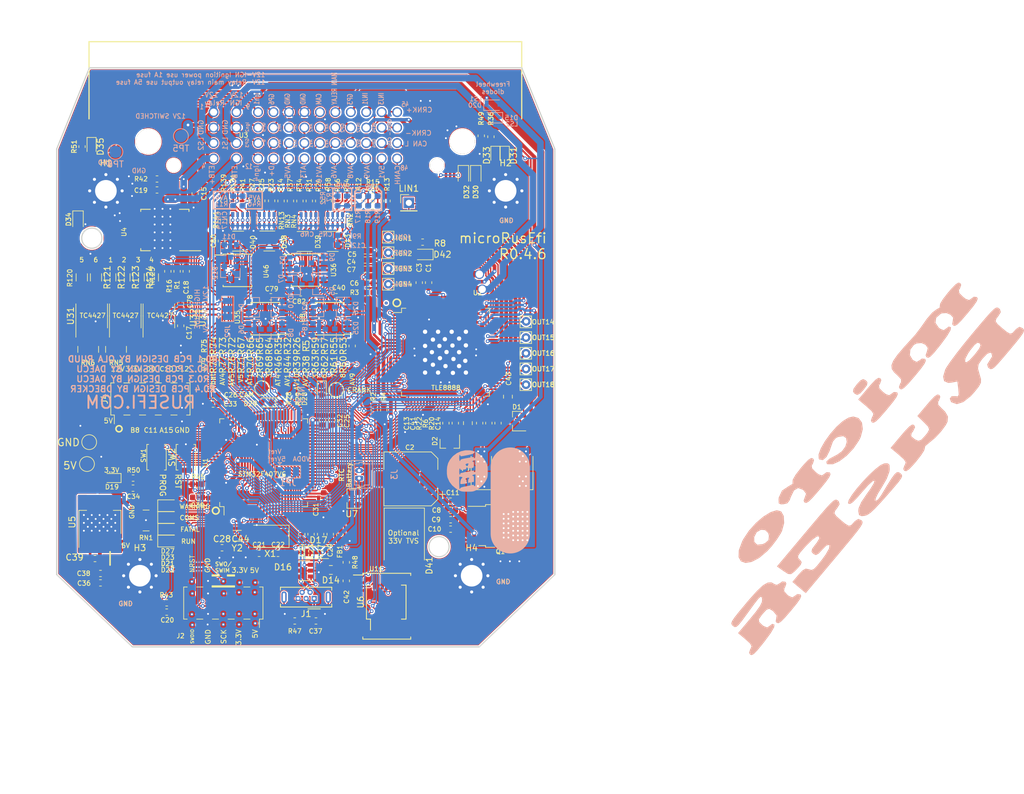
<source format=kicad_pcb>
(kicad_pcb (version 20171130) (host pcbnew "(5.1.4)-1")
  (title_block (title microRusEfi) (date 2019-08-11) (rev R0.3))
  (layers (0 F.Cu signal) (31 B.Cu signal) (34 B.Paste user) (35 F.Paste user) (36 B.SilkS user) (37 F.SilkS user) (38 B.Mask user hide) (39 F.Mask user hide) (44 Edge.Cuts user))
  (net 0 "")
  (net 1 GND)
  (net 2 /CANL)
  (net 3 /CANH)
  (net 4 /CRANK)
  (net 5 /5V)
  (net 6 /5V1)
  (net 7 /5V2)
  (net 8 /CRNK+)
  (net 9 /CRNK-)
  (net 10 /SI)
  (net 11 /SO)
  (net 12 /SCK)
  (net 13 /CS_TLE)
  (net 14 /VDD)
  (net 15 /MCU/shield)
  (net 16 /MCU/PA9)
  (net 17 /MCU/PA10)
  (net 18 /TLE8888-1QK/KEY)
  (net 19 /TLE8888-1QK/WAKE)
  (net 20 /MCU/PA14)
  (net 21 /MCU/PA13)
  (net 22 "Net-(C3-Pad2)")
  (net 23 "Net-(D19-Pad1)")
  (net 24 /MCU/NRST)
  (net 25 "Net-(R120-Pad2)")
  (net 26 "Net-(R121-Pad2)")
  (net 27 "Net-(R122-Pad2)")
  (net 28 "Net-(R123-Pad2)")
  (net 29 /INJECTOR-1)
  (net 30 /INJECTOR-4)
  (net 31 /INJECTOR-3)
  (net 32 /INJECTOR-2)
  (net 33 /TLE8888-1QK/OUT_7)
  (net 34 /E-THROTTLE+)
  (net 35 /E-THROTTLE-)
  (net 36 "Net-(R139-Pad1)")
  (net 37 /CAM_SENSOR)
  (net 38 /MAIN_RELAY)
  (net 39 "Net-(C17-Pad1)")
  (net 40 "Net-(C21-Pad1)")
  (net 41 "Net-(C22-Pad1)")
  (net 42 "Net-(C25-Pad1)")
  (net 43 "Net-(C26-Pad1)")
  (net 44 "Net-(D14-Pad1)")
  (net 45 "Net-(R124-Pad2)")
  (net 46 "Net-(R125-Pad2)")
  (net 47 /USB_D+)
  (net 48 /USB_D-)
  (net 49 /Vbat_MCU)
  (net 50 /H-BRIDGE/DIS)
  (net 51 /TLE8888-1QK/CAN_TX)
  (net 52 /H-BRIDGE/DIR)
  (net 53 /MCU/PC9)
  (net 54 /MCU/PC7)
  (net 55 /MCU/PB15)
  (net 56 /MCU/PB14)
  (net 57 /MCU/PB13)
  (net 58 /TLE8888-1QK/CAN_RX)
  (net 59 /MCU/PB10)
  (net 60 /TLE8888-1QK/INJ_IN_1)
  (net 61 /TLE8888-1QK/INJ_IN_2)
  (net 62 /TLE8888-1QK/INJ_IN_3)
  (net 63 /TLE8888-1QK/INJ_IN_4)
  (net 64 /TLE8888-1QK/IN_9)
  (net 65 /TLE8888-1QK/IN_10)
  (net 66 /TLE8888-1QK/IN_11)
  (net 67 /TLE8888-1QK/IN_12)
  (net 68 /TLE8888-1QK/IGN_OUT_4)
  (net 69 /TLE8888-1QK/IGN_OUT_3)
  (net 70 /TLE8888-1QK/IGN_OUT_2)
  (net 71 /TLE8888-1QK/IGN_OUT_1)
  (net 72 /TLE8888-1QK/OUT_14)
  (net 73 /TLE8888-1QK/OUT_15)
  (net 74 /TLE8888-1QK/OUT_16)
  (net 75 /TLE8888-1QK/OUT_17)
  (net 76 /TLE8888-1QK/OUT_18)
  (net 77 /PE4)
  (net 78 /PE1)
  (net 79 /PE2)
  (net 80 /PE3)
  (net 81 /FlashMemory/CS)
  (net 82 /FlashMemory/HOLD)
  (net 83 "Net-(CN5-Pad1)")
  (net 84 "Net-(CN5-Pad3)")
  (net 85 "Net-(CN5-Pad2)")
  (net 86 "Net-(CN5-Pad4)")
  (net 87 "Net-(CN6-Pad1)")
  (net 88 "Net-(CN6-Pad3)")
  (net 89 "Net-(CN6-Pad2)")
  (net 90 "Net-(CN6-Pad4)")
  (net 91 "Net-(CN14-Pad3)")
  (net 92 "Net-(CN14-Pad2)")
  (net 93 "Net-(CN17-Pad1)")
  (net 94 "Net-(CN17-Pad3)")
  (net 95 "Net-(CN17-Pad2)")
  (net 96 "Net-(CN17-Pad4)")
  (net 97 "Net-(D28-Pad1)")
  (net 98 "Net-(D29-Pad1)")
  (net 99 "Net-(NT1-Pad1)")
  (net 100 "Net-(D30-Pad1)")
  (net 101 "Net-(D31-Pad1)")
  (net 102 "Net-(D32-Pad1)")
  (net 103 "Net-(D33-Pad1)")
  (net 104 "Net-(D34-Pad1)")
  (net 105 "Net-(D35-Pad1)")
  (net 106 "Net-(D21-Pad1)")
  (net 107 "Net-(D22-Pad1)")
  (net 108 "Net-(D23-Pad1)")
  (net 109 "Net-(D27-Pad1)")
  (net 110 /AV4)
  (net 111 /AT4)
  (net 112 /AT3)
  (net 113 /AV3)
  (net 114 /AT2)
  (net 115 /AT1)
  (net 116 /AV2)
  (net 117 /AV10)
  (net 118 /AV1)
  (net 119 /AV5)
  (net 120 /AV9)
  (net 121 /AV8)
  (net 122 /AV7)
  (net 123 /AV6)
  (net 124 /AV7_MCU)
  (net 125 /AV6_MCU)
  (net 126 /AV8_MCU)
  (net 127 /AV9_MCU)
  (net 128 /AT2_MCU)
  (net 129 /AT1_MCU)
  (net 130 /AT3_MCU)
  (net 131 /AT4_MCU)
  (net 132 /AV10_MCU)
  (net 133 /AV1_MCU)
  (net 134 /AV2_MCU)
  (net 135 /AV3_MCU)
  (net 136 /AV5_MCU)
  (net 137 /AV4_MCU)
  (net 138 /Ign1)
  (net 139 /Ign2)
  (net 140 /Ign3)
  (net 141 /Ign4)
  (net 142 /GP5)
  (net 143 /GP6)
  (net 144 /GP4)
  (net 145 /GP3)
  (net 146 /GP2)
  (net 147 /GP1)
  (net 148 /LS1)
  (net 149 /LS2)
  (net 150 /CAM_MCU)
  (net 151 /hi-lo/GP5_MCU)
  (net 152 /hi-lo/GP6_MCU)
  (net 153 /hi-lo/Ign1_MCU)
  (net 154 /hi-lo/Ign2_MCU)
  (net 155 /hi-lo/Ign3_MCU)
  (net 156 /hi-lo/Ign4_MCU)
  (net 157 /12V_SAFE)
  (net 158 /TLE8888-1QK/5V_STBY)
  (net 159 /12V_KEY)
  (net 160 /TLE8888-1QK/BAT_STBY)
  (net 161 /12V_MREL)
  (net 162 /MCU/VBAT)
  (net 163 /MCU/BOOT0)
  (net 164 /MCU/VDDA)
  (net 165 /TLE8888-1QK/V6GATE)
  (net 166 /VSense_ref)
  (net 167 /MCU/VREF)
  (net 168 /TLE8888-1QK/V6V)
  (net 169 "Net-(C28-Pad1)")
  (net 170 "Net-(C44-Pad2)")
  (net 171 /TLE8888-1QK/TLE_MON)
  (net 172 /TLE8888-1QK/TLE_RST)
  (net 173 "Net-(R5-Pad2)")
  (net 174 "Net-(R26-Pad2)")
  (net 175 "Net-(R32-Pad2)")
  (net 176 "Net-(R35-Pad2)")
  (net 177 "Net-(R53-Pad2)")
  (net 178 "Net-(R55-Pad2)")
  (net 179 "Net-(R57-Pad2)")
  (net 180 "Net-(R59-Pad2)")
  (net 181 "Net-(R64-Pad2)")
  (net 182 "Net-(R65-Pad2)")
  (net 183 "Net-(R66-Pad2)")
  (net 184 "Net-(R67-Pad2)")
  (net 185 "Net-(R72-Pad2)")
  (net 186 "Net-(R73-Pad2)")
  (net 187 "Net-(R74-Pad2)")
  (net 188 "Net-(R75-Pad2)")
  (net 189 /TLE8888-1QK/VR-)
  (net 190 /TLE8888-1QK/VR+)
  (net 191 /TLE8888-1QK/FCLN)
  (net 192 /ADC/AGND)
  (net 193 /MCU/PB2-BOOT1)
  (net 194 /TLE8888-1QK/LIN_TX)
  (net 195 /TLE8888-1QK/LIN_RX)
  (net 196 /LINBUS)
  (net 197 "Net-(CN14-Pad4)")
  (net 198 /PD0)
  (net 199 /PC10)
  (net 200 /PA15)
  (net 201 /PC11)
  (net 202 /PC12)
  (net 203 /PB8)
  (net 204 "Net-(D42-Pad1)")
  (module Button_Switch_SMD:SW_Push_SPST_NO_Alps_SKRK (layer F.Cu) (at 36.75 85.4 270)
    (fp_text reference SW1 (at -0.2794 2.1082 90) (layer F.SilkS) (effects (font (size 0.75 0.75) (thickness 0.12954))))
    (fp_text value SW_Push)
    (pad 2 smd roundrect (at 2.1 0 270) (size 0.8 2) (layers F.Cu F.Paste F.Mask) (net 163 /MCU/BOOT0))
    (pad 1 smd roundrect (at -2.1 0 270) (size 0.8 2) (layers F.Cu F.Paste F.Mask) (net 14 /VDD))
  )
  (module Button_Switch_SMD:SW_Push_SPST_NO_Alps_SKRK (layer F.Cu) (at 41.5 85.4 90)
    (fp_text reference SW2 (at 0 -2.25 90) (layer F.SilkS))
    (fp_text value SW_Push)
    (pad 1 smd roundrect (at -2.1 0 90) (size 0.8 2) (layers F.Cu F.Paste F.Mask) (net 24 /MCU/NRST))
    (pad 2 smd roundrect (at 2.1 0 90) (size 0.8 2) (layers F.Cu F.Paste F.Mask) (net 1 GND))
  )
  (module Connector_PinSocket_2.54mm:PinSocket_2x05_P2.54mm_Vertical_SMD (layer F.Cu) (at 47.559 108.9922 270)
    (fp_text reference J2 (at 5.3078 6.919) (layer F.SilkS) (effects (font (size 0.75 0.75) (thickness 0.13))))
    (fp_text value Conn_02x05_Odd_Even)
    (pad 10 smd rect (at -2.52 5.08 270) (size 3 1) (layers F.Cu F.Paste F.Mask) (net 24 /MCU/NRST))
    (pad 9 smd rect (at 2.52 5.08 270) (size 3 1) (layers F.Cu F.Paste F.Mask) (net 21 /MCU/PA13))
    (pad 8 smd rect (at -2.52 2.54 270) (size 3 1) (layers F.Cu F.Paste F.Mask) (net 1 GND))
    (pad 7 smd rect (at 2.52 2.54 270) (size 3 1) (layers F.Cu F.Paste F.Mask) (net 1 GND))
    (pad 6 smd rect (at -2.52 0 270) (size 3 1) (layers F.Cu F.Paste F.Mask) (net 12 /SCK))
    (pad 5 smd rect (at 2.52 0 270) (size 3 1) (layers F.Cu F.Paste F.Mask) (net 20 /MCU/PA14))
    (pad 4 smd rect (at -2.52 -2.54 270) (size 3 1) (layers F.Cu F.Paste F.Mask) (net 14 /VDD))
    (pad 3 smd rect (at 2.52 -2.54 270) (size 3 1) (layers F.Cu F.Paste F.Mask) (net 14 /VDD))
    (pad 2 smd rect (at -2.52 -5.08 270) (size 3 1) (layers F.Cu F.Paste F.Mask) (net 5 /5V))
    (pad 1 smd rect (at 2.52 -5.08 270) (size 3 1) (layers F.Cu F.Paste F.Mask) (net 5 /5V))
  )
  (module TestPoint:TestPoint_Pad_D2.0mm (layer B.Cu) (at 30.099 36)
    (fp_text reference TP6 (at 0 1.998) (layer B.SilkS) (effects (justify mirror)))
    (fp_text value GND)
    (pad 1 smd circle (at 0 0) (size 2 2) (layers B.Cu B.Mask) (net 1 GND))
  )
  (module TestPoint:TestPoint_Pad_D2.0mm (layer B.Cu) (at 40.7 33.45)
    (fp_text reference TP5 (at 0 1.998) (layer B.SilkS) (effects (justify mirror)))
    (fp_text value 5V)
    (pad 1 smd circle (at 0 0) (size 2 2) (layers B.Cu B.Mask) (net 161 /12V_MREL))
  )
  (module TestPoint:TestPoint_Pad_D2.0mm (layer F.Cu) (at 25.8572 82.9564)
    (fp_text reference TP2 hide)
    (fp_text value GND)
    (pad 1 smd circle (at 0 0) (size 2 2) (layers F.Cu F.Mask) (net 1 GND))
  )
  (module TestPoint:TestPoint_Pad_D2.0mm (layer F.Cu) (at 25.5 86.5)
    (fp_text reference TP1 hide)
    (fp_text value 5V)
    (pad 1 smd circle (at 0 0) (size 2 2) (layers F.Cu F.Mask) (net 5 /5V))
  )
  (module TestPoint:TestPoint_Pad_D2.0mm (layer F.Cu) (at 53.8226 74.2188)
    (fp_text reference TP3 hide)
    (fp_text value TP)
    (pad 1 smd circle (at 0 0) (size 2 2) (layers F.Cu F.Mask) (net 150 /CAM_MCU))
  )
  (module TestPoint:TestPoint_Pad_D2.0mm (layer F.Cu) (at 65.8228 74.5)
    (fp_text reference TP4 hide)
    (fp_text value TP)
    (pad 1 smd circle (at 0 0) (size 2 2) (layers F.Cu F.Mask) (net 4 /CRANK))
  )
  (module Resistor_SMD:R_0603_1608Metric (layer F.Cu) (at 79.8 50.6)
    (fp_text reference R8 (at 2.8 0.2) (layer F.SilkS))
    (fp_text value 1k)
    (pad 2 smd roundrect (at 0.7875 0) (size 0.875 0.95) (layers F.Cu F.Paste F.Mask) (net 204 "Net-(D42-Pad1)"))
    (pad 1 smd roundrect (at -0.7875 0) (size 0.875 0.95) (layers F.Cu F.Paste F.Mask) (net 196 /LINBUS))
  )
  (module MountingHole:MountingHole_3.5mm_Pad_Via (layer F.Cu) (at 87.7307 104.5693)
    (fp_text reference H4 (at 0 -4.5) (layer F.SilkS))
    (fp_text value MountingHole)
    (pad 1 thru_hole circle (at 1.856155 -1.856155) (size 0.8 0.8) (drill 0.5) (layers *.Cu *.Mask) (net 1 GND))
    (pad 1 thru_hole circle (at 0 -2.625) (size 0.8 0.8) (drill 0.5) (layers *.Cu *.Mask) (net 1 GND))
    (pad 1 thru_hole circle (at -1.856155 -1.856155) (size 0.8 0.8) (drill 0.5) (layers *.Cu *.Mask) (net 1 GND))
    (pad 1 thru_hole circle (at -2.625 0) (size 0.8 0.8) (drill 0.5) (layers *.Cu *.Mask) (net 1 GND))
    (pad 1 thru_hole circle (at -1.856155 1.856155) (size 0.8 0.8) (drill 0.5) (layers *.Cu *.Mask) (net 1 GND))
    (pad 1 thru_hole circle (at 0 2.625) (size 0.8 0.8) (drill 0.5) (layers *.Cu *.Mask) (net 1 GND))
    (pad 1 thru_hole circle (at 1.856155 1.856155) (size 0.8 0.8) (drill 0.5) (layers *.Cu *.Mask) (net 1 GND))
    (pad 1 thru_hole circle (at 2.625 0) (size 0.8 0.8) (drill 0.5) (layers *.Cu *.Mask) (net 1 GND))
    (pad 1 thru_hole circle (at 0 0) (size 7 7) (drill 3.5) (layers *.Cu *.Mask) (net 1 GND))
  )
  (module MountingHole:MountingHole_3.5mm_Pad_Via (layer F.Cu) (at 34.0605 104.5693)
    (fp_text reference H3 (at 0 -4.5) (layer F.SilkS))
    (fp_text value MountingHole)
    (pad 1 thru_hole circle (at 1.856155 -1.856155) (size 0.8 0.8) (drill 0.5) (layers *.Cu *.Mask) (net 1 GND))
    (pad 1 thru_hole circle (at 0 -2.625) (size 0.8 0.8) (drill 0.5) (layers *.Cu *.Mask) (net 1 GND))
    (pad 1 thru_hole circle (at -1.856155 -1.856155) (size 0.8 0.8) (drill 0.5) (layers *.Cu *.Mask) (net 1 GND))
    (pad 1 thru_hole circle (at -2.625 0) (size 0.8 0.8) (drill 0.5) (layers *.Cu *.Mask) (net 1 GND))
    (pad 1 thru_hole circle (at -1.856155 1.856155) (size 0.8 0.8) (drill 0.5) (layers *.Cu *.Mask) (net 1 GND))
    (pad 1 thru_hole circle (at 0 2.625) (size 0.8 0.8) (drill 0.5) (layers *.Cu *.Mask) (net 1 GND))
    (pad 1 thru_hole circle (at 1.856155 1.856155) (size 0.8 0.8) (drill 0.5) (layers *.Cu *.Mask) (net 1 GND))
    (pad 1 thru_hole circle (at 2.625 0) (size 0.8 0.8) (drill 0.5) (layers *.Cu *.Mask) (net 1 GND))
    (pad 1 thru_hole circle (at 0 0) (size 7 7) (drill 3.5) (layers *.Cu *.Mask) (net 1 GND))
  )
  (module MountingHole:MountingHole_3.5mm_Pad_Via (layer F.Cu) (at 93.229799 42.3012)
    (fp_text reference H2 (at 0 -4.5) (layer F.SilkS))
    (fp_text value MountingHole)
    (pad 1 thru_hole circle (at 1.856155 -1.856155) (size 0.8 0.8) (drill 0.5) (layers *.Cu *.Mask) (net 1 GND))
    (pad 1 thru_hole circle (at 0 -2.625) (size 0.8 0.8) (drill 0.5) (layers *.Cu *.Mask) (net 1 GND))
    (pad 1 thru_hole circle (at -1.856155 -1.856155) (size 0.8 0.8) (drill 0.5) (layers *.Cu *.Mask) (net 1 GND))
    (pad 1 thru_hole circle (at -2.625 0) (size 0.8 0.8) (drill 0.5) (layers *.Cu *.Mask) (net 1 GND))
    (pad 1 thru_hole circle (at -1.856155 1.856155) (size 0.8 0.8) (drill 0.5) (layers *.Cu *.Mask) (net 1 GND))
    (pad 1 thru_hole circle (at 0 2.625) (size 0.8 0.8) (drill 0.5) (layers *.Cu *.Mask) (net 1 GND))
    (pad 1 thru_hole circle (at 1.856155 1.856155) (size 0.8 0.8) (drill 0.5) (layers *.Cu *.Mask) (net 1 GND))
    (pad 1 thru_hole circle (at 2.625 0) (size 0.8 0.8) (drill 0.5) (layers *.Cu *.Mask) (net 1 GND))
    (pad 1 thru_hole circle (at 0 0) (size 7 7) (drill 3.5) (layers *.Cu *.Mask) (net 1 GND))
  )
  (module MountingHole:MountingHole_3.5mm_Pad_Via (layer F.Cu) (at 28.561401 42.3012)
    (fp_text reference H1 (at 0 -4.5) (layer F.SilkS))
    (fp_text value MountingHole)
    (pad 1 thru_hole circle (at 1.856155 -1.856155) (size 0.8 0.8) (drill 0.5) (layers *.Cu *.Mask) (net 1 GND))
    (pad 1 thru_hole circle (at 0 -2.625) (size 0.8 0.8) (drill 0.5) (layers *.Cu *.Mask) (net 1 GND))
    (pad 1 thru_hole circle (at -1.856155 -1.856155) (size 0.8 0.8) (drill 0.5) (layers *.Cu *.Mask) (net 1 GND))
    (pad 1 thru_hole circle (at -2.625 0) (size 0.8 0.8) (drill 0.5) (layers *.Cu *.Mask) (net 1 GND))
    (pad 1 thru_hole circle (at -1.856155 1.856155) (size 0.8 0.8) (drill 0.5) (layers *.Cu *.Mask) (net 1 GND))
    (pad 1 thru_hole circle (at 0 2.625) (size 0.8 0.8) (drill 0.5) (layers *.Cu *.Mask) (net 1 GND))
    (pad 1 thru_hole circle (at 1.856155 1.856155) (size 0.8 0.8) (drill 0.5) (layers *.Cu *.Mask) (net 1 GND))
    (pad 1 thru_hole circle (at 2.625 0) (size 0.8 0.8) (drill 0.5) (layers *.Cu *.Mask) (net 1 GND))
    (pad 1 thru_hole circle (at 0 0) (size 7 7) (drill 3.5) (layers *.Cu *.Mask) (net 1 GND))
  )
  (module Diode_SMD:D_SOD-323 (layer F.Cu) (at 80 52.6 180)
    (fp_text reference D42 (at -3 0) (layer F.SilkS))
    (fp_text value 1N4148WS)
    (pad 2 smd rect (at 1.05 0 180) (size 0.6 0.45) (layers F.Cu F.Paste F.Mask) (net 157 /12V_SAFE))
    (pad 1 smd rect (at -1.05 0 180) (size 0.6 0.45) (layers F.Cu F.Paste F.Mask) (net 204 "Net-(D42-Pad1)"))
  )
  (module Connectors_USB:USB_Micro-B_Wuerth-614105150721_Vertical (layer F.Cu) (at 62.25 108.25 180)
    (fp_text reference J1 (at 1.3 -2.48) (layer F.SilkS))
    (fp_text value USB_B_Micro)
    (pad 1 thru_hole rect (at 0 0 180) (size 0.84 0.84) (drill 0.44) (layers *.Cu *.Mask) (net 16 /MCU/PA9))
    (pad 2 thru_hole circle (at 0.65 1 180) (size 0.84 0.84) (drill 0.44) (layers *.Cu *.Mask) (net 48 /USB_D-))
    (pad 3 thru_hole circle (at 1.3 0 180) (size 0.84 0.84) (drill 0.44) (layers *.Cu *.Mask) (net 47 /USB_D+))
    (pad 4 thru_hole circle (at 1.95 1 180) (size 0.84 0.84) (drill 0.44) (layers *.Cu *.Mask) (net 17 /MCU/PA10))
    (pad 5 thru_hole circle (at 2.6 0 180) (size 0.84 0.84) (drill 0.44) (layers *.Cu *.Mask) (net 1 GND))
    (pad 6 thru_hole oval (at -2.275 0.22 180) (size 0.85 1.85) (drill oval 0.35 1.35) (layers *.Cu *.Mask) (net 15 /MCU/shield))
    (pad 6 thru_hole oval (at 4.875 0.22 180) (size 0.85 1.85) (drill oval 0.35 1.35) (layers *.Cu *.Mask) (net 15 /MCU/shield))
  )
  (module rusEFI:LogoMRE (layer F.Cu) (at 123.25 119.25 230)
    (fp_text reference LOGO1 hide)
    (fp_text value DNP hide)
  )
  (module Connector_Pin:Pin_D0.7mm_L6.5mm_W1.8mm_FlatFork (layer F.Cu) (at 96.52 71.12)
    (fp_text reference OUT17 (at 2.794 0) (layer F.SilkS) (effects (font (size 0.762 0.762))))
    (fp_text value OUT17)
    (pad 1 thru_hole circle (at 0 0) (size 1.4 1.4) (drill 0.7) (layers *.Cu *.Mask) (net 75 /TLE8888-1QK/OUT_17))
  )
  (module Connector_Pin:Pin_D0.7mm_L6.5mm_W1.8mm_FlatFork (layer F.Cu) (at 96.52 63.5)
    (fp_text reference OUT14 (at 2.7682 0.0254) (layer F.SilkS) (effects (font (size 0.762 0.762) (thickness 0.127))))
    (fp_text value OUT14)
    (pad 1 thru_hole circle (at 0.025 -0.0762) (size 1.4 1.4) (drill 0.7) (layers *.Cu *.Mask) (net 72 /TLE8888-1QK/OUT_14))
  )
  (module Connector_PinHeader_2.54mm:PinHeader_1x01_P2.54mm_Vertical (layer F.Cu) (at 77.5716 44.2468)
    (fp_text reference LIN1 (at 0 -2.33) (layer F.SilkS))
    (fp_text value LIN)
    (pad 1 thru_hole rect (at 0 0) (size 1.7 1.7) (drill 1) (layers *.Cu *.Mask) (net 196 /LINBUS))
  )
  (module Package_TO_SOT_SMD:SOT-23 (layer F.Cu) (at 95.0976 79.5528 180)
    (fp_text reference D1 (at 0.0508 2.286) (layer F.SilkS) (effects (font (size 0.762 0.762) (thickness 0.127))))
    (fp_text value BAV70)
    (pad 1 smd rect (at -1 -0.95 180) (size 0.9 0.8) (layers F.Cu F.Paste F.Mask) (net 157 /12V_SAFE))
    (pad 2 smd rect (at -1 0.95 180) (size 0.9 0.8) (layers F.Cu F.Paste F.Mask) (net 38 /MAIN_RELAY))
    (pad 3 smd rect (at 1 0 180) (size 0.9 0.8) (layers F.Cu F.Paste F.Mask) (net 160 /TLE8888-1QK/BAT_STBY))
  )
  (module Package_TO_SOT_SMD:SOT-23 (layer F.Cu) (at 84.201 83.185 270)
    (fp_text reference D2 (at -0.381 2.413 90) (layer F.SilkS) (effects (font (size 0.762 0.762) (thickness 0.127))))
    (fp_text value PESD1CAN-UX)
    (pad 1 smd rect (at -1 -0.95 270) (size 0.9 0.8) (layers F.Cu F.Paste F.Mask) (net 2 /CANL))
    (pad 2 smd rect (at -1 0.95 270) (size 0.9 0.8) (layers F.Cu F.Paste F.Mask) (net 3 /CANH))
    (pad 3 smd rect (at 1 0 270) (size 0.9 0.8) (layers F.Cu F.Paste F.Mask) (net 1 GND))
  )
  (module Connector_PinHeader_2.54mm:PinHeader_2x05_P2.54mm_Vertical_SMD (layer F.Cu) (at 35.7632 75.9714 90)
    (fp_text reference J4 (at 0 -7.41 90) (layer F.SilkS))
    (fp_text value Conn_02x05_Counter_Clockwise)
    (pad 1 smd rect (at -2.525 -5.08 90) (size 3.15 1) (layers F.Cu F.Paste F.Mask) (net 5 /5V))
    (pad 2 smd rect (at 2.525 -5.08 90) (size 3.15 1) (layers F.Cu F.Paste F.Mask) (net 161 /12V_MREL))
    (pad 3 smd rect (at -2.525 -2.54 90) (size 3.15 1) (layers F.Cu F.Paste F.Mask) (net 203 /PB8))
    (pad 4 smd rect (at 2.525 -2.54 90) (size 3.15 1) (layers F.Cu F.Paste F.Mask) (net 14 /VDD))
    (pad 5 smd rect (at -2.525 0 90) (size 3.15 1) (layers F.Cu F.Paste F.Mask) (net 201 /PC11))
    (pad 6 smd rect (at 2.525 0 90) (size 3.15 1) (layers F.Cu F.Paste F.Mask) (net 198 /PD0))
    (pad 7 smd rect (at -2.525 2.54 90) (size 3.15 1) (layers F.Cu F.Paste F.Mask) (net 200 /PA15))
    (pad 8 smd rect (at 2.525 2.54 90) (size 3.15 1) (layers F.Cu F.Paste F.Mask) (net 199 /PC10))
    (pad 9 smd rect (at -2.525 5.08 90) (size 3.15 1) (layers F.Cu F.Paste F.Mask) (net 1 GND))
    (pad 10 smd rect (at 2.525 5.08 90) (size 3.15 1) (layers F.Cu F.Paste F.Mask) (net 202 /PC12))
  )
  (module Resistor_SMD:R_0603_1608Metric (layer B.Cu) (at 67.564 43.942 270)
    (fp_text reference R7 (at -0.6096 2.8448 270) (layer B.SilkS) (effects (font (size 0.762 0.762) (thickness 0.127)) (justify mirror)))
    (fp_text value DNP)
    (pad 1 smd roundrect (at -0.7875 0 270) (size 0.875 0.95) (layers B.Cu B.Paste B.Mask) (net 5 /5V))
    (pad 2 smd roundrect (at 0.7875 0 270) (size 0.875 0.95) (layers B.Cu B.Paste B.Mask) (net 120 /AV9))
  )
  (module LED_SMD:LED_0603_1608Metric (layer F.Cu) (at 63.5 74.549 270)
    (fp_text reference D28 (at 1.397 2.794 90) (layer F.SilkS) (effects (font (size 0.762 0.762) (thickness 0.127))))
    (fp_text value LED-RED)
    (pad 1 smd roundrect (at -0.7875 0 270) (size 0.875 0.95) (layers F.Cu F.Paste F.Mask) (net 97 "Net-(D28-Pad1)"))
    (pad 2 smd roundrect (at 0.7875 0 270) (size 0.875 0.95) (layers F.Cu F.Paste F.Mask) (net 4 /CRANK))
  )
  (module Package_TO_SOT_SMD:SOT-23 (layer F.Cu) (at 68.326 92.075 180)
    (fp_text reference U7 (at 0 -2.5) (layer F.SilkS))
    (fp_text value "XC6206 3.3V")
    (pad 1 smd rect (at -1 -0.95 180) (size 0.9 0.8) (layers F.Cu F.Paste F.Mask) (net 1 GND))
    (pad 2 smd rect (at -1 0.95 180) (size 0.9 0.8) (layers F.Cu F.Paste F.Mask) (net 162 /MCU/VBAT))
    (pad 3 smd rect (at 1 0 180) (size 0.9 0.8) (layers F.Cu F.Paste F.Mask) (net 158 /TLE8888-1QK/5V_STBY))
  )
  (module Diode_SMD:D_SMA (layer F.Cu) (at 89.3 87.25 90)
    (fp_text reference D37 (at 0 -2.5 90) (layer F.SilkS))
    (fp_text value SS54)
    (pad 1 smd rect (at -2 0 90) (size 2.5 1.8) (layers F.Cu F.Paste F.Mask) (net 157 /12V_SAFE))
    (pad 2 smd rect (at 2 0 90) (size 2.5 1.8) (layers F.Cu F.Paste F.Mask) (net 159 /12V_KEY))
  )
  (module Diode_SMD:D_SMA (layer F.Cu) (at 96 87.25 90)
    (fp_text reference D36 (at 0 -2.5 90) (layer F.SilkS))
    (fp_text value SS54)
    (pad 1 smd rect (at -2 0 90) (size 2.5 1.8) (layers F.Cu F.Paste F.Mask) (net 157 /12V_SAFE))
    (pad 2 smd rect (at 2 0 90) (size 2.5 1.8) (layers F.Cu F.Paste F.Mask) (net 161 /12V_MREL))
  )
  (module Capacitor_SMD:C_0603_1608Metric (layer F.Cu) (at 85.09 79.883 270)
    (fp_text reference C41 (at 0.0568 6.858 90) (layer F.SilkS) (effects (font (size 0.762 0.762) (thickness 0.127))))
    (fp_text value 2.2uF)
    (pad 1 smd roundrect (at -0.7875 0 270) (size 0.875 0.95) (layers F.Cu F.Paste F.Mask) (net 5 /5V))
    (pad 2 smd roundrect (at 0.7875 0 270) (size 0.875 0.95) (layers F.Cu F.Paste F.Mask) (net 1 GND))
  )
  (module hw_microRusEfi-master:Net-Tie_2_8.5mil (layer F.Cu) (at 60.3885 86.3092 270)
    (fp_text reference NT2 hide)
    (fp_text value Net-Tie_2)
    (fp_poly (pts (xy -0.2159 -0.1016) (xy 0.2139 -0.1016) (xy 0.2159 0.1011) (xy -0.2159 0.1026)) (layer F.Cu) (width 0))
    (pad 2 smd circle (at 0.2159 0 270) (size 0.2159 0.2159) (layers F.Cu) (net 193 /MCU/PB2-BOOT1))
    (pad 1 smd circle (at -0.2159 0 270) (size 0.2159 0.2159) (layers F.Cu) (net 1 GND))
  )
  (module Package_SO:SOIC-8_3.9x4.9mm_P1.27mm (layer F.Cu) (at 26.2636 62.5348 90)
    (fp_text reference U31 (at 0 -3.4 90) (layer F.SilkS))
    (fp_text value MIC4427)
    (pad 1 smd roundrect (at -2.475 -1.905 90) (size 1.95 0.6) (layers F.Cu F.Paste F.Mask))
    (pad 2 smd roundrect (at -2.475 -0.635 90) (size 1.95 0.6) (layers F.Cu F.Paste F.Mask) (net 151 /hi-lo/GP5_MCU))
    (pad 3 smd roundrect (at -2.475 0.635 90) (size 1.95 0.6) (layers F.Cu F.Paste F.Mask) (net 1 GND))
    (pad 4 smd roundrect (at -2.475 1.905 90) (size 1.95 0.6) (layers F.Cu F.Paste F.Mask) (net 152 /hi-lo/GP6_MCU))
    (pad 5 smd roundrect (at 2.475 1.905 90) (size 1.95 0.6) (layers F.Cu F.Paste F.Mask) (net 26 "Net-(R121-Pad2)"))
    (pad 6 smd roundrect (at 2.475 0.635 90) (size 1.95 0.6) (layers F.Cu F.Paste F.Mask) (net 39 "Net-(C17-Pad1)"))
    (pad 7 smd roundrect (at 2.475 -0.635 90) (size 1.95 0.6) (layers F.Cu F.Paste F.Mask) (net 25 "Net-(R120-Pad2)"))
    (pad 8 smd roundrect (at 2.475 -1.905 90) (size 1.95 0.6) (layers F.Cu F.Paste F.Mask))
  )
  (module Capacitor_SMD:C_0603_1608Metric (layer F.Cu) (at 53.35 100.95)
    (fp_text reference C21 (at 0 -1.397) (layer F.SilkS) (effects (font (size 0.75 0.75) (thickness 0.13))))
    (fp_text value 18pF)
    (pad 1 smd roundrect (at -0.7875 0) (size 0.875 0.95) (layers F.Cu F.Paste F.Mask) (net 40 "Net-(C21-Pad1)"))
    (pad 2 smd roundrect (at 0.7875 0) (size 0.875 0.95) (layers F.Cu F.Paste F.Mask) (net 1 GND))
  )
  (module Diode_SMD:D_SOD-123 (layer F.Cu) (at 62.95 100.8)
    (fp_text reference D17 (at 0 -2) (layer F.SilkS))
    (fp_text value B5819W)
    (pad 1 smd rect (at -1.65 0) (size 0.9 1.2) (layers F.Cu F.Paste F.Mask) (net 5 /5V))
    (pad 2 smd rect (at 1.65 0) (size 0.9 1.2) (layers F.Cu F.Paste F.Mask) (net 16 /MCU/PA9))
  )
  (module Diode_SMD:D_SMC (layer F.Cu) (at 76.835 98.425 270)
    (fp_text reference D41 (at 4.4958 -4.0386 90) (layer F.SilkS))
    (fp_text value SM15T33C)
    (pad 1 smd rect (at -3.4 0) (size 3.3 2.5) (layers F.Cu F.Paste F.Mask) (net 157 /12V_SAFE))
    (pad 2 smd rect (at 3.4 0) (size 3.3 2.5) (layers F.Cu F.Paste F.Mask) (net 1 GND))
  )
  (module hw_microRusEfi-master:SO-8_5.3x6.2mm_P1.27mm-150+208 (layer F.Cu) (at 73.914 108.839 90)
    (fp_text reference U6 (at 0 -4.13 90) (layer F.SilkS))
    (fp_text value W25QxxJVS)
    (pad 1 smd rect (at -3.302 -1.905 90) (size 2.54 0.55) (layers F.Cu F.Paste F.Mask) (net 81 /FlashMemory/CS))
    (pad 2 smd rect (at -3.302 -0.635 90) (size 2.54 0.55) (layers F.Cu F.Paste F.Mask) (net 56 /MCU/PB14))
    (pad 3 smd rect (at -3.302 0.635 90) (size 2.54 0.55) (layers F.Cu F.Paste F.Mask) (net 59 /MCU/PB10))
    (pad 4 smd rect (at -3.302 1.905 90) (size 2.54 0.55) (layers F.Cu F.Paste F.Mask) (net 1 GND))
    (pad 5 smd rect (at 3.302 1.905 90) (size 2.54 0.55) (layers F.Cu F.Paste F.Mask) (net 55 /MCU/PB15))
    (pad 6 smd rect (at 3.302 0.635 90) (size 2.54 0.55) (layers F.Cu F.Paste F.Mask) (net 57 /MCU/PB13))
    (pad 7 smd rect (at 3.302 -0.635 90) (size 2.54 0.55) (layers F.Cu F.Paste F.Mask) (net 82 /FlashMemory/HOLD))
    (pad 8 smd rect (at 3.302 -1.905 90) (size 2.54 0.55) (layers F.Cu F.Paste F.Mask) (net 14 /VDD))
  )
  (module Package_TO_SOT_SMD:SOT-23-6 (layer F.Cu) (at 60.3885 50.4952 180)
    (fp_text reference D39 (at -2.4765 -0.0508 90) (layer F.SilkS) (effects (font (size 0.762 0.762) (thickness 0.127))))
    (fp_text value SRV05-4)
    (pad 1 smd rect (at -1.1 -0.95 180) (size 1.06 0.65) (layers F.Cu F.Paste F.Mask) (net 88 "Net-(CN6-Pad3)"))
    (pad 2 smd rect (at -1.1 0 180) (size 1.06 0.65) (layers F.Cu F.Paste F.Mask) (net 1 GND))
    (pad 3 smd rect (at -1.1 0.95 180) (size 1.06 0.65) (layers F.Cu F.Paste F.Mask) (net 90 "Net-(CN6-Pad4)"))
    (pad 4 smd rect (at 1.1 0.95 180) (size 1.06 0.65) (layers F.Cu F.Paste F.Mask) (net 87 "Net-(CN6-Pad1)"))
    (pad 6 smd rect (at 1.1 -0.95 180) (size 1.06 0.65) (layers F.Cu F.Paste F.Mask) (net 89 "Net-(CN6-Pad2)"))
    (pad 5 smd rect (at 1.1 0 180) (size 1.06 0.65) (layers F.Cu F.Paste F.Mask) (net 5 /5V))
  )
  (module Package_TO_SOT_SMD:SOT-23-6 (layer F.Cu) (at 65.2526 50.4952)
    (fp_text reference D13 (at 2.4384 -0.1016 90) (layer F.SilkS) (effects (font (size 0.762 0.762) (thickness 0.127))))
    (fp_text value SRV05-4)
    (pad 1 smd rect (at -1.1 -0.95) (size 1.06 0.65) (layers F.Cu F.Paste F.Mask) (net 83 "Net-(CN5-Pad1)"))
    (pad 2 smd rect (at -1.1 0) (size 1.06 0.65) (layers F.Cu F.Paste F.Mask) (net 1 GND))
    (pad 3 smd rect (at -1.1 0.95) (size 1.06 0.65) (layers F.Cu F.Paste F.Mask) (net 85 "Net-(CN5-Pad2)"))
    (pad 4 smd rect (at 1.1 0.95) (size 1.06 0.65) (layers F.Cu F.Paste F.Mask) (net 84 "Net-(CN5-Pad3)"))
    (pad 6 smd rect (at 1.1 -0.95) (size 1.06 0.65) (layers F.Cu F.Paste F.Mask) (net 86 "Net-(CN5-Pad4)"))
    (pad 5 smd rect (at 1.1 0) (size 1.06 0.65) (layers F.Cu F.Paste F.Mask) (net 5 /5V))
  )
  (module Package_TO_SOT_SMD:SOT-23-6 (layer F.Cu) (at 54.991 50.419)
    (fp_text reference D38 (at 2.413 0.127 90) (layer F.SilkS) (effects (font (size 0.762 0.762))))
    (fp_text value SRV05-4)
    (pad 1 smd rect (at -1.1 -0.95) (size 1.06 0.65) (layers F.Cu F.Paste F.Mask) (net 93 "Net-(CN17-Pad1)"))
    (pad 2 smd rect (at -1.1 0) (size 1.06 0.65) (layers F.Cu F.Paste F.Mask) (net 1 GND))
    (pad 3 smd rect (at -1.1 0.95) (size 1.06 0.65) (layers F.Cu F.Paste F.Mask) (net 95 "Net-(CN17-Pad2)"))
    (pad 4 smd rect (at 1.1 0.95) (size 1.06 0.65) (layers F.Cu F.Paste F.Mask) (net 94 "Net-(CN17-Pad3)"))
    (pad 6 smd rect (at 1.1 -0.95) (size 1.06 0.65) (layers F.Cu F.Paste F.Mask) (net 96 "Net-(CN17-Pad4)"))
    (pad 5 smd rect (at 1.1 0) (size 1.06 0.65) (layers F.Cu F.Paste F.Mask) (net 5 /5V))
  )
  (module Package_TO_SOT_SMD:SOT-23-6 (layer F.Cu) (at 49.95164 50.4444 180)
    (fp_text reference D40 (at -2.39014 -0.1524 90) (layer F.SilkS) (effects (font (size 0.762 0.762) (thickness 0.127))))
    (fp_text value SRV05-4)
    (pad 1 smd rect (at -1.1 -0.95 180) (size 1.06 0.65) (layers F.Cu F.Paste F.Mask) (net 91 "Net-(CN14-Pad3)"))
    (pad 2 smd rect (at -1.1 0 180) (size 1.06 0.65) (layers F.Cu F.Paste F.Mask) (net 1 GND))
    (pad 3 smd rect (at -1.1 0.95 180) (size 1.06 0.65) (layers F.Cu F.Paste F.Mask) (net 197 "Net-(CN14-Pad4)"))
    (pad 4 smd rect (at 1.1 0.95 180) (size 1.06 0.65) (layers F.Cu F.Paste F.Mask) (net 150 /CAM_MCU))
    (pad 6 smd rect (at 1.1 -0.95 180) (size 1.06 0.65) (layers F.Cu F.Paste F.Mask) (net 92 "Net-(CN14-Pad2)"))
    (pad 5 smd rect (at 1.1 0 180) (size 1.06 0.65) (layers F.Cu F.Paste F.Mask) (net 5 /5V))
  )
  (module Resistor_SMD:R_0603_1608Metric (layer F.Cu) (at 45.9 70.4 90)
    (fp_text reference R79 (at 0 -1.43 90) (layer F.SilkS) (effects (font (size 0.762 0.762) (thickness 0.127))))
    (fp_text value 10K)
    (pad 1 smd roundrect (at -0.7875 0 90) (size 0.875 0.95) (layers F.Cu F.Paste F.Mask) (net 192 /ADC/AGND))
    (pad 2 smd roundrect (at 0.7875 0 90) (size 0.875 0.95) (layers F.Cu F.Paste F.Mask) (net 49 /Vbat_MCU))
  )
  (module Resistor_SMD:R_0603_1608Metric (layer F.Cu) (at 47.4 70.4 90)
    (fp_text reference R78 (at 0 -1.43 90) (layer F.SilkS))
    (fp_text value 10K)
    (pad 1 smd roundrect (at -0.7875 0 90) (size 0.875 0.95) (layers F.Cu F.Paste F.Mask) (net 192 /ADC/AGND))
    (pad 2 smd roundrect (at 0.7875 0 90) (size 0.875 0.95) (layers F.Cu F.Paste F.Mask) (net 137 /AV4_MCU))
  )
  (module Resistor_SMD:R_0603_1608Metric (layer F.Cu) (at 48.9 70.4 90)
    (fp_text reference R77 (at 0 -1.43 90) (layer F.SilkS))
    (fp_text value 10K)
    (pad 1 smd roundrect (at -0.7875 0 90) (size 0.875 0.95) (layers F.Cu F.Paste F.Mask) (net 192 /ADC/AGND))
    (pad 2 smd roundrect (at 0.7875 0 90) (size 0.875 0.95) (layers F.Cu F.Paste F.Mask) (net 136 /AV5_MCU))
  )
  (module Resistor_SMD:R_0603_1608Metric (layer F.Cu) (at 50.4 70.4 90)
    (fp_text reference R76 (at 0 -1.43 90) (layer F.SilkS))
    (fp_text value 10K)
    (pad 1 smd roundrect (at -0.7875 0 90) (size 0.875 0.95) (layers F.Cu F.Paste F.Mask) (net 192 /ADC/AGND))
    (pad 2 smd roundrect (at 0.7875 0 90) (size 0.875 0.95) (layers F.Cu F.Paste F.Mask) (net 166 /VSense_ref))
  )
  (module Resistor_SMD:R_0603_1608Metric (layer F.Cu) (at 45.9 67.4 90)
    (fp_text reference R75 (at 0 -1.43 90) (layer F.SilkS) (effects (font (size 0.762 0.762))))
    (fp_text value 6.8K)
    (pad 1 smd roundrect (at -0.7875 0 90) (size 0.875 0.95) (layers F.Cu F.Paste F.Mask) (net 49 /Vbat_MCU))
    (pad 2 smd roundrect (at 0.7875 0 90) (size 0.875 0.95) (layers F.Cu F.Paste F.Mask) (net 188 "Net-(R75-Pad2)"))
  )
  (module Resistor_SMD:R_0603_1608Metric (layer F.Cu) (at 47.4 67.4 90)
    (fp_text reference R74 (at 0 -1.43 90) (layer F.SilkS))
    (fp_text value 6.8K)
    (pad 1 smd roundrect (at -0.7875 0 90) (size 0.875 0.95) (layers F.Cu F.Paste F.Mask) (net 137 /AV4_MCU))
    (pad 2 smd roundrect (at 0.7875 0 90) (size 0.875 0.95) (layers F.Cu F.Paste F.Mask) (net 187 "Net-(R74-Pad2)"))
  )
  (module Resistor_SMD:R_0603_1608Metric (layer F.Cu) (at 48.9 67.4 90)
    (fp_text reference R73 (at 0 -1.43 90) (layer F.SilkS))
    (fp_text value 6.8K)
    (pad 1 smd roundrect (at -0.7875 0 90) (size 0.875 0.95) (layers F.Cu F.Paste F.Mask) (net 136 /AV5_MCU))
    (pad 2 smd roundrect (at 0.7875 0 90) (size 0.875 0.95) (layers F.Cu F.Paste F.Mask) (net 186 "Net-(R73-Pad2)"))
  )
  (module Resistor_SMD:R_0603_1608Metric (layer F.Cu) (at 50.4 67.4 90)
    (fp_text reference R72 (at 0 -1.43 90) (layer F.SilkS))
    (fp_text value 6.8K)
    (pad 1 smd roundrect (at -0.7875 0 90) (size 0.875 0.95) (layers F.Cu F.Paste F.Mask) (net 166 /VSense_ref))
    (pad 2 smd roundrect (at 0.7875 0 90) (size 0.875 0.95) (layers F.Cu F.Paste F.Mask) (net 185 "Net-(R72-Pad2)"))
  )
  (module Resistor_SMD:R_0603_1608Metric (layer F.Cu) (at 51.9 70.4 90)
    (fp_text reference R71 (at 0 -1.43 90) (layer F.SilkS))
    (fp_text value 10K)
    (pad 1 smd roundrect (at -0.7875 0 90) (size 0.875 0.95) (layers F.Cu F.Paste F.Mask) (net 192 /ADC/AGND))
    (pad 2 smd roundrect (at 0.7875 0 90) (size 0.875 0.95) (layers F.Cu F.Paste F.Mask) (net 129 /AT1_MCU))
  )
  (module Resistor_SMD:R_0603_1608Metric (layer F.Cu) (at 53.4 70.4 90)
    (fp_text reference R70 (at 0 -1.43 90) (layer F.SilkS))
    (fp_text value 10K)
    (pad 1 smd roundrect (at -0.7875 0 90) (size 0.875 0.95) (layers F.Cu F.Paste F.Mask) (net 192 /ADC/AGND))
    (pad 2 smd roundrect (at 0.7875 0 90) (size 0.875 0.95) (layers F.Cu F.Paste F.Mask) (net 128 /AT2_MCU))
  )
  (module Resistor_SMD:R_0603_1608Metric (layer F.Cu) (at 54.9 70.4 90)
    (fp_text reference R69 (at 0 -1.43 90) (layer F.SilkS))
    (fp_text value 10K)
    (pad 1 smd roundrect (at -0.7875 0 90) (size 0.875 0.95) (layers F.Cu F.Paste F.Mask) (net 192 /ADC/AGND))
    (pad 2 smd roundrect (at 0.7875 0 90) (size 0.875 0.95) (layers F.Cu F.Paste F.Mask) (net 130 /AT3_MCU))
  )
  (module Resistor_SMD:R_0603_1608Metric (layer F.Cu) (at 56.4 70.4 90)
    (fp_text reference R68 (at 0 -1.43 90) (layer F.SilkS))
    (fp_text value 10K)
    (pad 1 smd roundrect (at -0.7875 0 90) (size 0.875 0.95) (layers F.Cu F.Paste F.Mask) (net 192 /ADC/AGND))
    (pad 2 smd roundrect (at 0.7875 0 90) (size 0.875 0.95) (layers F.Cu F.Paste F.Mask) (net 131 /AT4_MCU))
  )
  (module Resistor_SMD:R_0603_1608Metric (layer F.Cu) (at 51.9 67.4 90)
    (fp_text reference R67 (at 0 -1.43 90) (layer F.SilkS))
    (fp_text value 6.8K)
    (pad 1 smd roundrect (at -0.7875 0 90) (size 0.875 0.95) (layers F.Cu F.Paste F.Mask) (net 129 /AT1_MCU))
    (pad 2 smd roundrect (at 0.7875 0 90) (size 0.875 0.95) (layers F.Cu F.Paste F.Mask) (net 184 "Net-(R67-Pad2)"))
  )
  (module Resistor_SMD:R_0603_1608Metric (layer F.Cu) (at 53.4 67.4 90)
    (fp_text reference R66 (at 0 -1.43 90) (layer F.SilkS))
    (fp_text value 6.8K)
    (pad 1 smd roundrect (at -0.7875 0 90) (size 0.875 0.95) (layers F.Cu F.Paste F.Mask) (net 128 /AT2_MCU))
    (pad 2 smd roundrect (at 0.7875 0 90) (size 0.875 0.95) (layers F.Cu F.Paste F.Mask) (net 183 "Net-(R66-Pad2)"))
  )
  (module Resistor_SMD:R_0603_1608Metric (layer F.Cu) (at 54.9 67.4 90)
    (fp_text reference R65 (at 0 -1.43 90) (layer F.SilkS))
    (fp_text value 6.8K)
    (pad 1 smd roundrect (at -0.7875 0 90) (size 0.875 0.95) (layers F.Cu F.Paste F.Mask) (net 130 /AT3_MCU))
    (pad 2 smd roundrect (at 0.7875 0 90) (size 0.875 0.95) (layers F.Cu F.Paste F.Mask) (net 182 "Net-(R65-Pad2)"))
  )
  (module Resistor_SMD:R_0603_1608Metric (layer F.Cu) (at 56.4 67.4 90)
    (fp_text reference R64 (at 0 -1.43 90) (layer F.SilkS))
    (fp_text value 6.8K)
    (pad 1 smd roundrect (at -0.7875 0 90) (size 0.875 0.95) (layers F.Cu F.Paste F.Mask) (net 131 /AT4_MCU))
    (pad 2 smd roundrect (at 0.7875 0 90) (size 0.875 0.95) (layers F.Cu F.Paste F.Mask) (net 181 "Net-(R64-Pad2)"))
  )
  (module Resistor_SMD:R_0603_1608Metric (layer F.Cu) (at 63.9 70.4 90)
    (fp_text reference R63 (at 0 -1.43 90) (layer F.SilkS))
    (fp_text value 10K)
    (pad 1 smd roundrect (at -0.7875 0 90) (size 0.875 0.95) (layers F.Cu F.Paste F.Mask) (net 192 /ADC/AGND))
    (pad 2 smd roundrect (at 0.7875 0 90) (size 0.875 0.95) (layers F.Cu F.Paste F.Mask) (net 125 /AV6_MCU))
  )
  (module Resistor_SMD:R_0603_1608Metric (layer F.Cu) (at 65.4 70.4 90)
    (fp_text reference R62 (at 0 -1.43 90) (layer F.SilkS))
    (fp_text value 10K)
    (pad 1 smd roundrect (at -0.7875 0 90) (size 0.875 0.95) (layers F.Cu F.Paste F.Mask) (net 192 /ADC/AGND))
    (pad 2 smd roundrect (at 0.7875 0 90) (size 0.875 0.95) (layers F.Cu F.Paste F.Mask) (net 124 /AV7_MCU))
  )
  (module Resistor_SMD:R_0603_1608Metric (layer F.Cu) (at 66.9 70.4 90)
    (fp_text reference R61 (at 0 -1.43 90) (layer F.SilkS))
    (fp_text value 10K)
    (pad 1 smd roundrect (at -0.7875 0 90) (size 0.875 0.95) (layers F.Cu F.Paste F.Mask) (net 192 /ADC/AGND))
    (pad 2 smd roundrect (at 0.7875 0 90) (size 0.875 0.95) (layers F.Cu F.Paste F.Mask) (net 126 /AV8_MCU))
  )
  (module Resistor_SMD:R_0603_1608Metric (layer F.Cu) (at 68.4 70.4 90)
    (fp_text reference R60 (at 0 -1.43 90) (layer F.SilkS))
    (fp_text value 10K)
    (pad 1 smd roundrect (at -0.7875 0 90) (size 0.875 0.95) (layers F.Cu F.Paste F.Mask) (net 192 /ADC/AGND))
    (pad 2 smd roundrect (at 0.7875 0 90) (size 0.875 0.95) (layers F.Cu F.Paste F.Mask) (net 127 /AV9_MCU))
  )
  (module Resistor_SMD:R_0603_1608Metric (layer F.Cu) (at 63.9 67.4 90)
    (fp_text reference R59 (at 0 -1.43 90) (layer F.SilkS))
    (fp_text value 6.8K)
    (pad 1 smd roundrect (at -0.7875 0 90) (size 0.875 0.95) (layers F.Cu F.Paste F.Mask) (net 125 /AV6_MCU))
    (pad 2 smd roundrect (at 0.7875 0 90) (size 0.875 0.95) (layers F.Cu F.Paste F.Mask) (net 180 "Net-(R59-Pad2)"))
  )
  (module Resistor_SMD:R_0603_1608Metric (layer F.Cu) (at 65.4 67.4 90)
    (fp_text reference R57 (at 0 -1.43 90) (layer F.SilkS))
    (fp_text value 6.8K)
    (pad 1 smd roundrect (at -0.7875 0 90) (size 0.875 0.95) (layers F.Cu F.Paste F.Mask) (net 124 /AV7_MCU))
    (pad 2 smd roundrect (at 0.7875 0 90) (size 0.875 0.95) (layers F.Cu F.Paste F.Mask) (net 179 "Net-(R57-Pad2)"))
  )
  (module Resistor_SMD:R_0603_1608Metric (layer F.Cu) (at 66.9 67.4 90)
    (fp_text reference R55 (at 0 -1.43 90) (layer F.SilkS))
    (fp_text value 6.8K)
    (pad 1 smd roundrect (at -0.7875 0 90) (size 0.875 0.95) (layers F.Cu F.Paste F.Mask) (net 126 /AV8_MCU))
    (pad 2 smd roundrect (at 0.7875 0 90) (size 0.875 0.95) (layers F.Cu F.Paste F.Mask) (net 178 "Net-(R55-Pad2)"))
  )
  (module Resistor_SMD:R_0603_1608Metric (layer F.Cu) (at 68.4 67.4 90)
    (fp_text reference R53 (at 0 -1.43 90) (layer F.SilkS))
    (fp_text value 6.8K)
    (pad 1 smd roundrect (at -0.7875 0 90) (size 0.875 0.95) (layers F.Cu F.Paste F.Mask) (net 127 /AV9_MCU))
    (pad 2 smd roundrect (at 0.7875 0 90) (size 0.875 0.95) (layers F.Cu F.Paste F.Mask) (net 177 "Net-(R53-Pad2)"))
  )
  (module Resistor_SMD:R_0603_1608Metric (layer F.Cu) (at 60.9 67.4 90)
    (fp_text reference R26 (at 0 -1.43 90) (layer F.SilkS))
    (fp_text value 6.8K)
    (pad 1 smd roundrect (at -0.7875 0 90) (size 0.875 0.95) (layers F.Cu F.Paste F.Mask) (net 134 /AV2_MCU))
    (pad 2 smd roundrect (at 0.7875 0 90) (size 0.875 0.95) (layers F.Cu F.Paste F.Mask) (net 174 "Net-(R26-Pad2)"))
  )
  (module Resistor_SMD:R_0603_1608Metric (layer F.Cu) (at 57.9 67.4 90)
    (fp_text reference R35 (at 0 -1.43 90) (layer F.SilkS))
    (fp_text value 6.8K)
    (pad 1 smd roundrect (at -0.7875 0 90) (size 0.875 0.95) (layers F.Cu F.Paste F.Mask) (net 133 /AV1_MCU))
    (pad 2 smd roundrect (at 0.7875 0 90) (size 0.875 0.95) (layers F.Cu F.Paste F.Mask) (net 176 "Net-(R35-Pad2)"))
  )
  (module Resistor_SMD:R_0603_1608Metric (layer F.Cu) (at 57.9 70.4 90)
    (fp_text reference R46 (at 0 -1.43 90) (layer F.SilkS))
    (fp_text value 10K)
    (pad 1 smd roundrect (at -0.7875 0 90) (size 0.875 0.95) (layers F.Cu F.Paste F.Mask) (net 192 /ADC/AGND))
    (pad 2 smd roundrect (at 0.7875 0 90) (size 0.875 0.95) (layers F.Cu F.Paste F.Mask) (net 133 /AV1_MCU))
  )
  (module Resistor_SMD:R_0603_1608Metric (layer F.Cu) (at 59.4 70.4 90)
    (fp_text reference R44 (at 0 -1.43 90) (layer F.SilkS))
    (fp_text value 10K)
    (pad 1 smd roundrect (at -0.7875 0 90) (size 0.875 0.95) (layers F.Cu F.Paste F.Mask) (net 192 /ADC/AGND))
    (pad 2 smd roundrect (at 0.7875 0 90) (size 0.875 0.95) (layers F.Cu F.Paste F.Mask) (net 132 /AV10_MCU))
  )
  (module Resistor_SMD:R_0603_1608Metric (layer F.Cu) (at 60.9 70.4 90)
    (fp_text reference R39 (at 0 -1.43 90) (layer F.SilkS))
    (fp_text value 10K)
    (pad 1 smd roundrect (at -0.7875 0 90) (size 0.875 0.95) (layers F.Cu F.Paste F.Mask) (net 192 /ADC/AGND))
    (pad 2 smd roundrect (at 0.7875 0 90) (size 0.875 0.95) (layers F.Cu F.Paste F.Mask) (net 134 /AV2_MCU))
  )
  (module Resistor_SMD:R_0603_1608Metric (layer F.Cu) (at 62.4 70.4 90)
    (fp_text reference R38 (at 0 -1.43 90) (layer F.SilkS))
    (fp_text value 10K)
    (pad 1 smd roundrect (at -0.7875 0 90) (size 0.875 0.95) (layers F.Cu F.Paste F.Mask) (net 192 /ADC/AGND))
    (pad 2 smd roundrect (at 0.7875 0 90) (size 0.875 0.95) (layers F.Cu F.Paste F.Mask) (net 135 /AV3_MCU))
  )
  (module Resistor_SMD:R_0603_1608Metric (layer F.Cu) (at 59.4 67.4 90)
    (fp_text reference R32 (at 0 -1.43 90) (layer F.SilkS))
    (fp_text value 6.8K)
    (pad 1 smd roundrect (at -0.7875 0 90) (size 0.875 0.95) (layers F.Cu F.Paste F.Mask) (net 132 /AV10_MCU))
    (pad 2 smd roundrect (at 0.7875 0 90) (size 0.875 0.95) (layers F.Cu F.Paste F.Mask) (net 175 "Net-(R32-Pad2)"))
  )
  (module Resistor_SMD:R_0603_1608Metric (layer F.Cu) (at 62.4 67.4 90)
    (fp_text reference R5 (at 0 -1.43 90) (layer F.SilkS))
    (fp_text value 6.8K)
    (pad 1 smd roundrect (at -0.7875 0 90) (size 0.875 0.95) (layers F.Cu F.Paste F.Mask) (net 135 /AV3_MCU))
    (pad 2 smd roundrect (at 0.7875 0 90) (size 0.875 0.95) (layers F.Cu F.Paste F.Mask) (net 173 "Net-(R5-Pad2)"))
  )
  (module LED_SMD:LED_0603_1608Metric (layer F.Cu) (at 26.25 35.15 270)
    (fp_text reference D35 (at 0 -1.43 90) (layer F.SilkS))
    (fp_text value LED-RED)
    (pad 1 smd roundrect (at -0.7875 0 270) (size 0.875 0.95) (layers F.Cu F.Paste F.Mask) (net 105 "Net-(D35-Pad1)"))
    (pad 2 smd roundrect (at 0.7875 0 270) (size 0.875 0.95) (layers F.Cu F.Paste F.Mask) (net 104 "Net-(D34-Pad1)"))
  )
  (module LED_SMD:LED_0603_1608Metric (layer F.Cu) (at 91.567 36.576 270)
    (fp_text reference D33 (at 0 1.397 90) (layer F.SilkS))
    (fp_text value LED-RED)
    (pad 1 smd roundrect (at -0.7875 0 270) (size 0.875 0.95) (layers F.Cu F.Paste F.Mask) (net 103 "Net-(D33-Pad1)"))
    (pad 2 smd roundrect (at 0.7875 0 270) (size 0.875 0.95) (layers F.Cu F.Paste F.Mask) (net 102 "Net-(D32-Pad1)"))
  )
  (module LED_SMD:LED_0603_1608Metric (layer F.Cu) (at 93.091 36.576 270)
    (fp_text reference D31 (at 0 -1.43 90) (layer F.SilkS))
    (fp_text value LED-RED)
    (pad 1 smd roundrect (at -0.7875 0 270) (size 0.875 0.95) (layers F.Cu F.Paste F.Mask) (net 101 "Net-(D31-Pad1)"))
    (pad 2 smd roundrect (at 0.7875 0 270) (size 0.875 0.95) (layers F.Cu F.Paste F.Mask) (net 100 "Net-(D30-Pad1)"))
  )
  (module LED_SMD:LED_0603_1608Metric (layer F.Cu) (at 54.5592 76.5302 180)
    (fp_text reference D29 (at 2.6162 -0.2032) (layer F.SilkS) (effects (font (size 0.762 0.762) (thickness 0.127))))
    (fp_text value LED-RED)
    (pad 1 smd roundrect (at -0.7875 0 180) (size 0.875 0.95) (layers F.Cu F.Paste F.Mask) (net 98 "Net-(D29-Pad1)"))
    (pad 2 smd roundrect (at 0.7875 0 180) (size 0.875 0.95) (layers F.Cu F.Paste F.Mask) (net 5 /5V))
  )
  (module LED_SMD:LED_0603_1608Metric (layer F.Cu) (at 29.537 88.7738 180)
    (fp_text reference D19 (at 0 -1.43) (layer F.SilkS) (effects (font (size 0.762 0.762) (thickness 0.127))))
    (fp_text value LED-RED)
    (pad 1 smd roundrect (at -0.7875 0 180) (size 0.875 0.95) (layers F.Cu F.Paste F.Mask) (net 23 "Net-(D19-Pad1)"))
    (pad 2 smd roundrect (at 0.7875 0 180) (size 0.875 0.95) (layers F.Cu F.Paste F.Mask) (net 14 /VDD))
  )
  (module Capacitor_SMD:C_0603_1608Metric (layer F.Cu) (at 26.797 101.7905)
    (fp_text reference C39 (at -3.302 -0.1905) (layer F.SilkS))
    (fp_text value 22uF)
    (pad 1 smd roundrect (at -0.7875 0) (size 0.875 0.95) (layers F.Cu F.Paste F.Mask) (net 1 GND))
    (pad 2 smd roundrect (at 0.7875 0) (size 0.875 0.95) (layers F.Cu F.Paste F.Mask) (net 14 /VDD))
  )
  (module LED_SMD:LED_0805_2012Metric (layer F.Cu) (at 38.6335 95.15)
    (fp_text reference D23 (at -0.0763 6.45) (layer F.SilkS) (effects (font (size 0.762 0.762) (thickness 0.127))))
    (fp_text value LED-BLUE)
    (pad 1 smd roundrect (at -0.9375 0) (size 0.975 1.4) (layers F.Cu F.Paste F.Mask) (net 108 "Net-(D23-Pad1)"))
    (pad 2 smd roundrect (at 0.9375 0) (size 0.975 1.4) (layers F.Cu F.Paste F.Mask) (net 79 /PE2))
  )
  (module LED_SMD:LED_0805_2012Metric (layer F.Cu) (at 38.6335 98.95)
    (fp_text reference D22 (at -0.0763 4.682) (layer F.SilkS) (effects (font (size 0.762 0.762) (thickness 0.127))))
    (fp_text value LED-GREEN)
    (pad 1 smd roundrect (at -0.9375 0) (size 0.975 1.4) (layers F.Cu F.Paste F.Mask) (net 107 "Net-(D22-Pad1)"))
    (pad 2 smd roundrect (at 0.9375 0) (size 0.975 1.4) (layers F.Cu F.Paste F.Mask) (net 77 /PE4))
  )
  (module LED_SMD:LED_0805_2012Metric (layer F.Cu) (at 38.65 97.05)
    (fp_text reference D21 (at -0.0928 5.566) (layer F.SilkS) (effects (font (size 0.762 0.762))))
    (fp_text value LED-RED)
    (pad 1 smd roundrect (at -0.9375 0) (size 0.975 1.4) (layers F.Cu F.Paste F.Mask) (net 106 "Net-(D21-Pad1)"))
    (pad 2 smd roundrect (at 0.9375 0) (size 0.975 1.4) (layers F.Cu F.Paste F.Mask) (net 80 /PE3))
  )
  (module LED_SMD:LED_0805_2012Metric (layer F.Cu) (at 38.6335 93.25)
    (fp_text reference D27 (at -0.0763 7.334) (layer F.SilkS) (effects (font (size 0.762 0.762) (thickness 0.127))))
    (fp_text value LED-YELLOW)
    (pad 1 smd roundrect (at -0.9375 0) (size 0.975 1.4) (layers F.Cu F.Paste F.Mask) (net 109 "Net-(D27-Pad1)"))
    (pad 2 smd roundrect (at 0.9375 0) (size 0.975 1.4) (layers F.Cu F.Paste F.Mask) (net 78 /PE1))
  )
  (module Capacitor_SMD:C_0805_2012Metric (layer F.Cu) (at 64.958 103.6328 180)
    (fp_text reference D14 (at 0 -1.65) (layer F.SilkS))
    (fp_text value LED-GREEN)
    (pad 1 smd roundrect (at -0.9375 0 180) (size 0.975 1.4) (layers F.Cu F.Paste F.Mask) (net 44 "Net-(D14-Pad1)"))
    (pad 2 smd roundrect (at 0.9375 0 180) (size 0.975 1.4) (layers F.Cu F.Paste F.Mask) (net 16 /MCU/PA9))
  )
  (module Connector_Molex:Molex_PicoBlade_53047-0210_1x02_P1.25mm_Vertical (layer B.Cu) (at 69.5325 88.8 90)
    (fp_text reference J3 (at 0.62 5.7 270) (layer B.SilkS) (effects (justify mirror)))
    (fp_text value Conn_01x02)
    (pad 1 thru_hole roundrect (at 0 0 90) (size 0.8 1.3) (drill 0.5) (layers *.Cu *.Mask) (net 162 /MCU/VBAT))
    (pad 2 thru_hole oval (at 1.25 0 90) (size 0.8 1.3) (drill 0.5) (layers *.Cu *.Mask) (net 1 GND))
  )
  (module Package_SO:SOIC-8_3.9x4.9mm_P1.27mm (layer F.Cu) (at 37.1348 62.5348 90)
    (fp_text reference U33 (at -0.315 7.0612 90) (layer F.SilkS))
    (fp_text value MIC4427)
    (pad 1 smd roundrect (at -2.475 -1.905 90) (size 1.95 0.6) (layers F.Cu F.Paste F.Mask))
    (pad 2 smd roundrect (at -2.475 -0.635 90) (size 1.95 0.6) (layers F.Cu F.Paste F.Mask) (net 155 /hi-lo/Ign3_MCU))
    (pad 3 smd roundrect (at -2.475 0.635 90) (size 1.95 0.6) (layers F.Cu F.Paste F.Mask) (net 1 GND))
    (pad 4 smd roundrect (at -2.475 1.905 90) (size 1.95 0.6) (layers F.Cu F.Paste F.Mask) (net 156 /hi-lo/Ign4_MCU))
    (pad 5 smd roundrect (at 2.475 1.905 90) (size 1.95 0.6) (layers F.Cu F.Paste F.Mask) (net 46 "Net-(R125-Pad2)"))
    (pad 6 smd roundrect (at 2.475 0.635 90) (size 1.95 0.6) (layers F.Cu F.Paste F.Mask) (net 5 /5V))
    (pad 7 smd roundrect (at 2.475 -0.635 90) (size 1.95 0.6) (layers F.Cu F.Paste F.Mask) (net 45 "Net-(R124-Pad2)"))
    (pad 8 smd roundrect (at 2.475 -1.905 90) (size 1.95 0.6) (layers F.Cu F.Paste F.Mask))
  )
  (module Package_SO:SOIC-8_3.9x4.9mm_P1.27mm (layer F.Cu) (at 31.6992 62.5348 90)
    (fp_text reference U32 (at -0.265 11.045 90) (layer F.SilkS))
    (fp_text value MIC4427)
    (pad 1 smd roundrect (at -2.475 -1.905 90) (size 1.95 0.6) (layers F.Cu F.Paste F.Mask))
    (pad 2 smd roundrect (at -2.475 -0.635 90) (size 1.95 0.6) (layers F.Cu F.Paste F.Mask) (net 153 /hi-lo/Ign1_MCU))
    (pad 3 smd roundrect (at -2.475 0.635 90) (size 1.95 0.6) (layers F.Cu F.Paste F.Mask) (net 1 GND))
    (pad 4 smd roundrect (at -2.475 1.905 90) (size 1.95 0.6) (layers F.Cu F.Paste F.Mask) (net 154 /hi-lo/Ign2_MCU))
    (pad 5 smd roundrect (at 2.475 1.905 90) (size 1.95 0.6) (layers F.Cu F.Paste F.Mask) (net 28 "Net-(R123-Pad2)"))
    (pad 6 smd roundrect (at 2.475 0.635 90) (size 1.95 0.6) (layers F.Cu F.Paste F.Mask) (net 5 /5V))
    (pad 7 smd roundrect (at 2.475 -0.635 90) (size 1.95 0.6) (layers F.Cu F.Paste F.Mask) (net 27 "Net-(R122-Pad2)"))
    (pad 8 smd roundrect (at 2.475 -1.905 90) (size 1.95 0.6) (layers F.Cu F.Paste F.Mask))
  )
  (module Resistor_SMD:R_Array_Convex_4x0603 (layer F.Cu) (at 25.7 67.95 270)
    (fp_text reference RN6 (at 2.154 0.046 180) (layer F.SilkS) (effects (font (size 0.762 0.762))))
    (fp_text value 10k)
    (pad 1 smd rect (at -0.9 -1.2 270) (size 0.8 0.5) (layers F.Cu F.Paste F.Mask) (net 1 GND))
    (pad 3 smd rect (at -0.9 0.4 270) (size 0.8 0.4) (layers F.Cu F.Paste F.Mask) (net 1 GND))
    (pad 2 smd rect (at -0.9 -0.4 270) (size 0.8 0.4) (layers F.Cu F.Paste F.Mask) (net 1 GND))
    (pad 4 smd rect (at -0.9 1.2 270) (size 0.8 0.5) (layers F.Cu F.Paste F.Mask) (net 1 GND))
    (pad 7 smd rect (at 0.9 -0.4 270) (size 0.8 0.4) (layers F.Cu F.Paste F.Mask) (net 151 /hi-lo/GP5_MCU))
    (pad 8 smd rect (at 0.9 -1.2 270) (size 0.8 0.5) (layers F.Cu F.Paste F.Mask) (net 152 /hi-lo/GP6_MCU))
    (pad 6 smd rect (at 0.9 0.4 270) (size 0.8 0.4) (layers F.Cu F.Paste F.Mask))
    (pad 5 smd rect (at 0.9 1.2 270) (size 0.8 0.5) (layers F.Cu F.Paste F.Mask))
  )
  (module Resistor_SMD:R_Array_Convex_4x0603 (layer F.Cu) (at 30.2 67.95 270)
    (fp_text reference RN5 (at 2.154 -0.026 180) (layer F.SilkS) (effects (font (size 0.762 0.762))))
    (fp_text value 10k)
    (pad 1 smd rect (at -0.9 -1.2 270) (size 0.8 0.5) (layers F.Cu F.Paste F.Mask) (net 1 GND))
    (pad 3 smd rect (at -0.9 0.4 270) (size 0.8 0.4) (layers F.Cu F.Paste F.Mask) (net 1 GND))
    (pad 2 smd rect (at -0.9 -0.4 270) (size 0.8 0.4) (layers F.Cu F.Paste F.Mask) (net 1 GND))
    (pad 4 smd rect (at -0.9 1.2 270) (size 0.8 0.5) (layers F.Cu F.Paste F.Mask) (net 1 GND))
    (pad 7 smd rect (at 0.9 -0.4 270) (size 0.8 0.4) (layers F.Cu F.Paste F.Mask) (net 155 /hi-lo/Ign3_MCU))
    (pad 8 smd rect (at 0.9 -1.2 270) (size 0.8 0.5) (layers F.Cu F.Paste F.Mask) (net 156 /hi-lo/Ign4_MCU))
    (pad 6 smd rect (at 0.9 0.4 270) (size 0.8 0.4) (layers F.Cu F.Paste F.Mask) (net 154 /hi-lo/Ign2_MCU))
    (pad 5 smd rect (at 0.9 1.2 270) (size 0.8 0.5) (layers F.Cu F.Paste F.Mask) (net 153 /hi-lo/Ign1_MCU))
  )
  (module Resistor_SMD:R_0805_2012Metric (layer F.Cu) (at 87.122 79.883 270)
    (fp_text reference R22 (at 0.0568 7.874 90) (layer F.SilkS) (effects (font (size 0.762 0.762) (thickness 0.127))))
    (fp_text value 120)
    (pad 1 smd roundrect (at -0.9375 0 270) (size 0.975 1.4) (layers F.Cu F.Paste F.Mask) (net 3 /CANH))
    (pad 2 smd roundrect (at 0.9375 0 270) (size 0.975 1.4) (layers F.Cu F.Paste F.Mask) (net 2 /CANL))
  )
  (module Capacitor_SMD:C_0805_2012Metric (layer F.Cu) (at 93.6 75.6 270)
    (fp_text reference C43 (at -2.8925 -0.126 90) (layer F.SilkS) (effects (font (size 0.762 0.762) (thickness 0.127))))
    (fp_text value "22uF 25V")
    (pad 1 smd roundrect (at -0.9375 0 270) (size 0.975 1.4) (layers F.Cu F.Paste F.Mask) (net 160 /TLE8888-1QK/BAT_STBY))
    (pad 2 smd roundrect (at 0.9375 0 270) (size 0.975 1.4) (layers F.Cu F.Paste F.Mask) (net 1 GND))
  )
  (module Jumper:SolderJumper-3_P1.3mm_Bridged2Bar12_Pad1.0x1.5mm (layer B.Cu) (at 48.25 61.4 90)
    (fp_text reference JP2 (at -3.624 0.01 270) (layer B.SilkS) (effects (font (size 0.762 0.762)) (justify mirror)))
    (fp_text value "High side voltage 5V 12V")
    (fp_poly (pts (xy -0.9 0.6) (xy -0.4 0.6) (xy -0.4 0.2) (xy -0.9 0.2)) (layer B.Cu) (width 0))
    (fp_poly (pts (xy -0.9 -0.2) (xy -0.4 -0.2) (xy -0.4 -0.6) (xy -0.9 -0.6)) (layer B.Cu) (width 0))
    (pad 1 smd rect (at -1.3 0 90) (size 1 1.5) (layers B.Cu B.Mask) (net 5 /5V))
    (pad 3 smd rect (at 1.3 0 90) (size 1 1.5) (layers B.Cu B.Mask) (net 161 /12V_MREL))
    (pad 2 smd rect (at 0 0 90) (size 1 1.5) (layers B.Cu B.Mask) (net 39 "Net-(C17-Pad1)"))
  )
  (module Capacitor_SMD:C_0603_1608Metric (layer F.Cu) (at 50.35 100.05)
    (fp_text reference C44 (at 0 -1.43) (layer F.SilkS))
    (fp_text value 6.8pF)
    (pad 1 smd roundrect (at -0.7875 0) (size 0.875 0.95) (layers F.Cu F.Paste F.Mask) (net 1 GND))
    (pad 2 smd roundrect (at 0.7875 0) (size 0.875 0.95) (layers F.Cu F.Paste F.Mask) (net 170 "Net-(C44-Pad2)"))
  )
  (module Package_TO_SOT_SMD:SOT-23-6 (layer F.Cu) (at 60.65 103.75 180)
    (fp_text reference D16 (at 3.4492 0.5752) (layer F.SilkS))
    (fp_text value SRV05-4)
    (pad 1 smd rect (at -1.1 -0.95 180) (size 1.06 0.65) (layers F.Cu F.Paste F.Mask) (net 17 /MCU/PA10))
    (pad 2 smd rect (at -1.1 0 180) (size 1.06 0.65) (layers F.Cu F.Paste F.Mask) (net 1 GND))
    (pad 3 smd rect (at -1.1 0.95 180) (size 1.06 0.65) (layers F.Cu F.Paste F.Mask) (net 47 /USB_D+))
    (pad 4 smd rect (at 1.1 0.95 180) (size 1.06 0.65) (layers F.Cu F.Paste F.Mask))
    (pad 6 smd rect (at 1.1 -0.95 180) (size 1.06 0.65) (layers F.Cu F.Paste F.Mask) (net 48 /USB_D-))
    (pad 5 smd rect (at 1.1 0 180) (size 1.06 0.65) (layers F.Cu F.Paste F.Mask) (net 16 /MCU/PA9))
  )
  (module Crystal:Crystal_SMD_3215-2Pin_3.2x1.5mm (layer F.Cu) (at 49.8 98.1 180)
    (fp_text reference Y2 (at 0 -2) (layer F.SilkS))
    (fp_text value "32768 Hz")
    (pad 1 smd rect (at 1.25 0 180) (size 1 1.8) (layers F.Cu F.Paste F.Mask) (net 169 "Net-(C28-Pad1)"))
    (pad 2 smd rect (at -1.25 0 180) (size 1 1.8) (layers F.Cu F.Paste F.Mask) (net 170 "Net-(C44-Pad2)"))
  )
  (module Crystal:Crystal_SMD_5032-2Pin_5.0x3.2mm (layer F.Cu) (at 55.15 98.2 180)
    (fp_text reference X1 (at 0 -2.8) (layer F.SilkS))
    (fp_text value "8MHz 20pF")
    (pad 1 smd rect (at -1.85 0 180) (size 2 2.4) (layers F.Cu F.Paste F.Mask) (net 41 "Net-(C22-Pad1)"))
    (pad 2 smd rect (at 1.85 0 180) (size 2 2.4) (layers F.Cu F.Paste F.Mask) (net 40 "Net-(C21-Pad1)"))
  )
  (module Capacitor_SMD:C_0603_1608Metric (layer F.Cu) (at 47.35 100.05)
    (fp_text reference C28 (at 0 -1.43) (layer F.SilkS))
    (fp_text value 6.8pF)
    (pad 1 smd roundrect (at -0.7875 0) (size 0.875 0.95) (layers F.Cu F.Paste F.Mask) (net 169 "Net-(C28-Pad1)"))
    (pad 2 smd roundrect (at 0.7875 0) (size 0.875 0.95) (layers F.Cu F.Paste F.Mask) (net 1 GND))
  )
  (module Package_TO_SOT_SMD:SOT-223-3_TabPin2 (layer F.Cu) (at 27.6 95.9 90)
    (fp_text reference U5 (at 0 -4.5 90) (layer F.SilkS))
    (fp_text value LM1117-3.3)
    (pad 2 smd rect (at 3.15 0 90) (size 2 3.8) (layers F.Cu F.Paste F.Mask) (net 14 /VDD))
    (pad 2 smd rect (at -3.15 0 90) (size 2 1.5) (layers F.Cu F.Paste F.Mask) (net 14 /VDD))
    (pad 3 smd rect (at -3.15 2.3 90) (size 2 1.5) (layers F.Cu F.Paste F.Mask) (net 5 /5V))
    (pad 1 smd rect (at -3.15 -2.3 90) (size 2 1.5) (layers F.Cu F.Paste F.Mask) (net 1 GND))
  )
  (module Jumper:SolderJumper-3_P1.3mm_Bridged12_Pad1.0x1.5mm (layer B.Cu) (at 58 87.75)
    (fp_text reference JP1 (at 0 1.8) (layer B.SilkS) (effects (justify mirror)))
    (fp_text value "VRef Source 5Vsense VDDA")
    (fp_poly (pts (xy -0.9 0.3) (xy -0.4 0.3) (xy -0.4 -0.3) (xy -0.9 -0.3)) (layer B.Cu) (width 0))
    (pad 1 smd rect (at -1.3 0) (size 1 1.5) (layers B.Cu B.Mask) (net 166 /VSense_ref))
    (pad 3 smd rect (at 1.3 0) (size 1 1.5) (layers B.Cu B.Mask) (net 164 /MCU/VDDA))
    (pad 2 smd rect (at 0 0) (size 1 1.5) (layers B.Cu B.Mask) (net 167 /MCU/VREF))
  )
  (module Resistor_SMD:R_1206_3216Metric (layer F.Cu) (at 24.6588 56.3 270)
    (fp_text reference R120 (at 0.088 1.9258 90) (layer F.SilkS) (effects (font (size 0.762 0.762) (thickness 0.127))))
    (fp_text value 100)
    (pad 1 smd roundrect (at -1.4 0 270) (size 1.25 1.75) (layers F.Cu F.Paste F.Mask) (roundrect_rratio 0.2) (net 142 /GP5))
    (pad 2 smd roundrect (at 1.4 0 270) (size 1.25 1.75) (layers F.Cu F.Paste F.Mask) (roundrect_rratio 0.2) (net 25 "Net-(R120-Pad2)"))
  )
  (module Resistor_SMD:R_1206_3216Metric (layer F.Cu) (at 36.1588 56.3 270)
    (fp_text reference R125 (at -0.166 0.0908 270) (layer F.SilkS) (effects (font (size 0.762 0.762) (thickness 0.127))))
    (fp_text value 100)
    (pad 1 smd roundrect (at -1.4 0 270) (size 1.25 1.75) (layers F.Cu F.Paste F.Mask) (roundrect_rratio 0.2) (net 141 /Ign4))
    (pad 2 smd roundrect (at 1.4 0 270) (size 1.25 1.75) (layers F.Cu F.Paste F.Mask) (roundrect_rratio 0.2) (net 46 "Net-(R125-Pad2)"))
  )
  (module Resistor_SMD:R_1206_3216Metric (layer F.Cu) (at 33.8588 56.3 270)
    (fp_text reference R124 (at 0 -1.82 90) (layer F.SilkS))
    (fp_text value 100)
    (pad 1 smd roundrect (at -1.4 0 270) (size 1.25 1.75) (layers F.Cu F.Paste F.Mask) (roundrect_rratio 0.2) (net 140 /Ign3))
    (pad 2 smd roundrect (at 1.4 0 270) (size 1.25 1.75) (layers F.Cu F.Paste F.Mask) (roundrect_rratio 0.2) (net 45 "Net-(R124-Pad2)"))
  )
  (module Resistor_SMD:R_1206_3216Metric (layer F.Cu) (at 31.5588 56.3 270)
    (fp_text reference R123 (at 0 -1.82 90) (layer F.SilkS))
    (fp_text value 100)
    (pad 1 smd roundrect (at -1.4 0 270) (size 1.25 1.75) (layers F.Cu F.Paste F.Mask) (roundrect_rratio 0.2) (net 139 /Ign2))
    (pad 2 smd roundrect (at 1.4 0 270) (size 1.25 1.75) (layers F.Cu F.Paste F.Mask) (roundrect_rratio 0.2) (net 28 "Net-(R123-Pad2)"))
  )
  (module Resistor_SMD:R_1206_3216Metric (layer F.Cu) (at 29.2588 56.3 270)
    (fp_text reference R122 (at 0 -1.82 90) (layer F.SilkS))
    (fp_text value 100)
    (pad 1 smd roundrect (at -1.4 0 270) (size 1.25 1.75) (layers F.Cu F.Paste F.Mask) (roundrect_rratio 0.2) (net 138 /Ign1))
    (pad 2 smd roundrect (at 1.4 0 270) (size 1.25 1.75) (layers F.Cu F.Paste F.Mask) (roundrect_rratio 0.2) (net 27 "Net-(R122-Pad2)"))
  )
  (module Resistor_SMD:R_1206_3216Metric (layer F.Cu) (at 26.9588 56.3 270)
    (fp_text reference R121 (at 0 -1.82 90) (layer F.SilkS))
    (fp_text value 100)
    (pad 1 smd roundrect (at -1.4 0 270) (size 1.25 1.75) (layers F.Cu F.Paste F.Mask) (roundrect_rratio 0.2) (net 143 /GP6))
    (pad 2 smd roundrect (at 1.4 0 270) (size 1.25 1.75) (layers F.Cu F.Paste F.Mask) (roundrect_rratio 0.2) (net 26 "Net-(R121-Pad2)"))
  )
  (module NetTie:NetTie-2_SMD_Pad0.5mm (layer B.Cu) (at 59 75.25 90)
    (fp_text reference NT3 (at 0 1.2 90) (layer B.SilkS) (effects (justify mirror)))
    (fp_text value "Analog Ground Net Tie")
    (fp_poly (pts (xy -0.5 0.25) (xy 0.5 0.25) (xy 0.5 -0.25) (xy -0.5 -0.25)) (layer B.Cu) (width 0))
    (pad 1 smd circle (at -0.5 0 90) (size 0.5 0.5) (layers B.Cu) (net 1 GND))
    (pad 2 smd circle (at 0.5 0 90) (size 0.5 0.5) (layers B.Cu) (net 192 /ADC/AGND))
  )
  (module Connector_Pin:Pin_D0.7mm_L6.5mm_W1.8mm_FlatFork (layer F.Cu) (at 74.246 52.324)
    (fp_text reference IGN2 (at 2.5285 0.12375) (layer F.SilkS) (effects (font (size 0.762 0.762) (thickness 0.127))))
    (fp_text value IGNOUT)
    (pad 1 thru_hole circle (at 0 0) (size 1.4 1.4) (drill 0.7) (layers *.Cu *.Mask) (net 70 /TLE8888-1QK/IGN_OUT_2))
  )
  (module Connector_Pin:Pin_D0.7mm_L6.5mm_W1.8mm_FlatFork (layer F.Cu) (at 74.246 49.784)
    (fp_text reference IGN1 (at 2.5285 0.2) (layer F.SilkS) (effects (font (size 0.762 0.762) (thickness 0.127))))
    (fp_text value IGNOUT)
    (pad 1 thru_hole circle (at 0 0) (size 1.4 1.4) (drill 0.7) (layers *.Cu *.Mask) (net 71 /TLE8888-1QK/IGN_OUT_1))
  )
  (module Connector_Pin:Pin_D0.7mm_L6.5mm_W1.8mm_FlatFork (layer F.Cu) (at 74.246 57.404)
    (fp_text reference IGN4 (at 2.54 0 -180) (layer F.SilkS) (effects (font (size 0.762 0.762))))
    (fp_text value IGNOUT)
    (pad 1 thru_hole circle (at 0 0) (size 1.4 1.4) (drill 0.7) (layers *.Cu *.Mask) (net 68 /TLE8888-1QK/IGN_OUT_4))
  )
  (module Connector_Pin:Pin_D0.7mm_L6.5mm_W1.8mm_FlatFork (layer F.Cu) (at 96.52 66.04)
    (fp_text reference OUT15 (at 2.794 0 180) (layer F.SilkS) (effects (font (size 0.762 0.762))))
    (fp_text value OUT15)
    (pad 1 thru_hole circle (at 0 0) (size 1.4 1.4) (drill 0.7) (layers *.Cu *.Mask) (net 73 /TLE8888-1QK/OUT_15))
  )
  (module Connector_Pin:Pin_D0.7mm_L6.5mm_W1.8mm_FlatFork (layer F.Cu) (at 96.52 73.66)
    (fp_text reference OUT18 (at 2.794 0) (layer F.SilkS) (effects (font (size 0.762 0.762))))
    (fp_text value OUT18)
    (pad 1 thru_hole circle (at 0 0) (size 1.4 1.4) (drill 0.7) (layers *.Cu *.Mask) (net 76 /TLE8888-1QK/OUT_18))
  )
  (module Connector_Pin:Pin_D0.7mm_L6.5mm_W1.8mm_FlatFork (layer F.Cu) (at 96.52 68.58)
    (fp_text reference OUT16 (at 2.794 0) (layer F.SilkS) (effects (font (size 0.762 0.762))))
    (fp_text value OUT16)
    (pad 1 thru_hole circle (at 0 0) (size 1.4 1.4) (drill 0.7) (layers *.Cu *.Mask) (net 74 /TLE8888-1QK/OUT_16))
  )
  (module Connector_Pin:Pin_D0.7mm_L6.5mm_W1.8mm_FlatFork (layer F.Cu) (at 74.246 54.864)
    (fp_text reference IGN3 (at 2.54 0.05325) (layer F.SilkS) (effects (font (size 0.762 0.762))))
    (fp_text value IGNOUT)
    (pad 1 thru_hole circle (at 0 0) (size 1.4 1.4) (drill 0.7) (layers *.Cu *.Mask) (net 69 /TLE8888-1QK/IGN_OUT_3))
  )
  (module rusefi_lib:Molex_48 (layer F.Cu) (at 60.832 33.3222 270)
    (fp_text reference U3 (at 0 10) (layer F.SilkS) (effects (font (size 0.75 0.75) (thickness 0.13))))
    (fp_text value Molex_48_pin)
    (pad 45 thru_hole circle (at -3.75 -14.85 270) (size 1.6 1.6) (drill 1.15) (layers *.Cu *.Mask) (net 8 /CRNK+))
    (pad 46 thru_hole circle (at -1.25 -14.85 270) (size 1.6 1.6) (drill 1.15) (layers *.Cu *.Mask) (net 9 /CRNK-))
    (pad 47 thru_hole circle (at 1.25 -14.85 270) (size 1.6 1.6) (drill 1.15) (layers *.Cu *.Mask) (net 2 /CANL))
    (pad 48 thru_hole circle (at 3.75 -14.85 270) (size 1.6 1.6) (drill 1.15) (layers *.Cu *.Mask) (net 3 /CANH))
    (pad 41 thru_hole circle (at -3.75 -12.35 270) (size 1.6 1.6) (drill 1.15) (layers *.Cu *.Mask) (net 31 /INJECTOR-3))
    (pad 42 thru_hole circle (at -1.25 -12.35 270) (size 1.6 1.6) (drill 1.15) (layers *.Cu *.Mask) (net 30 /INJECTOR-4))
    (pad 43 thru_hole circle (at 1.25 -12.35 270) (size 1.6 1.6) (drill 1.15) (layers *.Cu *.Mask) (net 144 /GP4))
    (pad 44 thru_hole circle (at 3.75 -12.35 270) (size 1.6 1.6) (drill 1.15) (layers *.Cu *.Mask) (net 6 /5V1))
    (pad 37 thru_hole circle (at -3.75 -9.85 270) (size 1.6 1.6) (drill 1.15) (layers *.Cu *.Mask) (net 29 /INJECTOR-1))
    (pad 38 thru_hole circle (at -1.25 -9.85 270) (size 1.6 1.6) (drill 1.15) (layers *.Cu *.Mask) (net 32 /INJECTOR-2))
    (pad 39 thru_hole circle (at 1.25 -9.85 270) (size 1.6 1.6) (drill 1.15) (layers *.Cu *.Mask) (net 7 /5V2))
    (pad 40 thru_hole circle (at 3.75 -9.85 270) (size 1.6 1.6) (drill 1.15) (layers *.Cu *.Mask) (net 120 /AV9))
    (pad 33 thru_hole circle (at -3.75 -7.35 270) (size 1.6 1.6) (drill 1.15) (layers *.Cu *.Mask) (net 145 /GP3))
    (pad 34 thru_hole circle (at -1.25 -7.35 270) (size 1.6 1.6) (drill 1.15) (layers *.Cu *.Mask) (net 146 /GP2))
    (pad 35 thru_hole circle (at 1.25 -7.35 270) (size 1.6 1.6) (drill 1.15) (layers *.Cu *.Mask) (net 147 /GP1))
    (pad 36 thru_hole circle (at 3.75 -7.35 270) (size 1.6 1.6) (drill 1.15) (layers *.Cu *.Mask) (net 121 /AV8))
    (pad 29 thru_hole circle (at -3.75 -4.85 270) (size 1.6 1.6) (drill 1.15) (layers *.Cu *.Mask) (net 38 /MAIN_RELAY))
    (pad 30 thru_hole circle (at -1.25 -4.85 270) (size 1.6 1.6) (drill 1.15) (layers *.Cu *.Mask) (net 122 /AV7))
    (pad 31 thru_hole circle (at 1.25 -4.85 270) (size 1.6 1.6) (drill 1.15) (layers *.Cu *.Mask) (net 113 /AV3))
    (pad 32 thru_hole circle (at 3.75 -4.85 270) (size 1.6 1.6) (drill 1.15) (layers *.Cu *.Mask) (net 123 /AV6))
    (pad 25 thru_hole circle (at -3.75 -2.35 270) (size 1.6 1.6) (drill 1.15) (layers *.Cu *.Mask) (net 37 /CAM_SENSOR))
    (pad 26 thru_hole circle (at -1.25 -2.35 270) (size 1.6 1.6) (drill 1.15) (layers *.Cu *.Mask) (net 116 /AV2))
    (pad 27 thru_hole circle (at 1.25 -2.35 270) (size 1.6 1.6) (drill 1.15) (layers *.Cu *.Mask) (net 118 /AV1))
    (pad 28 thru_hole circle (at 3.75 -2.35 270) (size 1.6 1.6) (drill 1.15) (layers *.Cu *.Mask) (net 117 /AV10))
    (pad 21 thru_hole circle (at -3.75 0.15 270) (size 1.6 1.6) (drill 1.15) (layers *.Cu *.Mask) (net 1 GND))
    (pad 22 thru_hole circle (at -1.25 0.15 270) (size 1.6 1.6) (drill 1.15) (layers *.Cu *.Mask) (net 111 /AT4))
    (pad 23 thru_hole circle (at 1.25 0.15 270) (size 1.6 1.6) (drill 1.15) (layers *.Cu *.Mask) (net 114 /AT2))
    (pad 24 thru_hole circle (at 3.75 0.15 270) (size 1.6 1.6) (drill 1.15) (layers *.Cu *.Mask) (net 112 /AT3))
    (pad 17 thru_hole circle (at -3.75 2.65 270) (size 1.6 1.6) (drill 1.15) (layers *.Cu *.Mask) (net 1 GND))
    (pad 18 thru_hole circle (at -1.25 2.65 270) (size 1.6 1.6) (drill 1.15) (layers *.Cu *.Mask) (net 115 /AT1))
    (pad 19 thru_hole circle (at 1.25 2.65 270) (size 1.6 1.6) (drill 1.15) (layers *.Cu *.Mask) (net 110 /AV4))
    (pad 20 thru_hole circle (at 3.75 2.65 270) (size 1.6 1.6) (drill 1.15) (layers *.Cu *.Mask) (net 119 /AV5))
    (pad 13 thru_hole circle (at -3.75 5.15 270) (size 1.6 1.6) (drill 1.15) (layers *.Cu *.Mask) (net 143 /GP6))
    (pad 14 thru_hole circle (at -1.25 5.15 270) (size 1.6 1.6) (drill 1.15) (layers *.Cu *.Mask) (net 142 /GP5))
    (pad 15 thru_hole circle (at 1.25 5.15 270) (size 1.6 1.6) (drill 1.15) (layers *.Cu *.Mask) (net 48 /USB_D-))
    (pad 16 thru_hole circle (at 3.75 5.15 270) (size 1.6 1.6) (drill 1.15) (layers *.Cu *.Mask) (net 47 /USB_D+))
    (pad 9 thru_hole circle (at -3.75 7.65 270) (size 1.6 1.6) (drill 1.15) (layers *.Cu *.Mask) (net 138 /Ign1))
    (pad 10 thru_hole circle (at -1.25 7.65 270) (size 1.6 1.6) (drill 1.15) (layers *.Cu *.Mask) (net 139 /Ign2))
    (pad 11 thru_hole circle (at 1.25 7.65 270) (size 1.6 1.6) (drill 1.15) (layers *.Cu *.Mask) (net 140 /Ign3))
    (pad 12 thru_hole circle (at 3.75 7.65 270) (size 1.6 1.6) (drill 1.15) (layers *.Cu *.Mask) (net 141 /Ign4))
    (pad 5 thru_hole circle (at -3.75 11.15 270) (size 1.6 1.6) (drill 1.15) (layers *.Cu *.Mask) (net 159 /12V_KEY))
    (pad 6 thru_hole circle (at -1.25 11.15 270) (size 1.6 1.6) (drill 1.15) (layers *.Cu *.Mask) (net 1 GND))
    (pad 7 thru_hole circle (at 1.25 11.15 270) (size 1.6 1.6) (drill 1.15) (layers *.Cu *.Mask) (net 148 /LS1))
    (pad 8 thru_hole circle (at 3.75 11.15 270) (size 1.6 1.6) (drill 1.15) (layers *.Cu *.Mask) (net 35 /E-THROTTLE-))
    (pad 1 thru_hole circle (at -3.75 14.85 270) (size 1.6 1.6) (drill 1.15) (layers *.Cu *.Mask) (net 161 /12V_MREL))
    (pad 2 thru_hole circle (at -1.25 14.85 270) (size 1.6 1.6) (drill 1.15) (layers *.Cu *.Mask) (net 1 GND))
    (pad 3 thru_hole circle (at 1.25 14.85 270) (size 1.6 1.6) (drill 1.15) (layers *.Cu *.Mask) (net 149 /LS2))
    (pad 4 thru_hole circle (at 3.75 14.85 270) (size 1.6 1.6) (drill 1.15) (layers *.Cu *.Mask) (net 34 /E-THROTTLE+))
    (pad "" thru_hole circle (at 1 25.4 270) (size 4 4) (drill 4) (layers *.Cu *.Mask F.SilkS))
    (pad "" thru_hole circle (at 1 -25.4 270) (size 4 4) (drill 4) (layers *.Cu *.Mask F.SilkS))
    (pad "" thru_hole circle (at 4.85 21.3 270) (size 2.2 2.2) (drill 2.2) (layers *.Cu *.Mask F.SilkS))
    (pad "" thru_hole circle (at 4.85 -21.3 270) (size 2.2 2.2) (drill 2.2) (layers *.Cu *.Mask F.SilkS))
  )
  (module Package_TO_SOT_SMD:SOT-23 (layer B.Cu) (at 56.05 61.15 180)
    (fp_text reference D10 (at -2.45 0.9 90) (layer B.SilkS) (effects (font (size 0.75 0.75) (thickness 0.13)) (justify mirror)))
    (fp_text value BAS70-04)
    (pad 3 smd rect (at 1 0 180) (size 0.9 0.8) (layers B.Cu B.Paste B.Mask) (net 96 "Net-(CN17-Pad4)"))
    (pad 2 smd rect (at -1 -0.95 180) (size 0.9 0.8) (layers B.Cu B.Paste B.Mask) (net 5 /5V))
    (pad 1 smd rect (at -1 0.95 180) (size 0.9 0.8) (layers B.Cu B.Paste B.Mask) (net 1 GND))
  )
  (module Capacitor_SMD:C_0603_1608Metric (layer F.Cu) (at 45.9 76.8)
    (fp_text reference C33 (at 2.794 0 180) (layer F.SilkS) (effects (font (size 0.75 0.75) (thickness 0.13))))
    (fp_text value 100nF)
    (pad 1 smd roundrect (at -0.7875 0) (size 0.875 0.95) (layers F.Cu F.Paste F.Mask) (net 1 GND))
    (pad 2 smd roundrect (at 0.7875 0) (size 0.875 0.95) (layers F.Cu F.Paste F.Mask) (net 14 /VDD))
  )
  (module Package_QFP:LQFP-100_14x14mm_P0.5mm (layer F.Cu) (at 54.0868 86.2846 90)
    (fp_text reference U1 (at 0 -9.42 90) (layer F.SilkS) (effects (font (size 0.75 0.75) (thickness 0.13))))
    (fp_text value STM32F407VGT6)
    (pad 100 smd roundrect (at -6 -7.675 90) (size 0.3 1.6) (layers F.Cu F.Paste F.Mask) (net 14 /VDD))
    (pad 99 smd roundrect (at -5.5 -7.675 90) (size 0.3 1.6) (layers F.Cu F.Paste F.Mask) (net 1 GND))
    (pad 98 smd roundrect (at -5 -7.675 90) (size 0.3 1.6) (layers F.Cu F.Paste F.Mask) (net 78 /PE1))
    (pad 97 smd roundrect (at -4.5 -7.675 90) (size 0.3 1.6) (layers F.Cu F.Paste F.Mask))
    (pad 96 smd roundrect (at -4 -7.675 90) (size 0.3 1.6) (layers F.Cu F.Paste F.Mask))
    (pad 95 smd roundrect (at -3.5 -7.675 90) (size 0.3 1.6) (layers F.Cu F.Paste F.Mask) (net 203 /PB8))
    (pad 94 smd roundrect (at -3 -7.675 90) (size 0.3 1.6) (layers F.Cu F.Paste F.Mask) (net 163 /MCU/BOOT0))
    (pad 93 smd roundrect (at -2.5 -7.675 90) (size 0.3 1.6) (layers F.Cu F.Paste F.Mask))
    (pad 92 smd roundrect (at -2 -7.675 90) (size 0.3 1.6) (layers F.Cu F.Paste F.Mask) (net 51 /TLE8888-1QK/CAN_TX))
    (pad 91 smd roundrect (at -1.5 -7.675 90) (size 0.3 1.6) (layers F.Cu F.Paste F.Mask) (net 10 /SI))
    (pad 90 smd roundrect (at -1 -7.675 90) (size 0.3 1.6) (layers F.Cu F.Paste F.Mask) (net 11 /SO))
    (pad 89 smd roundrect (at -0.5 -7.675 90) (size 0.3 1.6) (layers F.Cu F.Paste F.Mask) (net 12 /SCK))
    (pad 88 smd roundrect (at 0 -7.675 90) (size 0.3 1.6) (layers F.Cu F.Paste F.Mask) (net 151 /hi-lo/GP5_MCU))
    (pad 87 smd roundrect (at 0.5 -7.675 90) (size 0.3 1.6) (layers F.Cu F.Paste F.Mask) (net 152 /hi-lo/GP6_MCU))
    (pad 86 smd roundrect (at 1 -7.675 90) (size 0.3 1.6) (layers F.Cu F.Paste F.Mask) (net 13 /CS_TLE))
    (pad 85 smd roundrect (at 1.5 -7.675 90) (size 0.3 1.6) (layers F.Cu F.Paste F.Mask) (net 153 /hi-lo/Ign1_MCU))
    (pad 84 smd roundrect (at 2 -7.675 90) (size 0.3 1.6) (layers F.Cu F.Paste F.Mask) (net 154 /hi-lo/Ign2_MCU))
    (pad 83 smd roundrect (at 2.5 -7.675 90) (size 0.3 1.6) (layers F.Cu F.Paste F.Mask) (net 155 /hi-lo/Ign3_MCU))
    (pad 82 smd roundrect (at 3 -7.675 90) (size 0.3 1.6) (layers F.Cu F.Paste F.Mask) (net 156 /hi-lo/Ign4_MCU))
    (pad 81 smd roundrect (at 3.5 -7.675 90) (size 0.3 1.6) (layers F.Cu F.Paste F.Mask) (net 198 /PD0))
    (pad 80 smd roundrect (at 4 -7.675 90) (size 0.3 1.6) (layers F.Cu F.Paste F.Mask) (net 202 /PC12))
    (pad 79 smd roundrect (at 4.5 -7.675 90) (size 0.3 1.6) (layers F.Cu F.Paste F.Mask) (net 201 /PC11))
    (pad 78 smd roundrect (at 5 -7.675 90) (size 0.3 1.6) (layers F.Cu F.Paste F.Mask) (net 199 /PC10))
    (pad 77 smd roundrect (at 5.5 -7.675 90) (size 0.3 1.6) (layers F.Cu F.Paste F.Mask) (net 200 /PA15))
    (pad 76 smd roundrect (at 6 -7.675 90) (size 0.3 1.6) (layers F.Cu F.Paste F.Mask) (net 20 /MCU/PA14))
    (pad 75 smd roundrect (at 7.675 -6 90) (size 1.6 0.3) (layers F.Cu F.Paste F.Mask) (net 14 /VDD))
    (pad 74 smd roundrect (at 7.675 -5.5 90) (size 1.6 0.3) (layers F.Cu F.Paste F.Mask) (net 1 GND))
    (pad 73 smd roundrect (at 7.675 -5 90) (size 1.6 0.3) (layers F.Cu F.Paste F.Mask) (net 43 "Net-(C26-Pad1)"))
    (pad 72 smd roundrect (at 7.675 -4.5 90) (size 1.6 0.3) (layers F.Cu F.Paste F.Mask) (net 21 /MCU/PA13))
    (pad 71 smd roundrect (at 7.675 -4 90) (size 1.6 0.3) (layers F.Cu F.Paste F.Mask) (net 47 /USB_D+))
    (pad 70 smd roundrect (at 7.675 -3.5 90) (size 1.6 0.3) (layers F.Cu F.Paste F.Mask) (net 48 /USB_D-))
    (pad 69 smd roundrect (at 7.675 -3 90) (size 1.6 0.3) (layers F.Cu F.Paste F.Mask) (net 17 /MCU/PA10))
    (pad 68 smd roundrect (at 7.675 -2.5 90) (size 1.6 0.3) (layers F.Cu F.Paste F.Mask) (net 99 "Net-(NT1-Pad1)"))
    (pad 67 smd roundrect (at 7.675 -2 90) (size 1.6 0.3) (layers F.Cu F.Paste F.Mask) (net 52 /H-BRIDGE/DIR))
    (pad 66 smd roundrect (at 7.675 -1.5 90) (size 1.6 0.3) (layers F.Cu F.Paste F.Mask) (net 53 /MCU/PC9))
    (pad 65 smd roundrect (at 7.675 -1 90) (size 1.6 0.3) (layers F.Cu F.Paste F.Mask) (net 50 /H-BRIDGE/DIS))
    (pad 64 smd roundrect (at 7.675 -0.5 90) (size 1.6 0.3) (layers F.Cu F.Paste F.Mask) (net 54 /MCU/PC7))
    (pad 63 smd roundrect (at 7.675 0 90) (size 1.6 0.3) (layers F.Cu F.Paste F.Mask) (net 4 /CRANK))
    (pad 62 smd roundrect (at 7.675 0.5 90) (size 1.6 0.3) (layers F.Cu F.Paste F.Mask))
    (pad 61 smd roundrect (at 7.675 1 90) (size 1.6 0.3) (layers F.Cu F.Paste F.Mask))
    (pad 60 smd roundrect (at 7.675 1.5 90) (size 1.6 0.3) (layers F.Cu F.Paste F.Mask))
    (pad 59 smd roundrect (at 7.675 2 90) (size 1.6 0.3) (layers F.Cu F.Paste F.Mask))
    (pad 58 smd roundrect (at 7.675 2.5 90) (size 1.6 0.3) (layers F.Cu F.Paste F.Mask))
    (pad 57 smd roundrect (at 7.675 3 90) (size 1.6 0.3) (layers F.Cu F.Paste F.Mask))
    (pad 56 smd roundrect (at 7.675 3.5 90) (size 1.6 0.3) (layers F.Cu F.Paste F.Mask) (net 195 /TLE8888-1QK/LIN_RX))
    (pad 55 smd roundrect (at 7.675 4 90) (size 1.6 0.3) (layers F.Cu F.Paste F.Mask) (net 194 /TLE8888-1QK/LIN_TX))
    (pad 54 smd roundrect (at 7.675 4.5 90) (size 1.6 0.3) (layers F.Cu F.Paste F.Mask) (net 55 /MCU/PB15))
    (pad 53 smd roundrect (at 7.675 5 90) (size 1.6 0.3) (layers F.Cu F.Paste F.Mask) (net 56 /MCU/PB14))
    (pad 52 smd roundrect (at 7.675 5.5 90) (size 1.6 0.3) (layers F.Cu F.Paste F.Mask) (net 57 /MCU/PB13))
    (pad 51 smd roundrect (at 7.675 6 90) (size 1.6 0.3) (layers F.Cu F.Paste F.Mask) (net 58 /TLE8888-1QK/CAN_RX))
    (pad 50 smd roundrect (at 6 7.675 90) (size 0.3 1.6) (layers F.Cu F.Paste F.Mask) (net 14 /VDD))
    (pad 49 smd roundrect (at 5.5 7.675 90) (size 0.3 1.6) (layers F.Cu F.Paste F.Mask) (net 42 "Net-(C25-Pad1)"))
    (pad 48 smd roundrect (at 5 7.675 90) (size 0.3 1.6) (layers F.Cu F.Paste F.Mask) (net 82 /FlashMemory/HOLD))
    (pad 47 smd roundrect (at 4.5 7.675 90) (size 0.3 1.6) (layers F.Cu F.Paste F.Mask) (net 59 /MCU/PB10))
    (pad 46 smd roundrect (at 4 7.675 90) (size 0.3 1.6) (layers F.Cu F.Paste F.Mask) (net 81 /FlashMemory/CS))
    (pad 45 smd roundrect (at 3.5 7.675 90) (size 0.3 1.6) (layers F.Cu F.Paste F.Mask) (net 60 /TLE8888-1QK/INJ_IN_1))
    (pad 44 smd roundrect (at 3 7.675 90) (size 0.3 1.6) (layers F.Cu F.Paste F.Mask) (net 61 /TLE8888-1QK/INJ_IN_2))
    (pad 43 smd roundrect (at 2.5 7.675 90) (size 0.3 1.6) (layers F.Cu F.Paste F.Mask) (net 62 /TLE8888-1QK/INJ_IN_3))
    (pad 42 smd roundrect (at 2 7.675 90) (size 0.3 1.6) (layers F.Cu F.Paste F.Mask) (net 63 /TLE8888-1QK/INJ_IN_4))
    (pad 41 smd roundrect (at 1.5 7.675 90) (size 0.3 1.6) (layers F.Cu F.Paste F.Mask) (net 64 /TLE8888-1QK/IN_9))
    (pad 40 smd roundrect (at 1 7.675 90) (size 0.3 1.6) (layers F.Cu F.Paste F.Mask) (net 65 /TLE8888-1QK/IN_10))
    (pad 39 smd roundrect (at 0.5 7.675 90) (size 0.3 1.6) (layers F.Cu F.Paste F.Mask) (net 66 /TLE8888-1QK/IN_11))
    (pad 38 smd roundrect (at 0 7.675 90) (size 0.3 1.6) (layers F.Cu F.Paste F.Mask) (net 67 /TLE8888-1QK/IN_12))
    (pad 37 smd roundrect (at -0.5 7.675 90) (size 0.3 1.6) (layers F.Cu F.Paste F.Mask) (net 193 /MCU/PB2-BOOT1))
    (pad 36 smd roundrect (at -1 7.675 90) (size 0.3 1.6) (layers F.Cu F.Paste F.Mask) (net 127 /AV9_MCU))
    (pad 35 smd roundrect (at -1.5 7.675 90) (size 0.3 1.6) (layers F.Cu F.Paste F.Mask) (net 126 /AV8_MCU))
    (pad 34 smd roundrect (at -2 7.675 90) (size 0.3 1.6) (layers F.Cu F.Paste F.Mask) (net 124 /AV7_MCU))
    (pad 33 smd roundrect (at -2.5 7.675 90) (size 0.3 1.6) (layers F.Cu F.Paste F.Mask) (net 125 /AV6_MCU))
    (pad 32 smd roundrect (at -3 7.675 90) (size 0.3 1.6) (layers F.Cu F.Paste F.Mask) (net 135 /AV3_MCU))
    (pad 31 smd roundrect (at -3.5 7.675 90) (size 0.3 1.6) (layers F.Cu F.Paste F.Mask) (net 134 /AV2_MCU))
    (pad 30 smd roundrect (at -4 7.675 90) (size 0.3 1.6) (layers F.Cu F.Paste F.Mask) (net 150 /CAM_MCU))
    (pad 29 smd roundrect (at -4.5 7.675 90) (size 0.3 1.6) (layers F.Cu F.Paste F.Mask) (net 132 /AV10_MCU))
    (pad 28 smd roundrect (at -5 7.675 90) (size 0.3 1.6) (layers F.Cu F.Paste F.Mask) (net 14 /VDD))
    (pad 27 smd roundrect (at -5.5 7.675 90) (size 0.3 1.6) (layers F.Cu F.Paste F.Mask) (net 1 GND))
    (pad 26 smd roundrect (at -6 7.675 90) (size 0.3 1.6) (layers F.Cu F.Paste F.Mask) (net 131 /AT4_MCU))
    (pad 25 smd roundrect (at -7.675 6 90) (size 1.6 0.3) (layers F.Cu F.Paste F.Mask) (net 130 /AT3_MCU))
    (pad 24 smd roundrect (at -7.675 5.5 90) (size 1.6 0.3) (layers F.Cu F.Paste F.Mask) (net 128 /AT2_MCU))
    (pad 23 smd roundrect (at -7.675 5 90) (size 1.6 0.3) (layers F.Cu F.Paste F.Mask) (net 129 /AT1_MCU))
    (pad 22 smd roundrect (at -7.675 4.5 90) (size 1.6 0.3) (layers F.Cu F.Paste F.Mask) (net 164 /MCU/VDDA))
    (pad 21 smd roundrect (at -7.675 4 90) (size 1.6 0.3) (layers F.Cu F.Paste F.Mask) (net 167 /MCU/VREF))
    (pad 20 smd roundrect (at -7.675 3.5 90) (size 1.6 0.3) (layers F.Cu F.Paste F.Mask) (net 192 /ADC/AGND))
    (pad 19 smd roundrect (at -7.675 3 90) (size 1.6 0.3) (layers F.Cu F.Paste F.Mask) (net 14 /VDD))
    (pad 18 smd roundrect (at -7.675 2.5 90) (size 1.6 0.3) (layers F.Cu F.Paste F.Mask) (net 136 /AV5_MCU))
    (pad 17 smd roundrect (at -7.675 2 90) (size 1.6 0.3) (layers F.Cu F.Paste F.Mask) (net 137 /AV4_MCU))
    (pad 16 smd roundrect (at -7.675 1.5 90) (size 1.6 0.3) (layers F.Cu F.Paste F.Mask) (net 49 /Vbat_MCU))
    (pad 15 smd roundrect (at -7.675 1 90) (size 1.6 0.3) (layers F.Cu F.Paste F.Mask) (net 133 /AV1_MCU))
    (pad 14 smd roundrect (at -7.675 0.5 90) (size 1.6 0.3) (layers F.Cu F.Paste F.Mask) (net 24 /MCU/NRST))
    (pad 13 smd roundrect (at -7.675 0 90) (size 1.6 0.3) (layers F.Cu F.Paste F.Mask) (net 41 "Net-(C22-Pad1)"))
    (pad 12 smd roundrect (at -7.675 -0.5 90) (size 1.6 0.3) (layers F.Cu F.Paste F.Mask) (net 40 "Net-(C21-Pad1)"))
    (pad 11 smd roundrect (at -7.675 -1 90) (size 1.6 0.3) (layers F.Cu F.Paste F.Mask) (net 14 /VDD))
    (pad 10 smd roundrect (at -7.675 -1.5 90) (size 1.6 0.3) (layers F.Cu F.Paste F.Mask) (net 1 GND))
    (pad 9 smd roundrect (at -7.675 -2 90) (size 1.6 0.3) (layers F.Cu F.Paste F.Mask) (net 170 "Net-(C44-Pad2)"))
    (pad 8 smd roundrect (at -7.675 -2.5 90) (size 1.6 0.3) (layers F.Cu F.Paste F.Mask) (net 169 "Net-(C28-Pad1)"))
    (pad 7 smd roundrect (at -7.675 -3 90) (size 1.6 0.3) (layers F.Cu F.Paste F.Mask))
    (pad 6 smd roundrect (at -7.675 -3.5 90) (size 1.6 0.3) (layers F.Cu F.Paste F.Mask) (net 162 /MCU/VBAT))
    (pad 5 smd roundrect (at -7.675 -4 90) (size 1.6 0.3) (layers F.Cu F.Paste F.Mask))
    (pad 4 smd roundrect (at -7.675 -4.5 90) (size 1.6 0.3) (layers F.Cu F.Paste F.Mask))
    (pad 3 smd roundrect (at -7.675 -5 90) (size 1.6 0.3) (layers F.Cu F.Paste F.Mask) (net 77 /PE4))
    (pad 2 smd roundrect (at -7.675 -5.5 90) (size 1.6 0.3) (layers F.Cu F.Paste F.Mask) (net 80 /PE3))
    (pad 1 smd roundrect (at -7.675 -6 90) (size 1.6 0.3) (layers F.Cu F.Paste F.Mask) (net 79 /PE2))
  )
  (module Resistor_SMD:R_0603_1608Metric (layer F.Cu) (at 61.468 43.942 90)
    (fp_text reference R31 (at 2.563857 -0.017429 90) (layer F.SilkS) (effects (font (size 0.75 0.75) (thickness 0.13))))
    (fp_text value 470K)
    (pad 1 smd roundrect (at -0.7875 0 90) (size 0.875 0.95) (layers F.Cu F.Paste F.Mask) (net 116 /AV2))
    (pad 2 smd roundrect (at 0.7875 0 90) (size 0.875 0.95) (layers F.Cu F.Paste F.Mask) (net 1 GND))
  )
  (module Package_SO:TSSOP-14_4.4x5mm_P0.65mm (layer F.Cu) (at 64.77 62.992 180)
    (fp_text reference U8 (at 4.3815 0.127 90) (layer F.SilkS) (effects (font (size 0.75 0.75) (thickness 0.13))))
    (fp_text value MCP6004)
    (pad 14 smd rect (at 2.95 -1.95 180) (size 1.45 0.45) (layers F.Cu F.Paste F.Mask) (net 179 "Net-(R57-Pad2)"))
    (pad 13 smd rect (at 2.95 -1.3 180) (size 1.45 0.45) (layers F.Cu F.Paste F.Mask) (net 179 "Net-(R57-Pad2)"))
    (pad 12 smd rect (at 2.95 -0.65 180) (size 1.45 0.45) (layers F.Cu F.Paste F.Mask) (net 85 "Net-(CN5-Pad2)"))
    (pad 11 smd rect (at 2.95 0 180) (size 1.45 0.45) (layers F.Cu F.Paste F.Mask) (net 1 GND))
    (pad 10 smd rect (at 2.95 0.65 180) (size 1.45 0.45) (layers F.Cu F.Paste F.Mask) (net 83 "Net-(CN5-Pad1)"))
    (pad 9 smd rect (at 2.95 1.3 180) (size 1.45 0.45) (layers F.Cu F.Paste F.Mask) (net 180 "Net-(R59-Pad2)"))
    (pad 8 smd rect (at 2.95 1.95 180) (size 1.45 0.45) (layers F.Cu F.Paste F.Mask) (net 180 "Net-(R59-Pad2)"))
    (pad 7 smd rect (at -2.95 1.95 180) (size 1.45 0.45) (layers F.Cu F.Paste F.Mask) (net 177 "Net-(R53-Pad2)"))
    (pad 6 smd rect (at -2.95 1.3 180) (size 1.45 0.45) (layers F.Cu F.Paste F.Mask) (net 177 "Net-(R53-Pad2)"))
    (pad 5 smd rect (at -2.95 0.65 180) (size 1.45 0.45) (layers F.Cu F.Paste F.Mask) (net 86 "Net-(CN5-Pad4)"))
    (pad 4 smd rect (at -2.95 0 180) (size 1.45 0.45) (layers F.Cu F.Paste F.Mask) (net 5 /5V))
    (pad 3 smd rect (at -2.95 -0.65 180) (size 1.45 0.45) (layers F.Cu F.Paste F.Mask) (net 84 "Net-(CN5-Pad3)"))
    (pad 2 smd rect (at -2.95 -1.3 180) (size 1.45 0.45) (layers F.Cu F.Paste F.Mask) (net 178 "Net-(R55-Pad2)"))
    (pad 1 smd rect (at -2.95 -1.95 180) (size 1.45 0.45) (layers F.Cu F.Paste F.Mask) (net 178 "Net-(R55-Pad2)"))
  )
  (module Resistor_SMD:R_0603_1608Metric (layer F.Cu) (at 59.95 43.95 90)
    (fp_text reference R34 (at 2.571857 -0.053312 90) (layer F.SilkS) (effects (font (size 0.75 0.75) (thickness 0.13))))
    (fp_text value 470K)
    (pad 1 smd roundrect (at -0.7875 0 90) (size 0.875 0.95) (layers F.Cu F.Paste F.Mask) (net 117 /AV10))
    (pad 2 smd roundrect (at 0.7875 0 90) (size 0.875 0.95) (layers F.Cu F.Paste F.Mask) (net 1 GND))
  )
  (module rusEFI_Ola:Net-Tie_2_8.5mil (layer F.Cu) (at 52.07 81.153 270)
    (fp_text reference NT1 hide)
    (fp_text value Net-Tie_2)
    (fp_poly (pts (xy -0.2159 -0.1016) (xy 0.2139 -0.1016) (xy 0.2159 0.1011) (xy -0.2159 0.1026)) (layer F.Cu) (width 0))
    (pad 2 smd circle (at 0.2159 0 270) (size 0.2159 0.2159) (layers F.Cu) (net 16 /MCU/PA9))
    (pad 1 smd circle (at -0.2159 0 270) (size 0.2159 0.2159) (layers F.Cu) (net 99 "Net-(NT1-Pad1)"))
  )
  (module Diode_SMD:D_SOD-323 (layer B.Cu) (at 91.2495 30.48 180)
    (fp_text reference D15 (at -2.921 0 180) (layer B.SilkS) (effects (font (size 0.75 0.75) (thickness 0.13)) (justify mirror)))
    (fp_text value DNP)
    (pad 2 smd rect (at 1.05 0 180) (size 0.6 0.45) (layers B.Cu B.Paste B.Mask) (net 148 /LS1))
    (pad 1 smd rect (at -1.05 0 180) (size 0.6 0.45) (layers B.Cu B.Paste B.Mask) (net 161 /12V_MREL))
  )
  (module Fiducial:Fiducial_0.5mm_Mask1mm (layer F.Cu) (at 46.736 97.155)
    (fp_text reference FID2 hide)
    (fp_text value Fiducial)
    (pad "" smd circle (at 0 0) (size 0.5 0.5) (layers F.Cu F.Mask) (clearance 0.25))
  )
  (module Resistor_SMD:R_0603_1608Metric (layer F.Cu) (at 38.5826 55.3212 270)
    (fp_text reference R16 (at 2.3876 -0.2286 90) (layer F.SilkS) (effects (font (size 0.75 0.75) (thickness 0.13))))
    (fp_text value 10K)
    (pad 1 smd roundrect (at -0.7875 0 270) (size 0.875 0.95) (layers F.Cu F.Paste F.Mask) (net 54 /MCU/PC7))
    (pad 2 smd roundrect (at 0.7875 0 270) (size 0.875 0.95) (layers F.Cu F.Paste F.Mask) (net 1 GND))
  )
  (module Resistor_SMD:R_0603_1608Metric (layer F.Cu) (at 47.61992 46.98746 270)
    (fp_text reference R141 (at 0.00254 1.26492 270) (layer F.SilkS) (effects (font (size 0.75 0.75) (thickness 0.13))))
    (fp_text value 10K)
    (pad 1 smd roundrect (at -0.7875 0 270) (size 0.875 0.95) (layers F.Cu F.Paste F.Mask) (net 36 "Net-(R139-Pad1)"))
    (pad 2 smd roundrect (at 0.7875 0 270) (size 0.875 0.95) (layers F.Cu F.Paste F.Mask) (net 1 GND))
  )
  (module Resistor_SMD:R_0603_1608Metric (layer F.Cu) (at 47.625 43.942 90)
    (fp_text reference R139 (at 2.921 0 270) (layer F.SilkS) (effects (font (size 0.75 0.75) (thickness 0.13))))
    (fp_text value 39k)
    (pad 1 smd roundrect (at -0.7875 0 90) (size 0.875 0.95) (layers F.Cu F.Paste F.Mask) (net 36 "Net-(R139-Pad1)"))
    (pad 2 smd roundrect (at 0.7875 0 90) (size 0.875 0.95) (layers F.Cu F.Paste F.Mask) (net 161 /12V_MREL))
  )
  (module Resistor_SMD:R_0603_1608Metric (layer F.Cu) (at 49.149 43.942 90)
    (fp_text reference R131 (at 2.921 0.009961 90) (layer F.SilkS) (effects (font (size 0.75 0.75) (thickness 0.13))))
    (fp_text value 470K)
    (pad 1 smd roundrect (at -0.7875 0 90) (size 0.875 0.95) (layers F.Cu F.Paste F.Mask) (net 110 /AV4))
    (pad 2 smd roundrect (at 0.7875 0 90) (size 0.875 0.95) (layers F.Cu F.Paste F.Mask) (net 1 GND))
  )
  (module Resistor_SMD:R_0603_1608Metric (layer F.Cu) (at 64.52616 43.93692 90)
    (fp_text reference R58 (at 2.692 0.0025 90) (layer F.SilkS) (effects (font (size 0.75 0.75) (thickness 0.13))))
    (fp_text value 470K)
    (pad 1 smd roundrect (at -0.7875 0 90) (size 0.875 0.95) (layers F.Cu F.Paste F.Mask) (net 123 /AV6))
    (pad 2 smd roundrect (at 0.7875 0 90) (size 0.875 0.95) (layers F.Cu F.Paste F.Mask) (net 1 GND))
  )
  (module Resistor_SMD:R_0603_1608Metric (layer F.Cu) (at 66.04 43.942 90)
    (fp_text reference R56 (at 2.563857 -0.007468 90) (layer F.SilkS) (effects (font (size 0.75 0.75) (thickness 0.13))))
    (fp_text value 470K)
    (pad 1 smd roundrect (at -0.7875 0 90) (size 0.875 0.95) (layers F.Cu F.Paste F.Mask) (net 122 /AV7))
    (pad 2 smd roundrect (at 0.7875 0 90) (size 0.875 0.95) (layers F.Cu F.Paste F.Mask) (net 1 GND))
  )
  (module Resistor_SMD:R_0603_1608Metric (layer F.Cu) (at 67.564 43.942 90)
    (fp_text reference R54 (at 2.563857 0.0025 90) (layer F.SilkS) (effects (font (size 0.75 0.75) (thickness 0.13))))
    (fp_text value 470K)
    (pad 1 smd roundrect (at -0.7875 0 90) (size 0.875 0.95) (layers F.Cu F.Paste F.Mask) (net 121 /AV8))
    (pad 2 smd roundrect (at 0.7875 0 90) (size 0.875 0.95) (layers F.Cu F.Paste F.Mask) (net 1 GND))
  )
  (module Resistor_SMD:R_0603_1608Metric (layer B.Cu) (at 66.04 43.942 90)
    (fp_text reference R52 (at 0.4826 -2.3622 270) (layer B.SilkS) (effects (font (size 0.75 0.75) (thickness 0.13)) (justify mirror)))
    (fp_text value 470K)
    (pad 1 smd roundrect (at -0.7875 0 90) (size 0.875 0.95) (layers B.Cu B.Paste B.Mask) (net 120 /AV9))
    (pad 2 smd roundrect (at 0.7875 0 90) (size 0.875 0.95) (layers B.Cu B.Paste B.Mask) (net 1 GND))
  )
  (module Resistor_SMD:R_0603_1608Metric (layer F.Cu) (at 32.966 88.7738 180)
    (fp_text reference R50 (at -0.066 1.2738 180) (layer F.SilkS) (effects (font (size 0.75 0.75) (thickness 0.13))))
    (fp_text value 1k)
    (pad 1 smd roundrect (at -0.7875 0 180) (size 0.875 0.95) (layers F.Cu F.Paste F.Mask) (net 1 GND))
    (pad 2 smd roundrect (at 0.7875 0 180) (size 0.875 0.95) (layers F.Cu F.Paste F.Mask) (net 23 "Net-(D19-Pad1)"))
  )
  (module Resistor_SMD:R_0603_1608Metric (layer F.Cu) (at 67.45 102.4 270)
    (fp_text reference R48 (at 0 -1.43 270) (layer F.SilkS) (effects (font (size 0.75 0.75) (thickness 0.13))))
    (fp_text value 1k)
    (pad 1 smd roundrect (at -0.7875 0 270) (size 0.875 0.95) (layers F.Cu F.Paste F.Mask) (net 1 GND))
    (pad 2 smd roundrect (at 0.7875 0 270) (size 0.875 0.95) (layers F.Cu F.Paste F.Mask) (net 44 "Net-(D14-Pad1)"))
  )
  (module Resistor_SMD:R_0603_1608Metric (layer F.Cu) (at 59.116 111.8878 180)
    (fp_text reference R47 (at 0 -1.6502 180) (layer F.SilkS) (effects (font (size 0.75 0.75) (thickness 0.13))))
    (fp_text value 100K)
    (pad 1 smd roundrect (at -0.7875 0 180) (size 0.875 0.95) (layers F.Cu F.Paste F.Mask) (net 15 /MCU/shield))
    (pad 2 smd roundrect (at 0.7875 0 180) (size 0.875 0.95) (layers F.Cu F.Paste F.Mask) (net 1 GND))
  )
  (module Resistor_SMD:R_0603_1608Metric (layer F.Cu) (at 43.3045 89.75 180)
    (fp_text reference R45 (at -0.1803 1.1946 180) (layer F.SilkS) (effects (font (size 0.75 0.75) (thickness 0.13))))
    (fp_text value 10K)
    (pad 1 smd roundrect (at -0.7875 0 180) (size 0.875 0.95) (layers F.Cu F.Paste F.Mask) (net 163 /MCU/BOOT0))
    (pad 2 smd roundrect (at 0.7875 0 180) (size 0.875 0.95) (layers F.Cu F.Paste F.Mask) (net 1 GND))
  )
  (module Resistor_SMD:R_0603_1608Metric (layer F.Cu) (at 38.4 108.95)
    (fp_text reference R43 (at -0.061 -1.2708) (layer F.SilkS) (effects (font (size 0.75 0.75) (thickness 0.13))))
    (fp_text value 10K)
    (pad 1 smd roundrect (at -0.7875 0) (size 0.875 0.95) (layers F.Cu F.Paste F.Mask) (net 14 /VDD))
    (pad 2 smd roundrect (at 0.7875 0) (size 0.875 0.95) (layers F.Cu F.Paste F.Mask) (net 24 /MCU/NRST))
  )
  (module Resistor_SMD:R_0603_1608Metric (layer F.Cu) (at 36.83 40.386)
    (fp_text reference R42 (at -2.5935 0.0008 180) (layer F.SilkS) (effects (font (size 0.75 0.75) (thickness 0.13))))
    (fp_text value 4.7K)
    (pad 1 smd roundrect (at -0.7875 0) (size 0.875 0.95) (layers F.Cu F.Paste F.Mask) (net 35 /E-THROTTLE-))
    (pad 2 smd roundrect (at 0.7875 0) (size 0.875 0.95) (layers F.Cu F.Paste F.Mask) (net 34 /E-THROTTLE+))
  )
  (module Resistor_SMD:R_0603_1608Metric (layer F.Cu) (at 50.673 43.942 90)
    (fp_text reference R41 (at 2.563857 0.019922 90) (layer F.SilkS) (effects (font (size 0.75 0.75) (thickness 0.13))))
    (fp_text value 470K)
    (pad 1 smd roundrect (at -0.7875 0 90) (size 0.875 0.95) (layers F.Cu F.Paste F.Mask) (net 119 /AV5))
    (pad 2 smd roundrect (at 0.7875 0 90) (size 0.875 0.95) (layers F.Cu F.Paste F.Mask) (net 1 GND))
  )
  (module Resistor_SMD:R_0603_1608Metric (layer B.Cu) (at 50.673 43.942 90)
    (fp_text reference R40 (at -0.508 1.905) (layer B.SilkS) (effects (font (size 0.75 0.75) (thickness 0.13)) (justify mirror)))
    (fp_text value DNP)
    (pad 1 smd roundrect (at -0.7875 0 90) (size 0.875 0.95) (layers B.Cu B.Paste B.Mask) (net 119 /AV5))
    (pad 2 smd roundrect (at 0.7875 0 90) (size 0.875 0.95) (layers B.Cu B.Paste B.Mask) (net 5 /5V))
  )
  (module Resistor_SMD:R_0603_1608Metric (layer F.Cu) (at 58.42 43.942 90)
    (fp_text reference R37 (at 2.563857 -0.037351 90) (layer F.SilkS) (effects (font (size 0.75 0.75) (thickness 0.13))))
    (fp_text value 470K)
    (pad 1 smd roundrect (at -0.7875 0 90) (size 0.875 0.95) (layers F.Cu F.Paste F.Mask) (net 118 /AV1))
    (pad 2 smd roundrect (at 0.7875 0 90) (size 0.875 0.95) (layers F.Cu F.Paste F.Mask) (net 1 GND))
  )
  (module Resistor_SMD:R_0603_1608Metric (layer F.Cu) (at 56.8198 75.7682 270)
    (fp_text reference R28 (at 0.1016 -1.3208 90) (layer F.SilkS) (effects (font (size 0.75 0.75) (thickness 0.13))))
    (fp_text value 2.2k)
    (pad 1 smd roundrect (at -0.7875 0 270) (size 0.875 0.95) (layers F.Cu F.Paste F.Mask) (net 37 /CAM_SENSOR))
    (pad 2 smd roundrect (at 0.7875 0 270) (size 0.875 0.95) (layers F.Cu F.Paste F.Mask) (net 98 "Net-(D29-Pad1)"))
  )
  (module Resistor_SMD:R_0603_1608Metric (layer F.Cu) (at 52.197 43.9166 90)
    (fp_text reference R27 (at 2.538457 0.029883 270) (layer F.SilkS) (effects (font (size 0.75 0.75) (thickness 0.13))))
    (fp_text value 2.7k)
    (pad 1 smd roundrect (at -0.7875 0 90) (size 0.875 0.95) (layers F.Cu F.Paste F.Mask) (net 115 /AT1))
    (pad 2 smd roundrect (at 0.7875 0 90) (size 0.875 0.95) (layers F.Cu F.Paste F.Mask) (net 5 /5V))
  )
  (module Resistor_SMD:R_0603_1608Metric (layer F.Cu) (at 53.7718 43.9166 90)
    (fp_text reference R25 (at 2.538457 -0.010956 270) (layer F.SilkS) (effects (font (size 0.75 0.75) (thickness 0.13))))
    (fp_text value 2.7k)
    (pad 1 smd roundrect (at -0.7875 0 90) (size 0.875 0.95) (layers F.Cu F.Paste F.Mask) (net 114 /AT2))
    (pad 2 smd roundrect (at 0.7875 0 90) (size 0.875 0.95) (layers F.Cu F.Paste F.Mask) (net 5 /5V))
  )
  (module Resistor_SMD:R_0603_1608Metric (layer F.Cu) (at 62.992 43.942 90)
    (fp_text reference R24 (at 2.563857 -0.02739 90) (layer F.SilkS) (effects (font (size 0.75 0.75) (thickness 0.13))))
    (fp_text value 470K)
    (pad 1 smd roundrect (at -0.7875 0 90) (size 0.875 0.95) (layers F.Cu F.Paste F.Mask) (net 113 /AV3))
    (pad 2 smd roundrect (at 0.7875 0 90) (size 0.875 0.95) (layers F.Cu F.Paste F.Mask) (net 1 GND))
  )
  (module Resistor_SMD:R_0603_1608Metric (layer F.Cu) (at 55.372 43.9174 90)
    (fp_text reference R23 (at 2.539257 -0.077195 270) (layer F.SilkS) (effects (font (size 0.75 0.75) (thickness 0.13))))
    (fp_text value 2.7k)
    (pad 1 smd roundrect (at -0.7875 0 90) (size 0.875 0.95) (layers F.Cu F.Paste F.Mask) (net 112 /AT3))
    (pad 2 smd roundrect (at 0.7875 0 90) (size 0.875 0.95) (layers F.Cu F.Paste F.Mask) (net 5 /5V))
  )
  (module Resistor_SMD:R_0603_1608Metric (layer F.Cu) (at 90.5129 79.883 270)
    (fp_text reference R20 (at 0.0568 9.2329 90) (layer F.SilkS) (effects (font (size 0.75 0.75) (thickness 0.13))))
    (fp_text value 2.7k)
    (pad 1 smd roundrect (at -0.7875 0 270) (size 0.875 0.95) (layers F.Cu F.Paste F.Mask) (net 18 /TLE8888-1QK/KEY))
    (pad 2 smd roundrect (at 0.7875 0 270) (size 0.875 0.95) (layers F.Cu F.Paste F.Mask) (net 159 /12V_KEY))
  )
  (module Resistor_SMD:R_0603_1608Metric (layer B.Cu) (at 72.517 43.942 90)
    (fp_text reference R19 (at -2.558 -0.017 270) (layer B.SilkS) (effects (font (size 0.75 0.75) (thickness 0.13)) (justify mirror)))
    (fp_text value DNP)
    (pad 1 smd roundrect (at -0.7875 0 90) (size 0.875 0.95) (layers B.Cu B.Paste B.Mask) (net 1 GND))
    (pad 2 smd roundrect (at 0.7875 0 90) (size 0.875 0.95) (layers B.Cu B.Paste B.Mask) (net 9 /CRNK-))
  )
  (module Resistor_SMD:R_0603_1608Metric (layer B.Cu) (at 70.993 43.942 270)
    (fp_text reference R18 (at 2.558 0.041 270) (layer B.SilkS) (effects (font (size 0.75 0.75) (thickness 0.13)) (justify mirror)))
    (fp_text value DNP)
    (pad 1 smd roundrect (at -0.7875 0 270) (size 0.875 0.95) (layers B.Cu B.Paste B.Mask) (net 5 /5V))
    (pad 2 smd roundrect (at 0.7875 0 270) (size 0.875 0.95) (layers B.Cu B.Paste B.Mask) (net 9 /CRNK-))
  )
  (module Resistor_SMD:R_0603_1608Metric (layer B.Cu) (at 69.469 43.942 90)
    (fp_text reference R17 (at -2.54 -0.127 270) (layer B.SilkS) (effects (font (size 0.75 0.75) (thickness 0.13)) (justify mirror)))
    (fp_text value DNP)
    (pad 1 smd roundrect (at -0.7875 0 90) (size 0.875 0.95) (layers B.Cu B.Paste B.Mask) (net 5 /5V))
    (pad 2 smd roundrect (at 0.7875 0 90) (size 0.875 0.95) (layers B.Cu B.Paste B.Mask) (net 8 /CRNK+))
  )
  (module Resistor_SMD:R_0603_1608Metric (layer F.Cu) (at 71.755 43.18)
    (fp_text reference R15 (at 0 -2.286) (layer F.SilkS) (effects (font (size 0.75 0.75) (thickness 0.13))))
    (fp_text value 15k)
    (pad 1 smd roundrect (at -0.7875 0) (size 0.875 0.95) (layers F.Cu F.Paste F.Mask) (net 8 /CRNK+))
    (pad 2 smd roundrect (at 0.7875 0) (size 0.875 0.95) (layers F.Cu F.Paste F.Mask) (net 9 /CRNK-))
  )
  (module Resistor_SMD:R_0603_1608Metric (layer F.Cu) (at 56.896 43.942 90)
    (fp_text reference R14 (at 2.563857 -0.067234 270) (layer F.SilkS) (effects (font (size 0.75 0.75) (thickness 0.13))))
    (fp_text value 2.7k)
    (pad 1 smd roundrect (at -0.7875 0 90) (size 0.875 0.95) (layers F.Cu F.Paste F.Mask) (net 111 /AT4))
    (pad 2 smd roundrect (at 0.7875 0 90) (size 0.875 0.95) (layers F.Cu F.Paste F.Mask) (net 5 /5V))
  )
  (module Resistor_SMD:R_0603_1608Metric (layer F.Cu) (at 74.041 43.942 270)
    (fp_text reference R13 (at -2.667 0 270) (layer F.SilkS) (effects (font (size 0.75 0.75) (thickness 0.13))))
    (fp_text value 10K)
    (pad 1 smd roundrect (at -0.7875 0 270) (size 0.875 0.95) (layers F.Cu F.Paste F.Mask) (net 9 /CRNK-))
    (pad 2 smd roundrect (at 0.7875 0 270) (size 0.875 0.95) (layers F.Cu F.Paste F.Mask) (net 189 /TLE8888-1QK/VR-))
  )
  (module Resistor_SMD:R_0603_1608Metric (layer F.Cu) (at 69.469 43.942 270)
    (fp_text reference R12 (at -2.692 0 270) (layer F.SilkS) (effects (font (size 0.75 0.75) (thickness 0.13))))
    (fp_text value 10K)
    (pad 1 smd roundrect (at -0.7875 0 270) (size 0.875 0.95) (layers F.Cu F.Paste F.Mask) (net 8 /CRNK+))
    (pad 2 smd roundrect (at 0.7875 0 270) (size 0.875 0.95) (layers F.Cu F.Paste F.Mask) (net 190 /TLE8888-1QK/VR+))
  )
  (module Resistor_SMD:R_0603_1608Metric (layer B.Cu) (at 49.149 43.942 90)
    (fp_text reference R11 (at -0.508 -1.905 180) (layer B.SilkS) (effects (font (size 0.75 0.75) (thickness 0.13)) (justify mirror)))
    (fp_text value DNP)
    (pad 1 smd roundrect (at -0.7875 0 90) (size 0.875 0.95) (layers B.Cu B.Paste B.Mask) (net 110 /AV4))
    (pad 2 smd roundrect (at 0.7875 0 90) (size 0.875 0.95) (layers B.Cu B.Paste B.Mask) (net 5 /5V))
  )
  (module Resistor_SMD:R_0603_1608Metric (layer B.Cu) (at 66.8528 49.53)
    (fp_text reference R9 (at 2.3114 0.127) (layer B.SilkS) (effects (font (size 0.75 0.75) (thickness 0.13)) (justify mirror)))
    (fp_text value 4.7K)
    (pad 1 smd roundrect (at -0.7875 0) (size 0.875 0.95) (layers B.Cu B.Paste B.Mask) (net 190 /TLE8888-1QK/VR+))
    (pad 2 smd roundrect (at 0.7875 0) (size 0.875 0.95) (layers B.Cu B.Paste B.Mask) (net 189 /TLE8888-1QK/VR-))
  )
  (module Resistor_SMD:R_0603_1608Metric (layer F.Cu) (at 89.027 79.883 90)
    (fp_text reference R6 (at -0.056799 -8.763 90) (layer F.SilkS) (effects (font (size 0.75 0.75) (thickness 0.13))))
    (fp_text value 10K)
    (pad 1 smd roundrect (at -0.7875 0 90) (size 0.875 0.95) (layers F.Cu F.Paste F.Mask) (net 1 GND))
    (pad 2 smd roundrect (at 0.7875 0 90) (size 0.875 0.95) (layers F.Cu F.Paste F.Mask) (net 19 /TLE8888-1QK/WAKE))
  )
  (module Resistor_SMD:R_0603_1608Metric (layer F.Cu) (at 73.5076 77.7748 270)
    (fp_text reference R4 (at -2.159 0 270) (layer F.SilkS) (effects (font (size 0.75 0.75) (thickness 0.13))))
    (fp_text value 10K)
    (pad 1 smd roundrect (at -0.7875 0 270) (size 0.875 0.95) (layers F.Cu F.Paste F.Mask) (net 172 /TLE8888-1QK/TLE_RST))
    (pad 2 smd roundrect (at 0.7875 0 270) (size 0.875 0.95) (layers F.Cu F.Paste F.Mask) (net 14 /VDD))
  )
  (module Resistor_SMD:R_0603_1608Metric (layer F.Cu) (at 71 58.75 180)
    (fp_text reference R3 (at 2.22 0.0008 180) (layer F.SilkS) (effects (font (size 0.75 0.75) (thickness 0.13))))
    (fp_text value 10K)
    (pad 1 smd roundrect (at -0.7875 0 180) (size 0.875 0.95) (layers F.Cu F.Paste F.Mask) (net 171 /TLE8888-1QK/TLE_MON))
    (pad 2 smd roundrect (at 0.7875 0 180) (size 0.875 0.95) (layers F.Cu F.Paste F.Mask) (net 5 /5V))
  )
  (module Resistor_SMD:R_0603_1608Metric (layer F.Cu) (at 71.9836 77.7748 270)
    (fp_text reference R2 (at -2.159 0.127 270) (layer F.SilkS) (effects (font (size 0.75 0.75) (thickness 0.13))))
    (fp_text value 10K)
    (pad 1 smd roundrect (at -0.7875 0 270) (size 0.875 0.95) (layers F.Cu F.Paste F.Mask) (net 191 /TLE8888-1QK/FCLN))
    (pad 2 smd roundrect (at 0.7875 0 270) (size 0.875 0.95) (layers F.Cu F.Paste F.Mask) (net 14 /VDD))
  )
  (module Resistor_SMD:R_0603_1608Metric (layer F.Cu) (at 40.0812 55.3212 90)
    (fp_text reference R1 (at -2.1844 0 90) (layer F.SilkS) (effects (font (size 0.75 0.75) (thickness 0.13))))
    (fp_text value 10K)
    (pad 1 smd roundrect (at -0.7875 0 90) (size 0.875 0.95) (layers F.Cu F.Paste F.Mask) (net 14 /VDD))
    (pad 2 smd roundrect (at 0.7875 0 90) (size 0.875 0.95) (layers F.Cu F.Paste F.Mask) (net 50 /H-BRIDGE/DIS))
  )
  (module Capacitor_SMD:C_0603_1608Metric (layer F.Cu) (at 60.071 58.801)
    (fp_text reference C82 (at -0.254 1.397 180) (layer F.SilkS) (effects (font (size 0.75 0.75) (thickness 0.13))))
    (fp_text value 10nF)
    (pad 1 smd roundrect (at -0.7875 0) (size 0.875 0.95) (layers F.Cu F.Paste F.Mask) (net 5 /5V))
    (pad 2 smd roundrect (at 0.7875 0) (size 0.875 0.95) (layers F.Cu F.Paste F.Mask) (net 1 GND))
  )
  (module Capacitor_SMD:C_0603_1608Metric (layer F.Cu) (at 47.244 50.419 90)
    (fp_text reference C80 (at 0 -1.27 270) (layer F.SilkS) (effects (font (size 0.75 0.75) (thickness 0.13))))
    (fp_text value 10nF)
    (pad 1 smd roundrect (at -0.7875 0 90) (size 0.875 0.95) (layers F.Cu F.Paste F.Mask) (net 5 /5V))
    (pad 2 smd roundrect (at 0.7875 0 90) (size 0.875 0.95) (layers F.Cu F.Paste F.Mask) (net 1 GND))
  )
  (module Capacitor_SMD:C_0603_1608Metric (layer F.Cu) (at 55.245 59.436 180)
    (fp_text reference C79 (at -0.127 1.27 180) (layer F.SilkS) (effects (font (size 0.75 0.75) (thickness 0.13))))
    (fp_text value 10nF)
    (pad 1 smd roundrect (at -0.7875 0 180) (size 0.875 0.95) (layers F.Cu F.Paste F.Mask) (net 5 /5V))
    (pad 2 smd roundrect (at 0.7875 0 180) (size 0.875 0.95) (layers F.Cu F.Paste F.Mask) (net 1 GND))
  )
  (module Capacitor_SMD:C_0603_1608Metric (layer F.Cu) (at 40.64 60.5536 90)
    (fp_text reference C78 (at 0.3556 1.524 90) (layer F.SilkS) (effects (font (size 0.75 0.75) (thickness 0.13))))
    (fp_text value 100nF)
    (pad 1 smd roundrect (at -0.7875 0 90) (size 0.875 0.95) (layers F.Cu F.Paste F.Mask) (net 5 /5V))
    (pad 2 smd roundrect (at 0.7875 0 90) (size 0.875 0.95) (layers F.Cu F.Paste F.Mask) (net 1 GND))
  )
  (module Capacitor_SMD:C_0603_1608Metric (layer F.Cu) (at 67.45 105.4 270)
    (fp_text reference C42 (at 2.6 -0.05 90) (layer F.SilkS) (effects (font (size 0.75 0.75) (thickness 0.13))))
    (fp_text value 100nF)
    (pad 1 smd roundrect (at -0.7875 0 270) (size 0.875 0.95) (layers F.Cu F.Paste F.Mask) (net 1 GND))
    (pad 2 smd roundrect (at 0.7875 0 270) (size 0.875 0.95) (layers F.Cu F.Paste F.Mask) (net 14 /VDD))
  )
  (module Capacitor_SMD:C_0603_1608Metric (layer F.Cu) (at 65.8495 59.436 180)
    (fp_text reference C40 (at -0.4 1.45 180) (layer F.SilkS) (effects (font (size 0.75 0.75) (thickness 0.13))))
    (fp_text value 10nF)
    (pad 1 smd roundrect (at -0.7875 0 180) (size 0.875 0.95) (layers F.Cu F.Paste F.Mask) (net 5 /5V))
    (pad 2 smd roundrect (at 0.7875 0 180) (size 0.875 0.95) (layers F.Cu F.Paste F.Mask) (net 1 GND))
  )
  (module Capacitor_SMD:C_0603_1608Metric (layer F.Cu) (at 27.686 104.2035 180)
    (fp_text reference C38 (at 2.7305 0 180) (layer F.SilkS) (effects (font (size 0.75 0.75) (thickness 0.13))))
    (fp_text value 100nF)
    (pad 1 smd roundrect (at -0.7875 0 180) (size 0.875 0.95) (layers F.Cu F.Paste F.Mask) (net 14 /VDD))
    (pad 2 smd roundrect (at 0.7875 0 180) (size 0.875 0.95) (layers F.Cu F.Paste F.Mask) (net 1 GND))
  )
  (module Capacitor_SMD:C_0603_1608Metric (layer F.Cu) (at 62.545 111.8878)
    (fp_text reference C37 (at -0.061 1.6502) (layer F.SilkS) (effects (font (size 0.75 0.75) (thickness 0.13))))
    (fp_text value 100nF)
    (pad 1 smd roundrect (at -0.7875 0) (size 0.875 0.95) (layers F.Cu F.Paste F.Mask) (net 15 /MCU/shield))
    (pad 2 smd roundrect (at 0.7875 0) (size 0.875 0.95) (layers F.Cu F.Paste F.Mask) (net 1 GND))
  )
  (module Capacitor_SMD:C_0603_1608Metric (layer F.Cu) (at 27.686 105.7275)
    (fp_text reference C36 (at -2.667 0.0635) (layer F.SilkS) (effects (font (size 0.75 0.75) (thickness 0.13))))
    (fp_text value 1uF)
    (pad 1 smd roundrect (at -0.7875 0) (size 0.875 0.95) (layers F.Cu F.Paste F.Mask) (net 1 GND))
    (pad 2 smd roundrect (at 0.7875 0) (size 0.875 0.95) (layers F.Cu F.Paste F.Mask) (net 14 /VDD))
  )
  (module Capacitor_SMD:C_0603_1608Metric (layer F.Cu) (at 71.755 44.704)
    (fp_text reference C35 (at -0.0635 -2.794) (layer F.SilkS) (effects (font (size 0.75 0.75) (thickness 0.13))))
    (fp_text value 1nF)
    (pad 1 smd roundrect (at -0.7875 0) (size 0.875 0.95) (layers F.Cu F.Paste F.Mask) (net 8 /CRNK+))
    (pad 2 smd roundrect (at 0.7875 0) (size 0.875 0.95) (layers F.Cu F.Paste F.Mask) (net 9 /CRNK-))
  )
  (module Capacitor_SMD:C_0603_1608Metric (layer F.Cu) (at 32.95 90.4 180)
    (fp_text reference C34 (at -0.05 -1.35) (layer F.SilkS) (effects (font (size 0.75 0.75) (thickness 0.13))))
    (fp_text value 100nF)
    (pad 1 smd roundrect (at -0.7875 0 180) (size 0.875 0.95) (layers F.Cu F.Paste F.Mask) (net 1 GND))
    (pad 2 smd roundrect (at 0.7875 0 180) (size 0.875 0.95) (layers F.Cu F.Paste F.Mask) (net 14 /VDD))
  )
  (module Capacitor_SMD:C_0603_1608Metric (layer F.Cu) (at 63.6016 79.4004 270)
    (fp_text reference C32 (at 0.1016 -2.8448 90) (layer F.SilkS) (effects (font (size 0.75 0.75) (thickness 0.13))))
    (fp_text value 100nF)
    (pad 1 smd roundrect (at -0.7875 0 270) (size 0.875 0.95) (layers F.Cu F.Paste F.Mask) (net 1 GND))
    (pad 2 smd roundrect (at 0.7875 0 270) (size 0.875 0.95) (layers F.Cu F.Paste F.Mask) (net 14 /VDD))
  )
  (module Capacitor_SMD:C_0603_1608Metric (layer F.Cu) (at 63.8048 91.948 90)
    (fp_text reference C31 (at -1.905 -1.27 90) (layer F.SilkS) (effects (font (size 0.75 0.75) (thickness 0.13))))
    (fp_text value 100nF)
    (pad 1 smd roundrect (at -0.7875 0 90) (size 0.875 0.95) (layers F.Cu F.Paste F.Mask) (net 1 GND))
    (pad 2 smd roundrect (at 0.7875 0 90) (size 0.875 0.95) (layers F.Cu F.Paste F.Mask) (net 14 /VDD))
  )
  (module Capacitor_SMD:C_0603_1608Metric (layer F.Cu) (at 43.3832 91.8972 180)
    (fp_text reference C30 (at 0 -1.27 180) (layer F.SilkS) (effects (font (size 0.75 0.75) (thickness 0.13))))
    (fp_text value 100nF)
    (pad 2 smd roundrect (at 0.7875 0 180) (size 0.875 0.95) (layers F.Cu F.Paste F.Mask) (net 14 /VDD))
    (pad 1 smd roundrect (at -0.7875 0 180) (size 0.875 0.95) (layers F.Cu F.Paste F.Mask) (net 1 GND))
  )
  (module Capacitor_SMD:C_0603_1608Metric (layer F.Cu) (at 64.85 97.85 90)
    (fp_text reference C29 (at -2.601 0.0008 270) (layer F.SilkS) (effects (font (size 0.75 0.75) (thickness 0.13))))
    (fp_text value 10nF)
    (pad 1 smd roundrect (at -0.7875 0 90) (size 0.875 0.95) (layers F.Cu F.Paste F.Mask) (net 1 GND))
    (pad 2 smd roundrect (at 0.7875 0 90) (size 0.875 0.95) (layers F.Cu F.Paste F.Mask) (net 164 /MCU/VDDA))
  )
  (module Capacitor_SMD:C_0603_1608Metric (layer F.Cu) (at 63.3 97.85 90)
    (fp_text reference C27 (at -2.728 0.0008 90) (layer F.SilkS) (effects (font (size 0.75 0.75) (thickness 0.13))))
    (fp_text value 1uF)
    (pad 1 smd roundrect (at -0.7875 0 90) (size 0.875 0.95) (layers F.Cu F.Paste F.Mask) (net 1 GND))
    (pad 2 smd roundrect (at 0.7875 0 90) (size 0.875 0.95) (layers F.Cu F.Paste F.Mask) (net 164 /MCU/VDDA))
  )
  (module Capacitor_SMD:C_0603_1608Metric (layer F.Cu) (at 45.8978 75.311 180)
    (fp_text reference C26 (at -2.8522 -0.0152) (layer F.SilkS) (effects (font (size 0.75 0.75) (thickness 0.13))))
    (fp_text value 2.2uF)
    (pad 1 smd roundrect (at -0.7875 0 180) (size 0.875 0.95) (layers F.Cu F.Paste F.Mask) (net 43 "Net-(C26-Pad1)"))
    (pad 2 smd roundrect (at 0.7875 0 180) (size 0.875 0.95) (layers F.Cu F.Paste F.Mask) (net 1 GND))
  )
  (module Capacitor_SMD:C_0603_1608Metric (layer F.Cu) (at 65.1256 79.4004 90)
    (fp_text reference C25 (at -0.1524 2.4384 90) (layer F.SilkS) (effects (font (size 0.75 0.75) (thickness 0.13))))
    (fp_text value 2.2uF)
    (pad 1 smd roundrect (at -0.7875 0 90) (size 0.875 0.95) (layers F.Cu F.Paste F.Mask) (net 42 "Net-(C25-Pad1)"))
    (pad 2 smd roundrect (at 0.7875 0 90) (size 0.875 0.95) (layers F.Cu F.Paste F.Mask) (net 1 GND))
  )
  (module Capacitor_SMD:C_0603_1608Metric (layer F.Cu) (at 60.25 97.85 90)
    (fp_text reference C24 (at -2.601 0.0643 90) (layer F.SilkS) (effects (font (size 0.75 0.75) (thickness 0.13))))
    (fp_text value 100nF)
    (pad 1 smd roundrect (at -0.7875 0 90) (size 0.875 0.95) (layers F.Cu F.Paste F.Mask) (net 1 GND))
    (pad 2 smd roundrect (at 0.7875 0 90) (size 0.875 0.95) (layers F.Cu F.Paste F.Mask) (net 167 /MCU/VREF))
  )
  (module Capacitor_SMD:C_0603_1608Metric (layer F.Cu) (at 61.75 97.85 90)
    (fp_text reference C23 (at -2.728 0.0008 90) (layer F.SilkS) (effects (font (size 0.75 0.75) (thickness 0.13))))
    (fp_text value 1uF)
    (pad 2 smd roundrect (at 0.7875 0 90) (size 0.875 0.95) (layers F.Cu F.Paste F.Mask) (net 167 /MCU/VREF))
    (pad 1 smd roundrect (at -0.7875 0 90) (size 0.875 0.95) (layers F.Cu F.Paste F.Mask) (net 1 GND))
  )
  (module Capacitor_SMD:C_0603_1608Metric (layer F.Cu) (at 56.4 100.95)
    (fp_text reference C22 (at 0 -1.397 180) (layer F.SilkS) (effects (font (size 0.75 0.75) (thickness 0.13))))
    (fp_text value 18pF)
    (pad 1 smd roundrect (at -0.7875 0) (size 0.875 0.95) (layers F.Cu F.Paste F.Mask) (net 41 "Net-(C22-Pad1)"))
    (pad 2 smd roundrect (at 0.7875 0) (size 0.875 0.95) (layers F.Cu F.Paste F.Mask) (net 1 GND))
  )
  (module Capacitor_SMD:C_0603_1608Metric (layer F.Cu) (at 38.4 110.45)
    (fp_text reference C20 (at 0.1 1.3 180) (layer F.SilkS) (effects (font (size 0.75 0.75) (thickness 0.13))))
    (fp_text value 10nF)
    (pad 1 smd roundrect (at -0.7875 0) (size 0.875 0.95) (layers F.Cu F.Paste F.Mask) (net 1 GND))
    (pad 2 smd roundrect (at 0.7875 0) (size 0.875 0.95) (layers F.Cu F.Paste F.Mask) (net 24 /MCU/NRST))
  )
  (module Capacitor_SMD:C_0603_1608Metric (layer F.Cu) (at 36.83 42.164)
    (fp_text reference C19 (at -2.606 0.0643 180) (layer F.SilkS) (effects (font (size 0.75 0.75) (thickness 0.13))))
    (fp_text value 10nF)
    (pad 1 smd roundrect (at -0.7875 0) (size 0.875 0.95) (layers F.Cu F.Paste F.Mask) (net 35 /E-THROTTLE-))
    (pad 2 smd roundrect (at 0.7875 0) (size 0.875 0.95) (layers F.Cu F.Paste F.Mask) (net 34 /E-THROTTLE+))
  )
  (module Capacitor_SMD:C_0603_1608Metric (layer F.Cu) (at 41.5544 55.3212 90)
    (fp_text reference C18 (at -2.616 -0.009 90) (layer F.SilkS) (effects (font (size 0.75 0.75) (thickness 0.13))))
    (fp_text value 100nF)
    (pad 1 smd roundrect (at -0.7875 0 90) (size 0.875 0.95) (layers F.Cu F.Paste F.Mask) (net 14 /VDD))
    (pad 2 smd roundrect (at 0.7875 0 90) (size 0.875 0.95) (layers F.Cu F.Paste F.Mask) (net 1 GND))
  )
  (module Capacitor_SMD:C_0603_1608Metric (layer F.Cu) (at 40.6654 64.135 270)
    (fp_text reference C17 (at 1.143 -1.364 270) (layer F.SilkS) (effects (font (size 0.75 0.75) (thickness 0.13))))
    (fp_text value 100nF)
    (pad 1 smd roundrect (at -0.7875 0 270) (size 0.875 0.95) (layers F.Cu F.Paste F.Mask) (net 39 "Net-(C17-Pad1)"))
    (pad 2 smd roundrect (at 0.7875 0 270) (size 0.875 0.95) (layers F.Cu F.Paste F.Mask) (net 1 GND))
  )
  (module Capacitor_SMD:C_0603_1608Metric (layer F.Cu) (at 43 42.75 270)
    (fp_text reference C15 (at 0 -1.43 270) (layer F.SilkS) (effects (font (size 0.75 0.75) (thickness 0.13))))
    (fp_text value 100nF)
    (pad 1 smd roundrect (at -0.7875 0 270) (size 0.875 0.95) (layers F.Cu F.Paste F.Mask) (net 161 /12V_MREL))
    (pad 2 smd roundrect (at 0.7875 0 270) (size 0.875 0.95) (layers F.Cu F.Paste F.Mask) (net 1 GND))
  )
  (module Capacitor_SMD:C_0603_1608Metric (layer F.Cu) (at 91.9988 79.883 270)
    (fp_text reference C14 (at 0.0568 9.7028 90) (layer F.SilkS) (effects (font (size 0.75 0.75) (thickness 0.13))))
    (fp_text value 100nF)
    (pad 1 smd roundrect (at -0.7875 0 270) (size 0.875 0.95) (layers F.Cu F.Paste F.Mask) (net 18 /TLE8888-1QK/KEY))
    (pad 2 smd roundrect (at 0.7875 0 270) (size 0.875 0.95) (layers F.Cu F.Paste F.Mask) (net 1 GND))
  )
  (module Capacitor_SMD:C_0603_1608Metric (layer F.Cu) (at 83.566 79.883 270)
    (fp_text reference C13 (at 0.0568 6.35 270) (layer F.SilkS) (effects (font (size 0.75 0.75) (thickness 0.13))))
    (fp_text value 100nF)
    (pad 1 smd roundrect (at -0.7875 0 270) (size 0.875 0.95) (layers F.Cu F.Paste F.Mask) (net 158 /TLE8888-1QK/5V_STBY))
    (pad 2 smd roundrect (at 0.7875 0 270) (size 0.875 0.95) (layers F.Cu F.Paste F.Mask) (net 1 GND))
  )
  (module Capacitor_SMD:C_0603_1608Metric (layer B.Cu) (at 66.8528 51.054)
    (fp_text reference C12 (at 2.6162 0.1016) (layer B.SilkS) (effects (font (size 0.75 0.75) (thickness 0.13)) (justify mirror)))
    (fp_text value 1nF)
    (pad 1 smd roundrect (at -0.7875 0) (size 0.875 0.95) (layers B.Cu B.Paste B.Mask) (net 190 /TLE8888-1QK/VR+))
    (pad 2 smd roundrect (at 0.7875 0) (size 0.875 0.95) (layers B.Cu B.Paste B.Mask) (net 189 /TLE8888-1QK/VR-))
  )
  (module Capacitor_SMD:C_0603_1608Metric (layer F.Cu) (at 84.3 92.5 180)
    (fp_text reference C11 (at -0.3836 1.3648 180) (layer F.SilkS) (effects (font (size 0.75 0.75) (thickness 0.13))))
    (fp_text value 4.7nF)
    (pad 1 smd roundrect (at -0.7875 0 180) (size 0.875 0.95) (layers F.Cu F.Paste F.Mask) (net 165 /TLE8888-1QK/V6GATE))
    (pad 2 smd roundrect (at 0.7875 0 180) (size 0.875 0.95) (layers F.Cu F.Paste F.Mask) (net 1 GND))
  )
  (module Capacitor_SMD:C_0603_1608Metric (layer F.Cu) (at 84.3288 97.0305 180)
    (fp_text reference C10 (at 2.6043 0.0025 180) (layer F.SilkS) (effects (font (size 0.75 0.75) (thickness 0.13))))
    (fp_text value 100nF)
    (pad 1 smd roundrect (at -0.7875 0 180) (size 0.875 0.95) (layers F.Cu F.Paste F.Mask) (net 168 /TLE8888-1QK/V6V))
    (pad 2 smd roundrect (at 0.7875 0 180) (size 0.875 0.95) (layers F.Cu F.Paste F.Mask) (net 1 GND))
  )
  (module Capacitor_SMD:C_0603_1608Metric (layer F.Cu) (at 84.3288 95.5065 180)
    (fp_text reference C9 (at 2.3503 0.0025 180) (layer F.SilkS) (effects (font (size 0.75 0.75) (thickness 0.13))))
    (fp_text value 10uF)
    (pad 1 smd roundrect (at -0.7875 0 180) (size 0.875 0.95) (layers F.Cu F.Paste F.Mask) (net 168 /TLE8888-1QK/V6V))
    (pad 2 smd roundrect (at 0.7875 0 180) (size 0.875 0.95) (layers F.Cu F.Paste F.Mask) (net 1 GND))
  )
  (module Capacitor_SMD:C_0603_1608Metric (layer F.Cu) (at 84.3288 93.9825 180)
    (fp_text reference C8 (at 2.2868 0.0025 180) (layer F.SilkS) (effects (font (size 0.75 0.75) (thickness 0.13))))
    (fp_text value 10uF)
    (pad 1 smd roundrect (at -0.7875 0 180) (size 0.875 0.95) (layers F.Cu F.Paste F.Mask) (net 168 /TLE8888-1QK/V6V))
    (pad 2 smd roundrect (at 0.7875 0 180) (size 0.875 0.95) (layers F.Cu F.Paste F.Mask) (net 1 GND))
  )
  (module Capacitor_SMD:C_0603_1608Metric (layer F.Cu) (at 70.5 55 180)
    (fp_text reference C7 (at 2.2375 -0.0545 180) (layer F.SilkS) (effects (font (size 0.75 0.75) (thickness 0.13))))
    (fp_text value 10uF)
    (pad 1 smd roundrect (at -0.7875 0 180) (size 0.875 0.95) (layers F.Cu F.Paste F.Mask) (net 5 /5V))
    (pad 2 smd roundrect (at 0.7875 0 180) (size 0.875 0.95) (layers F.Cu F.Paste F.Mask) (net 1 GND))
  )
  (module Capacitor_SMD:C_0603_1608Metric (layer F.Cu) (at 71 57.25)
    (fp_text reference C6 (at -2.25 0 180) (layer F.SilkS) (effects (font (size 0.75 0.75) (thickness 0.13))))
    (fp_text value 100nF)
    (pad 1 smd roundrect (at -0.7875 0) (size 0.875 0.95) (layers F.Cu F.Paste F.Mask) (net 5 /5V))
    (pad 2 smd roundrect (at 0.7875 0) (size 0.875 0.95) (layers F.Cu F.Paste F.Mask) (net 1 GND))
  )
  (module Capacitor_SMD:C_0603_1608Metric (layer F.Cu) (at 70.5 52 180)
    (fp_text reference C5 (at 2.1105 -0.578) (layer F.SilkS) (effects (font (size 0.75 0.75) (thickness 0.13))))
    (fp_text value 470nF)
    (pad 1 smd roundrect (at -0.7875 0 180) (size 0.875 0.95) (layers F.Cu F.Paste F.Mask) (net 6 /5V1))
    (pad 2 smd roundrect (at 0.7875 0 180) (size 0.875 0.95) (layers F.Cu F.Paste F.Mask) (net 1 GND))
  )
  (module Capacitor_SMD:C_0603_1608Metric (layer F.Cu) (at 70.5 53.5 180)
    (fp_text reference C4 (at 2.2375 -0.2845 180) (layer F.SilkS) (effects (font (size 0.75 0.75) (thickness 0.13))))
    (fp_text value 470nF)
    (pad 1 smd roundrect (at -0.7875 0 180) (size 0.875 0.95) (layers F.Cu F.Paste F.Mask) (net 7 /5V2))
    (pad 2 smd roundrect (at 0.7875 0 180) (size 0.875 0.95) (layers F.Cu F.Paste F.Mask) (net 1 GND))
  )
  (module Capacitor_SMD:C_0603_1608Metric (layer F.Cu) (at 79.248 57.15 270)
    (fp_text reference C3 (at -2.4 -0.002 270) (layer F.SilkS) (effects (font (size 0.75 0.75) (thickness 0.13))))
    (fp_text value 4.7nF)
    (pad 1 smd roundrect (at -0.7875 0 270) (size 0.875 0.95) (layers F.Cu F.Paste F.Mask) (net 157 /12V_SAFE))
    (pad 2 smd roundrect (at 0.7875 0 270) (size 0.875 0.95) (layers F.Cu F.Paste F.Mask) (net 22 "Net-(C3-Pad2)"))
  )
  (module Capacitor_SMD:C_0603_1608Metric (layer F.Cu) (at 80.772 57.15 90)
    (fp_text reference C1 (at 2.4 -0.022 270) (layer F.SilkS) (effects (font (size 0.75 0.75) (thickness 0.13))))
    (fp_text value 100nF)
    (pad 1 smd roundrect (at -0.7875 0 90) (size 0.875 0.95) (layers F.Cu F.Paste F.Mask) (net 157 /12V_SAFE))
    (pad 2 smd roundrect (at 0.7875 0 90) (size 0.875 0.95) (layers F.Cu F.Paste F.Mask) (net 1 GND))
  )
  (module Resistor_SMD:R_Array_Convex_4x0603 (layer F.Cu) (at 35.063 95.631 180)
    (fp_text reference RN1 (at 0 -2.8 180) (layer F.SilkS) (effects (font (size 0.75 0.75) (thickness 0.13))))
    (fp_text value 1k)
    (pad 1 smd rect (at -0.9 -1.2 180) (size 0.8 0.5) (layers F.Cu F.Paste F.Mask) (net 107 "Net-(D22-Pad1)"))
    (pad 3 smd rect (at -0.9 0.4 180) (size 0.8 0.4) (layers F.Cu F.Paste F.Mask) (net 108 "Net-(D23-Pad1)"))
    (pad 2 smd rect (at -0.9 -0.4 180) (size 0.8 0.4) (layers F.Cu F.Paste F.Mask) (net 106 "Net-(D21-Pad1)"))
    (pad 4 smd rect (at -0.9 1.2 180) (size 0.8 0.5) (layers F.Cu F.Paste F.Mask) (net 109 "Net-(D27-Pad1)"))
    (pad 7 smd rect (at 0.9 -0.4 180) (size 0.8 0.4) (layers F.Cu F.Paste F.Mask) (net 1 GND))
    (pad 8 smd rect (at 0.9 -1.2 180) (size 0.8 0.5) (layers F.Cu F.Paste F.Mask) (net 1 GND))
    (pad 6 smd rect (at 0.9 0.4 180) (size 0.8 0.4) (layers F.Cu F.Paste F.Mask) (net 1 GND))
    (pad 5 smd rect (at 0.9 1.2 180) (size 0.8 0.5) (layers F.Cu F.Paste F.Mask) (net 1 GND))
  )
  (module Package_SO:SOIC-16W_7.5x10.3mm_P1.27mm (layer F.Cu) (at 74 109.5)
    (fp_text reference U11 (at -1.7116 -6.0458) (layer F.SilkS) (effects (font (size 0.75 0.75) (thickness 0.13))))
    (fp_text value IS25LP256D-xM)
    (pad 1 smd rect (at -4.65 -4.445) (size 1.5 0.6) (layers F.Cu F.Paste F.Mask) (net 82 /FlashMemory/HOLD))
    (pad 2 smd rect (at -4.65 -3.175) (size 1.5 0.6) (layers F.Cu F.Paste F.Mask) (net 14 /VDD))
    (pad 3 smd rect (at -4.65 -1.905) (size 1.5 0.6) (layers F.Cu F.Paste F.Mask))
    (pad 4 smd rect (at -4.65 -0.635) (size 1.5 0.6) (layers F.Cu F.Paste F.Mask))
    (pad 5 smd rect (at -4.65 0.635) (size 1.5 0.6) (layers F.Cu F.Paste F.Mask))
    (pad 6 smd rect (at -4.65 1.905) (size 1.5 0.6) (layers F.Cu F.Paste F.Mask))
    (pad 7 smd rect (at -4.65 3.175) (size 1.5 0.6) (layers F.Cu F.Paste F.Mask) (net 81 /FlashMemory/CS))
    (pad 8 smd rect (at -4.65 4.445) (size 1.5 0.6) (layers F.Cu F.Paste F.Mask) (net 56 /MCU/PB14))
    (pad 9 smd rect (at 4.65 4.445) (size 1.5 0.6) (layers F.Cu F.Paste F.Mask) (net 59 /MCU/PB10))
    (pad 10 smd rect (at 4.65 3.175) (size 1.5 0.6) (layers F.Cu F.Paste F.Mask) (net 1 GND))
    (pad 11 smd rect (at 4.65 1.905) (size 1.5 0.6) (layers F.Cu F.Paste F.Mask))
    (pad 12 smd rect (at 4.65 0.635) (size 1.5 0.6) (layers F.Cu F.Paste F.Mask))
    (pad 13 smd rect (at 4.65 -0.635) (size 1.5 0.6) (layers F.Cu F.Paste F.Mask))
    (pad 14 smd rect (at 4.65 -1.905) (size 1.5 0.6) (layers F.Cu F.Paste F.Mask))
    (pad 15 smd rect (at 4.65 -3.175) (size 1.5 0.6) (layers F.Cu F.Paste F.Mask) (net 55 /MCU/PB15))
    (pad 16 smd rect (at 4.65 -4.445) (size 1.5 0.6) (layers F.Cu F.Paste F.Mask) (net 57 /MCU/PB13))
  )
  (module Resistor_SMD:R_0603_1608Metric_Pad1.05x0.95mm_HandSolder (layer F.Cu) (at 66.4 97.95 90)
    (fp_text reference FB1 (at -2.728 0.0008 -90) (layer F.SilkS) (effects (font (size 0.75 0.75) (thickness 0.13))))
    (fp_text value FILTER)
    (pad 2 smd roundrect (at 0.875 0 90) (size 1.05 0.95) (layers F.Cu F.Paste F.Mask) (net 164 /MCU/VDDA))
    (pad 1 smd roundrect (at -0.875 0 90) (size 1.05 0.95) (layers F.Cu F.Paste F.Mask) (net 14 /VDD))
  )
  (module Resistor_SMD:R_Array_Convex_4x0603 (layer B.Cu) (at 65.64884 47.04334 270)
    (fp_text reference CN5 (at 2.28346 1.56464) (layer B.SilkS) (effects (font (size 0.75 0.75) (thickness 0.13)) (justify mirror)))
    (fp_text value 10nF)
    (pad 5 smd rect (at 0.9 -1.2 270) (size 0.8 0.5) (layers B.Cu B.Paste B.Mask) (net 1 GND))
    (pad 6 smd rect (at 0.9 -0.4 270) (size 0.8 0.4) (layers B.Cu B.Paste B.Mask) (net 1 GND))
    (pad 8 smd rect (at 0.9 1.2 270) (size 0.8 0.5) (layers B.Cu B.Paste B.Mask) (net 1 GND))
    (pad 7 smd rect (at 0.9 0.4 270) (size 0.8 0.4) (layers B.Cu B.Paste B.Mask) (net 1 GND))
    (pad 4 smd rect (at -0.9 -1.2 270) (size 0.8 0.5) (layers B.Cu B.Paste B.Mask) (net 86 "Net-(CN5-Pad4)"))
    (pad 2 smd rect (at -0.9 0.4 270) (size 0.8 0.4) (layers B.Cu B.Paste B.Mask) (net 85 "Net-(CN5-Pad2)"))
    (pad 3 smd rect (at -0.9 -0.4 270) (size 0.8 0.4) (layers B.Cu B.Paste B.Mask) (net 84 "Net-(CN5-Pad3)"))
    (pad 1 smd rect (at -0.9 1.2 270) (size 0.8 0.5) (layers B.Cu B.Paste B.Mask) (net 83 "Net-(CN5-Pad1)"))
  )
  (module Resistor_SMD:R_Array_Convex_4x0603 (layer F.Cu) (at 65.64884 47.04334 270)
    (fp_text reference RN2 (at -0.02794 -2.44856 90) (layer F.SilkS) (effects (font (size 0.75 0.75) (thickness 0.13))))
    (fp_text value 10k)
    (pad 5 smd rect (at 0.9 1.2 270) (size 0.8 0.5) (layers F.Cu F.Paste F.Mask) (net 83 "Net-(CN5-Pad1)"))
    (pad 6 smd rect (at 0.9 0.4 270) (size 0.8 0.4) (layers F.Cu F.Paste F.Mask) (net 85 "Net-(CN5-Pad2)"))
    (pad 8 smd rect (at 0.9 -1.2 270) (size 0.8 0.5) (layers F.Cu F.Paste F.Mask) (net 86 "Net-(CN5-Pad4)"))
    (pad 7 smd rect (at 0.9 -0.4 270) (size 0.8 0.4) (layers F.Cu F.Paste F.Mask) (net 84 "Net-(CN5-Pad3)"))
    (pad 4 smd rect (at -0.9 1.2 270) (size 0.8 0.5) (layers F.Cu F.Paste F.Mask) (net 123 /AV6))
    (pad 2 smd rect (at -0.9 -0.4 270) (size 0.8 0.4) (layers F.Cu F.Paste F.Mask) (net 121 /AV8))
    (pad 3 smd rect (at -0.9 0.4 270) (size 0.8 0.4) (layers F.Cu F.Paste F.Mask) (net 122 /AV7))
    (pad 1 smd rect (at -0.9 -1.2 270) (size 0.8 0.5) (layers F.Cu F.Paste F.Mask) (net 120 /AV9))
  )
  (module Package_TO_SOT_SMD:SOT-23 (layer B.Cu) (at 66.6 61.1 180)
    (fp_text reference D26 (at -2.4 -0.15 270) (layer B.SilkS) (effects (font (size 0.75 0.75) (thickness 0.13)) (justify mirror)))
    (fp_text value BAS70-04)
    (pad 3 smd rect (at 1 0 180) (size 0.9 0.8) (layers B.Cu B.Paste B.Mask) (net 86 "Net-(CN5-Pad4)"))
    (pad 2 smd rect (at -1 -0.95 180) (size 0.9 0.8) (layers B.Cu B.Paste B.Mask) (net 5 /5V))
    (pad 1 smd rect (at -1 0.95 180) (size 0.9 0.8) (layers B.Cu B.Paste B.Mask) (net 1 GND))
  )
  (module Package_TO_SOT_SMD:SOT-23 (layer B.Cu) (at 66.6 64.65 180)
    (fp_text reference D25 (at -2.4 0.15 270) (layer B.SilkS) (effects (font (size 0.75 0.75) (thickness 0.13)) (justify mirror)))
    (fp_text value BAS70-04)
    (pad 3 smd rect (at 1 0 180) (size 0.9 0.8) (layers B.Cu B.Paste B.Mask) (net 84 "Net-(CN5-Pad3)"))
    (pad 2 smd rect (at -1 -0.95 180) (size 0.9 0.8) (layers B.Cu B.Paste B.Mask) (net 5 /5V))
    (pad 1 smd rect (at -1 0.95 180) (size 0.9 0.8) (layers B.Cu B.Paste B.Mask) (net 1 GND))
  )
  (module Package_TO_SOT_SMD:SOT-23 (layer B.Cu) (at 63.05 64.7)
    (fp_text reference D24 (at -2.286 -3.429 270) (layer B.SilkS) (effects (font (size 0.75 0.75) (thickness 0.13)) (justify mirror)))
    (fp_text value BAS70-04)
    (pad 3 smd rect (at 1 0) (size 0.9 0.8) (layers B.Cu B.Paste B.Mask) (net 85 "Net-(CN5-Pad2)"))
    (pad 2 smd rect (at -1 -0.95) (size 0.9 0.8) (layers B.Cu B.Paste B.Mask) (net 5 /5V))
    (pad 1 smd rect (at -1 0.95) (size 0.9 0.8) (layers B.Cu B.Paste B.Mask) (net 1 GND))
  )
  (module Package_TO_SOT_SMD:SOT-23 (layer B.Cu) (at 63.05 61.087)
    (fp_text reference D18 (at -2.286 2.794 270) (layer B.SilkS) (effects (font (size 0.75 0.75) (thickness 0.13)) (justify mirror)))
    (fp_text value BAS70-04)
    (pad 3 smd rect (at 1 0) (size 0.9 0.8) (layers B.Cu B.Paste B.Mask) (net 83 "Net-(CN5-Pad1)"))
    (pad 2 smd rect (at -1 -0.95) (size 0.9 0.8) (layers B.Cu B.Paste B.Mask) (net 5 /5V))
    (pad 1 smd rect (at -1 0.95) (size 0.9 0.8) (layers B.Cu B.Paste B.Mask) (net 1 GND))
  )
  (module Resistor_SMD:R_Array_Convex_4x0603 (layer B.Cu) (at 50.27402 47.03968 270)
    (fp_text reference CN14 (at 0.05192 3.53802 270) (layer B.SilkS) (effects (font (size 0.75 0.75) (thickness 0.13)) (justify mirror)))
    (fp_text value 10nF)
    (pad 5 smd rect (at 0.9 -1.2 270) (size 0.8 0.5) (layers B.Cu B.Paste B.Mask) (net 1 GND))
    (pad 6 smd rect (at 0.9 -0.4 270) (size 0.8 0.4) (layers B.Cu B.Paste B.Mask) (net 1 GND))
    (pad 8 smd rect (at 0.9 1.2 270) (size 0.8 0.5) (layers B.Cu B.Paste B.Mask) (net 1 GND))
    (pad 7 smd rect (at 0.9 0.4 270) (size 0.8 0.4) (layers B.Cu B.Paste B.Mask) (net 1 GND))
    (pad 4 smd rect (at -0.9 -1.2 270) (size 0.8 0.5) (layers B.Cu B.Paste B.Mask) (net 197 "Net-(CN14-Pad4)"))
    (pad 2 smd rect (at -0.9 0.4 270) (size 0.8 0.4) (layers B.Cu B.Paste B.Mask) (net 92 "Net-(CN14-Pad2)"))
    (pad 3 smd rect (at -0.9 -0.4 270) (size 0.8 0.4) (layers B.Cu B.Paste B.Mask) (net 91 "Net-(CN14-Pad3)"))
    (pad 1 smd rect (at -0.9 1.2 270) (size 0.8 0.5) (layers B.Cu B.Paste B.Mask) (net 150 /CAM_MCU))
  )
  (module Resistor_SMD:R_Array_Convex_4x0603 (layer F.Cu) (at 50.27402 47.03968 270)
    (fp_text reference RN13 (at 0.07732 -6.72358 270) (layer F.SilkS) (effects (font (size 0.75 0.75) (thickness 0.13))))
    (fp_text value 10k)
    (pad 5 smd rect (at 0.9 1.2 270) (size 0.8 0.5) (layers F.Cu F.Paste F.Mask) (net 150 /CAM_MCU))
    (pad 6 smd rect (at 0.9 0.4 270) (size 0.8 0.4) (layers F.Cu F.Paste F.Mask) (net 92 "Net-(CN14-Pad2)"))
    (pad 8 smd rect (at 0.9 -1.2 270) (size 0.8 0.5) (layers F.Cu F.Paste F.Mask) (net 197 "Net-(CN14-Pad4)"))
    (pad 7 smd rect (at 0.9 -0.4 270) (size 0.8 0.4) (layers F.Cu F.Paste F.Mask) (net 91 "Net-(CN14-Pad3)"))
    (pad 4 smd rect (at -0.9 1.2 270) (size 0.8 0.5) (layers F.Cu F.Paste F.Mask) (net 37 /CAM_SENSOR))
    (pad 2 smd rect (at -0.9 -0.4 270) (size 0.8 0.4) (layers F.Cu F.Paste F.Mask) (net 110 /AV4))
    (pad 3 smd rect (at -0.9 0.4 270) (size 0.8 0.4) (layers F.Cu F.Paste F.Mask) (net 36 "Net-(R139-Pad1)"))
    (pad 1 smd rect (at -0.9 -1.2 270) (size 0.8 0.5) (layers F.Cu F.Paste F.Mask) (net 119 /AV5))
  )
  (module Resistor_SMD:R_Array_Convex_4x0603 (layer B.Cu) (at 61.3275 47.064 270)
    (fp_text reference CN6 (at 2.2628 0.2151) (layer B.SilkS) (effects (font (size 0.75 0.75) (thickness 0.13)) (justify mirror)))
    (fp_text value 10nF)
    (pad 5 smd rect (at 0.9 -1.2 270) (size 0.8 0.5) (layers B.Cu B.Paste B.Mask) (net 1 GND))
    (pad 6 smd rect (at 0.9 -0.4 270) (size 0.8 0.4) (layers B.Cu B.Paste B.Mask) (net 1 GND))
    (pad 8 smd rect (at 0.9 1.2 270) (size 0.8 0.5) (layers B.Cu B.Paste B.Mask) (net 1 GND))
    (pad 7 smd rect (at 0.9 0.4 270) (size 0.8 0.4) (layers B.Cu B.Paste B.Mask) (net 1 GND))
    (pad 4 smd rect (at -0.9 -1.2 270) (size 0.8 0.5) (layers B.Cu B.Paste B.Mask) (net 90 "Net-(CN6-Pad4)"))
    (pad 2 smd rect (at -0.9 0.4 270) (size 0.8 0.4) (layers B.Cu B.Paste B.Mask) (net 89 "Net-(CN6-Pad2)"))
    (pad 3 smd rect (at -0.9 -0.4 270) (size 0.8 0.4) (layers B.Cu B.Paste B.Mask) (net 88 "Net-(CN6-Pad3)"))
    (pad 1 smd rect (at -0.9 1.2 270) (size 0.8 0.5) (layers B.Cu B.Paste B.Mask) (net 87 "Net-(CN6-Pad1)"))
  )
  (module Resistor_SMD:R_Array_Convex_4x0603 (layer B.Cu) (at 54.579 47.014 270)
    (fp_text reference CN17 (at 0.0522 6.8016 270) (layer B.SilkS) (effects (font (size 0.75 0.75) (thickness 0.13)) (justify mirror)))
    (fp_text value 10nF)
    (pad 5 smd rect (at 0.9 -1.2 270) (size 0.8 0.5) (layers B.Cu B.Paste B.Mask) (net 1 GND))
    (pad 6 smd rect (at 0.9 -0.4 270) (size 0.8 0.4) (layers B.Cu B.Paste B.Mask) (net 1 GND))
    (pad 8 smd rect (at 0.9 1.2 270) (size 0.8 0.5) (layers B.Cu B.Paste B.Mask) (net 1 GND))
    (pad 7 smd rect (at 0.9 0.4 270) (size 0.8 0.4) (layers B.Cu B.Paste B.Mask) (net 1 GND))
    (pad 4 smd rect (at -0.9 -1.2 270) (size 0.8 0.5) (layers B.Cu B.Paste B.Mask) (net 96 "Net-(CN17-Pad4)"))
    (pad 2 smd rect (at -0.9 0.4 270) (size 0.8 0.4) (layers B.Cu B.Paste B.Mask) (net 95 "Net-(CN17-Pad2)"))
    (pad 3 smd rect (at -0.9 -0.4 270) (size 0.8 0.4) (layers B.Cu B.Paste B.Mask) (net 94 "Net-(CN17-Pad3)"))
    (pad 1 smd rect (at -0.9 1.2 270) (size 0.8 0.5) (layers B.Cu B.Paste B.Mask) (net 93 "Net-(CN17-Pad1)"))
  )
  (module Resistor_SMD:R_Array_Convex_4x0603 (layer F.Cu) (at 61.3275 47.064 270)
    (fp_text reference RN4 (at 0.18 2.3487 270) (layer F.SilkS) (effects (font (size 0.75 0.75) (thickness 0.13))))
    (fp_text value 10k)
    (pad 5 smd rect (at 0.9 1.2 270) (size 0.8 0.5) (layers F.Cu F.Paste F.Mask) (net 87 "Net-(CN6-Pad1)"))
    (pad 6 smd rect (at 0.9 0.4 270) (size 0.8 0.4) (layers F.Cu F.Paste F.Mask) (net 89 "Net-(CN6-Pad2)"))
    (pad 8 smd rect (at 0.9 -1.2 270) (size 0.8 0.5) (layers F.Cu F.Paste F.Mask) (net 90 "Net-(CN6-Pad4)"))
    (pad 7 smd rect (at 0.9 -0.4 270) (size 0.8 0.4) (layers F.Cu F.Paste F.Mask) (net 88 "Net-(CN6-Pad3)"))
    (pad 4 smd rect (at -0.9 1.2 270) (size 0.8 0.5) (layers F.Cu F.Paste F.Mask) (net 118 /AV1))
    (pad 2 smd rect (at -0.9 -0.4 270) (size 0.8 0.4) (layers F.Cu F.Paste F.Mask) (net 116 /AV2))
    (pad 3 smd rect (at -0.9 0.4 270) (size 0.8 0.4) (layers F.Cu F.Paste F.Mask) (net 117 /AV10))
    (pad 1 smd rect (at -0.9 -1.2 270) (size 0.8 0.5) (layers F.Cu F.Paste F.Mask) (net 113 /AV3))
  )
  (module Resistor_SMD:R_Array_Convex_4x0603 (layer F.Cu) (at 54.579 47.014 270)
    (fp_text reference RN3 (at 0.2046 -3.4092 270) (layer F.SilkS) (effects (font (size 0.75 0.75) (thickness 0.127))))
    (fp_text value 10k)
    (pad 5 smd rect (at 0.9 1.2 270) (size 0.8 0.5) (layers F.Cu F.Paste F.Mask) (net 93 "Net-(CN17-Pad1)"))
    (pad 6 smd rect (at 0.9 0.4 270) (size 0.8 0.4) (layers F.Cu F.Paste F.Mask) (net 95 "Net-(CN17-Pad2)"))
    (pad 8 smd rect (at 0.9 -1.2 270) (size 0.8 0.5) (layers F.Cu F.Paste F.Mask) (net 96 "Net-(CN17-Pad4)"))
    (pad 7 smd rect (at 0.9 -0.4 270) (size 0.8 0.4) (layers F.Cu F.Paste F.Mask) (net 94 "Net-(CN17-Pad3)"))
    (pad 4 smd rect (at -0.9 1.2 270) (size 0.8 0.5) (layers F.Cu F.Paste F.Mask) (net 115 /AT1))
    (pad 2 smd rect (at -0.9 -0.4 270) (size 0.8 0.4) (layers F.Cu F.Paste F.Mask) (net 112 /AT3))
    (pad 3 smd rect (at -0.9 0.4 270) (size 0.8 0.4) (layers F.Cu F.Paste F.Mask) (net 114 /AT2))
    (pad 1 smd rect (at -0.9 -1.2 270) (size 0.8 0.5) (layers F.Cu F.Paste F.Mask) (net 111 /AT4))
  )
  (module Package_TO_SOT_SMD:TO-252-2 (layer F.Cu) (at 92.456 96.52)
    (fp_text reference Q1 (at -0.0737 4.1521) (layer F.SilkS) (effects (font (size 0.75 0.75) (thickness 0.13))))
    (fp_text value IPD30N06S2L-23)
    (pad 2 smd rect (at 2.1 0) (size 6.4 5.8) (layers F.Cu F.Mask) (net 157 /12V_SAFE))
    (pad 3 smd rect (at -4.2 2.28) (size 2.2 1.2) (layers F.Cu F.Paste F.Mask) (net 168 /TLE8888-1QK/V6V))
    (pad 1 smd rect (at -4.2 -2.28) (size 2.2 1.2) (layers F.Cu F.Paste F.Mask) (net 165 /TLE8888-1QK/V6GATE))
  )
  (module Package_QFP:LQFP-100_14x14mm_P0.5mm_THERMAL (layer F.Cu) (at 83.5 68.403)
    (fp_text reference U2 (at 5.2095 -9.602 -180) (layer F.SilkS) (effects (font (size 0.75 0.75) (thickness 0.13))))
    (fp_text value TLE8888QK)
    (pad 101 thru_hole circle (at 1.29032 1.10744) (size 1 1) (drill 0.7) (layers *.Cu) (net 1 GND))
    (pad 101 thru_hole circle (at -0.89662 0.96774) (size 1 1) (drill 0.7) (layers *.Cu) (net 1 GND))
    (pad 101 thru_hole circle (at 0.17018 -0.02286) (size 1 1) (drill 0.7) (layers *.Cu) (net 1 GND))
    (pad 101 thru_hole circle (at 1.12522 -1.07442) (size 1 1) (drill 0.7) (layers *.Cu) (net 1 GND))
    (pad 101 thru_hole circle (at -0.98552 -1.01092) (size 1 1) (drill 0.7) (layers *.Cu) (net 1 GND))
    (pad 101 thru_hole circle (at -2.032 2.032) (size 1 1) (drill 0.7) (layers *.Cu) (net 1 GND))
    (pad 101 thru_hole circle (at 2.2 2.25) (size 1 1) (drill 0.7) (layers *.Cu) (net 1 GND))
    (pad 101 thru_hole circle (at 2.2 0) (size 1 1) (drill 0.7) (layers *.Cu) (net 1 GND))
    (pad 101 thru_hole circle (at -2.2 0) (size 1 1) (drill 0.7) (layers *.Cu) (net 1 GND))
    (pad 101 thru_hole circle (at 3.2 1.4) (size 1 1) (drill 0.7) (layers *.Cu) (net 1 GND))
    (pad 101 thru_hole circle (at 2.2 -2.2) (size 1 1) (drill 0.7) (layers *.Cu) (net 1 GND))
    (pad 101 thru_hole circle (at -2.032 -2.032) (size 1 1) (drill 0.7) (layers *.Cu) (net 1 GND))
    (pad 101 thru_hole circle (at -1.2 3.302) (size 1 1) (drill 0.7) (layers *.Cu) (net 1 GND))
    (pad 101 thru_hole circle (at 1.2 3.35) (size 1 1) (drill 0.7) (layers *.Cu) (net 1 GND))
    (pad 101 thru_hole circle (at 0 2.25) (size 1 1) (drill 0.7) (layers *.Cu) (net 1 GND))
    (pad 101 thru_hole circle (at 1 -3.3) (size 1 1) (drill 0.7) (layers *.Cu) (net 1 GND))
    (pad 101 thru_hole circle (at -0.1 -2.1) (size 1 1) (drill 0.7) (layers *.Cu) (net 1 GND))
    (pad 101 thru_hole circle (at -1.2 -3.3) (size 1 1) (drill 0.7) (layers *.Cu) (net 1 GND))
    (pad 101 thru_hole circle (at -3.302 -1.016) (size 1 1) (drill 0.7) (layers *.Cu) (net 1 GND))
    (pad 101 thru_hole circle (at -3.302 1.27) (size 1 1) (drill 0.7) (layers *.Cu) (net 1 GND))
    (pad 101 thru_hole circle (at 3.3 -1.1) (size 1 1) (drill 0.7) (layers *.Cu) (net 1 GND))
    (pad 101 thru_hole circle (at -3.302 3.302) (size 1 1) (drill 0.7) (layers *.Cu) (net 1 GND))
    (pad 101 thru_hole circle (at 3.302 3.302) (size 1 1) (drill 0.7) (layers *.Cu) (net 1 GND))
    (pad 101 thru_hole circle (at 3.302 -3.302) (size 1 1) (drill 0.7) (layers *.Cu) (net 1 GND))
    (pad 101 thru_hole circle (at -3.302 -3.302) (size 1 1) (drill 0.7) (layers *.Cu) (net 1 GND))
    (pad 101 smd rect (at 0 0) (size 8.5 8.5) (layers B.Cu) (net 1 GND))
    (pad 101 smd rect (at 0 0) (size 8.5 8.5) (layers F.Cu F.Paste F.Mask) (net 1 GND))
    (pad 100 smd roundrect (at -6 -7.9) (size 0.3 1.25) (layers F.Cu F.Paste F.Mask) (net 1 GND))
    (pad 99 smd roundrect (at -5.5 -7.9) (size 0.3 1.25) (layers F.Cu F.Paste F.Mask) (net 68 /TLE8888-1QK/IGN_OUT_4))
    (pad 98 smd roundrect (at -5 -7.9) (size 0.3 1.25) (layers F.Cu F.Paste F.Mask) (net 69 /TLE8888-1QK/IGN_OUT_3))
    (pad 97 smd roundrect (at -4.5 -7.9) (size 0.3 1.25) (layers F.Cu F.Paste F.Mask) (net 70 /TLE8888-1QK/IGN_OUT_2))
    (pad 96 smd roundrect (at -4 -7.9) (size 0.3 1.25) (layers F.Cu F.Paste F.Mask) (net 71 /TLE8888-1QK/IGN_OUT_1))
    (pad 95 smd roundrect (at -3.5 -7.9) (size 0.3 1.25) (layers F.Cu F.Paste F.Mask) (net 22 "Net-(C3-Pad2)"))
    (pad 94 smd roundrect (at -3 -7.9) (size 0.3 1.25) (layers F.Cu F.Paste F.Mask) (net 148 /LS1))
    (pad 93 smd roundrect (at -2.5 -7.9) (size 0.3 1.25) (layers F.Cu F.Paste F.Mask) (net 148 /LS1))
    (pad 92 smd roundrect (at -2 -7.9) (size 0.3 1.25) (layers F.Cu F.Paste F.Mask) (net 148 /LS1))
    (pad 91 smd roundrect (at -1.5 -7.9) (size 0.3 1.25) (layers F.Cu F.Paste F.Mask) (net 147 /GP1))
    (pad 90 smd roundrect (at -1 -7.9) (size 0.3 1.25) (layers F.Cu F.Paste F.Mask) (net 157 /12V_SAFE))
    (pad 89 smd roundrect (at -0.5 -7.9) (size 0.3 1.25) (layers F.Cu F.Paste F.Mask) (net 146 /GP2))
    (pad 88 smd roundrect (at 0 -7.9) (size 0.3 1.25) (layers F.Cu F.Paste F.Mask) (net 145 /GP3))
    (pad 87 smd roundrect (at 0.5 -7.9) (size 0.3 1.25) (layers F.Cu F.Paste F.Mask) (net 157 /12V_SAFE))
    (pad 86 smd roundrect (at 1 -7.9) (size 0.3 1.25) (layers F.Cu F.Paste F.Mask) (net 144 /GP4))
    (pad 85 smd roundrect (at 1.5 -7.9) (size 0.3 1.25) (layers F.Cu F.Paste F.Mask) (net 149 /LS2))
    (pad 84 smd roundrect (at 2 -7.9) (size 0.3 1.25) (layers F.Cu F.Paste F.Mask) (net 149 /LS2))
    (pad 83 smd roundrect (at 2.5 -7.9) (size 0.3 1.25) (layers F.Cu F.Paste F.Mask) (net 149 /LS2))
    (pad 82 smd roundrect (at 3 -7.9) (size 0.3 1.25) (layers F.Cu F.Paste F.Mask) (net 196 /LINBUS))
    (pad 81 smd roundrect (at 3.5 -7.9) (size 0.3 1.25) (layers F.Cu F.Paste F.Mask))
    (pad 80 smd roundrect (at 4 -7.9) (size 0.3 1.25) (layers F.Cu F.Paste F.Mask))
    (pad 79 smd roundrect (at 4.5 -7.9) (size 0.3 1.25) (layers F.Cu F.Paste F.Mask))
    (pad 78 smd roundrect (at 5 -7.9) (size 0.3 1.25) (layers F.Cu F.Paste F.Mask))
    (pad 77 smd roundrect (at 5.5 -7.9) (size 0.3 1.25) (layers F.Cu F.Paste F.Mask))
    (pad 76 smd roundrect (at 6 -7.9) (size 0.3 1.25) (layers F.Cu F.Paste F.Mask))
    (pad 75 smd roundrect (at 7.9 -6) (size 1.25 0.3) (layers F.Cu F.Paste F.Mask) (net 1 GND))
    (pad 74 smd roundrect (at 7.9 -5.5) (size 1.25 0.3) (layers F.Cu F.Paste F.Mask))
    (pad 73 smd roundrect (at 7.9 -5) (size 1.25 0.3) (layers F.Cu F.Paste F.Mask))
    (pad 72 smd roundrect (at 7.9 -4.5) (size 1.25 0.3) (layers F.Cu F.Paste F.Mask))
    (pad 71 smd roundrect (at 7.9 -4) (size 1.25 0.3) (layers F.Cu F.Paste F.Mask))
    (pad 70 smd roundrect (at 7.9 -3.5) (size 1.25 0.3) (layers F.Cu F.Paste F.Mask))
    (pad 69 smd roundrect (at 7.9 -3) (size 1.25 0.3) (layers F.Cu F.Paste F.Mask))
    (pad 68 smd roundrect (at 7.9 -2.5) (size 1.25 0.3) (layers F.Cu F.Paste F.Mask) (net 72 /TLE8888-1QK/OUT_14))
    (pad 67 smd roundrect (at 7.9 -2) (size 1.25 0.3) (layers F.Cu F.Paste F.Mask) (net 73 /TLE8888-1QK/OUT_15))
    (pad 66 smd roundrect (at 7.9 -1.5) (size 1.25 0.3) (layers F.Cu F.Paste F.Mask) (net 30 /INJECTOR-4))
    (pad 65 smd roundrect (at 7.9 -1) (size 1.25 0.3) (layers F.Cu F.Paste F.Mask) (net 30 /INJECTOR-4))
    (pad 64 smd roundrect (at 7.9 -0.5) (size 1.25 0.3) (layers F.Cu F.Paste F.Mask) (net 31 /INJECTOR-3))
    (pad 63 smd roundrect (at 7.9 0) (size 1.25 0.3) (layers F.Cu F.Paste F.Mask) (net 31 /INJECTOR-3))
    (pad 62 smd roundrect (at 7.9 0.5) (size 1.25 0.3) (layers F.Cu F.Paste F.Mask) (net 32 /INJECTOR-2))
    (pad 61 smd roundrect (at 7.9 1) (size 1.25 0.3) (layers F.Cu F.Paste F.Mask) (net 32 /INJECTOR-2))
    (pad 60 smd roundrect (at 7.9 1.5) (size 1.25 0.3) (layers F.Cu F.Paste F.Mask) (net 29 /INJECTOR-1))
    (pad 59 smd roundrect (at 7.9 2) (size 1.25 0.3) (layers F.Cu F.Paste F.Mask) (net 29 /INJECTOR-1))
    (pad 58 smd roundrect (at 7.9 2.5) (size 1.25 0.3) (layers F.Cu F.Paste F.Mask) (net 74 /TLE8888-1QK/OUT_16))
    (pad 57 smd roundrect (at 7.9 3) (size 1.25 0.3) (layers F.Cu F.Paste F.Mask) (net 75 /TLE8888-1QK/OUT_17))
    (pad 56 smd roundrect (at 7.9 3.5) (size 1.25 0.3) (layers F.Cu F.Paste F.Mask) (net 76 /TLE8888-1QK/OUT_18))
    (pad 55 smd roundrect (at 7.9 4) (size 1.25 0.3) (layers F.Cu F.Paste F.Mask) (net 38 /MAIN_RELAY))
    (pad 54 smd roundrect (at 7.9 4.5) (size 1.25 0.3) (layers F.Cu F.Paste F.Mask) (net 157 /12V_SAFE))
    (pad 53 smd roundrect (at 7.9 5) (size 1.25 0.3) (layers F.Cu F.Paste F.Mask) (net 160 /TLE8888-1QK/BAT_STBY))
    (pad 52 smd roundrect (at 7.9 5.5) (size 1.25 0.3) (layers F.Cu F.Paste F.Mask) (net 190 /TLE8888-1QK/VR+))
    (pad 51 smd roundrect (at 7.9 6) (size 1.25 0.3) (layers F.Cu F.Paste F.Mask) (net 189 /TLE8888-1QK/VR-))
    (pad 50 smd roundrect (at 6 7.9) (size 0.3 1.25) (layers F.Cu F.Paste F.Mask) (net 1 GND))
    (pad 49 smd roundrect (at 5.5 7.9) (size 0.3 1.25) (layers F.Cu F.Paste F.Mask) (net 18 /TLE8888-1QK/KEY))
    (pad 48 smd roundrect (at 5 7.9) (size 0.3 1.25) (layers F.Cu F.Paste F.Mask) (net 19 /TLE8888-1QK/WAKE))
    (pad 47 smd roundrect (at 4.5 7.9) (size 0.3 1.25) (layers F.Cu F.Paste F.Mask) (net 2 /CANL))
    (pad 46 smd roundrect (at 4 7.9) (size 0.3 1.25) (layers F.Cu F.Paste F.Mask) (net 3 /CANH))
    (pad 45 smd roundrect (at 3.5 7.9) (size 0.3 1.25) (layers F.Cu F.Paste F.Mask) (net 5 /5V))
    (pad 44 smd roundrect (at 3 7.9) (size 0.3 1.25) (layers F.Cu F.Paste F.Mask) (net 51 /TLE8888-1QK/CAN_TX))
    (pad 43 smd roundrect (at 2.5 7.9) (size 0.3 1.25) (layers F.Cu F.Paste F.Mask) (net 58 /TLE8888-1QK/CAN_RX))
    (pad 42 smd roundrect (at 2 7.9) (size 0.3 1.25) (layers F.Cu F.Paste F.Mask) (net 158 /TLE8888-1QK/5V_STBY))
    (pad 41 smd roundrect (at 1.5 7.9) (size 0.3 1.25) (layers F.Cu F.Paste F.Mask) (net 158 /TLE8888-1QK/5V_STBY))
    (pad 40 smd roundrect (at 1 7.9) (size 0.3 1.25) (layers F.Cu F.Paste F.Mask) (net 158 /TLE8888-1QK/5V_STBY))
    (pad 39 smd roundrect (at 0.5 7.9) (size 0.3 1.25) (layers F.Cu F.Paste F.Mask) (net 67 /TLE8888-1QK/IN_12))
    (pad 38 smd roundrect (at 0 7.9) (size 0.3 1.25) (layers F.Cu F.Paste F.Mask) (net 66 /TLE8888-1QK/IN_11))
    (pad 37 smd roundrect (at -0.5 7.9) (size 0.3 1.25) (layers F.Cu F.Paste F.Mask) (net 65 /TLE8888-1QK/IN_10))
    (pad 36 smd roundrect (at -1 7.9) (size 0.3 1.25) (layers F.Cu F.Paste F.Mask) (net 64 /TLE8888-1QK/IN_9))
    (pad 35 smd roundrect (at -1.5 7.9) (size 0.3 1.25) (layers F.Cu F.Paste F.Mask) (net 1 GND))
    (pad 34 smd roundrect (at -2 7.9) (size 0.3 1.25) (layers F.Cu F.Paste F.Mask) (net 1 GND))
    (pad 33 smd roundrect (at -2.5 7.9) (size 0.3 1.25) (layers F.Cu F.Paste F.Mask) (net 1 GND))
    (pad 32 smd roundrect (at -3 7.9) (size 0.3 1.25) (layers F.Cu F.Paste F.Mask) (net 1 GND))
    (pad 31 smd roundrect (at -3.5 7.9) (size 0.3 1.25) (layers F.Cu F.Paste F.Mask) (net 63 /TLE8888-1QK/INJ_IN_4))
    (pad 30 smd roundrect (at -4 7.9) (size 0.3 1.25) (layers F.Cu F.Paste F.Mask) (net 62 /TLE8888-1QK/INJ_IN_3))
    (pad 29 smd roundrect (at -4.5 7.9) (size 0.3 1.25) (layers F.Cu F.Paste F.Mask) (net 61 /TLE8888-1QK/INJ_IN_2))
    (pad 28 smd roundrect (at -5 7.9) (size 0.3 1.25) (layers F.Cu F.Paste F.Mask) (net 60 /TLE8888-1QK/INJ_IN_1))
    (pad 27 smd roundrect (at -5.5 7.9) (size 0.3 1.25) (layers F.Cu F.Paste F.Mask) (net 14 /VDD))
    (pad 26 smd roundrect (at -6 7.9) (size 0.3 1.25) (layers F.Cu F.Paste F.Mask) (net 1 GND))
    (pad 25 smd roundrect (at -7.9 6) (size 1.25 0.3) (layers F.Cu F.Paste F.Mask) (net 1 GND))
    (pad 24 smd roundrect (at -7.9 5.5) (size 1.25 0.3) (layers F.Cu F.Paste F.Mask) (net 14 /VDD))
    (pad 23 smd roundrect (at -7.9 5) (size 1.25 0.3) (layers F.Cu F.Paste F.Mask) (net 195 /TLE8888-1QK/LIN_RX))
    (pad 22 smd roundrect (at -7.9 4.5) (size 1.25 0.3) (layers F.Cu F.Paste F.Mask) (net 194 /TLE8888-1QK/LIN_TX))
    (pad 21 smd roundrect (at -7.9 4) (size 1.25 0.3) (layers F.Cu F.Paste F.Mask) (net 4 /CRANK))
    (pad 20 smd roundrect (at -7.9 3.5) (size 1.25 0.3) (layers F.Cu F.Paste F.Mask) (net 14 /VDD))
    (pad 19 smd roundrect (at -7.9 3) (size 1.25 0.3) (layers F.Cu F.Paste F.Mask) (net 1 GND))
    (pad 18 smd roundrect (at -7.9 2.5) (size 1.25 0.3) (layers F.Cu F.Paste F.Mask))
    (pad 17 smd roundrect (at -7.9 2) (size 1.25 0.3) (layers F.Cu F.Paste F.Mask))
    (pad 16 smd roundrect (at -7.9 1.5) (size 1.25 0.3) (layers F.Cu F.Paste F.Mask) (net 33 /TLE8888-1QK/OUT_7))
    (pad 15 smd roundrect (at -7.9 1) (size 1.25 0.3) (layers F.Cu F.Paste F.Mask) (net 33 /TLE8888-1QK/OUT_7))
    (pad 14 smd roundrect (at -7.9 0.5) (size 1.25 0.3) (layers F.Cu F.Paste F.Mask) (net 33 /TLE8888-1QK/OUT_7))
    (pad 13 smd roundrect (at -7.9 0) (size 1.25 0.3) (layers F.Cu F.Paste F.Mask) (net 165 /TLE8888-1QK/V6GATE))
    (pad 12 smd roundrect (at -7.9 -0.5) (size 1.25 0.3) (layers F.Cu F.Paste F.Mask) (net 168 /TLE8888-1QK/V6V))
    (pad 11 smd roundrect (at -7.9 -1) (size 1.25 0.3) (layers F.Cu F.Paste F.Mask) (net 5 /5V))
    (pad 10 smd roundrect (at -7.9 -1.5) (size 1.25 0.3) (layers F.Cu F.Paste F.Mask) (net 6 /5V1))
    (pad 9 smd roundrect (at -7.9 -2) (size 1.25 0.3) (layers F.Cu F.Paste F.Mask) (net 7 /5V2))
    (pad 8 smd roundrect (at -7.9 -2.5) (size 1.25 0.3) (layers F.Cu F.Paste F.Mask) (net 191 /TLE8888-1QK/FCLN))
    (pad 7 smd roundrect (at -7.9 -3) (size 1.25 0.3) (layers F.Cu F.Paste F.Mask) (net 12 /SCK))
    (pad 6 smd roundrect (at -7.9 -3.5) (size 1.25 0.3) (layers F.Cu F.Paste F.Mask) (net 1 GND))
    (pad 5 smd roundrect (at -7.9 -4) (size 1.25 0.3) (layers F.Cu F.Paste F.Mask) (net 10 /SI))
    (pad 4 smd roundrect (at -7.9 -4.5) (size 1.25 0.3) (layers F.Cu F.Paste F.Mask) (net 11 /SO))
    (pad 3 smd roundrect (at -7.9 -5) (size 1.25 0.3) (layers F.Cu F.Paste F.Mask) (net 13 /CS_TLE))
    (pad 2 smd roundrect (at -7.9 -5.5) (size 1.25 0.3) (layers F.Cu F.Paste F.Mask) (net 171 /TLE8888-1QK/TLE_MON))
    (pad 1 smd roundrect (at -7.9 -6) (size 1.25 0.3) (layers F.Cu F.Paste F.Mask) (net 172 /TLE8888-1QK/TLE_RST))
  )
  (module Diode_SMD:D_SOD-323 (layer B.Cu) (at 91.186 28.448)
    (fp_text reference D20 (at -2.921 0 180) (layer B.SilkS) (effects (font (size 0.75 0.75) (thickness 0.13)) (justify mirror)))
    (fp_text value DNP)
    (pad 2 smd rect (at 1.05 0) (size 0.6 0.45) (layers B.Cu B.Paste B.Mask) (net 149 /LS2))
    (pad 1 smd rect (at -1.05 0) (size 0.6 0.45) (layers B.Cu B.Paste B.Mask) (net 161 /12V_MREL))
  )
  (module Package_TO_SOT_SMD:SOT-23 (layer B.Cu) (at 48.7 55.55 270)
    (fp_text reference D12 (at 0.05 2.45 90) (layer B.SilkS) (effects (font (size 0.75 0.75) (thickness 0.13)) (justify mirror)))
    (fp_text value BAS70-04)
    (pad 3 smd rect (at 1 0 270) (size 0.9 0.8) (layers B.Cu B.Paste B.Mask) (net 92 "Net-(CN14-Pad2)"))
    (pad 2 smd rect (at -1 -0.95 270) (size 0.9 0.8) (layers B.Cu B.Paste B.Mask) (net 5 /5V))
    (pad 1 smd rect (at -1 0.95 270) (size 0.9 0.8) (layers B.Cu B.Paste B.Mask) (net 1 GND))
  )
  (module Package_TO_SOT_SMD:SOT-23 (layer B.Cu) (at 48.7 52 270)
    (fp_text reference D11 (at -2.286 0.25) (layer B.SilkS) (effects (font (size 0.75 0.75) (thickness 0.13)) (justify mirror)))
    (fp_text value BAS70-04)
    (pad 3 smd rect (at 1 0 270) (size 0.9 0.8) (layers B.Cu B.Paste B.Mask) (net 91 "Net-(CN14-Pad3)"))
    (pad 2 smd rect (at -1 -0.95 270) (size 0.9 0.8) (layers B.Cu B.Paste B.Mask) (net 5 /5V))
    (pad 1 smd rect (at -1 0.95 270) (size 0.9 0.8) (layers B.Cu B.Paste B.Mask) (net 1 GND))
  )
  (module Package_TO_SOT_SMD:SOT-23 (layer B.Cu) (at 62.77196 53.9693 180)
    (fp_text reference D9 (at -2.4 0.95 90) (layer B.SilkS) (effects (font (size 0.75 0.75) (thickness 0.13)) (justify mirror)))
    (fp_text value BAS70-04)
    (pad 3 smd rect (at 1 0 180) (size 0.9 0.8) (layers B.Cu B.Paste B.Mask) (net 90 "Net-(CN6-Pad4)"))
    (pad 2 smd rect (at -1 -0.95 180) (size 0.9 0.8) (layers B.Cu B.Paste B.Mask) (net 5 /5V))
    (pad 1 smd rect (at -1 0.95 180) (size 0.9 0.8) (layers B.Cu B.Paste B.Mask) (net 1 GND))
  )
  (module Package_TO_SOT_SMD:SOT-23 (layer B.Cu) (at 56.05 64.7 180)
    (fp_text reference D8 (at -2.45 -0.55 270) (layer B.SilkS) (effects (font (size 0.75 0.75) (thickness 0.13)) (justify mirror)))
    (fp_text value BAS70-04)
    (pad 3 smd rect (at 1 0 180) (size 0.9 0.8) (layers B.Cu B.Paste B.Mask) (net 94 "Net-(CN17-Pad3)"))
    (pad 2 smd rect (at -1 -0.95 180) (size 0.9 0.8) (layers B.Cu B.Paste B.Mask) (net 5 /5V))
    (pad 1 smd rect (at -1 0.95 180) (size 0.9 0.8) (layers B.Cu B.Paste B.Mask) (net 1 GND))
  )
  (module Package_TO_SOT_SMD:SOT-23 (layer B.Cu) (at 62.77196 57.5193 180)
    (fp_text reference D7 (at 5.85 1 270) (layer B.SilkS) (effects (font (size 0.75 0.75) (thickness 0.13)) (justify mirror)))
    (fp_text value BAS70-04)
    (pad 3 smd rect (at 1 0 180) (size 0.9 0.8) (layers B.Cu B.Paste B.Mask) (net 88 "Net-(CN6-Pad3)"))
    (pad 2 smd rect (at -1 -0.95 180) (size 0.9 0.8) (layers B.Cu B.Paste B.Mask) (net 5 /5V))
    (pad 1 smd rect (at -1 0.95 180) (size 0.9 0.8) (layers B.Cu B.Paste B.Mask) (net 1 GND))
  )
  (module Package_TO_SOT_SMD:SOT-23 (layer B.Cu) (at 52.65 64.7)
    (fp_text reference D6 (at -2.15 0.05 270) (layer B.SilkS) (effects (font (size 0.75 0.75) (thickness 0.13)) (justify mirror)))
    (fp_text value BAS70-04)
    (pad 3 smd rect (at 1 0) (size 0.9 0.8) (layers B.Cu B.Paste B.Mask) (net 95 "Net-(CN17-Pad2)"))
    (pad 2 smd rect (at -1 -0.95) (size 0.9 0.8) (layers B.Cu B.Paste B.Mask) (net 5 /5V))
    (pad 1 smd rect (at -1 0.95) (size 0.9 0.8) (layers B.Cu B.Paste B.Mask) (net 1 GND))
  )
  (module Package_TO_SOT_SMD:SOT-23 (layer B.Cu) (at 59.27196 57.5193)
    (fp_text reference D5 (at 5.9 1 90) (layer B.SilkS) (effects (font (size 0.75 0.75) (thickness 0.13)) (justify mirror)))
    (fp_text value BAS70-04)
    (pad 3 smd rect (at 1 0) (size 0.9 0.8) (layers B.Cu B.Paste B.Mask) (net 89 "Net-(CN6-Pad2)"))
    (pad 2 smd rect (at -1 -0.95) (size 0.9 0.8) (layers B.Cu B.Paste B.Mask) (net 5 /5V))
    (pad 1 smd rect (at -1 0.95) (size 0.9 0.8) (layers B.Cu B.Paste B.Mask) (net 1 GND))
  )
  (module Package_TO_SOT_SMD:SOT-23 (layer B.Cu) (at 52.65 61.15)
    (fp_text reference D4 (at -2.15 0.1 90) (layer B.SilkS) (effects (font (size 0.75 0.75) (thickness 0.13)) (justify mirror)))
    (fp_text value BAS70-04)
    (pad 3 smd rect (at 1 0) (size 0.9 0.8) (layers B.Cu B.Paste B.Mask) (net 93 "Net-(CN17-Pad1)"))
    (pad 2 smd rect (at -1 -0.95) (size 0.9 0.8) (layers B.Cu B.Paste B.Mask) (net 5 /5V))
    (pad 1 smd rect (at -1 0.95) (size 0.9 0.8) (layers B.Cu B.Paste B.Mask) (net 1 GND))
  )
  (module Package_TO_SOT_SMD:SOT-23 (layer B.Cu) (at 59.27196 53.9693)
    (fp_text reference D3 (at -2.1 -0.45 90) (layer B.SilkS) (effects (font (size 0.75 0.75) (thickness 0.13)) (justify mirror)))
    (fp_text value BAS70-04)
    (pad 3 smd rect (at 1 0) (size 0.9 0.8) (layers B.Cu B.Paste B.Mask) (net 87 "Net-(CN6-Pad1)"))
    (pad 2 smd rect (at -1 -0.95) (size 0.9 0.8) (layers B.Cu B.Paste B.Mask) (net 5 /5V))
    (pad 1 smd rect (at -1 0.95) (size 0.9 0.8) (layers B.Cu B.Paste B.Mask) (net 1 GND))
  )
  (module Capacitor_SMD:CP_Elec_8x10.5 (layer F.Cu) (at 77.9 88.9 180)
    (fp_text reference C2 (at 0.176 5.08 180) (layer F.SilkS) (effects (font (size 0.75 0.75) (thickness 0.13))))
    (fp_text value "100UF 50V")
    (pad 2 smd roundrect (at 3.7 0 180) (size 4.4 2.5) (layers F.Cu F.Paste F.Mask) (roundrect_rratio 0.1) (net 1 GND))
    (pad 1 smd roundrect (at -3.7 0 180) (size 4.4 2.5) (layers F.Cu F.Paste F.Mask) (roundrect_rratio 0.1) (net 157 /12V_SAFE))
  )
  (module Package_SO:Infineon_PG-DSO-12-11 (layer F.Cu) (at 38.1 48.641 180)
    (fp_text reference U4 (at 6.604 -0.3175 90) (layer F.SilkS) (effects (font (size 0.75 0.75) (thickness 0.13))))
    (fp_text value TLE9201SG)
    (pad 12 smd rect (at 4.8 -2.5 180) (size 2 0.65) (layers F.Cu F.Paste F.Mask) (net 54 /MCU/PC7))
    (pad 11 smd rect (at 4.8 -1.5 180) (size 2 0.65) (layers F.Cu F.Paste F.Mask) (net 50 /H-BRIDGE/DIS))
    (pad 10 smd rect (at 4.8 -0.5 180) (size 2 0.65) (layers F.Cu F.Paste F.Mask) (net 1 GND))
    (pad 9 smd rect (at 4.8 0.5 180) (size 2 0.65) (layers F.Cu F.Paste F.Mask) (net 1 GND))
    (pad 8 smd rect (at 4.8 1.5 180) (size 2 0.65) (layers F.Cu F.Paste F.Mask) (net 1 GND))
    (pad 7 smd rect (at 4.8 2.5 180) (size 2 0.65) (layers F.Cu F.Paste F.Mask) (net 35 /E-THROTTLE-))
    (pad 6 smd rect (at -4.8 2.5 180) (size 2 0.65) (layers F.Cu F.Paste F.Mask) (net 1 GND))
    (pad 5 smd rect (at -4.8 1.5 180) (size 2 0.65) (layers F.Cu F.Paste F.Mask) (net 34 /E-THROTTLE+))
    (pad 4 smd rect (at -4.8 0.5 180) (size 2 0.65) (layers F.Cu F.Paste F.Mask) (net 161 /12V_MREL))
    (pad 3 smd rect (at -4.8 -0.5 180) (size 2 0.65) (layers F.Cu F.Paste F.Mask) (net 53 /MCU/PC9))
    (pad 2 smd rect (at -4.8 -1.5 180) (size 2 0.65) (layers F.Cu F.Paste F.Mask) (net 14 /VDD))
    (pad 13 smd rect (at 0 0 180) (size 4.5 8.1) (layers F.Cu F.Mask) (net 1 GND))
    (pad 1 smd rect (at -4.8 -2.5 180) (size 2 0.65) (layers F.Cu F.Paste F.Mask) (net 52 /H-BRIDGE/DIR))
  )
  (module Package_SO:TSSOP-14_4.4x5mm_P0.65mm (layer F.Cu) (at 49.85258 55.17642)
    (fp_text reference U46 (at 4.64058 0.16002 90) (layer F.SilkS) (effects (font (size 0.75 0.75) (thickness 0.13))))
    (fp_text value MCP6004)
    (pad 14 smd rect (at 2.95 -1.95) (size 1.45 0.45) (layers F.Cu F.Paste F.Mask) (net 185 "Net-(R72-Pad2)"))
    (pad 13 smd rect (at 2.95 -1.3) (size 1.45 0.45) (layers F.Cu F.Paste F.Mask) (net 185 "Net-(R72-Pad2)"))
    (pad 12 smd rect (at 2.95 -0.65) (size 1.45 0.45) (layers F.Cu F.Paste F.Mask) (net 197 "Net-(CN14-Pad4)"))
    (pad 11 smd rect (at 2.95 0) (size 1.45 0.45) (layers F.Cu F.Paste F.Mask) (net 1 GND))
    (pad 10 smd rect (at 2.95 0.65) (size 1.45 0.45) (layers F.Cu F.Paste F.Mask) (net 91 "Net-(CN14-Pad3)"))
    (pad 9 smd rect (at 2.95 1.3) (size 1.45 0.45) (layers F.Cu F.Paste F.Mask) (net 186 "Net-(R73-Pad2)"))
    (pad 8 smd rect (at 2.95 1.95) (size 1.45 0.45) (layers F.Cu F.Paste F.Mask) (net 186 "Net-(R73-Pad2)"))
    (pad 7 smd rect (at -2.95 1.95) (size 1.45 0.45) (layers F.Cu F.Paste F.Mask) (net 187 "Net-(R74-Pad2)"))
    (pad 6 smd rect (at -2.95 1.3) (size 1.45 0.45) (layers F.Cu F.Paste F.Mask) (net 187 "Net-(R74-Pad2)"))
    (pad 5 smd rect (at -2.95 0.65) (size 1.45 0.45) (layers F.Cu F.Paste F.Mask) (net 92 "Net-(CN14-Pad2)"))
    (pad 4 smd rect (at -2.95 0) (size 1.45 0.45) (layers F.Cu F.Paste F.Mask) (net 5 /5V))
    (pad 3 smd rect (at -2.95 -0.65) (size 1.45 0.45) (layers F.Cu F.Paste F.Mask) (net 5 /5V))
    (pad 2 smd rect (at -2.95 -1.3) (size 1.45 0.45) (layers F.Cu F.Paste F.Mask) (net 188 "Net-(R75-Pad2)"))
    (pad 1 smd rect (at -2.95 -1.95) (size 1.45 0.45) (layers F.Cu F.Paste F.Mask) (net 188 "Net-(R75-Pad2)"))
  )
  (module Package_SO:TSSOP-14_4.4x5mm_P0.65mm (layer F.Cu) (at 60.89396 55.118)
    (fp_text reference U36 (at 4.51104 0 90) (layer F.SilkS) (effects (font (size 0.75 0.75) (thickness 0.13))))
    (fp_text value MCP6004)
    (pad 14 smd rect (at 2.95 -1.95) (size 1.45 0.45) (layers F.Cu F.Paste F.Mask) (net 173 "Net-(R5-Pad2)"))
    (pad 13 smd rect (at 2.95 -1.3) (size 1.45 0.45) (layers F.Cu F.Paste F.Mask) (net 173 "Net-(R5-Pad2)"))
    (pad 12 smd rect (at 2.95 -0.65) (size 1.45 0.45) (layers F.Cu F.Paste F.Mask) (net 90 "Net-(CN6-Pad4)"))
    (pad 11 smd rect (at 2.95 0) (size 1.45 0.45) (layers F.Cu F.Paste F.Mask) (net 1 GND))
    (pad 10 smd rect (at 2.95 0.65) (size 1.45 0.45) (layers F.Cu F.Paste F.Mask) (net 88 "Net-(CN6-Pad3)"))
    (pad 9 smd rect (at 2.95 1.3) (size 1.45 0.45) (layers F.Cu F.Paste F.Mask) (net 174 "Net-(R26-Pad2)"))
    (pad 8 smd rect (at 2.95 1.95) (size 1.45 0.45) (layers F.Cu F.Paste F.Mask) (net 174 "Net-(R26-Pad2)"))
    (pad 7 smd rect (at -2.95 1.95) (size 1.45 0.45) (layers F.Cu F.Paste F.Mask) (net 175 "Net-(R32-Pad2)"))
    (pad 6 smd rect (at -2.95 1.3) (size 1.45 0.45) (layers F.Cu F.Paste F.Mask) (net 175 "Net-(R32-Pad2)"))
    (pad 5 smd rect (at -2.95 0.65) (size 1.45 0.45) (layers F.Cu F.Paste F.Mask) (net 89 "Net-(CN6-Pad2)"))
    (pad 4 smd rect (at -2.95 0) (size 1.45 0.45) (layers F.Cu F.Paste F.Mask) (net 5 /5V))
    (pad 3 smd rect (at -2.95 -0.65) (size 1.45 0.45) (layers F.Cu F.Paste F.Mask) (net 87 "Net-(CN6-Pad1)"))
    (pad 2 smd rect (at -2.95 -1.3) (size 1.45 0.45) (layers F.Cu F.Paste F.Mask) (net 176 "Net-(R35-Pad2)"))
    (pad 1 smd rect (at -2.95 -1.95) (size 1.45 0.45) (layers F.Cu F.Paste F.Mask) (net 176 "Net-(R35-Pad2)"))
  )
  (module Package_SO:TSSOP-14_4.4x5mm_P0.65mm (layer F.Cu) (at 54.356 62.992 180)
    (fp_text reference U35 (at 4.5085 0.254 90) (layer F.SilkS) (effects (font (size 0.75 0.75) (thickness 0.13))))
    (fp_text value MCP6004)
    (pad 14 smd rect (at 2.95 -1.95 180) (size 1.45 0.45) (layers F.Cu F.Paste F.Mask) (net 183 "Net-(R66-Pad2)"))
    (pad 13 smd rect (at 2.95 -1.3 180) (size 1.45 0.45) (layers F.Cu F.Paste F.Mask) (net 183 "Net-(R66-Pad2)"))
    (pad 12 smd rect (at 2.95 -0.65 180) (size 1.45 0.45) (layers F.Cu F.Paste F.Mask) (net 95 "Net-(CN17-Pad2)"))
    (pad 11 smd rect (at 2.95 0 180) (size 1.45 0.45) (layers F.Cu F.Paste F.Mask) (net 1 GND))
    (pad 10 smd rect (at 2.95 0.65 180) (size 1.45 0.45) (layers F.Cu F.Paste F.Mask) (net 93 "Net-(CN17-Pad1)"))
    (pad 9 smd rect (at 2.95 1.3 180) (size 1.45 0.45) (layers F.Cu F.Paste F.Mask) (net 184 "Net-(R67-Pad2)"))
    (pad 8 smd rect (at 2.95 1.95 180) (size 1.45 0.45) (layers F.Cu F.Paste F.Mask) (net 184 "Net-(R67-Pad2)"))
    (pad 7 smd rect (at -2.95 1.95 180) (size 1.45 0.45) (layers F.Cu F.Paste F.Mask) (net 181 "Net-(R64-Pad2)"))
    (pad 6 smd rect (at -2.95 1.3 180) (size 1.45 0.45) (layers F.Cu F.Paste F.Mask) (net 181 "Net-(R64-Pad2)"))
    (pad 5 smd rect (at -2.95 0.65 180) (size 1.45 0.45) (layers F.Cu F.Paste F.Mask) (net 96 "Net-(CN17-Pad4)"))
    (pad 4 smd rect (at -2.95 0 180) (size 1.45 0.45) (layers F.Cu F.Paste F.Mask) (net 5 /5V))
    (pad 3 smd rect (at -2.95 -0.65 180) (size 1.45 0.45) (layers F.Cu F.Paste F.Mask) (net 94 "Net-(CN17-Pad3)"))
    (pad 2 smd rect (at -2.95 -1.3 180) (size 1.45 0.45) (layers F.Cu F.Paste F.Mask) (net 182 "Net-(R65-Pad2)"))
    (pad 1 smd rect (at -2.95 -1.95 180) (size 1.45 0.45) (layers F.Cu F.Paste F.Mask) (net 182 "Net-(R65-Pad2)"))
  )
  (module Fiducial:Fiducial_0.5mm_Mask1mm (layer F.Cu) (at 28.194 27.7368)
    (fp_text reference FID1 hide)
    (fp_text value Fiducial)
    (pad "" smd circle (at 0 0) (size 0.5 0.5) (layers F.Cu F.Mask) (clearance 0.25))
  )
  (module Fiducial:Fiducial_0.5mm_Mask1mm (layer F.Cu) (at 73.914 60.452)
    (fp_text reference FID3 hide)
    (fp_text value Fiducial)
    (pad "" smd circle (at 0 0) (size 0.5 0.5) (layers F.Cu F.Mask) (clearance 0.25))
  )
  (module Fiducial:Fiducial_0.5mm_Mask1mm (layer F.Cu) (at 91.694 76.2)
    (fp_text reference FID4 hide)
    (fp_text value Fiducial)
    (pad "" smd circle (at 0 0) (size 0.5 0.5) (layers F.Cu F.Mask) (clearance 0.25))
  )
  (module Fiducial:Fiducial_0.5mm_Mask1mm (layer B.Cu) (at 73.914 60.452)
    (fp_text reference FID5 hide)
    (fp_text value Fiducial)
    (pad "" smd circle (at 0 0) (size 0.5 0.5) (layers B.Cu B.Mask) (clearance 0.25))
  )
  (module Fiducial:Fiducial_0.5mm_Mask1mm (layer B.Cu) (at 60.35 65.45)
    (fp_text reference FID6 hide)
    (fp_text value Fiducial)
    (pad "" smd circle (at 0 0) (size 0.5 0.5) (layers B.Cu B.Mask) (clearance 0.25))
  )
  (module rusEFI:LOGO (layer B.Cu) (at 86.995 87.63 90)
    (fp_text reference LOGO2 hide)
    (fp_text value DNP hide)
  )
  (module Resistor_SMD:R_0603_1608Metric (layer F.Cu) (at 61.976 74.549 270)
    (fp_text reference R29 (at 1.397 2.286 90) (layer F.SilkS) (effects (font (size 0.762 0.762))))
    (fp_text value 1k)
    (pad 2 smd roundrect (at 0.7875 0 270) (size 0.875 0.95) (layers F.Cu F.Paste F.Mask) (net 1 GND))
    (pad 1 smd roundrect (at -0.7875 0 270) (size 0.875 0.95) (layers F.Cu F.Paste F.Mask) (net 97 "Net-(D28-Pad1)"))
  )
  (module Diode_SMD:D_SOD-323 (layer F.Cu) (at 88.4 39.7 270)
    (fp_text reference D30 (at 2.794 0 90) (layer F.SilkS) (effects (font (size 0.762 0.762))))
    (fp_text value 1N4148WS)
    (pad 2 smd rect (at 1.05 0 270) (size 0.6 0.45) (layers F.Cu F.Paste F.Mask) (net 5 /5V))
    (pad 1 smd rect (at -1.05 0 270) (size 0.6 0.45) (layers F.Cu F.Paste F.Mask) (net 100 "Net-(D30-Pad1)"))
  )
  (module Diode_SMD:D_SOD-323 (layer F.Cu) (at 86.4 39.7 270)
    (fp_text reference D32 (at 2.794 -0.508 270) (layer F.SilkS) (effects (font (size 0.762 0.762))))
    (fp_text value 1N4148WS)
    (pad 2 smd rect (at 1.05 0 270) (size 0.6 0.45) (layers F.Cu F.Paste F.Mask) (net 5 /5V))
    (pad 1 smd rect (at -1.05 0 270) (size 0.6 0.45) (layers F.Cu F.Paste F.Mask) (net 102 "Net-(D32-Pad1)"))
  )
  (module Diode_SMD:D_SOD-323 (layer F.Cu) (at 24.05 47.05 270)
    (fp_text reference D34 (at -0.127 1.524 90) (layer F.SilkS) (effects (font (size 0.762 0.762))))
    (fp_text value 1N4148WS)
    (pad 1 smd rect (at -1.05 0 270) (size 0.6 0.45) (layers F.Cu F.Paste F.Mask) (net 104 "Net-(D34-Pad1)"))
    (pad 2 smd rect (at 1.05 0 270) (size 0.6 0.45) (layers F.Cu F.Paste F.Mask) (net 5 /5V))
  )
  (module Resistor_SMD:R_0603_1608Metric (layer F.Cu) (at 90.85 33.55 90)
    (fp_text reference R36 (at 2.921 0 90) (layer F.SilkS) (effects (font (size 0.762 0.762))))
    (fp_text value 1k)
    (pad 1 smd roundrect (at -0.7875 0 90) (size 0.875 0.95) (layers F.Cu F.Paste F.Mask) (net 101 "Net-(D31-Pad1)"))
    (pad 2 smd roundrect (at 0.7875 0 90) (size 0.875 0.95) (layers F.Cu F.Paste F.Mask) (net 149 /LS2))
  )
  (module Resistor_SMD:R_0603_1608Metric (layer F.Cu) (at 89.281 33.401 90)
    (fp_text reference R49 (at 2.794 0 90) (layer F.SilkS) (effects (font (size 0.762 0.762))))
    (fp_text value 1k)
    (pad 2 smd roundrect (at 0.7875 0 90) (size 0.875 0.95) (layers F.Cu F.Paste F.Mask) (net 29 /INJECTOR-1))
    (pad 1 smd roundrect (at -0.7875 0 90) (size 0.875 0.95) (layers F.Cu F.Paste F.Mask) (net 103 "Net-(D33-Pad1)"))
  )
  (module Resistor_SMD:R_0603_1608Metric (layer F.Cu) (at 24.7 35.15 90)
    (fp_text reference R51 (at 0 -1.27 90) (layer F.SilkS) (effects (font (size 0.762 0.762))))
    (fp_text value 1k)
    (pad 2 smd roundrect (at 0.7875 0 90) (size 0.875 0.95) (layers F.Cu F.Paste F.Mask) (net 142 /GP5))
    (pad 1 smd roundrect (at -0.7875 0 90) (size 0.875 0.95) (layers F.Cu F.Paste F.Mask) (net 105 "Net-(D35-Pad1)"))
  )
  (gr_text B8 (at 33.274 81.026) (layer F.SilkS) (effects (font (size 0.762 0.762) (thickness 0.127))))
  (gr_text C11 (at 35.814 81.026) (layer F.SilkS) (effects (font (size 0.762 0.762) (thickness 0.127))))
  (gr_text C12 (at 40.894 71.12) (layer F.SilkS) (effects (font (size 0.762 0.762) (thickness 0.127))))
  (gr_text C10 (at 38.354 71.12) (layer F.SilkS) (effects (font (size 0.762 0.762) (thickness 0.127))))
  (gr_text D0 (at 35.814 71.12) (layer F.SilkS) (effects (font (size 0.762 0.762) (thickness 0.127))))
  (gr_text A15 (at 38.354 81.026) (layer F.SilkS) (effects (font (size 0.8128 0.8128) (thickness 0.127))))
  (gr_text GND (at 40.894 81.026) (layer F.SilkS) (effects (font (size 0.8128 0.8128) (thickness 0.127))))
  (gr_text 5V (at 28.956 79.502) (layer F.SilkS) (effects (font (size 0.8128 0.8128) (thickness 0.127))))
  (gr_text 3.3V (at 33.02 71.12) (layer F.SilkS) (effects (font (size 0.8128 0.8128) (thickness 0.127))))
  (gr_text 12V (at 30.48 71.12) (layer F.SilkS) (effects (font (size 0.8128 0.8128) (thickness 0.127))))
  (gr_text "Optional\n33V TVS" (at 76.708 98.298) (layer F.SilkS) (effects (font (size 0.8128 0.8128) (thickness 0.127))))
  (gr_text TC4427 (at 37.338 62.484) (layer F.SilkS) (effects (font (size 0.75 0.75) (thickness 0.13))))
  (gr_text TC4427 (at 31.75 62.484) (layer F.SilkS) (effects (font (size 0.75 0.75) (thickness 0.13))))
  (gr_text TC4427 (at 26.416 62.484) (layer F.SilkS) (effects (font (size 0.75 0.75) (thickness 0.13))))
  (gr_text TLE8888 (at 83.566 74.168) (layer F.SilkS) (effects (font (size 0.75 0.75) (thickness 0.13))))
  (gr_text STM32F407VG (at 53.848 88.138) (layer F.SilkS) (effects (font (size 0.75 0.75) (thickness 0.13))))
  (gr_text IGN1 (at 76.454 49.784) (layer B.SilkS) (effects (font (size 0.75 0.75) (thickness 0.13)) (justify mirror)))
  (gr_text IGN2 (at 76.454 52.324) (layer B.SilkS) (effects (font (size 0.75 0.75) (thickness 0.13)) (justify mirror)))
  (gr_text IGN3 (at 76.454 54.864) (layer B.SilkS) (effects (font (size 0.75 0.75) (thickness 0.13)) (justify mirror)))
  (gr_text IGN4 (at 76.454 57.404) (layer B.SilkS) (effects (font (size 0.75 0.75) (thickness 0.13)) (justify mirror)))
  (gr_text LS2 (at 94.234 31.496) (layer B.SilkS) (effects (font (size 0.75 0.75) (thickness 0.13)) (justify mirror)))
  (gr_text LS1 (at 88.392 27.432) (layer B.SilkS) (effects (font (size 0.75 0.75) (thickness 0.13)) (justify mirror)))
  (gr_text "Freewheel\ndiodes" (at 91.186 25.654) (layer B.SilkS) (effects (font (size 0.75 0.75) (thickness 0.13)) (justify mirror)))
  (gr_line (start 45.974 42.418) (end 49.784 42.418) (layer B.SilkS) (width 0.25))
  (gr_line (start 45.974 45.212) (end 45.974 42.418) (layer B.SilkS) (width 0.25))
  (gr_line (start 49.784 45.212) (end 45.974 45.212) (layer B.SilkS) (width 0.25))
  (gr_line (start 53.848 45.212) (end 51.308 45.212) (layer B.SilkS) (width 0.25))
  (gr_line (start 53.848 42.418) (end 53.848 45.212) (layer B.SilkS) (width 0.25))
  (gr_line (start 53.594 42.418) (end 53.848 42.418) (layer B.SilkS) (width 0.25))
  (gr_line (start 50.038 42.418) (end 53.594 42.418) (layer B.SilkS) (width 0.25))
  (gr_text AV4 (at 47.244 43.434) (layer B.SilkS) (effects (font (size 0.75 0.75) (thickness 0.13)) (justify mirror)))
  (gr_text AV5 (at 52.578 43.434) (layer B.SilkS) (effects (font (size 0.75 0.75) (thickness 0.13)) (justify mirror)))
  (gr_text VR (at 71.12 41.656) (layer B.SilkS) (effects (font (size 0.75 0.75) (thickness 0.13)) (justify mirror)))
  (gr_line (start 73.152 42.418) (end 72.39 41.656) (layer B.SilkS) (width 0.25))
  (gr_line (start 73.152 45.466) (end 73.152 42.418) (layer B.SilkS) (width 0.25))
  (gr_line (start 68.834 45.466) (end 73.152 45.466) (layer B.SilkS) (width 0.25))
  (gr_line (start 68.834 42.418) (end 68.834 45.466) (layer B.SilkS) (width 0.25))
  (gr_line (start 69.596 41.656) (end 68.834 42.418) (layer B.SilkS) (width 0.25))
  (gr_text AV9 (at 66.802 41.402) (layer B.SilkS) (effects (font (size 0.75 0.75) (thickness 0.13)) (justify mirror)))
  (gr_line (start 68.326 41.91) (end 67.818 41.91) (layer B.SilkS) (width 0.25))
  (gr_line (start 65.278 41.91) (end 65.786 41.91) (layer B.SilkS) (width 0.25))
  (gr_line (start 65.278 45.466) (end 65.278 41.91) (layer B.SilkS) (width 0.25))
  (gr_line (start 68.326 45.466) (end 65.278 45.466) (layer B.SilkS) (width 0.25))
  (gr_line (start 68.326 41.91) (end 68.326 45.466) (layer B.SilkS) (width 0.25))
  (gr_text 4 (at 35.941 53.467) (layer F.SilkS) (effects (font (size 0.75 0.75) (thickness 0.13))))
  (gr_text 5 (at 24.638 53.467) (layer F.SilkS) (effects (font (size 0.75 0.75) (thickness 0.13))))
  (gr_text 6 (at 26.924 53.467) (layer F.SilkS) (effects (font (size 0.75 0.75) (thickness 0.13))))
  (gr_text 3 (at 33.782 53.467) (layer F.SilkS) (effects (font (size 0.75 0.75) (thickness 0.13))))
  (gr_text 2 (at 31.496 53.467) (layer F.SilkS) (effects (font (size 0.75 0.75) (thickness 0.13))))
  (gr_text 1 (at 29.337 53.467) (layer F.SilkS) (effects (font (size 0.75 0.75) (thickness 0.13))))
  (gr_text 2 (at 53.467 72.263 90) (layer F.SilkS) (effects (font (size 0.75 0.75) (thickness 0.13))))
  (gr_text 3 (at 62.484 71.882 90) (layer F.SilkS) (effects (font (size 0.75 0.75) (thickness 0.13)) (justify right)))
  (gr_text 6 (at 63.881 72.263 90) (layer F.SilkS) (effects (font (size 0.75 0.75) (thickness 0.13))))
  (gr_text AV9 (at 68.453 72.771 90) (layer F.SilkS) (effects (font (size 0.75 0.75) (thickness 0.13))))
  (gr_text 8 (at 66.929 71.755 90) (layer F.SilkS) (effects (font (size 0.75 0.75) (thickness 0.13)) (justify right)))
  (gr_text 7 (at 65.532 71.755 90) (layer F.SilkS) (effects (font (size 0.75 0.75) (thickness 0.13)) (justify right)))
  (gr_text AV10 (at 59.436 71.755 90) (layer F.SilkS) (effects (font (size 0.75 0.75) (thickness 0.13)) (justify right)))
  (gr_text AV2 (at 60.833 71.882 90) (layer F.SilkS) (effects (font (size 0.75 0.75) (thickness 0.13)) (justify right)))
  (gr_text AV1 (at 57.912 71.8566 90) (layer F.SilkS) (effects (font (size 0.75 0.75) (thickness 0.13)) (justify right)))
  (gr_text AT4 (at 56.4134 71.9074 90) (layer F.SilkS) (effects (font (size 0.75 0.75) (thickness 0.13)) (justify right)))
  (gr_text 3 (at 54.9656 71.755 90) (layer F.SilkS) (effects (font (size 0.75 0.75) (thickness 0.13)) (justify right)))
  (gr_text AT1 (at 51.8668 71.7296 90) (layer F.SilkS) (effects (font (size 0.75 0.75) (thickness 0.13)) (justify right)))
  (gr_text V5 (at 50.3682 71.882 90) (layer F.SilkS) (effects (font (size 0.75 0.75) (thickness 0.13)) (justify right)))
  (gr_text AV5 (at 48.9458 71.8058 90) (layer F.SilkS) (effects (font (size 0.75 0.75) (thickness 0.13)) (justify right)))
  (gr_text AV4 (at 47.4218 72.771 90) (layer F.SilkS) (effects (font (size 0.75 0.75) (thickness 0.13))))
  (gr_text Vbat (at 45.847 71.7804 90) (layer F.SilkS) (effects (font (size 0.762 0.762) (thickness 0.127)) (justify right)))
  (gr_text RST (at 40.25 88 270) (layer F.SilkS) (effects (font (size 0.9 0.9)) (justify left)))
  (gr_text PROG (at 37.75 88 270) (layer F.SilkS) (effects (font (size 0.9 0.9)) (justify left)))
  (gr_text + (at 69.5325 90.2335) (layer F.SilkS) (effects (font (size 0.75 0.75) (thickness 0.13))))
  (gr_text "        Vref\nVDDA  5Vref" (at 58.166 85.09) (layer B.SilkS) (effects (font (size 0.75 0.75) (thickness 0.13)) (justify mirror)))
  (gr_text "RTC\nBattery\n" (at 67.31 88.265 90) (layer F.SilkS) (effects (font (size 0.762 0.762) (thickness 0.1524))))
  (gr_text "HIGH-SIDE \nLEVEL" (at 44 61.75 90) (layer B.SilkS) (effects (font (size 0.8 0.8) (thickness 0.13)) (justify mirror)))
  (gr_text ETB+ (at 45.72 39.751 90) (layer B.SilkS) (effects (font (size 0.8 0.8) (thickness 0.13)) (justify mirror)))
  (gr_text 12V (at 85.0392 87.5284 90) (layer F.SilkS) (effects (font (size 0.75 0.75) (thickness 0.13))))
  (gr_text GND (at 33.909 39.0525) (layer B.SilkS) (effects (font (size 0.75 0.75) (thickness 0.13)) (justify mirror)))
  (gr_text "12V SWITCHED" (at 37.4015 30.226) (layer B.SilkS) (effects (font (size 0.75 0.75) (thickness 0.13)) (justify mirror)))
  (gr_text GND (at 31.75 109.093) (layer F.SilkS) (effects (font (size 0.75 0.75) (thickness 0.13))))
  (gr_text GND (at 31.75 109.093) (layer B.SilkS) (effects (font (size 0.75 0.75) (thickness 0.13)) (justify mirror)))
  (gr_text GND (at 92.837 105.537) (layer B.SilkS) (effects (font (size 0.75 0.75) (thickness 0.13)) (justify mirror)))
  (gr_text GND (at 92.837 105.537) (layer F.SilkS) (effects (font (size 0.75 0.75) (thickness 0.13))))
  (gr_text GND (at 93.345 47.117) (layer F.SilkS) (effects (font (size 0.75 0.75) (thickness 0.13))))
  (gr_text GND (at 93.345 47.117) (layer B.SilkS) (effects (font (size 0.75 0.75) (thickness 0.13)) (justify mirror)))
  (gr_text GND (at 28.448 37.719) (layer B.SilkS) (effects (font (size 0.75 0.75) (thickness 0.13)) (justify mirror)))
  (gr_text GND (at 28.448 37.719) (layer F.SilkS) (effects (font (size 0.75 0.75) (thickness 0.13))))
  (gr_text 5V (at 31.75 99.695) (layer F.SilkS) (effects (font (size 0.75 0.75) (thickness 0.13))))
  (gr_text GND (at 32.766 94.234 90) (layer F.SilkS) (effects (font (size 0.75 0.75) (thickness 0.13))))
  (gr_text 3.3V (at 29.5 87.5) (layer F.SilkS) (effects (font (size 0.75 0.75) (thickness 0.13))))
  (gr_text CRNK- (at 79.121 32.9565) (layer B.SilkS) (effects (font (size 0.8 0.8) (thickness 0.13)) (justify mirror)))
  (gr_text CANH (at 75.7555 38.073295 90) (layer B.SilkS) (effects (font (size 0.8 0.8) (thickness 0.13)) (justify left mirror)))
  (gr_text CRNK- (at 74.4855 32.0167 90) (layer B.SilkS) (effects (font (size 0.508 0.508) (thickness 0.1016)) (justify mirror)))
  (gr_text CANL (at 74.4855 34.5567 90) (layer B.SilkS) (effects (font (size 0.508 0.508) (thickness 0.1016)) (justify mirror)))
  (gr_text AV5 (at 57.9755 38.124095 90) (layer B.SilkS) (effects (font (size 0.8 0.8) (thickness 0.13)) (justify left mirror)))
  (gr_text GP4 (at 71.9455 34.6075 90) (layer B.SilkS) (effects (font (size 0.508 0.508) (thickness 0.1016)) (justify mirror)))
  (gr_text 5V2 (at 69.4055 34.6075 90) (layer B.SilkS) (effects (font (size 0.508 0.508) (thickness 0.1016)) (justify mirror)))
  (gr_text GP1 (at 66.8655 34.671 90) (layer B.SilkS) (effects (font (size 0.508 0.508) (thickness 0.1016)) (justify mirror)))
  (gr_text AV3 (at 64.262 34.671 90) (layer B.SilkS) (effects (font (size 0.508 0.508) (thickness 0.1016)) (justify mirror)))
  (gr_text AV1 (at 61.722 34.671 90) (layer B.SilkS) (effects (font (size 0.508 0.508) (thickness 0.1016)) (justify mirror)))
  (gr_text AT2 (at 59.182 34.671 90) (layer B.SilkS) (effects (font (size 0.508 0.508) (thickness 0.1016)) (justify mirror)))
  (gr_text AV4 (at 56.642 34.671 90) (layer B.SilkS) (effects (font (size 0.508 0.508) (thickness 0.1016)) (justify mirror)))
  (gr_text LS1 (at 47.8536 34.671 90) (layer B.SilkS) (effects (font (size 0.8 0.8) (thickness 0.127)) (justify mirror)))
  (gr_text D- (at 54.102 34.544 90) (layer B.SilkS) (effects (font (size 0.508 0.508) (thickness 0.1016)) (justify mirror)))
  (gr_text GP3 (at 51.435 34.544 90) (layer B.SilkS) (effects (font (size 0.508 0.508) (thickness 0.1016)) (justify mirror)))
  (gr_text INJ4 (at 71.9455 32.0675 90) (layer B.SilkS) (effects (font (size 0.508 0.508) (thickness 0.1016)) (justify mirror)))
  (gr_text INJ2 (at 69.4055 32.0675 90) (layer B.SilkS) (effects (font (size 0.508 0.508) (thickness 0.1016)) (justify mirror)))
  (gr_text GP2 (at 66.8655 32.131 90) (layer B.SilkS) (effects (font (size 0.508 0.508) (thickness 0.1016)) (justify mirror)))
  (gr_text AV7 (at 64.262 32.131 90) (layer B.SilkS) (effects (font (size 0.508 0.508) (thickness 0.1016)) (justify mirror)))
  (gr_text AV2 (at 61.722 32.131 90) (layer B.SilkS) (effects (font (size 0.508 0.508) (thickness 0.1016)) (justify mirror)))
  (gr_text AT4 (at 59.182 32.131 90) (layer B.SilkS) (effects (font (size 0.508 0.508) (thickness 0.1016)) (justify mirror)))
  (gr_text AT1 (at 56.642 32.131 90) (layer B.SilkS) (effects (font (size 0.508 0.508) (thickness 0.1016)) (justify mirror)))
  (gr_text GND (at 47.8536 32.004 90) (layer B.SilkS) (effects (font (size 0.8 0.8) (thickness 0.127)) (justify mirror)))
  (gr_text GP5 (at 54.102 32.004 90) (layer B.SilkS) (effects (font (size 0.508 0.508) (thickness 0.1016)) (justify mirror)))
  (gr_text Ign2 (at 51.435 32.004 90) (layer B.SilkS) (effects (font (size 0.508 0.508) (thickness 0.1016)) (justify mirror)))
  (gr_poly (pts (xy 48.1838 104.394) (xy 49.403 104.394) (xy 49.403 104.648) (xy 48.1838 104.648)) (layer F.SilkS) (width 0.1))
  (gr_text 5V (at 51.7906 103.7082) (layer F.SilkS) (effects (font (size 0.8 0.8) (thickness 0.13)) (justify left)))
  (gr_text 3.3V (at 48.8188 103.6828) (layer F.SilkS) (effects (font (size 0.8 0.8) (thickness 0.13)) (justify left)))
  (gr_text "SWO/\nSWIM" (at 46.1518 103.2002) (layer F.SilkS) (effects (font (size 0.635 0.635) (thickness 0.127)) (justify left)))
  (gr_text GND (at 45.0088 104.1908 90) (layer F.SilkS) (effects (font (size 0.8 0.8) (thickness 0.13)) (justify left)))
  (gr_text NRST (at 42.545 104.14 90) (layer F.SilkS) (effects (font (size 0.762 0.762) (thickness 0.1016)) (justify left)))
  (gr_text 5V (at 52.705 113.157 90) (layer F.SilkS) (effects (font (size 0.8 0.8) (thickness 0.13)) (justify right)))
  (gr_text 3.3V (at 50.038 113.157 90) (layer F.SilkS) (effects (font (size 0.8 0.8) (thickness 0.13)) (justify right)))
  (gr_text SCK (at 47.625 113.157 90) (layer F.SilkS) (effects (font (size 0.8 0.8) (thickness 0.13)) (justify right)))
  (gr_text GND (at 45.085 113.157 90) (layer F.SilkS) (effects (font (size 0.8 0.8) (thickness 0.13)) (justify right)))
  (gr_text SWDIO (at 42.545 113.157 90) (layer F.SilkS) (effects (font (size 0.508 0.508) (thickness 0.1016)) (justify right)))
  (gr_line (start 29.2354 100.6856) (end 29.2354 102.8446) (layer F.SilkS) (width 0.25))
  (gr_poly (pts (xy 45.72 106.172) (xy 49.403 106.172) (xy 49.403 106.426) (xy 45.72 106.426)) (layer F.SilkS) (width 0.1))
  (gr_poly (pts (xy 45.72 104.394) (xy 46.9392 104.394) (xy 46.9392 104.648) (xy 45.72 104.648)) (layer F.SilkS) (width 0.1))
  (gr_text 12 (at 51.689 38.354) (layer B.SilkS) (effects (font (size 0.8 0.6) (thickness 0.13)) (justify mirror)))
  (gr_text 9 (at 51.562 28.702) (layer B.SilkS) (effects (font (size 0.8 0.6) (thickness 0.13)) (justify mirror)))
  (gr_text 48 (at 76.835 38.608) (layer B.SilkS) (effects (font (size 0.8 0.6) (thickness 0.13)) (justify mirror)))
  (gr_text 45 (at 76.962 28.321) (layer B.SilkS) (effects (font (size 0.8 0.6) (thickness 0.13)) (justify mirror)))
  (gr_text 4 (at 44.323 38.354) (layer B.SilkS) (effects (font (size 0.8 0.6) (thickness 0.13)) (justify mirror)))
  (gr_text 1 (at 44.069 28.702) (layer B.SilkS) (effects (font (size 0.8 0.6) (thickness 0.13)) (justify mirror)))
  (gr_text Ign1 (at 52.959 28.4525 90) (layer B.SilkS) (effects (font (size 0.8 0.6) (thickness 0.13)) (justify right mirror)))
  (gr_text GP6 (at 55.372 28.4525 90) (layer B.SilkS) (effects (font (size 0.8 0.6) (thickness 0.13)) (justify right mirror)))
  (gr_text GND (at 57.927 28.4525 90) (layer B.SilkS) (effects (font (size 0.8 0.6) (thickness 0.13)) (justify right mirror)))
  (gr_text GND (at 60.452 28.4525 90) (layer B.SilkS) (effects (font (size 0.8 0.6) (thickness 0.13)) (justify right mirror)))
  (gr_text CAM (at 63.007 28.4525 90) (layer B.SilkS) (effects (font (size 0.8 0.6) (thickness 0.13)) (justify right mirror)))
  (gr_text "MAIN RELAY" (at 65.532 28.4525 90) (layer B.SilkS) (effects (font (size 0.8 0.6) (thickness 0.13)) (justify right mirror)))
  (gr_text GP3 (at 68.072 28.4525 90) (layer B.SilkS) (effects (font (size 0.8 0.6) (thickness 0.13)) (justify right mirror)))
  (gr_text AV6 (at 65.4685 38.124095 90) (layer B.SilkS) (effects (font (size 0.8 0.8) (thickness 0.13)) (justify left mirror)))
  (gr_text AV8 (at 68.1355 38.124095 90) (layer B.SilkS) (effects (font (size 0.8 0.8) (thickness 0.13)) (justify left mirror)))
  (gr_text AV9 (at 70.8025 38.124095 90) (layer B.SilkS) (effects (font (size 0.8 0.8) (thickness 0.13)) (justify left mirror)))
  (gr_text AT3 (at 60.5155 38.124095 90) (layer B.SilkS) (effects (font (size 0.8 0.8) (thickness 0.13)) (justify left mirror)))
  (gr_text Ign4 (at 52.8955 38.124095 90) (layer B.SilkS) (effects (font (size 0.8 0.8) (thickness 0.13)) (justify left mirror)))
  (gr_text LS2 (at 43.942 34.693 90) (layer B.SilkS) (effects (font (size 0.8 0.8) (thickness 0.13)) (justify mirror)))
  (gr_text "12V-IGN Ignition power use 1A fuse\n12V-Relay main relay output use 5A fuse\n" (at 54.4068 24.13) (layer B.SilkS) (effects (font (size 0.75 0.75) (thickness 0.13)) (justify left mirror)))
  (gr_line (start 93.98 97.79) (end 93.98 86.995) (layer B.SilkS) (width 6.35))
  (gr_text WARNING (at 42.926 93.3704) (layer F.SilkS) (effects (font (size 0.75 0.75) (thickness 0.13))))
  (gr_text COMS (at 42.0624 95.1992) (layer F.SilkS) (effects (font (size 0.75 0.75) (thickness 0.13))))
  (gr_text FATAL (at 42.164 97.0788) (layer F.SilkS) (effects (font (size 0.75 0.75) (thickness 0.13))))
  (gr_text RUN (at 41.91 99.0092) (layer F.SilkS) (effects (font (size 0.75 0.75) (thickness 0.13))))
  (gr_line (start 20.6 35.5385) (end 25.8959 22.4) (layer Edge.Cuts) (width 0.2))
  (gr_line (start 95.8413 22.4) (end 101.188 35.5385) (layer Edge.Cuts) (width 0.2))
  (gr_text CAM (at 51.308 75.311) (layer F.SilkS) (effects (font (size 0.8 0.8) (thickness 0.13))))
  (gr_text CRANK (at 69.5452 74.5236) (layer F.SilkS) (effects (font (size 0.8 0.8) (thickness 0.13))))
  (gr_text INJ3 (at 73.1 28.4525 90) (layer B.SilkS) (effects (font (size 0.8 0.6) (thickness 0.13)) (justify right mirror)))
  (gr_text INJ1 (at 70.5 28.4525 90) (layer B.SilkS) (effects (font (size 0.8 0.6) (thickness 0.13)) (justify right mirror)))
  (gr_text ETB- (at 49.403 38.124095 90) (layer B.SilkS) (effects (font (size 0.8 0.8) (thickness 0.13)) (justify left mirror)))
  (gr_text D+ (at 55.3635 38.124095 90) (layer B.SilkS) (effects (font (size 0.8 0.8) (thickness 0.13)) (justify left mirror)))
  (gr_text AV10 (at 63.0555 38.124095 90) (layer B.SilkS) (effects (font (size 0.8 0.8) (thickness 0.13)) (justify left mirror)))
  (gr_text 5V1 (at 73.2155 38.124095 90) (layer B.SilkS) (effects (font (size 0.8 0.8) (thickness 0.13)) (justify left mirror)))
  (gr_line (start 32.844596 116.0724) (end 20.6016 104.381342) (layer Edge.Cuts) (width 0.2))
  (gr_line (start 101.1896 104.381342) (end 88.946604 116.0724) (layer Edge.Cuts) (width 0.2))
  (gr_text "CAN L" (at 78.74 34.693) (layer B.SilkS) (effects (font (size 0.8 0.8) (thickness 0.13)) (justify mirror)))
  (gr_text CRNK+ (at 79.248 29.21) (layer B.SilkS) (effects (font (size 0.8 0.8) (thickness 0.13)) (justify mirror)))
  (gr_text GND (at 43.942 32.026 90) (layer B.SilkS) (effects (font (size 0.8 0.8) (thickness 0.13)) (justify mirror)))
  (gr_text "12V\nIGN" (at 48.514 27.432) (layer B.SilkS) (effects (font (size 0.8 0.8) (thickness 0.13)) (justify right mirror)))
  (gr_text "12V\nRelay" (at 44.45 27.432) (layer B.SilkS) (effects (font (size 0.8 0.8) (thickness 0.13)) (justify right mirror)))
  (gr_text RUSEFI.COM (at 34.163 76.5175) (layer B.SilkS) (effects (font (size 2 2) (thickness 0.3)) (justify mirror)))
  (gr_text "R0.1 PCB DESIGN BY OLA RUUD\nR0.2 PCB DESIGN BY DAECU\nR0.3 PCB DESIGN BY DAECU\nR0.4 PCB DESIGN BY DBECKER" (at 34.544 71.9455) (layer B.SilkS) (effects (font (size 1 1) (thickness 0.2)) (justify mirror)))
  (gr_text "microRusEfi\nR0.4.6" (at 100 51.25) (layer F.SilkS) (effects (font (size 1.6 1.6) (thickness 0.2)) (justify right)))
  (gr_line (start 25.8959 22.4) (end 95.8413 22.4) (layer Edge.Cuts) (width 0.2))
  (gr_text 5V (at 22.75 86.75) (layer F.SilkS) (effects (font (size 1.2 1.2) (thickness 0.16))))
  (gr_line (start 101.188 35.5385) (end 101.1896 104.381342) (layer Edge.Cuts) (width 0.2))
  (gr_line (start 20.6 35.5385) (end 20.6016 104.381342) (layer Edge.Cuts) (width 0.2))
  (gr_text "5V\n" (at 44.75 64.5 90) (layer B.SilkS) (effects (font (size 0.8 0.8) (thickness 0.13)) (justify mirror)))
  (gr_circle (center 82.4475 99.8703) (end 84.0858 99.8703) (layer Edge.Cuts) (width 0.2))
  (gr_line (start 32.844596 116.0724) (end 88.946604 116.0724) (layer Edge.Cuts) (width 0.2))
  (gr_circle (center 26.2881 49.959301) (end 27.9264 49.959301) (layer Edge.Cuts) (width 0.2))
  (gr_text GND (at 22.5 83) (layer F.SilkS) (effects (font (size 1.2 1.2) (thickness 0.16))))
  (gr_circle (center 46.339653 94.0443) (end 46.657153 94.4888) (layer F.SilkS) (width 0.25))
  (gr_circle (center 30.6832 80.7974) (end 31.0007 81.1784) (layer F.SilkS) (width 0.25))
  (gr_circle (center 75.626 60.416857) (end 75.9435 60.924857) (layer F.SilkS) (width 0.25))
  (gr_text 12V (at 44.75 58.75 90) (layer B.SilkS) (effects (font (size 0.8 0.8) (thickness 0.13)) (justify mirror)))
  (via (at 40.8686 77.3938) (size 0.6) (drill 0.3) (layers F.Cu B.Cu) (net 1))
  (via (at 40.8686 79.6036) (size 0.6) (drill 0.3) (layers F.Cu B.Cu) (net 1))
  (via (at 45.085 110.744) (size 0.6) (drill 0.3) (layers F.Cu B.Cu) (net 1))
  (via (at 45.085 105.41) (size 0.6) (drill 0.3) (layers F.Cu B.Cu) (net 1))
  (via (at 80.837272 63.114458) (size 0.6) (drill 0.3) (layers F.Cu B.Cu) (net 1))
  (segment (start 79.94906 68.403) (end 83.5 68.403) (width 0.2159) (layer F.Cu) (net 1))
  (via (at 90.358 76.8358) (size 0.6) (drill 0.3) (layers F.Cu B.Cu) (net 1))
  (segment (start 89.8252 76.303) (end 90.358 76.8358) (width 0.2159) (layer F.Cu) (net 1))
  (segment (start 89.5 76.303) (end 89.8252 76.303) (width 0.2159) (layer F.Cu) (net 1))
  (via (at 95.438 102.2358) (size 0.6) (drill 0.3) (layers F.Cu B.Cu) (net 1))
  (via (at 92.39 102.2358) (size 0.6) (drill 0.3) (layers F.Cu B.Cu) (net 1))
  (via (at 93.914 102.2358) (size 0.6) (drill 0.3) (layers F.Cu B.Cu) (net 1))
  (via (at 27.813 85.3186) (size 0.6) (drill 0.3) (layers F.Cu B.Cu) (net 1))
  (via (at 24.4348 80.3148) (size 0.6) (drill 0.3) (layers F.Cu B.Cu) (net 1))
  (via (at 84.1248 73.279) (size 0.6) (drill 0.3) (layers F.Cu B.Cu) (net 1))
  (via (at 82.738 73.2798) (size 0.6) (drill 0.3) (layers F.Cu B.Cu) (net 1))
  (via (at 52.578 62.992) (size 0.6) (drill 0.3) (layers F.Cu B.Cu) (net 1))
  (segment (start 80.5 76.303) (end 82 76.303) (width 0.2159) (layer F.Cu) (net 1))
  (via (at 35.041 95.5785) (size 0.6) (drill 0.3) (layers F.Cu B.Cu) (net 1))
  (via (at 48.702 80.1378) (size 0.6) (drill 0.3) (layers F.Cu B.Cu) (net 1))
  (segment (start 48.5868 80.0226) (end 48.702 80.1378) (width 0.2159) (layer F.Cu) (net 1))
  (segment (start 48.5868 78.6096) (end 48.5868 80.0226) (width 0.2159) (layer F.Cu) (net 1))
  (via (at 64.008 30.734) (size 0.6) (drill 0.3) (layers F.Cu B.Cu) (net 1))
  (via (at 53.975 33.274) (size 0.6) (drill 0.3) (layers F.Cu B.Cu) (net 1))
  (via (at 63.754 95.123) (size 0.6) (drill 0.3) (layers F.Cu B.Cu) (net 1))
  (via (at 64 110.75) (size 0.6) (drill 0.3) (layers F.Cu B.Cu) (net 1))
  (via (at 57.5 110.75) (size 0.6) (drill 0.3) (layers F.Cu B.Cu) (net 1))
  (via (at 48.006 89.535) (size 0.6) (drill 0.3) (layers F.Cu B.Cu) (net 1))
  (via (at 61.207634 78.527642) (size 0.6) (drill 0.3) (layers F.Cu B.Cu) (net 1))
  (via (at 45.085 107.442) (size 0.6) (drill 0.3) (layers F.Cu B.Cu) (net 1))
  (via (at 45.0215 112.4585) (size 0.6) (drill 0.3) (layers F.Cu B.Cu) (net 1))
  (via (at 83.82 32.512) (size 0.6) (drill 0.3) (layers F.Cu B.Cu) (net 1))
  (via (at 48.006 82.6008) (size 0.6) (drill 0.3) (layers F.Cu B.Cu) (net 1))
  (via (at 89.027 36.322) (size 0.6) (drill 0.3) (layers F.Cu B.Cu) (net 1))
  (via (at 85.2678 31.877) (size 0.6) (drill 0.3) (layers F.Cu B.Cu) (net 1))
  (via (at 83.566 33.782) (size 0.6) (drill 0.3) (layers F.Cu B.Cu) (net 1))
  (via (at 36.449 45.212) (size 0.6) (drill 0.3) (layers F.Cu B.Cu) (net 1))
  (segment (start 49.90962 47.68648) (end 49.89302 47.70308) (width 0.2159) (layer B.Cu) (net 1))
  (segment (start 51.472649 62.939351) (end 51.308 63.104) (width 0.2159) (layer F.Cu) (net 1))
  (via (at 66.04 42.291) (size 0.6) (drill 0.3) (layers F.Cu B.Cu) (net 1))
  (via (at 67.564 42.2402) (size 0.6) (drill 0.3) (layers F.Cu B.Cu) (net 1))
  (via (at 63.044484 62.898523) (size 0.6) (drill 0.3) (layers F.Cu B.Cu) (net 1))
  (segment (start 61.82 62.992) (end 62.951007 62.992) (width 0.2159) (layer F.Cu) (net 1))
  (segment (start 62.951007 62.992) (end 63.044484 62.898523) (width 0.2159) (layer F.Cu) (net 1))
  (via (at 47.498 48.768) (size 0.6) (drill 0.3) (layers F.Cu B.Cu) (net 1))
  (via (at 37.719 45.212) (size 0.6) (drill 0.3) (layers F.Cu B.Cu) (net 1))
  (via (at 38.989 45.212) (size 0.6) (drill 0.3) (layers F.Cu B.Cu) (net 1))
  (via (at 36.449 46.482) (size 0.6) (drill 0.3) (layers F.Cu B.Cu) (net 1))
  (via (at 37.719 46.482) (size 0.6) (drill 0.3) (layers F.Cu B.Cu) (net 1))
  (via (at 38.989 46.482) (size 0.6) (drill 0.3) (layers F.Cu B.Cu) (net 1))
  (via (at 36.449 47.752) (size 0.6) (drill 0.3) (layers F.Cu B.Cu) (net 1))
  (via (at 37.719 47.752) (size 0.6) (drill 0.3) (layers F.Cu B.Cu) (net 1))
  (via (at 38.989 47.752) (size 0.6) (drill 0.3) (layers F.Cu B.Cu) (net 1))
  (via (at 36.449 49.022) (size 0.6) (drill 0.3) (layers F.Cu B.Cu) (net 1))
  (via (at 37.719 49.022) (size 0.6) (drill 0.3) (layers F.Cu B.Cu) (net 1))
  (via (at 38.989 49.022) (size 0.6) (drill 0.3) (layers F.Cu B.Cu) (net 1))
  (via (at 36.449 50.292) (size 0.6) (drill 0.3) (layers F.Cu B.Cu) (net 1))
  (via (at 37.719 50.292) (size 0.6) (drill 0.3) (layers F.Cu B.Cu) (net 1))
  (via (at 38.989 50.292) (size 0.6) (drill 0.3) (layers F.Cu B.Cu) (net 1))
  (via (at 36.449 51.562) (size 0.6) (drill 0.3) (layers F.Cu B.Cu) (net 1))
  (via (at 37.719 51.562) (size 0.6) (drill 0.3) (layers F.Cu B.Cu) (net 1))
  (via (at 38.989 51.562) (size 0.6) (drill 0.3) (layers F.Cu B.Cu) (net 1))
  (via (at 50.8 38.354) (size 0.6) (drill 0.3) (layers F.Cu B.Cu) (net 1))
  (via (at 64.897 63.246) (size 0.6) (drill 0.3) (layers F.Cu B.Cu) (net 1))
  (segment (start 60.25 98.6375) (end 64.85 98.6375) (width 0.3048) (layer F.Cu) (net 1))
  (via (at 70.75 40.25) (size 0.6) (drill 0.3) (layers F.Cu B.Cu) (net 1))
  (via (at 72.7075 40.894) (size 0.6) (drill 0.3) (layers F.Cu B.Cu) (net 1))
  (via (at 81 27.75) (size 0.6) (drill 0.3) (layers F.Cu B.Cu) (net 1))
  (via (at 79.5 27.75) (size 0.6) (drill 0.3) (layers F.Cu B.Cu) (net 1))
  (via (at 42.75 45) (size 0.6) (drill 0.3) (layers F.Cu B.Cu) (net 1))
  (segment (start 61.468 42.336808) (end 61.499998 42.30481) (width 0.3048) (layer F.Cu) (net 1))
  (segment (start 61.468 42.336808) (end 61.499998 42.30481) (width 0.3048) (layer B.Cu) (net 1))
  (via (at 61.499998 42.30481) (size 0.6) (drill 0.3) (layers F.Cu B.Cu) (net 1))
  (segment (start 52.5868 95.992132) (end 52.962023 96.367355) (width 0.2159) (layer F.Cu) (net 1))
  (via (at 52.962023 96.367355) (size 0.6) (drill 0.3) (layers F.Cu B.Cu) (net 1))
  (segment (start 52.5868 93.9596) (end 52.5868 95.992132) (width 0.2159) (layer F.Cu) (net 1))
  (via (at 68 98.95) (size 0.6) (drill 0.3) (layers F.Cu B.Cu) (net 1))
  (segment (start 25.4 99.15) (end 25.3 99.05) (width 0.4064) (layer F.Cu) (net 1))
  (segment (start 25.4 100.15) (end 25.4 99.15) (width 0.4064) (layer F.Cu) (net 1))
  (segment (start 26.0095 101.7905) (end 26.0095 100.7595) (width 0.4064) (layer F.Cu) (net 1))
  (segment (start 26.0095 100.7595) (end 25.4 100.15) (width 0.4064) (layer F.Cu) (net 1))
  (via (at 54.4 63) (size 0.6) (drill 0.3) (layers F.Cu B.Cu) (net 1))
  (via (at 69.2 61.3) (size 0.6) (drill 0.3) (layers F.Cu B.Cu) (net 1))
  (via (at 59.95 42.3) (size 0.6) (drill 0.3) (layers F.Cu B.Cu) (net 1))
  (via (at 32.27832 39.95674) (size 0.6) (drill 0.3) (layers F.Cu B.Cu) (net 1))
  (via (at 32.78632 43.13936) (size 0.6) (drill 0.3) (layers F.Cu B.Cu) (net 1))
  (via (at 32.8422 41.14292) (size 0.6) (drill 0.3) (layers F.Cu B.Cu) (net 1))
  (via (at 30.78988 45.9105) (size 0.6) (drill 0.3) (layers F.Cu B.Cu) (net 1))
  (via (at 29.98724 46.27118) (size 0.6) (drill 0.3) (layers F.Cu B.Cu) (net 1))
  (via (at 30.84576 47.18558) (size 0.6) (drill 0.3) (layers F.Cu B.Cu) (net 1))
  (via (at 26.06294 52.47894) (size 0.6) (drill 0.3) (layers F.Cu B.Cu) (net 1))
  (via (at 52.98694 83.37042) (size 0.6) (drill 0.3) (layers F.Cu B.Cu) (net 1))
  (via (at 50.165 56.5912) (size 0.6) (drill 0.3) (layers F.Cu B.Cu) (net 1))
  (via (at 50.71618 42.200307) (size 0.6) (drill 0.3) (layers F.Cu B.Cu) (net 1))
  (via (at 48.42256 65.3796) (size 0.6) (drill 0.3) (layers F.Cu B.Cu) (net 1))
  (via (at 61.0108 55.7276) (size 0.6) (drill 0.3) (layers F.Cu B.Cu) (net 1))
  (via (at 52.8955 50.038) (size 0.6) (drill 0.3) (layers F.Cu B.Cu) (net 1))
  (via (at 58.039 59.944) (size 0.6) (drill 0.3) (layers F.Cu B.Cu) (net 1))
  (via (at 69.3674 62.7888) (size 0.6) (drill 0.3) (layers F.Cu B.Cu) (net 1))
  (via (at 60.96 40.0304) (size 0.6) (drill 0.3) (layers F.Cu B.Cu) (net 1))
  (via (at 44.25 76.75) (size 0.6) (drill 0.3) (layers F.Cu B.Cu) (net 1))
  (via (at 60 84.75) (size 0.6) (drill 0.3) (layers F.Cu B.Cu) (net 1))
  (via (at 58.2295 47.4345) (size 0.6) (drill 0.3) (layers F.Cu B.Cu) (net 1))
  (segment (start 59.236285 75.764715) (end 58.985285 75.764715) (width 0.55) (layer B.Cu) (net 1))
  (segment (start 61.207634 78.527642) (end 61.207634 77.736064) (width 0.55) (layer B.Cu) (net 1))
  (segment (start 61.207634 77.736064) (end 59.236285 75.764715) (width 0.55) (layer B.Cu) (net 1))
  (via (at 63.207521 50.050135) (size 0.6) (drill 0.3) (layers F.Cu B.Cu) (net 1))
  (segment (start 64.1526 50.4952) (end 63.4067 50.4952) (width 0.2159) (layer F.Cu) (net 1))
  (segment (start 63.207521 50.296021) (end 63.207521 50.050135) (width 0.2159) (layer F.Cu) (net 1))
  (segment (start 63.4067 50.4952) (end 63.207521 50.296021) (width 0.2159) (layer F.Cu) (net 1))
  (segment (start 53.213 50.419) (end 52.832 50.038) (width 0.2159) (layer F.Cu) (net 1))
  (segment (start 53.891 50.419) (end 53.213 50.419) (width 0.2159) (layer F.Cu) (net 1))
  (via (at 52.451 48.768) (size 0.6) (drill 0.3) (layers F.Cu B.Cu) (net 1))
  (via (at 46.9265 101.6635) (size 0.6) (drill 0.3) (layers F.Cu B.Cu) (net 1))
  (via (at 49.149 101.6) (size 0.6) (drill 0.3) (layers F.Cu B.Cu) (net 1))
  (via (at 51.181 101.6) (size 0.6) (drill 0.3) (layers F.Cu B.Cu) (net 1))
  (via (at 66.9925 94.107) (size 0.6) (drill 0.3) (layers F.Cu B.Cu) (net 1))
  (segment (start 41.5125 54.7125) (end 41.529 54.729) (width 0.3048) (layer F.Cu) (net 1))
  (segment (start 60.3885 85.1385) (end 60 84.75) (width 0.2159) (layer F.Cu) (net 1))
  (segment (start 60.3885 86.0933) (end 60.3885 85.1385) (width 0.2159) (layer F.Cu) (net 1))
  (via (at 78.6892 79.7052) (size 0.6) (drill 0.3) (layers F.Cu B.Cu) (net 1))
  (via (at 79.8576 78.5368) (size 0.6) (drill 0.3) (layers F.Cu B.Cu) (net 1))
  (via (at 76.962 81.3308) (size 0.6) (drill 0.3) (layers F.Cu B.Cu) (net 1))
  (via (at 73.66 80.0608) (size 0.6) (drill 0.3) (layers F.Cu B.Cu) (net 1))
  (via (at 25.2476 47.7012) (size 0.6) (drill 0.3) (layers F.Cu B.Cu) (net 1))
  (segment (start 44.1707 92.0455) (end 44.1707 91.8972) (width 0.3048) (layer F.Cu) (net 1))
  (via (at 51.181 54.61) (size 0.6) (drill 0.3) (layers F.Cu B.Cu) (net 1))
  (via (at 49.331109 42.200307) (size 0.6) (drill 0.3) (layers F.Cu B.Cu) (net 1))
  (segment (start 51.425272 50.4444) (end 51.05164 50.4444) (width 0.2159) (layer F.Cu) (net 1))
  (segment (start 51.841991 52.285139) (end 51.841991 50.861119) (width 0.2159) (layer F.Cu) (net 1))
  (segment (start 51.841991 50.861119) (end 51.425272 50.4444) (width 0.2159) (layer F.Cu) (net 1))
  (segment (start 51.181 54.61) (end 51.181 52.946132) (width 0.2159) (layer F.Cu) (net 1))
  (segment (start 51.181 52.946132) (end 51.841991 52.285139) (width 0.2159) (layer F.Cu) (net 1))
  (segment (start 62.804116 55.118) (end 61.771249 54.085133) (width 0.2159) (layer F.Cu) (net 1))
  (segment (start 61.771249 52.486083) (end 62.278851 51.978481) (width 0.2159) (layer F.Cu) (net 1))
  (segment (start 61.771249 54.085133) (end 61.771249 52.486083) (width 0.2159) (layer F.Cu) (net 1))
  (segment (start 62.278851 51.978481) (end 62.278851 51.001591) (width 0.2159) (layer F.Cu) (net 1))
  (segment (start 61.82326 50.546) (end 61.7982 50.546) (width 0.2159) (layer F.Cu) (net 1))
  (segment (start 63.84396 55.118) (end 62.804116 55.118) (width 0.2159) (layer F.Cu) (net 1))
  (segment (start 62.278851 51.001591) (end 61.82326 50.546) (width 0.2159) (layer F.Cu) (net 1))
  (via (at 62.23 54.991) (size 0.6) (drill 0.3) (layers F.Cu B.Cu) (net 1))
  (segment (start 63.84396 55.118) (end 62.357 55.118) (width 0.2159) (layer F.Cu) (net 1))
  (segment (start 62.357 55.118) (end 62.23 54.991) (width 0.2159) (layer F.Cu) (net 1))
  (segment (start 47.762 54.6) (end 47.7 54.6) (width 0.2159) (layer B.Cu) (net 1))
  (via (at 64.516 42.291) (size 0.6) (drill 0.3) (layers F.Cu B.Cu) (net 1))
  (via (at 62.992 42.280878) (size 0.6) (drill 0.3) (layers F.Cu B.Cu) (net 1))
  (via (at 40.6908 67.3354) (size 0.6) (drill 0.3) (layers F.Cu B.Cu) (net 1))
  (via (at 40.6908 68.4784) (size 0.6) (drill 0.3) (layers F.Cu B.Cu) (net 1))
  (via (at 37.7698 63.2714) (size 0.6) (drill 0.3) (layers F.Cu B.Cu) (net 1))
  (via (at 32.3342 63.373) (size 0.6) (drill 0.3) (layers F.Cu B.Cu) (net 1))
  (via (at 26.8986 63.4238) (size 0.6) (drill 0.3) (layers F.Cu B.Cu) (net 1))
  (via (at 91.7702 59.817) (size 0.6) (drill 0.3) (layers F.Cu B.Cu) (net 1))
  (segment (start 49.149 42.382416) (end 49.331109 42.200307) (width 0.2159) (layer F.Cu) (net 1))
  (segment (start 49.149 43.1545) (end 49.149 42.382416) (width 0.2159) (layer F.Cu) (net 1))
  (segment (start 50.673 43.1545) (end 50.673 42.243487) (width 0.2159) (layer F.Cu) (net 1))
  (via (at 47.244 52.4002) (size 0.6) (drill 0.3) (layers F.Cu B.Cu) (net 1))
  (via (at 71.374 68.7324) (size 0.6) (drill 0.3) (layers F.Cu B.Cu) (net 1))
  (via (at 58.3946 42.2402) (size 0.6) (drill 0.3) (layers F.Cu B.Cu) (net 1))
  (via (at 88.4428 68.9356) (size 0.6) (drill 0.3) (layers F.Cu B.Cu) (net 1))
  (via (at 88.4682 67.945) (size 0.6) (drill 0.3) (layers F.Cu B.Cu) (net 1))
  (via (at 78.5114 68.961) (size 0.6) (drill 0.3) (layers F.Cu B.Cu) (net 1))
  (via (at 78.4606 67.818) (size 0.6) (drill 0.3) (layers F.Cu B.Cu) (net 1))
  (via (at 54.3052 39.3446) (size 0.6) (drill 0.3) (layers F.Cu B.Cu) (net 1))
  (via (at 63 104) (size 0.6) (drill 0.3) (layers F.Cu B.Cu) (net 1))
  (segment (start 63 104) (end 62.75 103.75) (width 0.2032) (layer F.Cu) (net 1))
  (segment (start 62.75 103.75) (end 61.75 103.75) (width 0.2032) (layer F.Cu) (net 1))
  (segment (start 85.7575 82.185) (end 85.151 82.185) (width 0.2159) (layer F.Cu) (net 2))
  (segment (start 87.122 80.8205) (end 85.7575 82.185) (width 0.2159) (layer F.Cu) (net 2))
  (segment (start 88.265 79.6775) (end 87.122 80.8205) (width 0.2159) (layer F.Cu) (net 2))
  (segment (start 88.265 78.518654) (end 88.265 79.6775) (width 0.2159) (layer F.Cu) (net 2))
  (segment (start 88 76.303) (end 88 78.253654) (width 0.2159) (layer F.Cu) (net 2))
  (segment (start 88 78.253654) (end 88.265 78.518654) (width 0.2159) (layer F.Cu) (net 2))
  (segment (start 88 74.9) (end 88 76.303) (width 0.2159) (layer F.Cu) (net 2))
  (segment (start 89.90331 72.99669) (end 88 74.9) (width 0.2159) (layer F.Cu) (net 2))
  (segment (start 89.903311 67.059831) (end 89.90331 72.99669) (width 0.2159) (layer F.Cu) (net 2))
  (segment (start 89.685849 66.842369) (end 89.903311 67.059831) (width 0.2159) (layer F.Cu) (net 2))
  (segment (start 89.685849 65.279551) (end 89.685849 66.842369) (width 0.2159) (layer F.Cu) (net 2))
  (segment (start 90.424 64.5414) (end 89.685849 65.279551) (width 0.2159) (layer F.Cu) (net 2))
  (segment (start 90.424 61.98942) (end 90.424 64.5414) (width 0.2159) (layer F.Cu) (net 2))
  (segment (start 91.209848 61.203572) (end 90.424 61.98942) (width 0.2159) (layer F.Cu) (net 2))
  (segment (start 91.209849 59.548031) (end 91.209848 61.203572) (width 0.2159) (layer F.Cu) (net 2))
  (segment (start 92.000361 58.757519) (end 91.209849 59.548031) (width 0.2159) (layer F.Cu) (net 2))
  (segment (start 92.000361 54.250891) (end 92.000361 58.757519) (width 0.2159) (layer F.Cu) (net 2))
  (segment (start 77.6 39.85053) (end 92.000361 54.250891) (width 0.2159) (layer F.Cu) (net 2))
  (segment (start 77.6 36.127088) (end 77.6 39.85053) (width 0.2159) (layer F.Cu) (net 2))
  (segment (start 76.065112 34.5922) (end 77.6 36.127088) (width 0.2159) (layer F.Cu) (net 2))
  (segment (start 75.682 34.5922) (end 76.065112 34.5922) (width 0.2159) (layer F.Cu) (net 2))
  (segment (start 87.5 78.5675) (end 87.122 78.9455) (width 0.2159) (layer F.Cu) (net 3))
  (segment (start 87.5 76.303) (end 87.5 78.5675) (width 0.2159) (layer F.Cu) (net 3))
  (segment (start 85.979 80.0885) (end 87.122 78.9455) (width 0.2159) (layer F.Cu) (net 3))
  (segment (start 83.8669 82.185) (end 84.490649 81.561251) (width 0.2159) (layer F.Cu) (net 3))
  (segment (start 83.251 82.185) (end 83.8669 82.185) (width 0.2159) (layer F.Cu) (net 3))
  (segment (start 85.979 81.153) (end 85.979 80.0885) (width 0.2159) (layer F.Cu) (net 3))
  (segment (start 84.490649 81.526719) (end 84.542719 81.474649) (width 0.2159) (layer F.Cu) (net 3))
  (segment (start 84.542719 81.474649) (end 85.657351 81.474649) (width 0.2159) (layer F.Cu) (net 3))
  (segment (start 84.490649 81.561251) (end 84.490649 81.526719) (width 0.2159) (layer F.Cu) (net 3))
  (segment (start 85.657351 81.474649) (end 85.979 81.153) (width 0.2159) (layer F.Cu) (net 3))
  (segment (start 87.5 74.87913) (end 87.5 76.303) (width 0.2159) (layer F.Cu) (net 3))
  (segment (start 75.682 37.1322) (end 75.682 39.614) (width 0.2159) (layer F.Cu) (net 3))
  (segment (start 75.682 39.614) (end 90.805 54.737) (width 0.2159) (layer F.Cu) (net 3))
  (segment (start 90.805 54.737) (end 90.805 55.499) (width 0.2159) (layer F.Cu) (net 3))
  (segment (start 90.805 55.499) (end 91.6178 56.3118) (width 0.2159) (layer F.Cu) (net 3))
  (segment (start 91.6178 56.3118) (end 91.6178 58.61921) (width 0.2159) (layer F.Cu) (net 3))
  (segment (start 91.6178 58.61921) (end 90.841539 59.395471) (width 0.2159) (layer F.Cu) (net 3))
  (segment (start 90.841539 59.395471) (end 90.841538 61.051012) (width 0.2159) (layer F.Cu) (net 3))
  (segment (start 90.841538 61.051012) (end 90.042991 61.849559) (width 0.2159) (layer F.Cu) (net 3))
  (segment (start 89.535 67.21239) (end 89.535 72.84413) (width 0.2159) (layer F.Cu) (net 3))
  (segment (start 89.535 72.84413) (end 87.5 74.87913) (width 0.2159) (layer F.Cu) (net 3))
  (segment (start 89.317539 66.994929) (end 89.535 67.21239) (width 0.2159) (layer F.Cu) (net 3))
  (segment (start 89.317538 65.126992) (end 89.317539 66.994929) (width 0.2159) (layer F.Cu) (net 3))
  (segment (start 90.042991 64.401539) (end 89.317538 65.126992) (width 0.2159) (layer F.Cu) (net 3))
  (segment (start 90.042991 61.849559) (end 90.042991 64.401539) (width 0.2159) (layer F.Cu) (net 3))
  (segment (start 76.54965 72.403) (end 76.68965 72.263) (width 0.2159) (layer F.Cu) (net 4))
  (segment (start 75.6 72.403) (end 76.54965 72.403) (width 0.2159) (layer F.Cu) (net 4))
  (via (at 76.68965 72.263) (size 0.6) (drill 0.3) (layers F.Cu B.Cu) (net 4))
  (segment (start 65.9497 75.3365) (end 66.3816 74.9046) (width 0.2159) (layer F.Cu) (net 4))
  (segment (start 63.5 75.3365) (end 65.9497 75.3365) (width 0.2159) (layer F.Cu) (net 4))
  (segment (start 62.71136 75.2602) (end 63.4237 75.2602) (width 0.2159) (layer F.Cu) (net 4))
  (segment (start 62.430706 74.63864) (end 62.71136 74.919294) (width 0.2159) (layer F.Cu) (net 4))
  (segment (start 61.340978 74.63864) (end 62.430706 74.63864) (width 0.2159) (layer F.Cu) (net 4))
  (segment (start 54.0868 77.7096) (end 54.336049 77.460351) (width 0.2159) (layer F.Cu) (net 4))
  (segment (start 62.71136 74.919294) (end 62.71136 75.2602) (width 0.2159) (layer F.Cu) (net 4))
  (segment (start 54.0868 78.6096) (end 54.0868 77.7096) (width 0.2159) (layer F.Cu) (net 4))
  (segment (start 54.336049 77.460351) (end 57.294313 77.460351) (width 0.2159) (layer F.Cu) (net 4))
  (segment (start 61.228969 74.750649) (end 61.340978 74.63864) (width 0.2159) (layer F.Cu) (net 4))
  (segment (start 60.691031 74.750649) (end 61.228969 74.750649) (width 0.2159) (layer F.Cu) (net 4))
  (segment (start 57.294313 77.460351) (end 59.062664 75.692) (width 0.2159) (layer F.Cu) (net 4))
  (segment (start 59.062664 75.692) (end 60.399649 75.692) (width 0.2159) (layer F.Cu) (net 4))
  (segment (start 63.4237 75.2602) (end 63.5 75.3365) (width 0.2159) (layer F.Cu) (net 4))
  (segment (start 60.399649 75.042031) (end 60.691031 74.750649) (width 0.2159) (layer F.Cu) (net 4))
  (segment (start 60.399649 75.692) (end 60.399649 75.042031) (width 0.2159) (layer F.Cu) (net 4))
  (via (at 67.883093 74.978265) (size 0.6) (drill 0.3) (layers F.Cu B.Cu) (net 4))
  (segment (start 68.109116 74.752242) (end 67.883093 74.978265) (width 0.2159) (layer B.Cu) (net 4))
  (segment (start 70.02848 73.66) (end 68.936238 74.752242) (width 0.2159) (layer B.Cu) (net 4))
  (segment (start 76.68965 72.263) (end 75.29265 73.66) (width 0.2159) (layer B.Cu) (net 4))
  (segment (start 65.8228 74.5) (end 67.404828 74.5) (width 0.2159) (layer F.Cu) (net 4))
  (segment (start 75.29265 73.66) (end 70.02848 73.66) (width 0.2159) (layer B.Cu) (net 4))
  (segment (start 68.936238 74.752242) (end 68.109116 74.752242) (width 0.2159) (layer B.Cu) (net 4))
  (segment (start 67.404828 74.5) (end 67.883093 74.978265) (width 0.2159) (layer F.Cu) (net 4))
  (segment (start 49.234162 43.069338) (end 49.149 43.1545) (width 0.3048) (layer B.Cu) (net 5))
  (via (at 52.705 112.268) (size 0.6) (drill 0.3) (layers F.Cu B.Cu) (net 5))
  (via (at 52.705 105.664) (size 0.6) (drill 0.3) (layers F.Cu B.Cu) (net 5))
  (segment (start 52.6517 107.2413) (end 52.6517 110.0209) (width 0.4064) (layer F.Cu) (net 5))
  (segment (start 52.6517 106.4214) (end 52.6517 107.2413) (width 0.4064) (layer F.Cu) (net 5))
  (segment (start 52.6517 110.0209) (end 52.6517 111.4614) (width 0.4064) (layer F.Cu) (net 5))
  (via (at 52.6517 110.7465) (size 0.6) (drill 0.3) (layers F.Cu B.Cu) (net 5))
  (via (at 52.6517 107.2413) (size 0.6) (drill 0.3) (layers F.Cu B.Cu) (net 5))
  (segment (start 87 74.681) (end 87 76.303) (width 0.3048) (layer F.Cu) (net 5))
  (via (at 53.736228 42.037) (size 0.6) (drill 0.3) (layers F.Cu B.Cu) (net 5))
  (via (at 56.896 42.037) (size 0.6) (drill 0.3) (layers F.Cu B.Cu) (net 5))
  (segment (start 56.896 43.1545) (end 56.896 42.164) (width 0.3048) (layer F.Cu) (net 5))
  (segment (start 53.736228 43.093528) (end 53.736228 42.052228) (width 0.3048) (layer F.Cu) (net 5))
  (segment (start 53.7718 43.1291) (end 53.736228 43.093528) (width 0.3048) (layer F.Cu) (net 5))
  (segment (start 55.372 43.1299) (end 55.372 42.23308) (width 0.3048) (layer F.Cu) (net 5))
  (segment (start 55.372 42.23308) (end 55.47004 42.13504) (width 0.3048) (layer F.Cu) (net 5))
  (via (at 93.599 70.231) (size 0.6) (drill 0.3) (layers F.Cu B.Cu) (net 5))
  (via (at 70.25 56.25) (size 0.6) (drill 0.3) (layers F.Cu B.Cu) (net 5))
  (segment (start 70.2125 57.25) (end 70.2125 58.75) (width 0.3048) (layer F.Cu) (net 5))
  (segment (start 63.63832 55.05294) (end 63.77196 54.9193) (width 0.3048) (layer B.Cu) (net 5))
  (segment (start 58.22196 56.5693) (end 58.27196 56.5693) (width 0.3048) (layer B.Cu) (net 5))
  (segment (start 57.51716 55.8645) (end 58.22196 56.5693) (width 0.3048) (layer B.Cu) (net 5))
  (segment (start 57.51716 53.7241) (end 57.51716 55.8645) (width 0.3048) (layer B.Cu) (net 5))
  (segment (start 58.22196 53.0193) (end 57.51716 53.7241) (width 0.3048) (layer B.Cu) (net 5))
  (segment (start 58.27196 53.0193) (end 58.22196 53.0193) (width 0.3048) (layer B.Cu) (net 5))
  (segment (start 57.306 62.992) (end 56.0613 62.992) (width 0.2159) (layer F.Cu) (net 5))
  (segment (start 56.0613 62.992) (end 56.05 62.9807) (width 0.2159) (layer F.Cu) (net 5))
  (via (at 56.05 62.9807) (size 0.6) (drill 0.3) (layers F.Cu B.Cu) (net 5))
  (segment (start 56.9307 62.1) (end 56.05 62.9807) (width 0.2159) (layer B.Cu) (net 5))
  (segment (start 57.1 62.1) (end 56.9307 62.1) (width 0.2159) (layer B.Cu) (net 5))
  (segment (start 58.4875 62.1) (end 59.4327 63.0452) (width 0.3048) (layer B.Cu) (net 5))
  (segment (start 57.05 62.1) (end 58.4875 62.1) (width 0.3048) (layer B.Cu) (net 5))
  (segment (start 56.05 64.7) (end 56.05 62.9807) (width 0.3048) (layer B.Cu) (net 5))
  (segment (start 57 65.65) (end 56.05 64.7) (width 0.3048) (layer B.Cu) (net 5))
  (segment (start 57.05 65.65) (end 57 65.65) (width 0.3048) (layer B.Cu) (net 5))
  (segment (start 62.33 63.65) (end 62.373 63.693) (width 0.2159) (layer B.Cu) (net 5))
  (segment (start 62 63.75) (end 62.05 63.75) (width 0.3048) (layer B.Cu) (net 5))
  (segment (start 61.2952 63.0452) (end 62 63.75) (width 0.3048) (layer B.Cu) (net 5))
  (segment (start 61.295199 60.841801) (end 61.2952 63.0452) (width 0.3048) (layer B.Cu) (net 5))
  (segment (start 62 60.137) (end 61.295199 60.841801) (width 0.3048) (layer B.Cu) (net 5))
  (segment (start 62.05 60.137) (end 62 60.137) (width 0.3048) (layer B.Cu) (net 5))
  (segment (start 61.2952 63.0452) (end 59.4327 63.0452) (width 0.3048) (layer B.Cu) (net 5))
  (segment (start 70.2125 56.2875) (end 70.25 56.25) (width 0.3048) (layer F.Cu) (net 5))
  (segment (start 70.2125 57.25) (end 70.2125 56.2875) (width 0.3048) (layer F.Cu) (net 5))
  (segment (start 70.728 56.25) (end 70.739 56.261) (width 0.3048) (layer B.Cu) (net 5))
  (segment (start 70.25 56.25) (end 70.728 56.25) (width 0.3048) (layer B.Cu) (net 5))
  (segment (start 52.705 103.455) (end 52.7 103.45) (width 0.4064) (layer F.Cu) (net 5))
  (segment (start 52.705 105.664) (end 52.705 103.455) (width 0.4064) (layer F.Cu) (net 5))
  (via (at 66.824323 62.985976) (size 0.6) (drill 0.3) (layers F.Cu B.Cu) (net 5))
  (segment (start 67.248587 62.985976) (end 66.824323 62.985976) (width 0.2159) (layer F.Cu) (net 5))
  (segment (start 66.824323 63.026393) (end 66.824323 62.985976) (width 0.2159) (layer B.Cu) (net 5))
  (segment (start 67.55 65.6) (end 66.824323 64.874323) (width 0.3048) (layer B.Cu) (net 5))
  (segment (start 66.824323 64.874323) (end 66.824323 62.985976) (width 0.3048) (layer B.Cu) (net 5))
  (segment (start 67.6 65.6) (end 67.55 65.6) (width 0.3048) (layer B.Cu) (net 5))
  (segment (start 66.889649 63.091719) (end 66.824323 63.026393) (width 0.2159) (layer B.Cu) (net 5))
  (segment (start 67.713976 62.985976) (end 67.248587 62.985976) (width 0.2159) (layer F.Cu) (net 5))
  (segment (start 67.72 62.992) (end 67.713976 62.985976) (width 0.2159) (layer F.Cu) (net 5))
  (segment (start 70.25 56.0375) (end 71.2875 55) (width 0.2159) (layer F.Cu) (net 5))
  (segment (start 70.25 56.25) (end 70.25 56.0375) (width 0.2159) (layer F.Cu) (net 5))
  (segment (start 52.197 43.373868) (end 52.197 43.1291) (width 0.2159) (layer F.Cu) (net 5))
  (via (at 86.882102 74.620452) (size 0.6) (drill 0.3) (layers F.Cu B.Cu) (net 5))
  (segment (start 58.1081 53.0225) (end 58.25998 53.0225) (width 0.2159) (layer B.Cu) (net 5))
  (segment (start 52.197 43.1291) (end 52.197 42.146996) (width 0.3048) (layer F.Cu) (net 5))
  (segment (start 52.197 42.146996) (end 52.315585 42.028411) (width 0.3048) (layer F.Cu) (net 5))
  (via (at 52.315585 42.028411) (size 0.6) (drill 0.3) (layers F.Cu B.Cu) (net 5))
  (segment (start 50.673 43.1545) (end 49.149 43.1545) (width 0.2159) (layer B.Cu) (net 5))
  (segment (start 56.6594 51.3) (end 58.3184 52.959) (width 0.2159) (layer B.Cu) (net 5))
  (segment (start 56.46966 51.3) (end 56.6594 51.3) (width 0.2159) (layer B.Cu) (net 5))
  (segment (start 66.110777 60.137) (end 62.05 60.137) (width 0.3048) (layer B.Cu) (net 5))
  (segment (start 67.6 61.626223) (end 66.110777 60.137) (width 0.3048) (layer B.Cu) (net 5))
  (segment (start 67.6 62.05) (end 67.6 61.626223) (width 0.3048) (layer B.Cu) (net 5))
  (via (at 72.612249 68.103751) (size 0.6) (drill 0.3) (layers F.Cu B.Cu) (net 5))
  (segment (start 65.48966 60.137) (end 66.110777 60.137) (width 0.3048) (layer B.Cu) (net 5))
  (segment (start 62.92196 57.5693) (end 65.48966 60.137) (width 0.3048) (layer B.Cu) (net 5))
  (segment (start 62.92196 54.9193) (end 62.92196 57.5693) (width 0.3048) (layer B.Cu) (net 5))
  (segment (start 62.936402 52.998894) (end 62.936402 54.9193) (width 0.3048) (layer B.Cu) (net 5))
  (segment (start 62.621906 52.684398) (end 62.936402 52.998894) (width 0.3048) (layer B.Cu) (net 5))
  (segment (start 59.361662 52.684398) (end 62.621906 52.684398) (width 0.3048) (layer B.Cu) (net 5))
  (segment (start 58.27196 53.0193) (end 59.02676 53.0193) (width 0.3048) (layer B.Cu) (net 5))
  (segment (start 59.02676 53.0193) (end 59.361662 52.684398) (width 0.3048) (layer B.Cu) (net 5))
  (segment (start 65.968311 61.425559) (end 65.968311 62.129964) (width 0.2159) (layer F.Cu) (net 5))
  (segment (start 65.968311 62.129964) (end 66.824323 62.985976) (width 0.2159) (layer F.Cu) (net 5))
  (segment (start 66.637 59.436) (end 66.174285 59.898715) (width 0.2159) (layer F.Cu) (net 5))
  (segment (start 66.174285 61.219585) (end 65.968311 61.425559) (width 0.2159) (layer F.Cu) (net 5))
  (segment (start 66.174285 59.898715) (end 66.174285 61.219585) (width 0.2159) (layer F.Cu) (net 5))
  (segment (start 29.9 99.05) (end 32.95 99.05) (width 0.6) (layer F.Cu) (net 5))
  (via (at 56.912515 50.592985) (size 0.6) (drill 0.3) (layers F.Cu B.Cu) (net 5))
  (segment (start 57.5945 49.911) (end 56.912515 50.592985) (width 0.2159) (layer B.Cu) (net 5))
  (segment (start 56.46966 51.03584) (end 56.912515 50.592985) (width 0.2159) (layer B.Cu) (net 5))
  (segment (start 56.46966 51.3) (end 56.46966 51.03584) (width 0.2159) (layer B.Cu) (net 5))
  (segment (start 56.488251 50.592985) (end 56.912515 50.592985) (width 0.2159) (layer F.Cu) (net 5))
  (segment (start 56.32543 50.592985) (end 56.488251 50.592985) (width 0.2159) (layer F.Cu) (net 5))
  (segment (start 56.08693 50.354485) (end 56.32543 50.592985) (width 0.2159) (layer F.Cu) (net 5))
  (segment (start 69.469 44.704) (end 70.993 43.18) (width 0.2159) (layer B.Cu) (net 5))
  (segment (start 70.993 43.18) (end 70.993 43.1545) (width 0.2159) (layer B.Cu) (net 5))
  (segment (start 61.3 100.8) (end 63.6015 100.8) (width 0.6) (layer F.Cu) (net 5))
  (segment (start 63.6015 100.8) (end 63.627 100.7745) (width 0.6) (layer F.Cu) (net 5))
  (via (at 63.627 100.7745) (size 0.6) (drill 0.3) (layers F.Cu B.Cu) (net 5))
  (segment (start 70.902629 66.394131) (end 72.612249 68.103751) (width 0.6) (layer B.Cu) (net 5))
  (segment (start 70.902629 66.394131) (end 72.31225 67.803752) (width 0.6) (layer B.Cu) (net 5))
  (segment (start 67.6275 62.182799) (end 66.824323 62.985976) (width 0.2159) (layer B.Cu) (net 5))
  (segment (start 67.6275 62.0395) (end 67.6275 62.182799) (width 0.2159) (layer B.Cu) (net 5))
  (segment (start 67.63 62.037) (end 67.6275 62.0395) (width 0.2159) (layer B.Cu) (net 5))
  (segment (start 70.863 62.037) (end 67.6275 62.037) (width 0.3048) (layer B.Cu) (net 5))
  (segment (start 71 61.9) (end 70.863 62.037) (width 0.3048) (layer B.Cu) (net 5))
  (segment (start 51.070702 63.75) (end 51.6 63.75) (width 0.2159) (layer B.Cu) (net 5))
  (segment (start 50.710351 63.389649) (end 51.070702 63.75) (width 0.2159) (layer B.Cu) (net 5))
  (segment (start 50.710351 61.276251) (end 50.710351 63.389649) (width 0.2159) (layer B.Cu) (net 5))
  (segment (start 51.80486 60.181742) (end 50.710351 61.276251) (width 0.2159) (layer B.Cu) (net 5))
  (segment (start 51.80486 55.17642) (end 51.816 55.16528) (width 0.2159) (layer B.Cu) (net 5))
  (segment (start 51.816 55.16528) (end 51.816 53.564584) (width 0.2159) (layer B.Cu) (net 5))
  (segment (start 51.80486 55.17642) (end 51.80486 60.181742) (width 0.2159) (layer B.Cu) (net 5))
  (segment (start 32.33981 61.40481) (end 32.33981 60.32981) (width 0.3048) (layer F.Cu) (net 5))
  (segment (start 37.83361 61.40481) (end 37.7698 61.341) (width 0.3048) (layer F.Cu) (net 5))
  (segment (start 37.7698 61.341) (end 37.7698 60.1402) (width 0.3048) (layer F.Cu) (net 5))
  (segment (start 46.90258 55.17642) (end 46.90258 54.52642) (width 0.2159) (layer F.Cu) (net 5))
  (segment (start 59.908802 54.724237) (end 59.515039 55.118) (width 0.2159) (layer F.Cu) (net 5))
  (segment (start 58.914868 50.4952) (end 58.498149 50.911919) (width 0.2159) (layer F.Cu) (net 5))
  (segment (start 58.498149 50.911919) (end 58.498149 51.978481) (width 0.2159) (layer F.Cu) (net 5))
  (segment (start 59.515039 55.118) (end 57.94396 55.118) (width 0.2159) (layer F.Cu) (net 5))
  (segment (start 58.498149 51.978481) (end 58.550219 52.030551) (width 0.2159) (layer F.Cu) (net 5))
  (segment (start 58.550219 52.030551) (end 58.816919 52.030551) (width 0.2159) (layer F.Cu) (net 5))
  (segment (start 58.816919 52.030551) (end 59.908802 53.122434) (width 0.2159) (layer F.Cu) (net 5))
  (segment (start 59.908802 53.122434) (end 59.908802 54.724237) (width 0.2159) (layer F.Cu) (net 5))
  (segment (start 59.5552 50.4952) (end 58.914868 50.4952) (width 0.2159) (layer F.Cu) (net 5))
  (via (at 58.47235 50.624728) (size 0.6) (drill 0.3) (layers F.Cu B.Cu) (net 5))
  (segment (start 59.2885 50.4952) (end 58.601878 50.4952) (width 0.2159) (layer F.Cu) (net 5))
  (segment (start 58.601878 50.4952) (end 58.47235 50.624728) (width 0.2159) (layer F.Cu) (net 5))
  (segment (start 57.758622 49.911) (end 57.5945 49.911) (width 0.2159) (layer B.Cu) (net 5))
  (segment (start 58.47235 50.624728) (end 57.758622 49.911) (width 0.2159) (layer B.Cu) (net 5))
  (segment (start 55.493931 62.424631) (end 56.05 62.9807) (width 0.2159) (layer F.Cu) (net 5))
  (segment (start 55.493931 60.584069) (end 55.493931 62.424631) (width 0.2159) (layer F.Cu) (net 5))
  (segment (start 56.0325 59.436) (end 56.0325 60.0455) (width 0.2159) (layer F.Cu) (net 5))
  (segment (start 56.0325 60.0455) (end 55.493931 60.584069) (width 0.2159) (layer F.Cu) (net 5))
  (segment (start 63.77196 54.9193) (end 62.92196 54.9193) (width 0.2159) (layer B.Cu) (net 5))
  (segment (start 58.302836 58.801) (end 59.1565 58.801) (width 0.2159) (layer F.Cu) (net 5))
  (segment (start 56.958609 57.456773) (end 58.302836 58.801) (width 0.2159) (layer F.Cu) (net 5))
  (segment (start 57.94396 55.118) (end 57.175328 55.118) (width 0.2159) (layer F.Cu) (net 5))
  (segment (start 56.958609 55.334719) (end 56.958609 57.456773) (width 0.2159) (layer F.Cu) (net 5))
  (segment (start 57.175328 55.118) (end 56.958609 55.334719) (width 0.2159) (layer F.Cu) (net 5))
  (via (at 48.768 54.483) (size 0.6) (drill 0.3) (layers F.Cu B.Cu) (net 5))
  (segment (start 46.90258 54.52642) (end 48.72458 54.52642) (width 0.2159) (layer F.Cu) (net 5))
  (segment (start 48.72458 54.52642) (end 48.768 54.483) (width 0.2159) (layer F.Cu) (net 5))
  (segment (start 49.583 54.483) (end 49.65 54.55) (width 0.2159) (layer B.Cu) (net 5))
  (segment (start 48.768 54.483) (end 49.583 54.483) (width 0.2159) (layer B.Cu) (net 5))
  (segment (start 51.816 52.5501) (end 51.816 53.564584) (width 0.2159) (layer B.Cu) (net 5))
  (segment (start 50.2659 51) (end 51.816 52.5501) (width 0.2159) (layer B.Cu) (net 5))
  (segment (start 49.65 51) (end 50.2659 51) (width 0.2159) (layer B.Cu) (net 5))
  (segment (start 53.094 51.3) (end 56.46966 51.3) (width 0.2159) (layer B.Cu) (net 5))
  (segment (start 51.816 53.564584) (end 51.816 52.578) (width 0.2159) (layer B.Cu) (net 5))
  (segment (start 51.816 52.578) (end 53.094 51.3) (width 0.2159) (layer B.Cu) (net 5))
  (segment (start 50.225 53.975) (end 51.816 53.975) (width 0.2159) (layer B.Cu) (net 5))
  (segment (start 49.65 54.55) (end 50.225 53.975) (width 0.2159) (layer B.Cu) (net 5))
  (segment (start 52.939866 76.320734) (end 53.073132 76.454) (width 0.2159) (layer F.Cu) (net 5))
  (segment (start 53.149332 76.5302) (end 52.939866 76.320734) (width 0.2159) (layer F.Cu) (net 5))
  (segment (start 53.7717 76.5302) (end 53.149332 76.5302) (width 0.2159) (layer F.Cu) (net 5))
  (via (at 72.5932 75.385599) (size 0.6) (drill 0.3) (layers F.Cu B.Cu) (net 5))
  (segment (start 68.379953 96.021547) (end 68.379953 77.724987) (width 0.6) (layer B.Cu) (net 5))
  (segment (start 69.806287 76.237273) (end 70.657961 75.385599) (width 0.6) (layer B.Cu) (net 5))
  (segment (start 70.657961 75.385599) (end 72.5932 75.385599) (width 0.6) (layer B.Cu) (net 5))
  (segment (start 69.806287 76.298653) (end 69.806287 76.237273) (width 0.6) (layer B.Cu) (net 5))
  (segment (start 73.017464 75.385599) (end 72.5932 75.385599) (width 0.3048) (layer B.Cu) (net 5))
  (segment (start 72.612249 68.103751) (end 72.612249 68.528015) (width 0.6) (layer F.Cu) (net 5))
  (segment (start 63.627 100.7745) (end 68.379953 96.021547) (width 0.6) (layer B.Cu) (net 5))
  (segment (start 68.379953 77.724987) (end 69.806287 76.298653) (width 0.6) (layer B.Cu) (net 5))
  (segment (start 72.624853 74.929682) (end 72.5932 74.961335) (width 0.6) (layer F.Cu) (net 5))
  (segment (start 73.058725 75.42686) (end 73.017464 75.385599) (width 0.3048) (layer B.Cu) (net 5))
  (segment (start 86.075694 75.42686) (end 73.058725 75.42686) (width 0.3048) (layer B.Cu) (net 5))
  (segment (start 72.5932 74.961335) (end 72.5932 75.385599) (width 0.6) (layer F.Cu) (net 5))
  (segment (start 72.612249 68.528015) (end 72.624853 68.540619) (width 0.6) (layer F.Cu) (net 5))
  (segment (start 72.624853 68.540619) (end 72.624853 74.929682) (width 0.6) (layer F.Cu) (net 5))
  (segment (start 86.882102 74.620452) (end 86.075694 75.42686) (width 0.3048) (layer B.Cu) (net 5))
  (segment (start 66.738499 52.382933) (end 66.738499 58.759501) (width 0.2159) (layer F.Cu) (net 5))
  (segment (start 66.637 58.861) (end 66.637 59.436) (width 0.2159) (layer F.Cu) (net 5))
  (segment (start 66.3526 50.4952) (end 66.726232 50.4952) (width 0.2159) (layer F.Cu) (net 5))
  (segment (start 66.738499 58.759501) (end 66.637 58.861) (width 0.2159) (layer F.Cu) (net 5))
  (segment (start 67.142951 51.978481) (end 66.738499 52.382933) (width 0.2159) (layer F.Cu) (net 5))
  (segment (start 67.142951 50.911919) (end 67.142951 51.978481) (width 0.2159) (layer F.Cu) (net 5))
  (segment (start 66.726232 50.4952) (end 67.142951 50.911919) (width 0.2159) (layer F.Cu) (net 5))
  (segment (start 56.912515 52.167617) (end 56.912515 50.592985) (width 0.2159) (layer F.Cu) (net 5))
  (segment (start 56.019688 54.5592) (end 56.019688 53.060444) (width 0.2159) (layer F.Cu) (net 5))
  (segment (start 56.019688 53.060444) (end 56.912515 52.167617) (width 0.2159) (layer F.Cu) (net 5))
  (segment (start 56.0325 58.861) (end 56.0325 59.436) (width 0.2159) (layer F.Cu) (net 5))
  (segment (start 55.853677 58.682177) (end 56.0325 58.861) (width 0.2159) (layer F.Cu) (net 5))
  (segment (start 55.853677 54.725211) (end 55.853677 58.682177) (width 0.2159) (layer F.Cu) (net 5))
  (segment (start 56.019688 54.5592) (end 55.853677 54.725211) (width 0.2159) (layer F.Cu) (net 5))
  (segment (start 24.05 48.175) (end 24.05 48.1) (width 0.2159) (layer F.Cu) (net 5))
  (segment (start 22.9 49.325) (end 24.05 48.175) (width 0.2159) (layer F.Cu) (net 5))
  (segment (start 23.28161 61.45781) (end 22.9 61.0762) (width 0.2159) (layer F.Cu) (net 5))
  (segment (start 22.9 61.0762) (end 22.9 49.325) (width 0.2159) (layer F.Cu) (net 5))
  (segment (start 27.89541 61.40481) (end 32.33981 61.40481) (width 0.3048) (layer F.Cu) (net 5))
  (segment (start 27.56379 61.07319) (end 27.89541 61.40481) (width 0.3048) (layer F.Cu) (net 5))
  (segment (start 27.56379 59.10679) (end 27.56379 61.07319) (width 0.3048) (layer F.Cu) (net 5))
  (segment (start 27.23699 58.77999) (end 27.56379 59.10679) (width 0.3048) (layer F.Cu) (net 5))
  (segment (start 26.56021 58.77999) (end 27.23699 58.77999) (width 0.3048) (layer F.Cu) (net 5))
  (segment (start 26.29379 59.04641) (end 26.56021 58.77999) (width 0.3048) (layer F.Cu) (net 5))
  (segment (start 26.29379 61.08221) (end 26.29379 59.04641) (width 0.3048) (layer F.Cu) (net 5))
  (segment (start 24.0668 86.5) (end 23.114 85.5472) (width 0.3048) (layer F.Cu) (net 5))
  (segment (start 25.5 86.5) (end 24.0668 86.5) (width 0.3048) (layer F.Cu) (net 5))
  (segment (start 23.114 85.5472) (end 23.114 61.62542) (width 0.3048) (layer F.Cu) (net 5))
  (segment (start 23.114 61.62542) (end 23.28161 61.45781) (width 0.3048) (layer F.Cu) (net 5))
  (segment (start 23.28161 61.45781) (end 25.91819 61.45781) (width 0.3048) (layer F.Cu) (net 5))
  (segment (start 25.91819 61.45781) (end 26.29379 61.08221) (width 0.3048) (layer F.Cu) (net 5))
  (segment (start 40.52601 61.40481) (end 41.275 62.1538) (width 0.3048) (layer F.Cu) (net 5))
  (segment (start 32.33981 61.40481) (end 40.52601 61.40481) (width 0.3048) (layer F.Cu) (net 5))
  (via (at 41.275 62.1538) (size 0.6) (drill 0.3) (layers F.Cu B.Cu) (net 5))
  (segment (start 44.3992 62.1538) (end 44.577 62.3316) (width 0.3048) (layer B.Cu) (net 5))
  (via (at 44.577 62.3316) (size 0.6) (drill 0.3) (layers F.Cu B.Cu) (net 5))
  (segment (start 41.275 62.1538) (end 44.3992 62.1538) (width 0.3048) (layer B.Cu) (net 5))
  (via (at 46.7868 62.3316) (size 0.6) (drill 0.3) (layers F.Cu B.Cu) (net 5))
  (segment (start 44.577 62.3316) (end 46.7868 62.3316) (width 0.3048) (layer F.Cu) (net 5))
  (segment (start 48.1965 62.6745) (end 47.8536 62.3316) (width 0.3048) (layer B.Cu) (net 5))
  (segment (start 47.8536 62.3316) (end 46.7868 62.3316) (width 0.3048) (layer B.Cu) (net 5))
  (segment (start 46.7868 63.2206) (end 46.7868 62.3316) (width 0.2159) (layer F.Cu) (net 5))
  (segment (start 44.428001 65.579399) (end 46.7868 63.2206) (width 0.2159) (layer F.Cu) (net 5))
  (segment (start 51.574554 74.955422) (end 49.605151 74.955422) (width 0.2159) (layer F.Cu) (net 5))
  (segment (start 52.939866 76.320734) (end 51.574554 74.955422) (width 0.2159) (layer F.Cu) (net 5))
  (segment (start 49.605151 74.955422) (end 47.281041 72.631312) (width 0.2159) (layer F.Cu) (net 5))
  (segment (start 47.281041 72.631312) (end 45.149508 72.631312) (width 0.2159) (layer F.Cu) (net 5))
  (segment (start 45.149508 72.631312) (end 44.428001 71.909805) (width 0.2159) (layer F.Cu) (net 5))
  (segment (start 44.428001 71.909805) (end 44.428001 65.579399) (width 0.2159) (layer F.Cu) (net 5))
  (segment (start 71.0438 42.31386) (end 71.69658 41.66108) (width 0.2159) (layer B.Cu) (net 5))
  (segment (start 71.23214 42.94086) (end 71.0438 42.75252) (width 0.2159) (layer B.Cu) (net 5))
  (segment (start 71.0438 42.75252) (end 71.0438 42.31386) (width 0.2159) (layer B.Cu) (net 5))
  (segment (start 70.9295 47.741166) (end 70.9295 49.276) (width 0.6) (layer B.Cu) (net 5))
  (segment (start 73.44441 45.226256) (end 70.9295 47.741166) (width 0.6) (layer B.Cu) (net 5))
  (segment (start 72.8218 41.656) (end 73.44441 42.27861) (width 0.6) (layer B.Cu) (net 5))
  (segment (start 73.44441 42.27861) (end 73.44441 45.226256) (width 0.6) (layer B.Cu) (net 5))
  (segment (start 69.469 44.405345) (end 69.469 44.7295) (width 0.2159) (layer B.Cu) (net 5))
  (segment (start 68.218155 43.1545) (end 69.469 44.405345) (width 0.2159) (layer B.Cu) (net 5))
  (segment (start 67.564 43.1545) (end 68.218155 43.1545) (width 0.2159) (layer B.Cu) (net 5))
  (segment (start 87 77.084) (end 86.36 77.724) (width 0.3048) (layer F.Cu) (net 5))
  (segment (start 87 76.303) (end 87 77.084) (width 0.3048) (layer F.Cu) (net 5))
  (via (at 86.36 77.724) (size 0.6) (drill 0.3) (layers F.Cu B.Cu) (net 5))
  (segment (start 87.976 77.724) (end 86.36 77.724) (width 0.2159) (layer B.Cu) (net 5))
  (segment (start 93.599 72.101) (end 87.976 77.724) (width 0.2159) (layer B.Cu) (net 5))
  (segment (start 93.599 70.231) (end 93.599 72.101) (width 0.2159) (layer B.Cu) (net 5))
  (segment (start 85.09 78.994) (end 86.36 77.724) (width 0.2159) (layer F.Cu) (net 5))
  (segment (start 84.709 79.0955) (end 85.09 79.0955) (width 0.2159) (layer F.Cu) (net 5))
  (segment (start 85.09 79.0955) (end 85.09 78.994) (width 0.2159) (layer F.Cu) (net 5))
  (segment (start 70.902629 49.302871) (end 70.902629 66.394131) (width 0.6) (layer B.Cu) (net 5))
  (segment (start 73.0758 67.6402) (end 72.612249 68.103751) (width 0.6) (layer F.Cu) (net 5))
  (segment (start 75.6 67.403) (end 74.5068 67.403) (width 0.3048) (layer F.Cu) (net 5))
  (segment (start 73.0758 67.6402) (end 73.30499 67.41101) (width 0.4064) (layer F.Cu) (net 5))
  (segment (start 73.30499 67.41101) (end 74.415194 67.41101) (width 0.4064) (layer F.Cu) (net 5))
  (segment (start 72.7964 41.6814) (end 72.8472 41.7322) (width 0.3048) (layer B.Cu) (net 5))
  (segment (start 72.7964 41.5798) (end 72.7964 41.6814) (width 0.3048) (layer B.Cu) (net 5))
  (segment (start 56.9214 41.5544) (end 72.8218 41.5544) (width 0.3048) (layer B.Cu) (net 5))
  (segment (start 50.72126 43.15714) (end 50.7238 43.1546) (width 0.3048) (layer B.Cu) (net 5))
  (segment (start 56.9214 41.587336) (end 56.9214 41.5544) (width 0.3048) (layer B.Cu) (net 5))
  (segment (start 56.896 41.612736) (end 56.9214 41.587336) (width 0.3048) (layer B.Cu) (net 5))
  (segment (start 56.896 42.037) (end 56.896 41.612736) (width 0.3048) (layer B.Cu) (net 5))
  (segment (start 55.4228 41.5544) (end 56.9214 41.5544) (width 0.3048) (layer B.Cu) (net 5))
  (segment (start 53.677892 41.5544) (end 53.6448 41.5544) (width 0.3048) (layer B.Cu) (net 5))
  (segment (start 53.736228 41.612736) (end 53.677892 41.5544) (width 0.3048) (layer B.Cu) (net 5))
  (segment (start 53.736228 42.037) (end 53.736228 41.612736) (width 0.3048) (layer B.Cu) (net 5))
  (segment (start 53.6448 41.5544) (end 55.4228 41.5544) (width 0.3048) (layer B.Cu) (net 5))
  (segment (start 52.952369 41.522369) (end 52.9844 41.5544) (width 0.2159) (layer B.Cu) (net 5))
  (segment (start 49.179727 41.522369) (end 52.952369 41.522369) (width 0.2159) (layer B.Cu) (net 5))
  (segment (start 48.687388 42.014708) (end 49.179727 41.522369) (width 0.2159) (layer B.Cu) (net 5))
  (segment (start 48.687388 42.692888) (end 48.687388 42.014708) (width 0.2159) (layer B.Cu) (net 5))
  (segment (start 49.149 43.1545) (end 48.687388 42.692888) (width 0.2159) (layer B.Cu) (net 5))
  (segment (start 52.789596 41.5544) (end 53.6448 41.5544) (width 0.3048) (layer B.Cu) (net 5))
  (segment (start 52.315585 42.028411) (end 52.789596 41.5544) (width 0.3048) (layer B.Cu) (net 5))
  (segment (start 86.4 41.2659) (end 86.4 40.75) (width 0.2159) (layer F.Cu) (net 5))
  (segment (start 97.478839 52.344739) (end 86.4 41.2659) (width 0.2159) (layer F.Cu) (net 5))
  (segment (start 95.4278 68.4022) (end 95.4278 63.11968) (width 0.2159) (layer F.Cu) (net 5))
  (segment (start 93.599 70.231) (end 95.4278 68.4022) (width 0.2159) (layer F.Cu) (net 5))
  (segment (start 95.4278 63.11968) (end 96.36124 62.18624) (width 0.2159) (layer F.Cu) (net 5))
  (segment (start 96.36124 62.18624) (end 96.36124 61.551028) (width 0.2159) (layer F.Cu) (net 5))
  (segment (start 96.36124 61.551028) (end 97.478839 60.433429) (width 0.2159) (layer F.Cu) (net 5))
  (segment (start 97.478839 60.433429) (end 97.478839 52.344739) (width 0.2159) (layer F.Cu) (net 5))
  (segment (start 41.574999 62.453799) (end 41.275 62.1538) (width 0.3048) (layer F.Cu) (net 5))
  (segment (start 41.574999 65.406597) (end 41.574999 62.453799) (width 0.3048) (layer F.Cu) (net 5))
  (segment (start 30.6832 76.9417) (end 32.3596 75.2653) (width 0.3048) (layer F.Cu) (net 5))
  (segment (start 30.6832 78.4964) (end 30.6832 76.9417) (width 0.3048) (layer F.Cu) (net 5))
  (segment (start 32.3596 75.2653) (end 32.3596 71.766368) (width 0.3048) (layer F.Cu) (net 5))
  (segment (start 32.3596 71.766368) (end 34.148979 69.976989) (width 0.3048) (layer F.Cu) (net 5))
  (segment (start 34.148979 69.976989) (end 37.004607 69.976989) (width 0.3048) (layer F.Cu) (net 5))
  (segment (start 37.004607 69.976989) (end 41.574999 65.406597) (width 0.3048) (layer F.Cu) (net 5))
  (segment (start 48.768 52.634392) (end 48.768 54.483) (width 0.2159) (layer F.Cu) (net 5))
  (segment (start 47.34924 51.215632) (end 48.768 52.634392) (width 0.2159) (layer F.Cu) (net 5))
  (segment (start 48.85164 50.4444) (end 48.120472 50.4444) (width 0.2159) (layer F.Cu) (net 5))
  (segment (start 48.120472 50.4444) (end 47.34924 51.215632) (width 0.2159) (layer F.Cu) (net 5))
  (segment (start 55.519054 41.650654) (end 55.519054 42.086025) (width 0.3048) (layer B.Cu) (net 5))
  (segment (start 55.4228 41.5544) (end 55.519054 41.650654) (width 0.3048) (layer B.Cu) (net 5))
  (via (at 55.519054 42.086025) (size 0.6) (drill 0.3) (layers F.Cu B.Cu) (net 5))
  (segment (start 75.6 66.903) (end 73.873108 66.903) (width 0.3048) (layer F.Cu) (net 6))
  (segment (start 72.01859 52.23141) (end 72.01859 51.903261) (width 0.3048) (layer B.Cu) (net 6))
  (segment (start 71.921851 52) (end 72.01859 51.903261) (width 0.3048) (layer F.Cu) (net 6))
  (segment (start 71.950001 52.299999) (end 72.01859 52.23141) (width 0.3048) (layer B.Cu) (net 6))
  (segment (start 71.2875 52) (end 71.921851 52) (width 0.3048) (layer F.Cu) (net 6))
  (via (at 72.01859 51.903261) (size 0.6) (drill 0.3) (layers F.Cu B.Cu) (net 6))
  (segment (start 73.142 37.1322) (end 73.142 40.0585) (width 0.6) (layer F.Cu) (net 6))
  (segment (start 75.026799 41.943299) (end 75.026799 45.183865) (width 0.6) (layer F.Cu) (net 6))
  (via (at 74.026241 45.703324) (size 0.6) (drill 0.3) (layers F.Cu B.Cu) (net 6))
  (segment (start 74.50734 45.703324) (end 74.026241 45.703324) (width 0.6) (layer F.Cu) (net 6))
  (segment (start 73.142 40.0585) (end 75.026799 41.943299) (width 0.6) (layer F.Cu) (net 6))
  (segment (start 75.026799 45.183865) (end 74.50734 45.703324) (width 0.6) (layer F.Cu) (net 6))
  (via (at 71.944231 63.740031) (size 0.6) (drill 0.3) (layers F.Cu B.Cu) (net 6))
  (via (at 71.9328 65.132786) (size 0.6) (drill 0.3) (layers F.Cu B.Cu) (net 6))
  (segment (start 71.944231 65.121355) (end 71.9328 65.132786) (width 0.4064) (layer F.Cu) (net 6))
  (segment (start 71.944231 63.740031) (end 71.944231 65.121355) (width 0.6) (layer F.Cu) (net 6))
  (segment (start 71.944231 65.121355) (end 71.9328 65.132786) (width 0.6) (layer B.Cu) (net 6))
  (segment (start 71.944231 63.740031) (end 71.944231 65.121355) (width 0.6) (layer B.Cu) (net 6))
  (segment (start 73.3038 66.903) (end 73.0123 66.6115) (width 0.3048) (layer F.Cu) (net 6))
  (segment (start 75.6 66.903) (end 73.3038 66.903) (width 0.3048) (layer F.Cu) (net 6))
  (segment (start 71.9328 65.55705) (end 71.9328 65.132786) (width 0.4064) (layer F.Cu) (net 6))
  (segment (start 72.98725 66.6115) (end 71.9328 65.55705) (width 0.4064) (layer F.Cu) (net 6))
  (segment (start 73.0123 66.6115) (end 72.98725 66.6115) (width 0.4064) (layer F.Cu) (net 6))
  (segment (start 74.026241 45.709359) (end 71.944231 47.791369) (width 0.6) (layer B.Cu) (net 6))
  (segment (start 74.026241 45.703324) (end 74.026241 45.709359) (width 0.6) (layer B.Cu) (net 6))
  (segment (start 71.944231 47.791369) (end 71.944231 63.740031) (width 0.6) (layer B.Cu) (net 6))
  (via (at 72.771 53.467) (size 0.6) (drill 0.3) (layers F.Cu B.Cu) (net 7))
  (segment (start 71.3205 53.467) (end 72.771 53.467) (width 0.4064) (layer F.Cu) (net 7))
  (segment (start 71.2875 53.5) (end 71.3205 53.467) (width 0.4064) (layer F.Cu) (net 7))
  (segment (start 74.429599 37.820401) (end 74.429599 39.564539) (width 0.6) (layer F.Cu) (net 7))
  (segment (start 71.361598 34.5922) (end 72.612621 35.843223) (width 0.6) (layer F.Cu) (net 7))
  (segment (start 70.602 34.5922) (end 71.361598 34.5922) (width 0.6) (layer F.Cu) (net 7))
  (segment (start 73.771153 35.844799) (end 74.429599 36.503245) (width 0.55) (layer F.Cu) (net 7))
  (segment (start 74.429599 36.503245) (end 74.429599 39.564539) (width 0.55) (layer F.Cu) (net 7))
  (segment (start 72.614197 35.844799) (end 73.771153 35.844799) (width 0.55) (layer F.Cu) (net 7))
  (segment (start 72.612621 35.843223) (end 72.614197 35.844799) (width 0.55) (layer F.Cu) (net 7))
  (segment (start 73.849592 66.403) (end 72.872596 65.426004) (width 0.3048) (layer F.Cu) (net 7))
  (segment (start 75.6 66.403) (end 73.849592 66.403) (width 0.3048) (layer F.Cu) (net 7))
  (via (at 72.872596 63.0428) (size 0.6) (drill 0.3) (layers F.Cu B.Cu) (net 7))
  (segment (start 72.872596 65.426004) (end 72.872596 63.0428) (width 0.4064) (layer F.Cu) (net 7))
  (segment (start 72.771 62.941204) (end 72.872596 63.0428) (width 0.6) (layer B.Cu) (net 7))
  (segment (start 72.771 53.467) (end 72.771 62.941204) (width 0.6) (layer B.Cu) (net 7))
  (segment (start 75.8444 45.433064) (end 74.645599 46.631865) (width 0.6) (layer F.Cu) (net 7))
  (segment (start 74.645599 46.631865) (end 74.170535 46.631865) (width 0.6) (layer F.Cu) (net 7))
  (segment (start 72.771 53.467) (end 72.771 48.0314) (width 0.6) (layer B.Cu) (net 7))
  (segment (start 75.8444 41.441366) (end 75.8444 45.433064) (width 0.6) (layer F.Cu) (net 7))
  (segment (start 72.771 48.0314) (end 74.170535 46.631865) (width 0.6) (layer B.Cu) (net 7))
  (segment (start 74.429599 40.026565) (end 75.8444 41.441366) (width 0.6) (layer F.Cu) (net 7))
  (segment (start 74.429599 39.564539) (end 74.429599 40.026565) (width 0.6) (layer F.Cu) (net 7))
  (via (at 74.170535 46.631865) (size 0.6) (drill 0.3) (layers F.Cu B.Cu) (net 7))
  (via (at 70.231 42.3545) (size 0.6) (drill 0.3) (layers F.Cu B.Cu) (net 8))
  (segment (start 69.469 43.1165) (end 70.231 42.3545) (width 0.2159) (layer B.Cu) (net 8))
  (segment (start 69.469 43.1545) (end 69.469 43.1165) (width 0.2159) (layer B.Cu) (net 8))
  (segment (start 74.71132 29.5122) (end 75.682 29.5122) (width 0.2159) (layer F.Cu) (net 8))
  (segment (start 72.633031 28.451849) (end 73.650969 28.451849) (width 0.2159) (layer F.Cu) (net 8))
  (segment (start 73.650969 28.451849) (end 74.71132 29.5122) (width 0.2159) (layer F.Cu) (net 8))
  (segment (start 70.031459 36.011849) (end 69.253339 35.233729) (width 0.2159) (layer F.Cu) (net 8))
  (segment (start 71.742351 36.563231) (end 71.190969 36.011849) (width 0.2159) (layer F.Cu) (net 8))
  (segment (start 71.190969 36.011849) (end 70.031459 36.011849) (width 0.2159) (layer F.Cu) (net 8))
  (segment (start 70.356462 33.143538) (end 70.367449 33.132551) (width 0.2159) (layer F.Cu) (net 8))
  (segment (start 72 29.08488) (end 72.633031 28.451849) (width 0.2159) (layer F.Cu) (net 8))
  (segment (start 69.253339 35.233729) (end 69.253338 33.910672) (width 0.2159) (layer F.Cu) (net 8))
  (segment (start 71.742351 41.615325) (end 71.742351 36.563231) (width 0.2159) (layer F.Cu) (net 8))
  (segment (start 71.190969 33.132551) (end 71.753338 32.570182) (width 0.2159) (layer F.Cu) (net 8))
  (segment (start 71.753338 32.570182) (end 71.753338 31.410672) (width 0.2159) (layer F.Cu) (net 8))
  (segment (start 71.003176 42.3545) (end 71.742351 41.615325) (width 0.2159) (layer F.Cu) (net 8))
  (segment (start 69.253338 33.910672) (end 70.020471 33.143539) (width 0.2159) (layer F.Cu) (net 8))
  (segment (start 70.020471 33.143539) (end 70.356462 33.143538) (width 0.2159) (layer F.Cu) (net 8))
  (segment (start 71.753338 31.410672) (end 72 31.16401) (width 0.2159) (layer F.Cu) (net 8))
  (segment (start 70.231 42.3545) (end 71.003176 42.3545) (width 0.2159) (layer F.Cu) (net 8))
  (segment (start 70.367449 33.132551) (end 71.190969 33.132551) (width 0.2159) (layer F.Cu) (net 8))
  (segment (start 72 31.16401) (end 72 29.08488) (width 0.2159) (layer F.Cu) (net 8))
  (segment (start 70.9675 44.704) (end 70.9675 43.1165) (width 0.2159) (layer F.Cu) (net 8))
  (segment (start 70.231 42.4435) (end 70.9675 43.18) (width 0.2159) (layer F.Cu) (net 8))
  (segment (start 70.231 42.3545) (end 70.231 42.4435) (width 0.2159) (layer F.Cu) (net 8))
  (segment (start 70.231 42.3925) (end 69.469 43.1545) (width 0.2159) (layer F.Cu) (net 8))
  (segment (start 70.231 42.3545) (end 70.231 42.3925) (width 0.2159) (layer F.Cu) (net 8))
  (segment (start 72.568 43.1545) (end 72.5425 43.18) (width 0.2159) (layer B.Cu) (net 9))
  (segment (start 72.5425 43.18) (end 72.5425 43.2815) (width 0.2159) (layer B.Cu) (net 9))
  (segment (start 74.041 43.2055) (end 74.041 43.1545) (width 0.2159) (layer F.Cu) (net 9))
  (segment (start 70.993 44.6785) (end 70.993 44.7295) (width 0.2159) (layer B.Cu) (net 9))
  (segment (start 72.517 43.1545) (end 70.993 44.6785) (width 0.2159) (layer B.Cu) (net 9))
  (via (at 71.882 42.3164) (size 0.6) (drill 0.3) (layers F.Cu B.Cu) (net 9))
  (segment (start 71.332541 35.632551) (end 72.110662 36.410672) (width 0.2159) (layer F.Cu) (net 9))
  (segment (start 72.5425 43.18) (end 72.517 43.1545) (width 0.2159) (layer B.Cu) (net 9))
  (segment (start 72.5425 42.7991) (end 72.283599 42.540199) (width 0.2159) (layer F.Cu) (net 9))
  (segment (start 72.181999 42.616399) (end 71.882 42.3164) (width 0.2159) (layer F.Cu) (net 9))
  (segment (start 72.8979 43.1545) (end 72.283599 42.540199) (width 0.2159) (layer F.Cu) (net 9))
  (segment (start 71.882 42.5195) (end 71.882 42.3164) (width 0.2159) (layer B.Cu) (net 9))
  (segment (start 72.5425 44.704) (end 72.5425 42.7991) (width 0.2159) (layer F.Cu) (net 9))
  (segment (start 72.207399 42.616399) (end 72.181999 42.616399) (width 0.2159) (layer F.Cu) (net 9))
  (segment (start 70.173031 33.511849) (end 69.621649 34.063231) (width 0.2159) (layer F.Cu) (net 9))
  (segment (start 69.621649 34.063231) (end 69.621649 35.081169) (width 0.2159) (layer F.Cu) (net 9))
  (segment (start 69.621649 35.081169) (end 70.173031 35.632551) (width 0.2159) (layer F.Cu) (net 9))
  (segment (start 70.173031 35.632551) (end 71.332541 35.632551) (width 0.2159) (layer F.Cu) (net 9))
  (segment (start 72.110662 42.087738) (end 71.882 42.3164) (width 0.2159) (layer F.Cu) (net 9))
  (segment (start 72.110662 36.410672) (end 72.110662 42.087738) (width 0.2159) (layer F.Cu) (net 9))
  (segment (start 72.517 43.1545) (end 71.882 42.5195) (width 0.2159) (layer B.Cu) (net 9))
  (segment (start 74.041 43.1545) (end 72.8979 43.1545) (width 0.2159) (layer F.Cu) (net 9))
  (segment (start 71.332541 33.511849) (end 70.173031 33.511849) (width 0.2159) (layer F.Cu) (net 9))
  (segment (start 72.121649 32.722741) (end 71.332541 33.511849) (width 0.2159) (layer F.Cu) (net 9))
  (segment (start 72.121649 31.563231) (end 72.121649 32.722741) (width 0.2159) (layer F.Cu) (net 9))
  (segment (start 72.673031 31.011849) (end 72.121649 31.563231) (width 0.2159) (layer F.Cu) (net 9))
  (segment (start 73.690969 31.011849) (end 72.673031 31.011849) (width 0.2159) (layer F.Cu) (net 9))
  (segment (start 74.73132 32.0522) (end 73.690969 31.011849) (width 0.2159) (layer F.Cu) (net 9))
  (segment (start 75.682 32.0522) (end 74.73132 32.0522) (width 0.2159) (layer F.Cu) (net 9))
  (segment (start 72.283599 42.540199) (end 72.207399 42.616399) (width 0.2159) (layer F.Cu) (net 9))
  (segment (start 46.4118 87.7846) (end 48.7387 87.7846) (width 0.2159) (layer F.Cu) (net 10))
  (via (at 48.7387 87.7846) (size 0.6) (drill 0.3) (layers F.Cu B.Cu) (net 10))
  (segment (start 64.018245 93.560885) (end 67.451284 90.127846) (width 0.2159) (layer B.Cu) (net 10))
  (segment (start 67.451284 90.127846) (end 67.451284 76.662604) (width 0.2159) (layer B.Cu) (net 10))
  (segment (start 67.322733 76.534053) (end 67.322733 74.701877) (width 0.2159) (layer B.Cu) (net 10))
  (segment (start 53.58212 90.43057) (end 56.712437 93.560887) (width 0.2159) (layer B.Cu) (net 10))
  (segment (start 48.7387 87.7846) (end 49.109033 88.154933) (width 0.2159) (layer B.Cu) (net 10))
  (segment (start 74.714089 64.719937) (end 74.573253 64.579101) (width 0.2159) (layer B.Cu) (net 10))
  (segment (start 68.783679 74.383931) (end 74.714089 68.453521) (width 0.2159) (layer B.Cu) (net 10))
  (segment (start 53.002068 90.43057) (end 53.58212 90.43057) (width 0.2159) (layer B.Cu) (net 10))
  (segment (start 67.451284 76.662604) (end 67.322733 76.534053) (width 0.2159) (layer B.Cu) (net 10))
  (segment (start 74.749354 64.403) (end 74.573253 64.579101) (width 0.2159) (layer F.Cu) (net 10))
  (segment (start 56.712437 93.560887) (end 64.018245 93.560885) (width 0.2159) (layer B.Cu) (net 10))
  (segment (start 75.6 64.403) (end 74.749354 64.403) (width 0.2159) (layer F.Cu) (net 10))
  (segment (start 50.726431 88.154933) (end 53.002068 90.43057) (width 0.2159) (layer B.Cu) (net 10))
  (via (at 74.573253 64.579101) (size 0.6) (drill 0.3) (layers F.Cu B.Cu) (net 10))
  (segment (start 67.640679 74.383931) (end 68.783679 74.383931) (width 0.2159) (layer B.Cu) (net 10))
  (segment (start 74.714089 68.453521) (end 74.714089 64.719937) (width 0.2159) (layer B.Cu) (net 10))
  (segment (start 49.109033 88.154933) (end 50.726431 88.154933) (width 0.2159) (layer B.Cu) (net 10))
  (segment (start 67.322733 74.701877) (end 67.640679 74.383931) (width 0.2159) (layer B.Cu) (net 10))
  (segment (start 46.4118 87.2846) (end 47.9687 87.2846) (width 0.2159) (layer F.Cu) (net 11))
  (segment (start 47.9687 87.2846) (end 48.2575 86.9958) (width 0.2159) (layer F.Cu) (net 11))
  (segment (start 48.2575 86.9958) (end 48.448 86.9958) (width 0.2159) (layer F.Cu) (net 11))
  (via (at 48.448 86.9958) (size 0.6) (drill 0.3) (layers F.Cu B.Cu) (net 11))
  (segment (start 67.082972 76.815162) (end 66.954422 76.686612) (width 0.2159) (layer B.Cu) (net 11))
  (segment (start 74.345778 68.300962) (end 74.345778 65.181119) (width 0.2159) (layer B.Cu) (net 11))
  (segment (start 67.48812 74.01562) (end 68.63112 74.01562) (width 0.2159) (layer B.Cu) (net 11))
  (segment (start 50.878991 87.786623) (end 53.154627 90.062259) (width 0.2159) (layer B.Cu) (net 11))
  (segment (start 74.185291 63.903) (end 74.039177 64.049114) (width 0.2159) (layer F.Cu) (net 11))
  (segment (start 75.6 63.903) (end 74.185291 63.903) (width 0.2159) (layer F.Cu) (net 11))
  (segment (start 53.73468 90.06226) (end 56.864996 93.192576) (width 0.2159) (layer B.Cu) (net 11))
  (segment (start 53.154627 90.062259) (end 53.73468 90.06226) (width 0.2159) (layer B.Cu) (net 11))
  (segment (start 73.739178 64.349113) (end 74.039177 64.049114) (width 0.2159) (layer B.Cu) (net 11))
  (segment (start 48.448 86.9958) (end 48.984184 86.9958) (width 0.2159) (layer B.Cu) (net 11))
  (segment (start 74.345778 65.181119) (end 73.739178 64.574519) (width 0.2159) (layer B.Cu) (net 11))
  (segment (start 48.984184 86.9958) (end 49.775006 87.786622) (width 0.2159) (layer B.Cu) (net 11))
  (segment (start 66.954423 74.549317) (end 67.48812 74.01562) (width 0.2159) (layer B.Cu) (net 11))
  (segment (start 68.63112 74.01562) (end 74.345778 68.300962) (width 0.2159) (layer B.Cu) (net 11))
  (segment (start 66.954422 76.686612) (end 66.954423 74.549317) (width 0.2159) (layer B.Cu) (net 11))
  (segment (start 56.864996 93.192576) (end 63.865685 93.192575) (width 0.2159) (layer B.Cu) (net 11))
  (segment (start 67.082973 89.975287) (end 67.082972 76.815162) (width 0.2159) (layer B.Cu) (net 11))
  (segment (start 49.775006 87.786622) (end 50.878991 87.786623) (width 0.2159) (layer B.Cu) (net 11))
  (segment (start 73.739178 64.574519) (end 73.739178 64.349113) (width 0.2159) (layer B.Cu) (net 11))
  (via (at 74.039177 64.049114) (size 0.6) (drill 0.3) (layers F.Cu B.Cu) (net 11))
  (segment (start 63.865685 93.192575) (end 67.082973 89.975287) (width 0.2159) (layer B.Cu) (net 11))
  (segment (start 47.7719 86.7846) (end 46.4118 86.7846) (width 0.2159) (layer F.Cu) (net 12))
  (segment (start 48.1965 86.36) (end 47.7719 86.7846) (width 0.2159) (layer F.Cu) (net 12))
  (segment (start 48.1965 86.1695) (end 48.1965 86.36) (width 0.2159) (layer F.Cu) (net 12))
  (via (at 48.1965 86.1695) (size 0.6) (drill 0.3) (layers F.Cu B.Cu) (net 12))
  (via (at 47.559 105.4722) (size 0.6) (drill 0.3) (layers F.Cu B.Cu) (net 12))
  (via (at 47.625 107.442) (size 0.6) (drill 0.3) (layers F.Cu B.Cu) (net 12))
  (segment (start 47.559 106.4722) (end 47.559 105.4722) (width 0.3048) (layer F.Cu) (net 12))
  (via (at 44.858628 87.733828) (size 0.6) (drill 0.3) (layers F.Cu B.Cu) (net 12))
  (segment (start 45.383592 86.7846) (end 46.4118 86.7846) (width 0.2159) (layer F.Cu) (net 12))
  (segment (start 44.858628 87.309564) (end 45.383592 86.7846) (width 0.2159) (layer F.Cu) (net 12))
  (segment (start 44.858628 87.733828) (end 44.858628 87.309564) (width 0.2159) (layer F.Cu) (net 12))
  (segment (start 51.031549 87.418311) (end 53.307186 89.693948) (width 0.2159) (layer B.Cu) (net 12))
  (segment (start 66.586111 76.839171) (end 66.586111 74.396759) (width 0.2159) (layer B.Cu) (net 12))
  (segment (start 49.927565 87.418311) (end 51.031549 87.418311) (width 0.2159) (layer B.Cu) (net 12))
  (segment (start 73.785418 68.340452) (end 73.785418 65.453764) (width 0.2159) (layer B.Cu) (net 12))
  (segment (start 57.017555 92.824265) (end 63.713125 92.824265) (width 0.2159) (layer B.Cu) (net 12))
  (segment (start 67.335559 73.647311) (end 68.478559 73.647311) (width 0.2159) (layer B.Cu) (net 12))
  (segment (start 66.586111 74.396759) (end 67.335559 73.647311) (width 0.2159) (layer B.Cu) (net 12))
  (segment (start 48.1965 86.1695) (end 48.678754 86.1695) (width 0.2159) (layer B.Cu) (net 12))
  (segment (start 73.836182 65.403) (end 73.785418 65.453764) (width 0.2159) (layer F.Cu) (net 12))
  (segment (start 48.678754 86.1695) (end 49.927565 87.418311) (width 0.2159) (layer B.Cu) (net 12))
  (segment (start 53.88724 89.69395) (end 57.017555 92.824265) (width 0.2159) (layer B.Cu) (net 12))
  (segment (start 75.6 65.403) (end 73.836182 65.403) (width 0.2159) (layer F.Cu) (net 12))
  (segment (start 68.478559 73.647311) (end 73.785418 68.340452) (width 0.2159) (layer B.Cu) (net 12))
  (segment (start 66.714662 76.967722) (end 66.586111 76.839171) (width 0.2159) (layer B.Cu) (net 12))
  (segment (start 53.307186 89.693948) (end 53.88724 89.69395) (width 0.2159) (layer B.Cu) (net 12))
  (segment (start 66.714662 89.822728) (end 66.714662 76.967722) (width 0.2159) (layer B.Cu) (net 12))
  (via (at 73.785418 65.453764) (size 0.6) (drill 0.3) (layers F.Cu B.Cu) (net 12))
  (segment (start 63.713125 92.824265) (end 66.714662 89.822728) (width 0.2159) (layer B.Cu) (net 12))
  (via (at 48.3616 85.0392) (size 0.6) (drill 0.3) (layers F.Cu B.Cu) (net 13))
  (segment (start 46.4118 85.2846) (end 48.1162 85.2846) (width 0.2159) (layer F.Cu) (net 13))
  (segment (start 48.1162 85.2846) (end 48.3616 85.0392) (width 0.2159) (layer F.Cu) (net 13))
  (segment (start 68.326 73.279) (end 73.206784 68.398216) (width 0.2159) (layer B.Cu) (net 13))
  (segment (start 63.560566 92.455954) (end 66.346351 89.670169) (width 0.2159) (layer B.Cu) (net 13))
  (segment (start 73.206784 63.823662) (end 73.567724 63.462722) (width 0.2159) (layer B.Cu) (net 13))
  (segment (start 73.627446 63.403) (end 73.567724 63.462722) (width 0.2159) (layer F.Cu) (net 13))
  (segment (start 53.459745 89.325637) (end 54.039797 89.325637) (width 0.2159) (layer B.Cu) (net 13))
  (segment (start 75.6 63.403) (end 73.627446 63.403) (width 0.2159) (layer F.Cu) (net 13))
  (segment (start 48.661599 85.631475) (end 50.080124 87.05) (width 0.2159) (layer B.Cu) (net 13))
  (segment (start 51.184108 87.05) (end 53.459745 89.325637) (width 0.2159) (layer B.Cu) (net 13))
  (segment (start 67.183 73.279) (end 68.326 73.279) (width 0.2159) (layer B.Cu) (net 13))
  (segment (start 57.170114 92.455954) (end 63.560566 92.455954) (width 0.2159) (layer B.Cu) (net 13))
  (segment (start 66.346351 89.670169) (end 66.346351 77.120281) (width 0.2159) (layer B.Cu) (net 13))
  (segment (start 66.2178 76.99173) (end 66.2178 74.2442) (width 0.2159) (layer B.Cu) (net 13))
  (segment (start 50.080124 87.05) (end 51.184108 87.05) (width 0.2159) (layer B.Cu) (net 13))
  (segment (start 66.346351 77.120281) (end 66.2178 76.99173) (width 0.2159) (layer B.Cu) (net 13))
  (segment (start 48.3616 85.0392) (end 48.661599 85.339199) (width 0.2159) (layer B.Cu) (net 13))
  (segment (start 66.2178 74.2442) (end 67.183 73.279) (width 0.2159) (layer B.Cu) (net 13))
  (via (at 73.567724 63.462722) (size 0.6) (drill 0.3) (layers F.Cu B.Cu) (net 13))
  (segment (start 54.039797 89.325637) (end 57.170114 92.455954) (width 0.2159) (layer B.Cu) (net 13))
  (segment (start 48.661599 85.339199) (end 48.661599 85.631475) (width 0.2159) (layer B.Cu) (net 13))
  (segment (start 73.206784 68.398216) (end 73.206784 63.823662) (width 0.2159) (layer B.Cu) (net 13))
  (via (at 50.165 105.664) (size 0.6) (drill 0.3) (layers F.Cu B.Cu) (net 14))
  (segment (start 50.099 110.7465) (end 50.099 107.254) (width 0.3048) (layer F.Cu) (net 14))
  (segment (start 50.099 111.5122) (end 50.099 110.7465) (width 0.3048) (layer F.Cu) (net 14))
  (via (at 50.099 112.461) (size 0.6) (drill 0.3) (layers F.Cu B.Cu) (net 14))
  (segment (start 50.099 112.461) (end 50.099 111.5122) (width 0.3048) (layer F.Cu) (net 14))
  (via (at 50.099 110.7465) (size 0.6) (drill 0.3) (layers F.Cu B.Cu) (net 14))
  (segment (start 50.099 107.254) (end 50.099 106.4722) (width 0.3048) (layer F.Cu) (net 14))
  (via (at 50.099 107.254) (size 0.6) (drill 0.3) (layers F.Cu B.Cu) (net 14))
  (segment (start 53.0868 93.9596) (end 53.0868 92.5457) (width 0.2159) (layer F.Cu) (net 14))
  (segment (start 28.4735 105.7275) (end 28.4735 104.1655) (width 0.3048) (layer F.Cu) (net 14))
  (segment (start 28.4735 104.1655) (end 28.448 104.14) (width 0.3048) (layer F.Cu) (net 14))
  (segment (start 28.448 104.14) (end 28.4735 104.2035) (width 0.3048) (layer F.Cu) (net 14))
  (segment (start 41.6841 50.141) (end 41.639649 50.185451) (width 0.2159) (layer F.Cu) (net 14))
  (segment (start 42.9 50.141) (end 41.6841 50.141) (width 0.2159) (layer F.Cu) (net 14))
  (segment (start 44.775024 93.0163) (end 44.763414 93.00469) (width 0.2159) (layer F.Cu) (net 14))
  (segment (start 48.0868 78.1857) (end 45.96839 76.06729) (width 0.3048) (layer F.Cu) (net 14))
  (segment (start 48.0868 78.6096) (end 48.0868 78.1857) (width 0.3048) (layer F.Cu) (net 14))
  (segment (start 45.96839 76.06729) (end 46.6853 76.7842) (width 0.3048) (layer F.Cu) (net 14))
  (segment (start 45.96839 76.06729) (end 46.223688 76.322588) (width 0.3048) (layer F.Cu) (net 14))
  (segment (start 46.223688 76.322588) (end 46.6853 76.7842) (width 0.3048) (layer F.Cu) (net 14))
  (segment (start 50.099 112.5122) (end 50.099 111.5122) (width 0.2159) (layer F.Cu) (net 14))
  (segment (start 34.56379 92.08621) (end 40.83621 92.08621) (width 0.6) (layer F.Cu) (net 14))
  (via (at 25 94.75) (size 0.6) (drill 0.3) (layers F.Cu B.Cu) (net 14))
  (via (at 26.27 94.75) (size 0.6) (drill 0.3) (layers F.Cu B.Cu) (net 14))
  (via (at 27.54 94.75) (size 0.6) (drill 0.3) (layers F.Cu B.Cu) (net 14))
  (via (at 28.81 94.75) (size 0.6) (drill 0.3) (layers F.Cu B.Cu) (net 14))
  (via (at 30.08 94.75) (size 0.6) (drill 0.3) (layers F.Cu B.Cu) (net 14))
  (via (at 25.635 95.385) (size 0.6) (drill 0.3) (layers F.Cu B.Cu) (net 14))
  (via (at 26.905 95.385) (size 0.6) (drill 0.3) (layers F.Cu B.Cu) (net 14))
  (via (at 28.175 95.385) (size 0.6) (drill 0.3) (layers F.Cu B.Cu) (net 14))
  (via (at 29.445 95.385) (size 0.6) (drill 0.3) (layers F.Cu B.Cu) (net 14))
  (via (at 25 96.02) (size 0.6) (drill 0.3) (layers F.Cu B.Cu) (net 14))
  (via (at 26.27 96.02) (size 0.6) (drill 0.3) (layers F.Cu B.Cu) (net 14))
  (via (at 27.54 96.02) (size 0.6) (drill 0.3) (layers F.Cu B.Cu) (net 14))
  (via (at 28.81 96.02) (size 0.6) (drill 0.3) (layers F.Cu B.Cu) (net 14))
  (via (at 30.08 96.02) (size 0.6) (drill 0.3) (layers F.Cu B.Cu) (net 14))
  (via (at 25.635 96.655) (size 0.6) (drill 0.3) (layers F.Cu B.Cu) (net 14))
  (via (at 26.905 96.655) (size 0.6) (drill 0.3) (layers F.Cu B.Cu) (net 14))
  (via (at 28.175 96.655) (size 0.6) (drill 0.3) (layers F.Cu B.Cu) (net 14))
  (via (at 29.445 96.655) (size 0.6) (drill 0.3) (layers F.Cu B.Cu) (net 14))
  (via (at 25 97.29) (size 0.6) (drill 0.3) (layers F.Cu B.Cu) (net 14))
  (via (at 26.27 97.29) (size 0.6) (drill 0.3) (layers F.Cu B.Cu) (net 14))
  (via (at 27.54 97.29) (size 0.6) (drill 0.3) (layers F.Cu B.Cu) (net 14))
  (via (at 28.81 97.29) (size 0.6) (drill 0.3) (layers F.Cu B.Cu) (net 14))
  (via (at 30.08 97.29) (size 0.6) (drill 0.3) (layers F.Cu B.Cu) (net 14))
  (segment (start 46.4018 92.2946) (end 46.4018 92.8482) (width 0.2159) (layer F.Cu) (net 14))
  (segment (start 46.4118 92.2846) (end 46.4018 92.2946) (width 0.2159) (layer F.Cu) (net 14))
  (segment (start 61.7618 80.2846) (end 61.7618 79.629693) (width 0.3048) (layer F.Cu) (net 14))
  (via (at 62.016493 79.375) (size 0.78994) (drill 0.43434) (layers F.Cu B.Cu) (net 14))
  (segment (start 61.7618 79.629693) (end 62.016493 79.375) (width 0.3048) (layer F.Cu) (net 14))
  (segment (start 67.5875 106.325) (end 67.45 106.1875) (width 0.3048) (layer F.Cu) (net 14))
  (segment (start 69.35 106.325) (end 67.5875 106.325) (width 0.3048) (layer F.Cu) (net 14))
  (segment (start 28.4735 102.6795) (end 27.5845 101.7905) (width 0.3048) (layer F.Cu) (net 14))
  (segment (start 28.4735 104.2035) (end 28.4735 102.6795) (width 0.3048) (layer F.Cu) (net 14))
  (segment (start 74.71464 73.74264) (end 74.875 73.903) (width 0.2159) (layer F.Cu) (net 14))
  (segment (start 74.71464 72.189088) (end 74.71464 73.74264) (width 0.2159) (layer F.Cu) (net 14))
  (segment (start 75.000728 71.903) (end 74.71464 72.189088) (width 0.2159) (layer F.Cu) (net 14))
  (segment (start 75.6 71.903) (end 75.000728 71.903) (width 0.2159) (layer F.Cu) (net 14))
  (segment (start 75.6 73.903) (end 74.875 73.903) (width 0.2159) (layer F.Cu) (net 14))
  (segment (start 72.009 105.537) (end 72.009 104.542) (width 0.2159) (layer F.Cu) (net 14))
  (segment (start 27.6 100.65) (end 27.6 99.05) (width 0.6) (layer F.Cu) (net 14))
  (segment (start 27.5845 101.7905) (end 27.5845 100.6655) (width 0.6) (layer F.Cu) (net 14))
  (segment (start 27.5845 100.6655) (end 27.6 100.65) (width 0.6) (layer F.Cu) (net 14))
  (segment (start 27.6 99.05) (end 27.6 99.8) (width 0.4064) (layer F.Cu) (net 14))
  (segment (start 28.705601 100.405601) (end 27.6 99.3) (width 0.4064) (layer F.Cu) (net 14))
  (segment (start 30.934481 100.405601) (end 28.705601 100.405601) (width 0.4064) (layer F.Cu) (net 14))
  (segment (start 27.6 99.3) (end 27.6 99.05) (width 0.4064) (layer F.Cu) (net 14))
  (segment (start 31.005601 100.3935) (end 31.005601 100.334481) (width 0.4064) (layer F.Cu) (net 14))
  (segment (start 50.099 106.4722) (end 48.1926 104.5658) (width 0.4064) (layer F.Cu) (net 14))
  (segment (start 48.1926 104.5658) (end 46.456311 104.5658) (width 0.4064) (layer F.Cu) (net 14))
  (segment (start 46.456311 104.5658) (end 45.395511 103.505) (width 0.4064) (layer F.Cu) (net 14))
  (segment (start 45.395511 103.505) (end 39.1795 103.505) (width 0.4064) (layer F.Cu) (net 14))
  (segment (start 39.1795 103.505) (end 36.068 100.3935) (width 0.4064) (layer F.Cu) (net 14))
  (segment (start 31.005601 100.334481) (end 30.934481 100.405601) (width 0.4064) (layer F.Cu) (net 14))
  (segment (start 36.068 100.3935) (end 31.005601 100.3935) (width 0.4064) (layer F.Cu) (net 14))
  (segment (start 71.221 106.325) (end 72.009 105.537) (width 0.2159) (layer F.Cu) (net 14))
  (segment (start 70.7015 106.325) (end 71.221 106.325) (width 0.2159) (layer F.Cu) (net 14))
  (segment (start 69.35 106.325) (end 70.7015 106.325) (width 0.2159) (layer F.Cu) (net 14))
  (segment (start 70.7015 106.28322) (end 71.00322 105.9815) (width 0.2159) (layer F.Cu) (net 14))
  (via (at 71.00322 105.9815) (size 0.6) (drill 0.3) (layers F.Cu B.Cu) (net 14))
  (segment (start 70.7015 106.325) (end 70.7015 106.28322) (width 0.2159) (layer F.Cu) (net 14))
  (via (at 70.28834 81.010963) (size 0.6) (drill 0.3) (layers F.Cu B.Cu) (net 14))
  (segment (start 41.5798 56.1341) (end 40.0812 56.1341) (width 0.2159) (layer F.Cu) (net 14))
  (via (at 49.920721 85.95) (size 0.78994) (drill 0.43434) (layers F.Cu B.Cu) (net 14))
  (segment (start 48.758401 89.896153) (end 48.758401 89.173847) (width 0.6) (layer F.Cu) (net 14))
  (segment (start 48.367153 90.287401) (end 48.758401 89.896153) (width 0.6) (layer F.Cu) (net 14))
  (segment (start 48.367153 92.582847) (end 48.367153 90.287401) (width 0.6) (layer F.Cu) (net 14))
  (segment (start 49.920721 83.601121) (end 49.920721 85.95) (width 0.3048) (layer F.Cu) (net 14))
  (segment (start 48.0868 78.6096) (end 48.0868 81.7672) (width 0.3048) (layer F.Cu) (net 14))
  (segment (start 48.0868 81.7672) (end 49.920721 83.601121) (width 0.3048) (layer F.Cu) (net 14))
  (segment (start 63.5049 80.2846) (end 63.6016 80.1879) (width 0.3048) (layer F.Cu) (net 14))
  (segment (start 61.7618 80.2846) (end 63.5049 80.2846) (width 0.3048) (layer F.Cu) (net 14))
  (segment (start 67.195789 98.029211) (end 66.4 98.825) (width 0.3048) (layer F.Cu) (net 14))
  (segment (start 67.195789 96.008289) (end 67.195789 98.029211) (width 0.3048) (layer F.Cu) (net 14))
  (segment (start 64.58461 93.39711) (end 67.195789 96.008289) (width 0.3048) (layer F.Cu) (net 14))
  (segment (start 64.58461 91.45781) (end 64.58461 93.39711) (width 0.3048) (layer F.Cu) (net 14))
  (segment (start 61.7618 91.2846) (end 64.4114 91.2846) (width 0.3048) (layer F.Cu) (net 14))
  (segment (start 64.4114 91.2846) (end 64.58461 91.45781) (width 0.3048) (layer F.Cu) (net 14))
  (via (at 60.579276 91.186) (size 0.6) (drill 0.3) (layers F.Cu B.Cu) (net 14))
  (segment (start 51.9775 85.95) (end 57.2135 91.186) (width 0.6) (layer B.Cu) (net 14))
  (segment (start 57.2135 91.186) (end 60.579276 91.186) (width 0.6) (layer B.Cu) (net 14))
  (segment (start 62.016493 79.375) (end 62.016493 89.748783) (width 0.6) (layer B.Cu) (net 14))
  (segment (start 49.920721 85.95) (end 51.9775 85.95) (width 0.6) (layer B.Cu) (net 14))
  (segment (start 62.016493 89.748783) (end 60.579276 91.186) (width 0.6) (layer B.Cu) (net 14))
  (segment (start 60.677876 91.2846) (end 60.579276 91.186) (width 0.3048) (layer F.Cu) (net 14))
  (segment (start 61.7618 91.2846) (end 60.677876 91.2846) (width 0.3048) (layer F.Cu) (net 14))
  (segment (start 62.9158 79.375) (end 62.016493 79.375) (width 0.4064) (layer F.Cu) (net 14))
  (segment (start 65.5066 79.375) (end 62.016493 79.375) (width 0.3048) (layer F.Cu) (net 14))
  (segment (start 67.142563 81.010963) (end 65.90541 79.77381) (width 0.3048) (layer F.Cu) (net 14))
  (segment (start 70.28834 81.010963) (end 67.142563 81.010963) (width 0.3048) (layer F.Cu) (net 14))
  (segment (start 65.90541 79.77381) (end 65.90541 79.752282) (width 0.3048) (layer F.Cu) (net 14))
  (segment (start 65.90541 79.752282) (end 65.598718 79.44559) (width 0.3048) (layer F.Cu) (net 14))
  (segment (start 65.598718 79.44559) (end 65.57719 79.44559) (width 0.3048) (layer F.Cu) (net 14))
  (segment (start 65.57719 79.44559) (end 65.5066 79.375) (width 0.3048) (layer F.Cu) (net 14))
  (segment (start 71.9836 78.5623) (end 73.5076 78.5623) (width 0.2159) (layer F.Cu) (net 14))
  (segment (start 72.0852 78.6639) (end 71.9836 78.5623) (width 0.2159) (layer F.Cu) (net 14))
  (segment (start 72.0852 80.95362) (end 72.0852 78.6639) (width 0.2159) (layer F.Cu) (net 14))
  (segment (start 71.706469 81.332351) (end 72.0852 80.95362) (width 0.2159) (layer F.Cu) (net 14))
  (segment (start 70.28834 81.010963) (end 70.609728 81.332351) (width 0.2159) (layer F.Cu) (net 14))
  (segment (start 70.609728 81.332351) (end 71.706469 81.332351) (width 0.2159) (layer F.Cu) (net 14))
  (segment (start 74.71464 74.06336) (end 74.875 73.903) (width 0.2159) (layer F.Cu) (net 14))
  (segment (start 77.91036 76.39264) (end 77.91036 76.991912) (width 0.2159) (layer F.Cu) (net 14))
  (segment (start 77.91036 76.991912) (end 77.713912 77.18836) (width 0.2159) (layer F.Cu) (net 14))
  (segment (start 77.713912 77.18836) (end 77.286088 77.18836) (width 0.2159) (layer F.Cu) (net 14))
  (segment (start 77.286088 77.18836) (end 74.71464 74.616912) (width 0.2159) (layer F.Cu) (net 14))
  (segment (start 78 76.303) (end 77.91036 76.39264) (width 0.2159) (layer F.Cu) (net 14))
  (segment (start 74.71464 74.616912) (end 74.71464 74.06336) (width 0.2159) (layer F.Cu) (net 14))
  (segment (start 73.5076 79.0998) (end 73.5076 78.5623) (width 0.2159) (layer F.Cu) (net 14))
  (segment (start 73.904721 79.496921) (end 73.5076 79.0998) (width 0.2159) (layer F.Cu) (net 14))
  (segment (start 74.992809 79.496921) (end 73.904721 79.496921) (width 0.2159) (layer F.Cu) (net 14))
  (segment (start 77.286088 77.203642) (end 74.992809 79.496921) (width 0.2159) (layer F.Cu) (net 14))
  (segment (start 77.286088 77.18836) (end 77.286088 77.203642) (width 0.2159) (layer F.Cu) (net 14))
  (segment (start 47.66939 92.6632) (end 53.0868 92.6632) (width 0.6) (layer F.Cu) (net 14))
  (segment (start 47.48439 92.8482) (end 47.66939 92.6632) (width 0.6) (layer F.Cu) (net 14))
  (segment (start 40.83621 92.08621) (end 41.5982 92.8482) (width 0.6) (layer F.Cu) (net 14))
  (segment (start 44.1086 92.8482) (end 47.48439 92.8482) (width 0.6) (layer F.Cu) (net 14))
  (segment (start 41.5982 92.8482) (end 44.1086 92.8482) (width 0.6) (layer F.Cu) (net 14))
  (segment (start 70.993 84.59487) (end 70.993 82.355657) (width 0.2159) (layer B.Cu) (net 14))
  (segment (start 71.424756 103.653643) (end 71.424756 85.026626) (width 0.2159) (layer B.Cu) (net 14))
  (segment (start 71.577156 103.806043) (end 71.424756 103.653643) (width 0.2159) (layer B.Cu) (net 14))
  (segment (start 71.577156 105.407564) (end 71.577156 103.806043) (width 0.2159) (layer B.Cu) (net 14))
  (segment (start 71.424756 85.026626) (end 70.993 84.59487) (width 0.2159) (layer B.Cu) (net 14))
  (segment (start 70.993 82.355657) (end 71.153914 82.194743) (width 0.2159) (layer B.Cu) (net 14))
  (segment (start 71.153914 81.452273) (end 70.712604 81.010963) (width 0.2159) (layer B.Cu) (net 14))
  (segment (start 71.153914 82.194743) (end 71.153914 81.452273) (width 0.2159) (layer B.Cu) (net 14))
  (segment (start 70.712604 81.010963) (end 70.28834 81.010963) (width 0.2159) (layer B.Cu) (net 14))
  (segment (start 71.00322 105.9815) (end 71.577156 105.407564) (width 0.2159) (layer B.Cu) (net 14))
  (via (at 56.134 90.0684) (size 0.6) (drill 0.3) (layers F.Cu B.Cu) (net 14))
  (segment (start 57.0868 91.0212) (end 56.134 90.0684) (width 0.3048) (layer F.Cu) (net 14))
  (segment (start 57.0868 93.9596) (end 57.0868 91.0212) (width 0.3048) (layer F.Cu) (net 14))
  (segment (start 43.5467 92.8482) (end 42.5957 91.8972) (width 0.2159) (layer F.Cu) (net 14))
  (segment (start 44.1086 92.8482) (end 43.5467 92.8482) (width 0.2159) (layer F.Cu) (net 14))
  (segment (start 49.920721 88.011527) (end 49.920721 85.95) (width 0.6) (layer F.Cu) (net 14))
  (segment (start 48.758401 89.173847) (end 49.920721 88.011527) (width 0.6) (layer F.Cu) (net 14))
  (segment (start 42.389456 52.447856) (end 41.529 51.5874) (width 0.3048) (layer F.Cu) (net 14))
  (segment (start 41.529 51.5874) (end 41.529 50.2072) (width 0.3048) (layer F.Cu) (net 14))
  (segment (start 41.529 50.2072) (end 41.5952 50.141) (width 0.3048) (layer F.Cu) (net 14))
  (segment (start 42.389456 55.324444) (end 42.389456 52.447856) (width 0.3048) (layer F.Cu) (net 14))
  (segment (start 41.5798 56.1341) (end 42.389456 55.324444) (width 0.3048) (layer F.Cu) (net 14))
  (segment (start 41.5952 50.141) (end 42.9 50.141) (width 0.3048) (layer F.Cu) (net 14))
  (segment (start 45.85261 75.95151) (end 45.85261 74.837882) (width 0.3048) (layer F.Cu) (net 14))
  (segment (start 46.223688 76.322588) (end 45.85261 75.95151) (width 0.3048) (layer F.Cu) (net 14))
  (segment (start 45.85261 74.837882) (end 45.545918 74.53119) (width 0.3048) (layer F.Cu) (net 14))
  (segment (start 45.545918 74.53119) (end 44.317852 74.53119) (width 0.3048) (layer F.Cu) (net 14))
  (segment (start 44.317852 74.53119) (end 42.424306 72.637644) (width 0.3048) (layer F.Cu) (net 14))
  (segment (start 42.424306 72.637644) (end 42.424306 72.409094) (width 0.3048) (layer F.Cu) (net 14))
  (segment (start 42.424306 71.304106) (end 42.424306 72.409094) (width 0.3048) (layer F.Cu) (net 14))
  (segment (start 41.5544 70.4342) (end 42.424306 71.304106) (width 0.3048) (layer F.Cu) (net 14))
  (segment (start 35.052468 70.4342) (end 41.5544 70.4342) (width 0.3048) (layer F.Cu) (net 14))
  (segment (start 33.6042 71.882468) (end 35.052468 70.4342) (width 0.3048) (layer F.Cu) (net 14))
  (segment (start 33.6042 73.4972) (end 33.6042 71.882468) (width 0.3048) (layer F.Cu) (net 14))
  (segment (start 42.422757 56.977057) (end 41.5798 56.1341) (width 0.3048) (layer F.Cu) (net 14))
  (segment (start 42.422757 72.407545) (end 42.422757 56.977057) (width 0.3048) (layer F.Cu) (net 14))
  (segment (start 42.424306 72.409094) (end 42.422757 72.407545) (width 0.3048) (layer F.Cu) (net 14))
  (segment (start 57.375 109.1582) (end 58.9668 110.75) (width 0.2032) (layer F.Cu) (net 15))
  (segment (start 57.375 108.03) (end 57.375 109.1582) (width 0.2032) (layer F.Cu) (net 15))
  (segment (start 64.525 109.1582) (end 62.9332 110.75) (width 0.2032) (layer F.Cu) (net 15))
  (segment (start 64.525 108.03) (end 64.525 109.1582) (width 0.2032) (layer F.Cu) (net 15))
  (segment (start 60.8622 110.8622) (end 60.75 110.75) (width 0.2032) (layer F.Cu) (net 15))
  (segment (start 60.8622 111.8878) (end 60.8622 110.8622) (width 0.2032) (layer F.Cu) (net 15))
  (segment (start 60.75 110.75) (end 58.9668 110.75) (width 0.2032) (layer F.Cu) (net 15))
  (segment (start 62.9332 110.75) (end 60.75 110.75) (width 0.2032) (layer F.Cu) (net 15))
  (segment (start 59.9035 111.8878) (end 60.8622 111.8878) (width 0.2032) (layer F.Cu) (net 15))
  (segment (start 60.8622 111.8878) (end 61.7575 111.8878) (width 0.2032) (layer F.Cu) (net 15))
  (segment (start 59.7 103.75) (end 59.55 103.75) (width 0.2159) (layer F.Cu) (net 16))
  (via (at 52.189167 90.931008) (size 0.6) (drill 0.3) (layers F.Cu B.Cu) (net 16))
  (segment (start 63.472189 102.077811) (end 63.259075 102.077811) (width 0.2159) (layer F.Cu) (net 16))
  (segment (start 53.340817 91.231007) (end 63.085689 100.975879) (width 0.2159) (layer B.Cu) (net 16))
  (segment (start 63.085689 100.975879) (end 63.085689 102.077811) (width 0.2159) (layer B.Cu) (net 16))
  (segment (start 52.189167 90.931008) (end 52.489166 91.231007) (width 0.2159) (layer B.Cu) (net 16))
  (via (at 63.085689 102.077811) (size 0.6) (drill 0.3) (layers F.Cu B.Cu) (net 16))
  (segment (start 64.6 100.8) (end 64.6 100.95) (width 0.2159) (layer F.Cu) (net 16))
  (segment (start 63.259075 102.077811) (end 63.085689 102.077811) (width 0.2159) (layer F.Cu) (net 16))
  (segment (start 52.489166 91.231007) (end 53.340817 91.231007) (width 0.2159) (layer B.Cu) (net 16))
  (segment (start 64.6 100.95) (end 63.472189 102.077811) (width 0.2159) (layer F.Cu) (net 16))
  (segment (start 63.119 102.217886) (end 63.259075 102.077811) (width 0.2159) (layer F.Cu) (net 16))
  (segment (start 63.119 102.616) (end 63.119 102.217886) (width 0.2159) (layer F.Cu) (net 16))
  (segment (start 64.083 103.6328) (end 64.083 103.58) (width 0.2159) (layer F.Cu) (net 16))
  (segment (start 64.083 103.58) (end 63.119 102.616) (width 0.2159) (layer F.Cu) (net 16))
  (segment (start 52.07 81.3689) (end 52.292281 81.591181) (width 0.2159) (layer F.Cu) (net 16))
  (segment (start 52.292281 81.591181) (end 52.292281 90.40363) (width 0.2159) (layer F.Cu) (net 16))
  (segment (start 52.189167 90.506744) (end 52.189167 90.931008) (width 0.2159) (layer F.Cu) (net 16))
  (segment (start 52.292281 90.40363) (end 52.189167 90.506744) (width 0.2159) (layer F.Cu) (net 16))
  (segment (start 58.25 102.696358) (end 58.25 103.749999) (width 0.3048) (layer F.Cu) (net 16))
  (segment (start 59.55 103.75) (end 58.674264 103.749999) (width 0.3048) (layer F.Cu) (net 16))
  (segment (start 63.085689 102.077811) (end 58.868547 102.077811) (width 0.3048) (layer F.Cu) (net 16))
  (segment (start 58.868547 102.077811) (end 58.25 102.696358) (width 0.3048) (layer F.Cu) (net 16))
  (segment (start 58.674264 103.749999) (end 58.25 103.749999) (width 0.3048) (layer F.Cu) (net 16))
  (segment (start 62.25 110) (end 62.25 108.25) (width 0.3048) (layer F.Cu) (net 16))
  (segment (start 58.25 103.749999) (end 58.25 108.5) (width 0.3048) (layer F.Cu) (net 16))
  (segment (start 58.25 108.5) (end 59.75 110) (width 0.3048) (layer F.Cu) (net 16))
  (segment (start 59.75 110) (end 62.25 110) (width 0.3048) (layer F.Cu) (net 16))
  (via (at 51.3715 90.424) (size 0.6) (drill 0.3) (layers F.Cu B.Cu) (net 17))
  (segment (start 51.923972 89.871528) (end 51.3715 90.424) (width 0.2159) (layer F.Cu) (net 17))
  (segment (start 51.923972 82.191647) (end 51.923972 89.871528) (width 0.2159) (layer F.Cu) (net 17))
  (segment (start 51.671499 81.939174) (end 51.923972 82.191647) (width 0.2159) (layer F.Cu) (net 17))
  (segment (start 51.671499 81.059469) (end 51.671499 81.939174) (width 0.2159) (layer F.Cu) (net 17))
  (segment (start 51.0868 80.47477) (end 51.671499 81.059469) (width 0.2159) (layer F.Cu) (net 17))
  (segment (start 51.0868 78.6096) (end 51.0868 80.47477) (width 0.2159) (layer F.Cu) (net 17))
  (via (at 62.5 106.000008) (size 0.6) (drill 0.3) (layers F.Cu B.Cu) (net 17))
  (segment (start 62.200001 100.611061) (end 62.200001 105.700009) (width 0.2159) (layer B.Cu) (net 17))
  (segment (start 61.75 105.250008) (end 62.5 106.000008) (width 0.2159) (layer F.Cu) (net 17))
  (segment (start 53.376178 91.787238) (end 62.200001 100.611061) (width 0.2159) (layer B.Cu) (net 17))
  (segment (start 62.200001 105.700009) (end 62.5 106.000008) (width 0.2159) (layer B.Cu) (net 17))
  (segment (start 51.973366 91.787235) (end 53.376178 91.787238) (width 0.2159) (layer B.Cu) (net 17))
  (segment (start 51.3715 90.424) (end 51.3715 91.185369) (width 0.2159) (layer B.Cu) (net 17))
  (segment (start 61.75 104.7) (end 61.75 105.250008) (width 0.2159) (layer F.Cu) (net 17))
  (segment (start 51.3715 91.185369) (end 51.973366 91.787235) (width 0.2159) (layer B.Cu) (net 17))
  (segment (start 61.549992 106.000008) (end 60.3 107.25) (width 0.2159) (layer F.Cu) (net 17))
  (segment (start 62.5 106.000008) (end 61.549992 106.000008) (width 0.2159) (layer F.Cu) (net 17))
  (segment (start 90.551 78.994) (end 92.0338 78.994) (width 0.2159) (layer F.Cu) (net 18))
  (segment (start 89 77.028) (end 89 76.303) (width 0.2159) (layer F.Cu) (net 18))
  (segment (start 90.5129 78.5409) (end 89 77.028) (width 0.2159) (layer F.Cu) (net 18))
  (segment (start 90.5129 79.0955) (end 90.5129 78.5409) (width 0.2159) (layer F.Cu) (net 18))
  (segment (start 88.5 77.048866) (end 88.5 76.303) (width 0.2159) (layer F.Cu) (net 19))
  (segment (start 89.027 78.9625) (end 89.027 77.575866) (width 0.2159) (layer F.Cu) (net 19))
  (segment (start 89.027 77.575866) (end 88.5 77.048866) (width 0.2159) (layer F.Cu) (net 19))
  (via (at 47.5615 112.4585) (size 0.6) (drill 0.3) (layers F.Cu B.Cu) (net 20))
  (segment (start 47.559 111.5122) (end 47.559 110.81) (width 0.3048) (layer F.Cu) (net 20))
  (via (at 47.559 110.7465) (size 0.6) (drill 0.3) (layers F.Cu B.Cu) (net 20))
  (segment (start 45.284214 109.463586) (end 44.23126 109.463586) (width 0.2159) (layer F.Cu) (net 20))
  (via (at 44.23126 109.463586) (size 0.6) (drill 0.3) (layers F.Cu B.Cu) (net 20))
  (segment (start 46.463086 109.463586) (end 44.23126 109.463586) (width 0.2159) (layer F.Cu) (net 20))
  (segment (start 47.559 110.81) (end 47.559 110.5595) (width 0.2159) (layer F.Cu) (net 20))
  (segment (start 47.559 110.5595) (end 46.463086 109.463586) (width 0.2159) (layer F.Cu) (net 20))
  (via (at 44.0944 80.0862) (size 0.6) (drill 0.3) (layers F.Cu B.Cu) (net 20))
  (segment (start 46.4118 80.2846) (end 44.2928 80.2846) (width 0.2159) (layer F.Cu) (net 20))
  (segment (start 44.2928 80.2846) (end 44.0944 80.0862) (width 0.2159) (layer F.Cu) (net 20))
  (via (at 42.545 112.522) (size 0.6) (drill 0.3) (layers F.Cu B.Cu) (net 21))
  (segment (start 42.479 111.5122) (end 42.479 110.81) (width 0.2159) (layer F.Cu) (net 21))
  (via (at 42.479 110.81) (size 0.6) (drill 0.3) (layers F.Cu B.Cu) (net 21))
  (segment (start 44.152736 108.712) (end 44.196 108.712) (width 0.2159) (layer F.Cu) (net 21))
  (segment (start 42.479 110.385736) (end 44.152736 108.712) (width 0.2159) (layer F.Cu) (net 21))
  (via (at 44.196 108.712) (size 0.6) (drill 0.3) (layers F.Cu B.Cu) (net 21))
  (segment (start 42.479 110.81) (end 42.479 110.385736) (width 0.2159) (layer F.Cu) (net 21))
  (via (at 49.3776 80.9752) (size 0.6) (drill 0.3) (layers F.Cu B.Cu) (net 21))
  (segment (start 49.5868 78.6096) (end 49.5868 80.766) (width 0.2159) (layer F.Cu) (net 21))
  (segment (start 49.5868 80.766) (end 49.3776 80.9752) (width 0.2159) (layer F.Cu) (net 21))
  (segment (start 78.994 58.166) (end 78.994 57.6835) (width 0.2159) (layer F.Cu) (net 22))
  (segment (start 79.4765 58.166) (end 78.994 58.166) (width 0.2159) (layer F.Cu) (net 22))
  (segment (start 80.01 58.6995) (end 79.4765 58.166) (width 0.2159) (layer F.Cu) (net 22))
  (segment (start 80 60.503) (end 80.01 60.493) (width 0.2159) (layer F.Cu) (net 22))
  (segment (start 80.01 60.493) (end 80.01 58.6995) (width 0.2159) (layer F.Cu) (net 22))
  (segment (start 32.341 88.7738) (end 30.662 88.7738) (width 0.2159) (layer F.Cu) (net 23))
  (via (at 42.545 107.442) (size 0.6) (drill 0.3) (layers F.Cu B.Cu) (net 24))
  (segment (start 42.479 106.4722) (end 42.479 105.521) (width 0.2159) (layer F.Cu) (net 24))
  (segment (start 42.479 106.4722) (end 42.479 106.746) (width 0.2159) (layer F.Cu) (net 24))
  (via (at 54.41306 95.618391) (size 0.6) (drill 0.3) (layers F.Cu B.Cu) (net 24))
  (via (at 50.887481 95.642813) (size 0.6) (drill 0.3) (layers F.Cu B.Cu) (net 24))
  (segment (start 50.887481 95.642813) (end 54.388638 95.642813) (width 0.2159) (layer B.Cu) (net 24))
  (segment (start 54.388638 95.642813) (end 54.41306 95.618391) (width 0.2159) (layer B.Cu) (net 24))
  (segment (start 54.5868 93.9596) (end 54.5868 95.444651) (width 0.2159) (layer F.Cu) (net 24))
  (segment (start 54.5868 95.444651) (end 54.41306 95.618391) (width 0.2159) (layer F.Cu) (net 24))
  (segment (start 25.6286 60.0598) (end 25.5248 60.0598) (width 0.3048) (layer F.Cu) (net 25))
  (segment (start 24.6588 57.7) (end 25.6286 58.6698) (width 0.3048) (layer F.Cu) (net 25))
  (segment (start 25.6286 58.6698) (end 25.6286 60.0598) (width 0.3048) (layer F.Cu) (net 25))
  (segment (start 28.1686 58.9098) (end 28.1686 60.0598) (width 0.3048) (layer F.Cu) (net 26))
  (segment (start 26.9588 57.7) (end 28.1686 58.9098) (width 0.3048) (layer F.Cu) (net 26))
  (segment (start 31.0642 59.5054) (end 31.0642 60.0598) (width 0.3048) (layer F.Cu) (net 27))
  (segment (start 29.2588 57.7) (end 31.0642 59.5054) (width 0.3048) (layer F.Cu) (net 27))
  (segment (start 33.6042 59.7116) (end 33.6042 60.0598) (width 0.3048) (layer F.Cu) (net 28))
  (segment (start 31.5588 57.7) (end 31.5926 57.7) (width 0.3048) (layer F.Cu) (net 28))
  (segment (start 31.5926 57.7) (end 33.6042 59.7116) (width 0.3048) (layer F.Cu) (net 28))
  (segment (start 91.4 70.144) (end 91.4 70.403) (width 0.3048) (layer F.Cu) (net 29))
  (segment (start 91.4 69.903) (end 91.4 70.144) (width 0.3048) (layer F.Cu) (net 29))
  (via (at 82.75 39.75) (size 0.6) (drill 0.3) (layers F.Cu B.Cu) (net 29))
  (segment (start 82.249469 40.250531) (end 82.75 39.75) (width 0.2159) (layer F.Cu) (net 29))
  (segment (start 81.999469 40.250531) (end 82.249469 40.250531) (width 0.2159) (layer F.Cu) (net 29))
  (segment (start 80.552403 32.529578) (end 80.552403 38.803465) (width 0.6) (layer F.Cu) (net 29))
  (segment (start 75.904071 27.881244) (end 80.552403 32.529578) (width 0.6) (layer F.Cu) (net 29))
  (segment (start 72.232956 27.881244) (end 75.904071 27.881244) (width 0.6) (layer F.Cu) (net 29))
  (segment (start 80.552403 38.803465) (end 81.999469 40.250531) (width 0.6) (layer F.Cu) (net 29))
  (segment (start 70.602 29.5122) (end 72.232956 27.881244) (width 0.6) (layer F.Cu) (net 29))
  (segment (start 91.4 70.144) (end 92.464068 70.144) (width 0.6) (layer F.Cu) (net 29))
  (segment (start 94.817949 67.790119) (end 94.817949 53.069011) (width 0.6) (layer F.Cu) (net 29))
  (segment (start 94.817949 53.069011) (end 81.999469 40.250531) (width 0.6) (layer F.Cu) (net 29))
  (segment (start 92.464068 70.144) (end 94.817949 67.790119) (width 0.6) (layer F.Cu) (net 29))
  (segment (start 89.281 32.6135) (end 88.54564 33.34886) (width 0.2159) (layer F.Cu) (net 29))
  (via (at 85.5726 39.7764) (size 0.6) (drill 0.3) (layers F.Cu B.Cu) (net 29))
  (segment (start 85.5462 39.75) (end 85.5726 39.7764) (width 0.2159) (layer B.Cu) (net 29))
  (segment (start 82.75 39.75) (end 85.5462 39.75) (width 0.2159) (layer B.Cu) (net 29))
  (segment (start 88.54564 33.34886) (end 88.54564 35.210696) (width 0.2159) (layer F.Cu) (net 29))
  (segment (start 88.54564 35.210696) (end 85.5726 38.183736) (width 0.2159) (layer F.Cu) (net 29))
  (segment (start 85.5726 38.183736) (end 85.5726 39.7764) (width 0.2159) (layer F.Cu) (net 29))
  (segment (start 74.394401 33.304601) (end 76.254601 33.304601) (width 0.55) (layer F.Cu) (net 30))
  (segment (start 73.142 32.0522) (end 74.394401 33.304601) (width 0.6) (layer F.Cu) (net 30))
  (segment (start 78.241434 35.291434) (end 78.241434 39.684704) (width 0.6) (layer F.Cu) (net 30))
  (segment (start 76.254601 33.304601) (end 78.241434 35.291434) (width 0.6) (layer F.Cu) (net 30))
  (segment (start 92.56072 54.00399) (end 92.56072 66.69728) (width 0.6) (layer F.Cu) (net 30))
  (segment (start 78.241434 39.684704) (end 92.56072 54.00399) (width 0.6) (layer F.Cu) (net 30))
  (segment (start 92.56072 66.69728) (end 92.202 67.056) (width 0.6) (layer F.Cu) (net 30))
  (segment (start 91.855 67.403) (end 92.202 67.056) (width 0.3048) (layer F.Cu) (net 30))
  (segment (start 91.4 67.403) (end 91.855 67.403) (width 0.3048) (layer F.Cu) (net 30))
  (segment (start 91.4 66.903) (end 91.4 67.403) (width 0.3048) (layer F.Cu) (net 30))
  (segment (start 92.049 66.903) (end 92.202 67.056) (width 0.3048) (layer F.Cu) (net 30))
  (segment (start 91.4 66.903) (end 92.049 66.903) (width 0.3048) (layer F.Cu) (net 30))
  (segment (start 91.4 67.903) (end 91.4 68.4006) (width 0.3048) (layer F.Cu) (net 31))
  (segment (start 91.4 67.903) (end 92.498 67.903) (width 0.3048) (layer F.Cu) (net 31))
  (segment (start 92.329 68.072) (end 92.202 68.199) (width 0.3048) (layer F.Cu) (net 31))
  (segment (start 91.4 68.403) (end 91.644 68.403) (width 0.3048) (layer F.Cu) (net 31))
  (segment (start 91.575592 68.403) (end 91.589092 68.3895) (width 0.3048) (layer F.Cu) (net 31))
  (segment (start 91.4 68.403) (end 91.575592 68.403) (width 0.3048) (layer F.Cu) (net 31))
  (segment (start 92.0115 68.3895) (end 92.329 68.072) (width 0.3048) (layer F.Cu) (net 31))
  (segment (start 91.589092 68.3895) (end 92.0115 68.3895) (width 0.3048) (layer F.Cu) (net 31))
  (segment (start 73.142 29.5122) (end 74.429599 30.799799) (width 0.6) (layer F.Cu) (net 31))
  (segment (start 74.429599 30.799799) (end 76.283153 30.799799) (width 0.55) (layer F.Cu) (net 31))
  (segment (start 78.997599 33.514245) (end 78.997599 39.376799) (width 0.6) (layer F.Cu) (net 31))
  (segment (start 93.313129 67.087871) (end 92.329 68.072) (width 0.6) (layer F.Cu) (net 31))
  (segment (start 93.313129 53.692329) (end 93.313129 67.087871) (width 0.6) (layer F.Cu) (net 31))
  (segment (start 76.283153 30.799799) (end 78.997599 33.514245) (width 0.6) (layer F.Cu) (net 31))
  (segment (start 78.997599 39.376799) (end 93.313129 53.692329) (width 0.6) (layer F.Cu) (net 31))
  (segment (start 92.141 69.403) (end 92.53859 69.00541) (width 0.3048) (layer F.Cu) (net 32))
  (segment (start 91.4 69.403) (end 92.141 69.403) (width 0.3048) (layer F.Cu) (net 32))
  (segment (start 91.4 68.903) (end 91.4 69.403) (width 0.3048) (layer F.Cu) (net 32))
  (segment (start 92.43618 68.903) (end 92.53859 69.00541) (width 0.3048) (layer F.Cu) (net 32))
  (segment (start 91.429 68.903) (end 92.43618 68.903) (width 0.3048) (layer F.Cu) (net 32))
  (segment (start 91.4 68.903) (end 91.4 68.874) (width 0.3048) (layer F.Cu) (net 32))
  (segment (start 91.4 68.874) (end 91.429 68.903) (width 0.3048) (layer F.Cu) (net 32))
  (via (at 77.550001 30.8) (size 0.6) (drill 0.3) (layers F.Cu B.Cu) (net 32))
  (segment (start 77.125737 30.8) (end 77.550001 30.8) (width 0.6) (layer B.Cu) (net 32))
  (segment (start 77.549602 30.799601) (end 77.550001 30.8) (width 0.55) (layer B.Cu) (net 32))
  (segment (start 70.682 32.0722) (end 71.954599 30.799601) (width 0.55) (layer B.Cu) (net 32))
  (segment (start 71.954599 30.799601) (end 77.549602 30.799601) (width 0.55) (layer B.Cu) (net 32))
  (segment (start 92.53859 69.00541) (end 94.06554 67.47846) (width 0.6) (layer F.Cu) (net 32))
  (segment (start 79.799996 33.049995) (end 77.550001 30.8) (width 0.6) (layer F.Cu) (net 32))
  (segment (start 94.06554 67.47846) (end 94.06554 53.380672) (width 0.6) (layer F.Cu) (net 32))
  (segment (start 79.799996 39.115128) (end 79.799996 33.049995) (width 0.6) (layer F.Cu) (net 32))
  (segment (start 94.06554 53.380672) (end 79.799996 39.115128) (width 0.6) (layer F.Cu) (net 32))
  (segment (start 75.6 69.903) (end 75.6 68.903) (width 0.2159) (layer F.Cu) (net 33))
  (segment (start 42.9 47.141) (end 41.251 47.141) (width 0.6) (layer F.Cu) (net 34))
  (segment (start 41.251 47.141) (end 41.148 47.038) (width 1.0668) (layer F.Cu) (net 34))
  (segment (start 41.148 47.038) (end 41.148 41.6062) (width 1.0668) (layer F.Cu) (net 34))
  (via (at 41.15 40.4) (size 0.6) (drill 0.3) (layers F.Cu B.Cu) (net 34))
  (segment (start 45.982 37.0722) (end 44.4778 37.0722) (width 1.0668) (layer B.Cu) (net 34))
  (segment (start 44.4778 37.0722) (end 41.15 40.4) (width 1.0668) (layer B.Cu) (net 34))
  (segment (start 41.15 41.6042) (end 41.148 41.6062) (width 1.0668) (layer F.Cu) (net 34))
  (segment (start 41.15 40.4) (end 41.15 41.6042) (width 1.0668) (layer F.Cu) (net 34))
  (segment (start 37.6315 40.4) (end 37.6175 40.386) (width 0.2159) (layer F.Cu) (net 34))
  (segment (start 41.15 40.4) (end 37.6315 40.4) (width 0.2159) (layer F.Cu) (net 34))
  (segment (start 37.6175 40.386) (end 37.6175 42.164) (width 0.2159) (layer F.Cu) (net 34))
  (via (at 41.148 41.6062) (size 0.6) (drill 0.3) (layers F.Cu B.Cu) (net 34))
  (segment (start 41.15 40.4) (end 41.15 41.6042) (width 1.0668) (layer B.Cu) (net 34))
  (segment (start 41.15 41.6042) (end 41.148 41.6062) (width 1.0668) (layer B.Cu) (net 34))
  (segment (start 36.0425 40.386) (end 36.0425 42.164) (width 0.3048) (layer F.Cu) (net 35))
  (segment (start 33.3 45.746) (end 33.274 45.72) (width 0.3048) (layer F.Cu) (net 35))
  (segment (start 33.3 46.141) (end 33.3 45.746) (width 0.3048) (layer F.Cu) (net 35))
  (segment (start 39.797186 43.7) (end 38.6 43.7) (width 1.0668) (layer B.Cu) (net 35))
  (via (at 38.6 43.7) (size 0.6) (drill 0.3) (layers F.Cu B.Cu) (net 35))
  (via (at 39.797186 43.7) (size 0.6) (drill 0.3) (layers F.Cu B.Cu) (net 35))
  (segment (start 39.797186 43.7) (end 38.444 43.7) (width 1.0668) (layer F.Cu) (net 35))
  (segment (start 49.322 37.1322) (end 49.622 37.1322) (width 1.0668) (layer B.Cu) (net 35))
  (segment (start 49.622 37.1322) (end 49.682 37.0722) (width 1.0668) (layer B.Cu) (net 35))
  (segment (start 36.0425 42.9515) (end 35.244 43.75) (width 0.2159) (layer F.Cu) (net 35))
  (segment (start 36.0425 42.164) (end 36.0425 42.9515) (width 0.2159) (layer F.Cu) (net 35))
  (segment (start 38.594 43.55) (end 38.444 43.7) (width 1.0668) (layer B.Cu) (net 35))
  (segment (start 43.25 43.55) (end 38.594 43.55) (width 1.0668) (layer B.Cu) (net 35))
  (segment (start 49.682 37.0722) (end 49.682 37.118) (width 1.0668) (layer B.Cu) (net 35))
  (segment (start 49.682 37.118) (end 43.25 43.55) (width 1.0668) (layer B.Cu) (net 35))
  (segment (start 35.294 43.7) (end 33.274 45.72) (width 1.0668) (layer F.Cu) (net 35))
  (segment (start 39.797186 43.7) (end 35.294 43.7) (width 1.0668) (layer F.Cu) (net 35))
  (segment (start 47.568 44.7865) (end 47.625 44.7295) (width 0.2159) (layer F.Cu) (net 36))
  (segment (start 47.6335 44.7295) (end 47.625 44.7295) (width 0.2159) (layer F.Cu) (net 36))
  (segment (start 47.61992 44.68358) (end 47.625 44.6785) (width 0.2159) (layer F.Cu) (net 36))
  (segment (start 47.61992 46.19996) (end 47.61992 44.68358) (width 0.2159) (layer F.Cu) (net 36))
  (segment (start 47.625 44.7295) (end 47.625 46.19488) (width 0.2159) (layer F.Cu) (net 36))
  (segment (start 47.625 46.19488) (end 47.61992 46.19996) (width 0.2159) (layer F.Cu) (net 36))
  (segment (start 49.87402 45.821048) (end 49.87402 46.13968) (width 0.2159) (layer F.Cu) (net 36))
  (segment (start 49.518972 45.466) (end 49.87402 45.821048) (width 0.2159) (layer F.Cu) (net 36))
  (segment (start 48.35388 45.466) (end 49.518972 45.466) (width 0.2159) (layer F.Cu) (net 36))
  (segment (start 47.61992 46.19996) (end 48.35388 45.466) (width 0.2159) (layer F.Cu) (net 36))
  (segment (start 49.07402 46.13968) (end 49.07402 45.98968) (width 0.2159) (layer F.Cu) (net 37))
  (segment (start 49.01374 46.19996) (end 49.07402 46.13968) (width 0.2159) (layer F.Cu) (net 37))
  (segment (start 47.165214 46.89782) (end 46.88456 46.617166) (width 0.2159) (layer F.Cu) (net 37))
  (segment (start 48.074626 46.89782) (end 47.165214 46.89782) (width 0.2159) (layer F.Cu) (net 37))
  (segment (start 49.07402 46.13968) (end 48.832766 46.13968) (width 0.2159) (layer F.Cu) (net 37))
  (segment (start 48.832766 46.13968) (end 48.074626 46.89782) (width 0.2159) (layer F.Cu) (net 37))
  (segment (start 47.383689 60.223559) (end 47.38369 60.325) (width 0.2159) (layer F.Cu) (net 37))
  (segment (start 56.00566 75.79484) (end 56.8198 74.9807) (width 0.2159) (layer F.Cu) (net 37))
  (segment (start 53.354494 75.79484) (end 56.00566 75.79484) (width 0.2159) (layer F.Cu) (net 37))
  (segment (start 52.146765 74.587111) (end 53.354494 75.79484) (width 0.2159) (layer F.Cu) (net 37))
  (segment (start 49.75771 74.587111) (end 52.146765 74.587111) (width 0.2159) (layer F.Cu) (net 37))
  (segment (start 47.4336 72.263001) (end 49.75771 74.587111) (width 0.2159) (layer F.Cu) (net 37))
  (segment (start 45.302067 72.263001) (end 47.4336 72.263001) (width 0.2159) (layer F.Cu) (net 37))
  (segment (start 44.79633 71.757264) (end 45.302067 72.263001) (width 0.2159) (layer F.Cu) (net 37))
  (segment (start 44.796329 66.042735) (end 44.79633 71.757264) (width 0.2159) (layer F.Cu) (net 37))
  (segment (start 47.387791 63.451275) (end 44.796329 66.042735) (width 0.2159) (layer F.Cu) (net 37))
  (segment (start 47.387791 60.227661) (end 47.387791 63.451275) (width 0.2159) (layer F.Cu) (net 37))
  (segment (start 47.383689 60.223559) (end 47.387791 60.227661) (width 0.2159) (layer F.Cu) (net 37))
  (segment (start 46.88456 48.838374) (end 45.548918 50.174016) (width 0.2159) (layer F.Cu) (net 37))
  (segment (start 45.548918 50.174016) (end 45.548918 53.247444) (width 0.2159) (layer F.Cu) (net 37))
  (segment (start 45.548918 53.247444) (end 45.180612 53.615752) (width 0.2159) (layer F.Cu) (net 37))
  (segment (start 45.180612 53.615752) (end 45.18061 53.701122) (width 0.2159) (layer F.Cu) (net 37))
  (segment (start 45.180611 58.020481) (end 47.383689 60.223559) (width 0.2159) (layer F.Cu) (net 37))
  (segment (start 45.18061 53.701122) (end 45.180611 58.020481) (width 0.2159) (layer F.Cu) (net 37))
  (segment (start 46.88456 46.617166) (end 46.88456 48.838374) (width 0.2159) (layer F.Cu) (net 37))
  (segment (start 57.121649 35.521491) (end 57.121649 31.563231) (width 0.2159) (layer F.Cu) (net 37))
  (segment (start 56.75122 37.81298) (end 56.75122 35.891922) (width 0.2159) (layer F.Cu) (net 37))
  (segment (start 57.121649 31.563231) (end 58.052329 30.632551) (width 0.2159) (layer F.Cu) (net 37))
  (segment (start 54.203632 40.360568) (end 56.75122 37.81298) (width 0.2159) (layer F.Cu) (net 37))
  (segment (start 56.75122 35.891922) (end 57.121649 35.521491) (width 0.2159) (layer F.Cu) (net 37))
  (segment (start 50.378378 40.360568) (end 54.203632 40.360568) (width 0.2159) (layer F.Cu) (net 37))
  (segment (start 46.88456 44.317374) (end 47.259934 43.942) (width 0.2159) (layer F.Cu) (net 37))
  (segment (start 46.88456 46.617166) (end 46.88456 44.317374) (width 0.2159) (layer F.Cu) (net 37))
  (segment (start 62.121649 30.632551) (end 63.182 29.5722) (width 0.2159) (layer F.Cu) (net 37))
  (segment (start 47.259934 43.942) (end 47.990066 43.942) (width 0.2159) (layer F.Cu) (net 37))
  (segment (start 48.36036 43.571706) (end 48.36036 42.378586) (width 0.2159) (layer F.Cu) (net 37))
  (segment (start 58.052329 30.632551) (end 62.121649 30.632551) (width 0.2159) (layer F.Cu) (net 37))
  (segment (start 47.990066 43.942) (end 48.36036 43.571706) (width 0.2159) (layer F.Cu) (net 37))
  (segment (start 48.36036 42.378586) (end 50.378378 40.360568) (width 0.2159) (layer F.Cu) (net 37))
  (segment (start 96.048894 74.664801) (end 96.048894 74.676) (width 0.3048) (layer F.Cu) (net 38))
  (segment (start 96.037695 74.664801) (end 96.048894 74.664801) (width 0.3048) (layer F.Cu) (net 38))
  (segment (start 91.4 72.403) (end 93.775894 72.403) (width 0.3048) (layer F.Cu) (net 38))
  (segment (start 93.775894 72.403) (end 96.037695 74.664801) (width 0.3048) (layer F.Cu) (net 38))
  (segment (start 96.139 78.5614) (end 96.0976 78.6028) (width 0.2159) (layer F.Cu) (net 38))
  (segment (start 96.048894 74.676) (end 96.139 74.766106) (width 0.2159) (layer F.Cu) (net 38))
  (segment (start 96.139 74.766106) (end 96.139 78.5614) (width 0.2159) (layer F.Cu) (net 38))
  (segment (start 69.6671 25.6) (end 65.7549 29.5122) (width 0.3048) (layer F.Cu) (net 38))
  (segment (start 97.286799 37.086799) (end 85.8 25.6) (width 0.3048) (layer F.Cu) (net 38))
  (segment (start 97.286799 51.395105) (end 97.286799 37.086799) (width 0.3048) (layer F.Cu) (net 38))
  (segment (start 97.8916 60.6044) (end 97.8916 51.999906) (width 0.3048) (layer F.Cu) (net 38))
  (segment (start 97.8916 51.999906) (end 97.286799 51.395105) (width 0.3048) (layer F.Cu) (net 38))
  (segment (start 97.028 74.676) (end 97.549801 74.154199) (width 0.3048) (layer F.Cu) (net 38))
  (segment (start 85.8 25.6) (end 69.6671 25.6) (width 0.3048) (layer F.Cu) (net 38))
  (segment (start 96.048894 74.676) (end 97.028 74.676) (width 0.3048) (layer F.Cu) (net 38))
  (segment (start 97.549801 74.154199) (end 97.549801 62.941495) (width 0.3048) (layer F.Cu) (net 38))
  (segment (start 97.2185 62.610194) (end 97.2185 61.2775) (width 0.3048) (layer F.Cu) (net 38))
  (segment (start 97.549801 62.941495) (end 97.2185 62.610194) (width 0.3048) (layer F.Cu) (net 38))
  (segment (start 97.2185 61.2775) (end 97.8916 60.6044) (width 0.3048) (layer F.Cu) (net 38))
  (via (at 46.82744 61.43244) (size 0.6) (drill 0.3) (layers F.Cu B.Cu) (net 39))
  (segment (start 48.1 61.45) (end 48.08244 61.43244) (width 0.3048) (layer B.Cu) (net 39))
  (segment (start 48.08244 61.43244) (end 46.82744 61.43244) (width 0.3048) (layer B.Cu) (net 39))
  (segment (start 39.74621 62.42831) (end 39.74621 62.103) (width 0.2159) (layer F.Cu) (net 39))
  (segment (start 40.6654 63.3475) (end 39.74621 62.42831) (width 0.2159) (layer F.Cu) (net 39))
  (via (at 39.74621 62.103) (size 0.6) (drill 0.3) (layers F.Cu B.Cu) (net 39))
  (segment (start 27.8384 62.103) (end 39.74621 62.103) (width 0.3048) (layer F.Cu) (net 39))
  (segment (start 26.8986 61.1632) (end 27.8384 62.103) (width 0.3048) (layer F.Cu) (net 39))
  (segment (start 26.8986 60.1636) (end 26.8986 61.1632) (width 0.3048) (layer F.Cu) (net 39))
  (via (at 44.577 61.4426) (size 0.6) (drill 0.3) (layers F.Cu B.Cu) (net 39))
  (segment (start 39.74621 62.103) (end 40.40661 61.4426) (width 0.3048) (layer B.Cu) (net 39))
  (segment (start 40.40661 61.4426) (end 44.577 61.4426) (width 0.3048) (layer B.Cu) (net 39))
  (segment (start 46.82744 61.43244) (end 44.58716 61.43244) (width 0.3048) (layer F.Cu) (net 39))
  (segment (start 44.58716 61.43244) (end 44.577 61.4426) (width 0.3048) (layer F.Cu) (net 39))
  (segment (start 53.534397 97.965603) (end 53.3 98.2) (width 0.2159) (layer F.Cu) (net 40))
  (segment (start 53.484397 95.196862) (end 53.484398 96.039921) (width 0.2159) (layer F.Cu) (net 40))
  (segment (start 53.534397 96.08992) (end 53.534397 97.965603) (width 0.2159) (layer F.Cu) (net 40))
  (segment (start 53.5868 93.9596) (end 53.5868 95.094459) (width 0.2159) (layer F.Cu) (net 40))
  (segment (start 53.484398 96.039921) (end 53.534397 96.08992) (width 0.2159) (layer F.Cu) (net 40))
  (segment (start 53.5868 95.094459) (end 53.484397 95.196862) (width 0.2159) (layer F.Cu) (net 40))
  (segment (start 53.3 100.2125) (end 52.5625 100.95) (width 0.2159) (layer F.Cu) (net 40))
  (segment (start 53.3 98.2) (end 53.3 100.2125) (width 0.2159) (layer F.Cu) (net 40))
  (segment (start 54.0868 95.115329) (end 53.852708 95.349421) (width 0.2159) (layer F.Cu) (net 41))
  (segment (start 54.0868 93.9596) (end 54.0868 95.115329) (width 0.2159) (layer F.Cu) (net 41))
  (segment (start 53.852708 95.349421) (end 53.852708 95.887361) (width 0.2159) (layer F.Cu) (net 41))
  (segment (start 56.261 98.295653) (end 56.261 99.06) (width 0.2159) (layer F.Cu) (net 41))
  (segment (start 53.852708 95.887361) (end 56.261 98.295653) (width 0.2159) (layer F.Cu) (net 41))
  (segment (start 57 99.5625) (end 55.6125 100.95) (width 0.2159) (layer F.Cu) (net 41))
  (segment (start 57 98.2) (end 57 99.5625) (width 0.2159) (layer F.Cu) (net 41))
  (segment (start 61.7744 80.772) (end 61.7618 80.7846) (width 0.2159) (layer F.Cu) (net 42))
  (segment (start 63.128482 80.93021) (end 64.38329 80.93021) (width 0.3048) (layer F.Cu) (net 42))
  (segment (start 64.38329 80.93021) (end 65.1256 80.1879) (width 0.3048) (layer F.Cu) (net 42))
  (segment (start 62.982872 80.7846) (end 63.128482 80.93021) (width 0.3048) (layer F.Cu) (net 42))
  (segment (start 61.7618 80.7846) (end 62.982872 80.7846) (width 0.3048) (layer F.Cu) (net 42))
  (segment (start 49.0868 78.6096) (end 49.0868 77.750871) (width 0.3048) (layer F.Cu) (net 43))
  (segment (start 49.0868 77.750871) (end 48.293137 76.957208) (width 0.3048) (layer F.Cu) (net 43))
  (segment (start 48.293137 76.957208) (end 47.799023 76.957208) (width 0.3048) (layer F.Cu) (net 43))
  (segment (start 47.799023 76.957208) (end 47.463659 76.621844) (width 0.3048) (layer F.Cu) (net 43))
  (segment (start 47.463659 75.936959) (end 46.7107 75.184) (width 0.3048) (layer F.Cu) (net 43))
  (segment (start 47.463659 76.621844) (end 47.463659 75.936959) (width 0.3048) (layer F.Cu) (net 43))
  (segment (start 67.1047 103.6328) (end 67.55 103.1875) (width 0.2159) (layer F.Cu) (net 44))
  (segment (start 65.833 103.6328) (end 67.1047 103.6328) (width 0.2159) (layer F.Cu) (net 44))
  (segment (start 35.83461 59.39461) (end 36.4998 60.0598) (width 0.3048) (layer F.Cu) (net 45))
  (segment (start 35.83461 59.04641) (end 35.83461 59.39461) (width 0.3048) (layer F.Cu) (net 45))
  (segment (start 35.4382 58.65) (end 35.83461 59.04641) (width 0.3048) (layer F.Cu) (net 45))
  (segment (start 33.8588 57.7) (end 34.8088 58.65) (width 0.3048) (layer F.Cu) (net 45))
  (segment (start 34.8088 58.65) (end 35.4382 58.65) (width 0.3048) (layer F.Cu) (net 45))
  (segment (start 39.0898 60.0598) (end 39.105 60.075) (width 0.3048) (layer F.Cu) (net 46))
  (segment (start 37.23879 58.77999) (end 38.10819 58.77999) (width 0.3048) (layer F.Cu) (net 46))
  (segment (start 36.1588 57.7) (end 37.23879 58.77999) (width 0.3048) (layer F.Cu) (net 46))
  (segment (start 38.10819 58.77999) (end 38.37461 59.04641) (width 0.3048) (layer F.Cu) (net 46))
  (segment (start 38.37461 59.04641) (end 38.37461 59.39461) (width 0.3048) (layer F.Cu) (net 46))
  (segment (start 38.37461 59.39461) (end 39.0398 60.0598) (width 0.3048) (layer F.Cu) (net 46))
  (segment (start 39.0398 60.0598) (end 39.0898 60.0598) (width 0.3048) (layer F.Cu) (net 46))
  (segment (start 50.0868 78.6096) (end 50.0868 81.6613) (width 0.3048) (layer F.Cu) (net 47))
  (via (at 50.0868 81.5848) (size 0.6) (drill 0.3) (layers F.Cu B.Cu) (net 47))
  (segment (start 55.362 37.5822) (end 55.362 37.1322) (width 0.3048) (layer B.Cu) (net 47))
  (via (at 49.145814 40.763812) (size 0.6) (drill 0.3) (layers F.Cu B.Cu) (net 47))
  (segment (start 50.438026 39.4716) (end 49.145814 40.763812) (width 0.3048) (layer F.Cu) (net 47))
  (segment (start 55.682 37.0722) (end 53.2826 39.4716) (width 0.3048) (layer F.Cu) (net 47))
  (segment (start 53.2826 39.4716) (end 50.438026 39.4716) (width 0.3048) (layer F.Cu) (net 47))
  (via (at 50.620501 89.424559) (size 0.6) (drill 0.3) (layers F.Cu B.Cu) (net 47))
  (segment (start 51.054 88.99106) (end 50.620501 89.424559) (width 0.3048) (layer F.Cu) (net 47))
  (segment (start 50.0868 81.5848) (end 51.054 82.552) (width 0.3048) (layer F.Cu) (net 47))
  (segment (start 51.054 82.552) (end 51.054 88.99106) (width 0.3048) (layer F.Cu) (net 47))
  (via (at 48.068461 76.331538) (size 0.6) (drill 0.3) (layers F.Cu B.Cu) (net 47))
  (segment (start 48.314061 76.331538) (end 48.068461 76.331538) (width 0.3048) (layer F.Cu) (net 47))
  (segment (start 48.823946 76.841423) (end 48.314061 76.331538) (width 0.3048) (layer F.Cu) (net 47))
  (segment (start 49.218623 76.841423) (end 48.823946 76.841423) (width 0.3048) (layer F.Cu) (net 47))
  (segment (start 50.0868 77.7096) (end 49.218623 76.841423) (width 0.3048) (layer F.Cu) (net 47))
  (segment (start 50.0868 78.6096) (end 50.0868 77.7096) (width 0.3048) (layer F.Cu) (net 47))
  (segment (start 45.961467 74.224544) (end 48.068461 76.331538) (width 0.3048) (layer B.Cu) (net 47))
  (segment (start 45.961467 44.106933) (end 45.961467 74.224544) (width 0.3048) (layer B.Cu) (net 47))
  (segment (start 49.145814 40.763812) (end 49.145814 40.922586) (width 0.3048) (layer B.Cu) (net 47))
  (segment (start 49.145814 40.922586) (end 45.961467 44.106933) (width 0.3048) (layer B.Cu) (net 47))
  (segment (start 50.620501 89.848823) (end 50.7365 89.964822) (width 0.3048) (layer B.Cu) (net 47))
  (segment (start 50.620501 89.424559) (end 50.620501 89.848823) (width 0.3048) (layer B.Cu) (net 47))
  (segment (start 50.7365 89.964822) (end 50.7365 91.134099) (width 0.3048) (layer B.Cu) (net 47))
  (segment (start 50.7365 91.134099) (end 51.802396 92.199995) (width 0.3048) (layer B.Cu) (net 47))
  (segment (start 60.67581 99.670602) (end 60.67581 102.82419) (width 0.3048) (layer B.Cu) (net 47))
  (segment (start 51.802396 92.199995) (end 53.205208 92.2) (width 0.3048) (layer B.Cu) (net 47))
  (segment (start 53.205208 92.2) (end 60.67581 99.670602) (width 0.3048) (layer B.Cu) (net 47))
  (via (at 60.67581 102.82419) (size 0.6) (drill 0.3) (layers F.Cu B.Cu) (net 47))
  (segment (start 61.72581 102.82419) (end 61.75 102.8) (width 0.3048) (layer F.Cu) (net 47))
  (segment (start 60.67581 102.82419) (end 61.72581 102.82419) (width 0.3048) (layer F.Cu) (net 47))
  (segment (start 60.67581 103.248454) (end 60.75 103.322644) (width 0.3048) (layer B.Cu) (net 47))
  (segment (start 60.67581 102.82419) (end 60.67581 103.248454) (width 0.3048) (layer B.Cu) (net 47))
  (segment (start 60.75 105.361358) (end 63 107.611358) (width 0.3048) (layer B.Cu) (net 47))
  (segment (start 60.75 103.322644) (end 60.75 105.361358) (width 0.3048) (layer B.Cu) (net 47))
  (segment (start 61.674801 108.974801) (end 60.95 108.25) (width 0.3048) (layer B.Cu) (net 47))
  (segment (start 62.913841 108.974801) (end 61.674801 108.974801) (width 0.3048) (layer B.Cu) (net 47))
  (segment (start 63 108.888642) (end 62.913841 108.974801) (width 0.3048) (layer B.Cu) (net 47))
  (segment (start 63 107.611358) (end 63 108.888642) (width 0.3048) (layer B.Cu) (net 47))
  (segment (start 51.0032 81.2292) (end 51.0413 81.2673) (width 0.3048) (layer F.Cu) (net 48))
  (segment (start 50.5868 80.820381) (end 50.94599 81.179571) (width 0.3048) (layer F.Cu) (net 48))
  (segment (start 50.5868 78.6096) (end 50.5868 80.820381) (width 0.3048) (layer F.Cu) (net 48))
  (via (at 50.94599 81.179571) (size 0.6) (drill 0.3) (layers F.Cu B.Cu) (net 48))
  (via (at 50.13169 90.35) (size 0.6) (drill 0.3) (layers F.Cu B.Cu) (net 48))
  (segment (start 50.94599 81.179571) (end 50.94599 81.797397) (width 0.3048) (layer F.Cu) (net 48))
  (segment (start 50.555954 90.35) (end 50.13169 90.35) (width 0.3048) (layer F.Cu) (net 48))
  (segment (start 51.511211 89.394743) (end 50.555954 90.35) (width 0.3048) (layer F.Cu) (net 48))
  (segment (start 51.511211 82.362618) (end 51.511211 89.394743) (width 0.3048) (layer F.Cu) (net 48))
  (segment (start 50.94599 81.797397) (end 51.511211 82.362618) (width 0.3048) (layer F.Cu) (net 48))
  (segment (start 54.5 37.607608) (end 53.093219 39.014389) (width 0.3048) (layer F.Cu) (net 48))
  (segment (start 45.393946 43.819122) (end 48.210939 41.002129) (width 0.3048) (layer B.Cu) (net 48))
  (segment (start 49.774415 39.014389) (end 48.210939 40.577865) (width 0.3048) (layer F.Cu) (net 48))
  (segment (start 48.210939 40.577865) (end 48.210939 41.002129) (width 0.3048) (layer F.Cu) (net 48))
  (segment (start 50.94599 81.179571) (end 45.393946 75.627527) (width 0.3048) (layer B.Cu) (net 48))
  (segment (start 45.393946 75.627527) (end 45.393946 43.819122) (width 0.3048) (layer B.Cu) (net 48))
  (via (at 48.210939 41.002129) (size 0.6) (drill 0.3) (layers F.Cu B.Cu) (net 48))
  (segment (start 53.093219 39.014389) (end 49.774415 39.014389) (width 0.3048) (layer F.Cu) (net 48))
  (segment (start 54.5 36.0942) (end 54.5 37.607608) (width 0.3048) (layer F.Cu) (net 48))
  (segment (start 55.682 34.9122) (end 54.5 36.0942) (width 0.3048) (layer F.Cu) (net 48))
  (via (at 60.1218 105.5116) (size 0.6) (drill 0.3) (layers F.Cu B.Cu) (net 48))
  (segment (start 60.1218 105.2718) (end 60.1218 105.5116) (width 0.3048) (layer F.Cu) (net 48))
  (segment (start 59.55 104.7) (end 60.1218 105.2718) (width 0.3048) (layer F.Cu) (net 48))
  (segment (start 60.071 105.4608) (end 60.1218 105.5116) (width 0.3048) (layer B.Cu) (net 48))
  (segment (start 60.071 99.712384) (end 60.071 105.4608) (width 0.3048) (layer B.Cu) (net 48))
  (segment (start 53.015826 92.65721) (end 60.071 99.712384) (width 0.3048) (layer B.Cu) (net 48))
  (segment (start 51.613014 92.657205) (end 53.015826 92.65721) (width 0.3048) (layer B.Cu) (net 48))
  (segment (start 50.13169 91.175881) (end 51.613014 92.657205) (width 0.3048) (layer B.Cu) (net 48))
  (segment (start 50.13169 90.35) (end 50.13169 91.175881) (width 0.3048) (layer B.Cu) (net 48))
  (segment (start 60.1218 105.7718) (end 61.6 107.25) (width 0.3048) (layer B.Cu) (net 48))
  (segment (start 60.1218 105.5116) (end 60.1218 105.7718) (width 0.3048) (layer B.Cu) (net 48))
  (segment (start 45.9 68.1875) (end 45.9 69.6125) (width 0.2159) (layer F.Cu) (net 49))
  (via (at 46.609 68.8975) (size 0.6) (drill 0.3) (layers F.Cu B.Cu) (net 49))
  (segment (start 46.609 68.9035) (end 46.609 68.8975) (width 0.2159) (layer F.Cu) (net 49))
  (segment (start 45.9 69.6125) (end 46.609 68.9035) (width 0.2159) (layer F.Cu) (net 49))
  (segment (start 55.5868 93.9596) (end 55.5868 92.74734) (width 0.2159) (layer F.Cu) (net 49))
  (via (at 53.300329 80.115555) (size 0.6) (drill 0.3) (layers F.Cu B.Cu) (net 49))
  (segment (start 54.381378 91.541918) (end 54.381378 83.493768) (width 0.2159) (layer F.Cu) (net 49))
  (segment (start 52.868538 80.547346) (end 53.300329 80.115555) (width 0.2159) (layer F.Cu) (net 49))
  (segment (start 54.381378 83.493768) (end 52.868538 81.980928) (width 0.2159) (layer F.Cu) (net 49))
  (segment (start 55.5868 92.74734) (end 54.381378 91.541918) (width 0.2159) (layer F.Cu) (net 49))
  (segment (start 52.868538 81.980928) (end 52.868538 80.547346) (width 0.2159) (layer F.Cu) (net 49))
  (segment (start 47.63169 70.46629) (end 48.6918 71.5264) (width 0.2159) (layer B.Cu) (net 49))
  (segment (start 46.482 69.088) (end 47.63169 70.23769) (width 0.2159) (layer B.Cu) (net 49))
  (segment (start 47.63169 70.23769) (end 47.63169 70.46629) (width 0.2159) (layer B.Cu) (net 49))
  (segment (start 53.3654 80.050484) (end 53.300329 80.115555) (width 0.2032) (layer B.Cu) (net 49))
  (segment (start 53.3654 78.6638) (end 53.3654 80.050484) (width 0.2032) (layer B.Cu) (net 49))
  (segment (start 48.6918 71.501) (end 48.6918 73.9902) (width 0.2032) (layer B.Cu) (net 49))
  (segment (start 48.6918 73.9902) (end 53.3654 78.6638) (width 0.2032) (layer B.Cu) (net 49))
  (via (at 43.923485 53.239648) (size 0.6) (drill 0.3) (layers F.Cu B.Cu) (net 50))
  (via (at 39.4462 53.239648) (size 0.6) (drill 0.3) (layers F.Cu B.Cu) (net 50))
  (segment (start 43.923485 53.239648) (end 39.4462 53.239648) (width 0.2159) (layer B.Cu) (net 50))
  (segment (start 39.4462 53.9241) (end 40.0812 54.5591) (width 0.2159) (layer F.Cu) (net 50))
  (segment (start 39.4462 53.239648) (end 39.4462 53.9241) (width 0.2159) (layer F.Cu) (net 50))
  (segment (start 39.021936 53.239648) (end 39.4462 53.239648) (width 0.2159) (layer F.Cu) (net 50))
  (segment (start 34.0374 50.141) (end 34.5948 50.6984) (width 0.2159) (layer F.Cu) (net 50))
  (segment (start 33.3 50.141) (end 34.0374 50.141) (width 0.2159) (layer F.Cu) (net 50))
  (segment (start 34.5948 51.904432) (end 35.927216 53.236848) (width 0.2159) (layer F.Cu) (net 50))
  (segment (start 35.927216 53.236848) (end 39.019136 53.236848) (width 0.2159) (layer F.Cu) (net 50))
  (segment (start 34.5948 50.6984) (end 34.5948 51.904432) (width 0.2159) (layer F.Cu) (net 50))
  (segment (start 39.019136 53.236848) (end 39.021936 53.239648) (width 0.2159) (layer F.Cu) (net 50))
  (segment (start 43.573689 53.589444) (end 43.923485 53.239648) (width 0.2159) (layer F.Cu) (net 50))
  (segment (start 44.793941 73.381806) (end 43.573689 72.161554) (width 0.2159) (layer F.Cu) (net 50))
  (segment (start 43.573689 72.161554) (end 43.573689 53.589444) (width 0.2159) (layer F.Cu) (net 50))
  (segment (start 46.989796 73.381807) (end 44.793941 73.381806) (width 0.2159) (layer F.Cu) (net 50))
  (segment (start 49.300034 75.692043) (end 46.989796 73.381807) (width 0.2159) (layer F.Cu) (net 50))
  (segment (start 50.985254 75.692044) (end 49.300034 75.692043) (width 0.2159) (layer F.Cu) (net 50))
  (segment (start 53.0868 77.79359) (end 50.985254 75.692044) (width 0.2159) (layer F.Cu) (net 50))
  (segment (start 53.0868 78.6096) (end 53.0868 77.79359) (width 0.2159) (layer F.Cu) (net 50))
  (via (at 48.183774 88.572557) (size 0.6) (drill 0.3) (layers F.Cu B.Cu) (net 51))
  (segment (start 46.4118 88.2846) (end 47.895817 88.2846) (width 0.2159) (layer F.Cu) (net 51))
  (segment (start 47.895817 88.2846) (end 48.183774 88.572557) (width 0.2159) (layer F.Cu) (net 51))
  (segment (start 86.5 75.578) (end 85.74405 74.82205) (width 0.2159) (layer F.Cu) (net 51))
  (segment (start 85.74405 74.82205) (end 85.70214 74.82205) (width 0.2159) (layer F.Cu) (net 51))
  (segment (start 86.5 76.303) (end 86.5 75.578) (width 0.2159) (layer F.Cu) (net 51))
  (via (at 85.70214 74.82205) (size 0.6) (drill 0.3) (layers F.Cu B.Cu) (net 51))
  (segment (start 64.1708 93.9292) (end 67.819592 90.280408) (width 0.2159) (layer B.Cu) (net 51))
  (segment (start 85.277876 74.82205) (end 85.70214 74.82205) (width 0.2159) (layer B.Cu) (net 51))
  (segment (start 69.245926 76.066544) (end 69.245927 76.005163) (width 0.2159) (layer B.Cu) (net 51))
  (segment (start 70.42585 74.82524) (end 85.274686 74.82524) (width 0.2159) (layer B.Cu) (net 51))
  (segment (start 56.55988 93.9292) (end 64.1708 93.9292) (width 0.2159) (layer B.Cu) (net 51))
  (segment (start 53.429561 90.798881) (end 56.55988 93.9292) (width 0.2159) (layer B.Cu) (net 51))
  (segment (start 67.819593 77.492877) (end 69.245926 76.066544) (width 0.2159) (layer B.Cu) (net 51))
  (segment (start 85.274686 74.82524) (end 85.277876 74.82205) (width 0.2159) (layer B.Cu) (net 51))
  (segment (start 69.245927 76.005163) (end 70.42585 74.82524) (width 0.2159) (layer B.Cu) (net 51))
  (segment (start 48.183774 88.572557) (end 50.623185 88.572557) (width 0.2159) (layer B.Cu) (net 51))
  (segment (start 50.623185 88.572557) (end 52.849509 90.798881) (width 0.2159) (layer B.Cu) (net 51))
  (segment (start 52.849509 90.798881) (end 53.429561 90.798881) (width 0.2159) (layer B.Cu) (net 51))
  (segment (start 67.819592 90.280408) (end 67.819593 77.492877) (width 0.2159) (layer B.Cu) (net 51))
  (segment (start 42.6935 51.3295) (end 42.672 51.308) (width 0.2159) (layer F.Cu) (net 52))
  (segment (start 46.684679 74.118429) (end 48.994916 76.428663) (width 0.2159) (layer F.Cu) (net 52))
  (segment (start 42.837067 51.814535) (end 42.837067 72.466671) (width 0.2159) (layer F.Cu) (net 52))
  (segment (start 42.9 51.141) (end 42.9 51.751602) (width 0.2159) (layer F.Cu) (net 52))
  (segment (start 52.0868 77.83533) (end 52.0868 78.6096) (width 0.2159) (layer F.Cu) (net 52))
  (segment (start 50.680134 76.428664) (end 52.0868 77.83533) (width 0.2159) (layer F.Cu) (net 52))
  (segment (start 48.994916 76.428663) (end 50.680134 76.428664) (width 0.2159) (layer F.Cu) (net 52))
  (segment (start 44.488825 74.118429) (end 46.684679 74.118429) (width 0.2159) (layer F.Cu) (net 52))
  (segment (start 42.837067 72.466671) (end 44.488825 74.118429) (width 0.2159) (layer F.Cu) (net 52))
  (segment (start 42.9 51.751602) (end 42.837067 51.814535) (width 0.2159) (layer F.Cu) (net 52))
  (segment (start 52.5868 77.81446) (end 52.5868 78.6096) (width 0.2159) (layer F.Cu) (net 53))
  (segment (start 50.832694 76.060354) (end 52.5868 77.81446) (width 0.2159) (layer F.Cu) (net 53))
  (segment (start 49.147475 76.060353) (end 50.832694 76.060354) (width 0.2159) (layer F.Cu) (net 53))
  (segment (start 46.837239 73.750119) (end 49.147475 76.060353) (width 0.2159) (layer F.Cu) (net 53))
  (segment (start 44.641384 73.750118) (end 46.837239 73.750119) (width 0.2159) (layer F.Cu) (net 53))
  (segment (start 43.205378 72.314112) (end 44.641384 73.750118) (width 0.2159) (layer F.Cu) (net 53))
  (segment (start 43.205378 53.1653) (end 43.205378 72.314112) (width 0.2159) (layer F.Cu) (net 53))
  (segment (start 44.196 52.174678) (end 43.205378 53.1653) (width 0.2159) (layer F.Cu) (net 53))
  (segment (start 44.196 49.2211) (end 44.196 52.174678) (width 0.2159) (layer F.Cu) (net 53))
  (segment (start 44.1159 49.141) (end 44.196 49.2211) (width 0.2159) (layer F.Cu) (net 53))
  (segment (start 42.9 49.141) (end 44.1159 49.141) (width 0.2159) (layer F.Cu) (net 53))
  (via (at 37.8968 53.7972) (size 0.6) (drill 0.3) (layers F.Cu B.Cu) (net 54))
  (segment (start 38.5826 54.483) (end 38.5826 54.5337) (width 0.2159) (layer F.Cu) (net 54))
  (segment (start 37.7444 53.6448) (end 38.5826 54.483) (width 0.2159) (layer F.Cu) (net 54))
  (segment (start 35.6616 53.6448) (end 37.7444 53.6448) (width 0.2159) (layer F.Cu) (net 54))
  (segment (start 33.3 51.141) (end 33.3 51.2832) (width 0.2159) (layer F.Cu) (net 54))
  (segment (start 33.3 51.2832) (end 35.6616 53.6448) (width 0.2159) (layer F.Cu) (net 54))
  (via (at 44.134049 53.975) (size 0.6) (drill 0.3) (layers F.Cu B.Cu) (net 54))
  (segment (start 38.321064 53.7972) (end 38.498864 53.975) (width 0.2159) (layer B.Cu) (net 54))
  (segment (start 38.498864 53.975) (end 44.134049 53.975) (width 0.2159) (layer B.Cu) (net 54))
  (segment (start 37.8968 53.7972) (end 38.321064 53.7972) (width 0.2159) (layer B.Cu) (net 54))
  (segment (start 53.5868 78.6096) (end 53.5868 77.7096) (width 0.2159) (layer F.Cu) (net 54))
  (segment (start 53.5868 77.7096) (end 51.200933 75.323733) (width 0.2159) (layer F.Cu) (net 54))
  (segment (start 51.200933 75.323733) (end 49.452593 75.323733) (width 0.2159) (layer F.Cu) (net 54))
  (segment (start 49.452593 75.323733) (end 47.142355 73.013496) (width 0.2159) (layer F.Cu) (net 54))
  (segment (start 44.134049 59.430629) (end 44.134049 53.975) (width 0.2159) (layer F.Cu) (net 54))
  (segment (start 43.942 59.622678) (end 44.134049 59.430629) (width 0.2159) (layer F.Cu) (net 54))
  (segment (start 43.942 72.008994) (end 43.942 59.622678) (width 0.2159) (layer F.Cu) (net 54))
  (segment (start 44.946501 73.013496) (end 43.942 72.008994) (width 0.2159) (layer F.Cu) (net 54))
  (segment (start 47.142355 73.013496) (end 44.946501 73.013496) (width 0.2159) (layer F.Cu) (net 54))
  (segment (start 76.607 106.325) (end 75.819 105.537) (width 0.2159) (layer F.Cu) (net 55))
  (segment (start 78.65 106.325) (end 76.607 106.325) (width 0.2159) (layer F.Cu) (net 55))
  (via (at 73.2806 103.426007) (size 0.6) (drill 0.3) (layers F.Cu B.Cu) (net 55))
  (segment (start 75.819 104.542) (end 74.703007 103.426007) (width 0.2159) (layer F.Cu) (net 55))
  (segment (start 74.703007 103.426007) (end 73.2806 103.426007) (width 0.2159) (layer F.Cu) (net 55))
  (segment (start 75.819 105.537) (end 75.819 104.542) (width 0.2159) (layer F.Cu) (net 55))
  (via (at 71.4375 79.502) (size 0.6) (drill 0.3) (layers F.Cu B.Cu) (net 55))
  (segment (start 71.861764 79.502) (end 71.4375 79.502) (width 0.2159) (layer B.Cu) (net 55))
  (segment (start 72.9996 80.639836) (end 71.861764 79.502) (width 0.2159) (layer B.Cu) (net 55))
  (segment (start 72.9996 103.145007) (end 72.9996 80.639836) (width 0.2159) (layer B.Cu) (net 55))
  (segment (start 73.2806 103.426007) (end 72.9996 103.145007) (width 0.2159) (layer B.Cu) (net 55))
  (segment (start 58.5868 78.6096) (end 58.5868 77.793588) (width 0.2159) (layer F.Cu) (net 55))
  (segment (start 60.324192 76.809602) (end 67.980413 76.809602) (width 0.2159) (layer F.Cu) (net 55))
  (segment (start 58.5868 77.793588) (end 59.567771 76.812619) (width 0.2159) (layer F.Cu) (net 55))
  (segment (start 67.980413 76.809602) (end 70.151525 78.980714) (width 0.2159) (layer F.Cu) (net 55))
  (segment (start 70.151525 78.980714) (end 70.916214 78.980714) (width 0.2159) (layer F.Cu) (net 55))
  (segment (start 70.916214 78.980714) (end 71.4375 79.502) (width 0.2159) (layer F.Cu) (net 55))
  (segment (start 60.321172 76.81262) (end 60.324192 76.809602) (width 0.2159) (layer F.Cu) (net 55))
  (segment (start 59.567771 76.812619) (end 60.321172 76.81262) (width 0.2159) (layer F.Cu) (net 55))
  (segment (start 72.47 113.945) (end 69.35 113.945) (width 0.2159) (layer F.Cu) (net 56))
  (segment (start 73.279 113.136) (end 72.47 113.945) (width 0.2159) (layer F.Cu) (net 56))
  (segment (start 73.279 112.141) (end 73.279 113.136) (width 0.2159) (layer F.Cu) (net 56))
  (segment (start 73.279 112.141) (end 73.279 111.146) (width 0.2159) (layer F.Cu) (net 56))
  (segment (start 73.279 111.146) (end 71.715774 109.582774) (width 0.2159) (layer F.Cu) (net 56))
  (segment (start 71.715774 109.582774) (end 71.715774 109.418488) (width 0.2159) (layer F.Cu) (net 56))
  (via (at 71.715774 109.418488) (size 0.6) (drill 0.3) (layers F.Cu B.Cu) (net 56))
  (via (at 71.4375 80.772) (size 0.6) (drill 0.3) (layers F.Cu B.Cu) (net 56))
  (segment (start 71.715774 109.418488) (end 72.313778 108.820484) (width 0.2159) (layer B.Cu) (net 56))
  (segment (start 72.313778 108.820484) (end 72.313778 103.500925) (width 0.2159) (layer B.Cu) (net 56))
  (segment (start 72.313778 103.500925) (end 72.161378 103.348525) (width 0.2159) (layer B.Cu) (net 56))
  (segment (start 72.161378 103.348525) (end 72.161378 81.495878) (width 0.2159) (layer B.Cu) (net 56))
  (segment (start 72.161378 81.495878) (end 71.4375 80.772) (width 0.2159) (layer B.Cu) (net 56))
  (segment (start 60.453272 77.18093) (end 60.456289 77.177913) (width 0.2159) (layer F.Cu) (net 56))
  (segment (start 71.4375 80.331322) (end 71.4375 80.772) (width 0.2159) (layer F.Cu) (net 56))
  (segment (start 59.0868 77.814458) (end 59.720329 77.180929) (width 0.2159) (layer F.Cu) (net 56))
  (segment (start 70.619326 79.513148) (end 71.4375 80.331322) (width 0.2159) (layer F.Cu) (net 56))
  (segment (start 70.161173 79.513148) (end 70.619326 79.513148) (width 0.2159) (layer F.Cu) (net 56))
  (segment (start 59.0868 78.6096) (end 59.0868 77.814458) (width 0.2159) (layer F.Cu) (net 56))
  (segment (start 60.456289 77.177913) (end 67.825938 77.177913) (width 0.2159) (layer F.Cu) (net 56))
  (segment (start 67.825938 77.177913) (end 70.161173 79.513148) (width 0.2159) (layer F.Cu) (net 56))
  (segment (start 59.720329 77.180929) (end 60.453272 77.18093) (width 0.2159) (layer F.Cu) (net 56))
  (segment (start 79.1 105.055) (end 78.65 105.055) (width 0.2159) (layer F.Cu) (net 57))
  (segment (start 79.660351 105.615351) (end 79.1 105.055) (width 0.2159) (layer F.Cu) (net 57))
  (segment (start 79.660351 106.833281) (end 79.660351 105.615351) (width 0.2159) (layer F.Cu) (net 57))
  (segment (start 79.608281 106.885351) (end 79.660351 106.833281) (width 0.2159) (layer F.Cu) (net 57))
  (segment (start 77.841017 106.885351) (end 79.608281 106.885351) (width 0.2159) (layer F.Cu) (net 57))
  (segment (start 77.659017 107.067351) (end 77.841017 106.885351) (width 0.2159) (layer F.Cu) (net 57))
  (segment (start 74.593451 107.067351) (end 77.659017 107.067351) (width 0.2159) (layer F.Cu) (net 57))
  (segment (start 74.549 107.0229) (end 74.593451 107.067351) (width 0.2159) (layer F.Cu) (net 57))
  (segment (start 74.549 105.537) (end 74.549 107.0229) (width 0.2159) (layer F.Cu) (net 57))
  (via (at 74.2315 107.3785) (size 0.6) (drill 0.3) (layers F.Cu B.Cu) (net 57))
  (segment (start 74.549 107.0229) (end 74.549 107.061) (width 0.2159) (layer F.Cu) (net 57))
  (segment (start 74.549 107.061) (end 74.2315 107.3785) (width 0.2159) (layer F.Cu) (net 57))
  (via (at 70.685817 80.372108) (size 0.6) (drill 0.3) (layers F.Cu B.Cu) (net 57))
  (segment (start 74.2315 107.3785) (end 72.682089 105.829089) (width 0.2159) (layer B.Cu) (net 57))
  (segment (start 72.682089 105.829089) (end 72.682089 103.348366) (width 0.2159) (layer B.Cu) (net 57))
  (segment (start 72.682089 103.348366) (end 72.529689 103.195966) (width 0.2159) (layer B.Cu) (net 57))
  (segment (start 72.529689 103.195966) (end 72.529689 81.034867) (width 0.2159) (layer B.Cu) (net 57))
  (segment (start 72.529689 81.034867) (end 71.566931 80.072109) (width 0.2159) (layer B.Cu) (net 57))
  (segment (start 71.566931 80.072109) (end 70.985816 80.072109) (width 0.2159) (layer B.Cu) (net 57))
  (segment (start 70.985816 80.072109) (end 70.685817 80.372108) (width 0.2159) (layer B.Cu) (net 57))
  (segment (start 67.660459 77.546223) (end 70.186345 80.072109) (width 0.2159) (layer F.Cu) (net 57))
  (segment (start 59.5868 77.835328) (end 59.872888 77.54924) (width 0.2159) (layer F.Cu) (net 57))
  (segment (start 59.872888 77.54924) (end 60.626292 77.54924) (width 0.2159) (layer F.Cu) (net 57))
  (segment (start 60.626292 77.54924) (end 60.629309 77.546223) (width 0.2159) (layer F.Cu) (net 57))
  (segment (start 70.186345 80.072109) (end 70.385818 80.072109) (width 0.2159) (layer F.Cu) (net 57))
  (segment (start 59.5868 78.6096) (end 59.5868 77.835328) (width 0.2159) (layer F.Cu) (net 57))
  (segment (start 70.385818 80.072109) (end 70.685817 80.372108) (width 0.2159) (layer F.Cu) (net 57))
  (segment (start 60.629309 77.546223) (end 67.660459 77.546223) (width 0.2159) (layer F.Cu) (net 57))
  (via (at 69.143399 79.827601) (size 0.6) (drill 0.3) (layers F.Cu B.Cu) (net 58))
  (segment (start 67.230331 77.914533) (end 69.143399 79.827601) (width 0.2159) (layer F.Cu) (net 58))
  (segment (start 60.0868 78.6096) (end 60.781867 77.914533) (width 0.2159) (layer F.Cu) (net 58))
  (segment (start 60.781867 77.914533) (end 67.230331 77.914533) (width 0.2159) (layer F.Cu) (net 58))
  (segment (start 69.714899 79.827601) (end 72.023303 77.519197) (width 0.2159) (layer B.Cu) (net 58))
  (segment (start 72.023303 77.519197) (end 85.635998 77.519197) (width 0.2159) (layer B.Cu) (net 58))
  (segment (start 69.143399 79.827601) (end 69.714899 79.827601) (width 0.2159) (layer B.Cu) (net 58))
  (segment (start 86 77.155195) (end 85.635998 77.519197) (width 0.2159) (layer F.Cu) (net 58))
  (via (at 85.635998 77.519197) (size 0.6) (drill 0.3) (layers F.Cu B.Cu) (net 58))
  (segment (start 86 76.303) (end 86 77.155195) (width 0.2159) (layer F.Cu) (net 58))
  (segment (start 75.609368 113.945) (end 75.283649 113.619281) (width 0.2159) (layer F.Cu) (net 59))
  (segment (start 78.65 113.945) (end 75.609368 113.945) (width 0.2159) (layer F.Cu) (net 59))
  (segment (start 75.283649 113.619281) (end 75.283649 112.875649) (width 0.2159) (layer F.Cu) (net 59))
  (segment (start 75.283649 112.875649) (end 74.549 112.141) (width 0.2159) (layer F.Cu) (net 59))
  (segment (start 72.242 108.839) (end 71.23586 108.839) (width 0.2159) (layer F.Cu) (net 59))
  (segment (start 74.549 111.146) (end 72.242 108.839) (width 0.2159) (layer F.Cu) (net 59))
  (segment (start 74.549 112.141) (end 74.549 111.146) (width 0.2159) (layer F.Cu) (net 59))
  (via (at 71.23586 108.839) (size 0.6) (drill 0.3) (layers F.Cu B.Cu) (net 59))
  (via (at 71.5645 82.853196) (size 0.6) (drill 0.3) (layers F.Cu B.Cu) (net 59))
  (segment (start 71.945467 108.129393) (end 71.945467 103.653484) (width 0.2159) (layer B.Cu) (net 59))
  (segment (start 71.5645 83.27746) (end 71.5645 82.853196) (width 0.2159) (layer B.Cu) (net 59))
  (segment (start 71.793067 83.506027) (end 71.5645 83.27746) (width 0.2159) (layer B.Cu) (net 59))
  (segment (start 71.793067 103.501084) (end 71.793067 83.506027) (width 0.2159) (layer B.Cu) (net 59))
  (segment (start 71.945467 103.653484) (end 71.793067 103.501084) (width 0.2159) (layer B.Cu) (net 59))
  (segment (start 71.23586 108.839) (end 71.945467 108.129393) (width 0.2159) (layer B.Cu) (net 59))
  (segment (start 61.7618 81.7846) (end 62.79827 81.7846) (width 0.2159) (layer F.Cu) (net 59))
  (segment (start 69.76492 81.8896) (end 70.728516 82.853196) (width 0.2159) (layer F.Cu) (net 59))
  (segment (start 62.79827 81.7846) (end 62.90327 81.8896) (width 0.2159) (layer F.Cu) (net 59))
  (segment (start 62.90327 81.8896) (end 69.76492 81.8896) (width 0.2159) (layer F.Cu) (net 59))
  (segment (start 70.728516 82.853196) (end 71.5645 82.853196) (width 0.2159) (layer F.Cu) (net 59))
  (segment (start 78.5 76.303) (end 78.5 76.96019) (width 0.2159) (layer F.Cu) (net 60))
  (segment (start 78.5 76.96019) (end 72.046634 83.413556) (width 0.2159) (layer F.Cu) (net 60))
  (segment (start 72.046634 83.413556) (end 68.356496 83.413556) (width 0.2159) (layer F.Cu) (net 60))
  (segment (start 68.356496 83.413556) (end 67.72754 82.7846) (width 0.2159) (layer F.Cu) (net 60))
  (segment (start 67.72754 82.7846) (end 61.7618 82.7846) (width 0.2159) (layer F.Cu) (net 60))
  (segment (start 67.620192 83.2846) (end 61.7618 83.2846) (width 0.2159) (layer F.Cu) (net 61))
  (segment (start 68.117459 83.781867) (end 67.620192 83.2846) (width 0.2159) (layer F.Cu) (net 61))
  (segment (start 72.199193 83.781867) (end 68.117459 83.781867) (width 0.2159) (layer F.Cu) (net 61))
  (segment (start 79 76.98106) (end 72.199193 83.781867) (width 0.2159) (layer F.Cu) (net 61))
  (segment (start 79 76.303) (end 79 76.98106) (width 0.2159) (layer F.Cu) (net 61))
  (segment (start 79.5 76.303) (end 79.5 77.00193) (width 0.2159) (layer F.Cu) (net 62))
  (segment (start 79.5 77.00193) (end 72.351752 84.150178) (width 0.2159) (layer F.Cu) (net 62))
  (segment (start 67.599322 83.7846) (end 61.7618 83.7846) (width 0.2159) (layer F.Cu) (net 62))
  (segment (start 67.964899 84.150177) (end 67.599322 83.7846) (width 0.2159) (layer F.Cu) (net 62))
  (segment (start 72.351752 84.150178) (end 67.964899 84.150177) (width 0.2159) (layer F.Cu) (net 62))
  (segment (start 80 77.028) (end 79.9948 77.0332) (width 0.2159) (layer F.Cu) (net 63))
  (segment (start 80 76.303) (end 80 77.028) (width 0.2159) (layer F.Cu) (net 63))
  (segment (start 67.578452 84.2846) (end 61.7618 84.2846) (width 0.2159) (layer F.Cu) (net 63))
  (segment (start 67.812341 84.518489) (end 67.578452 84.2846) (width 0.2159) (layer F.Cu) (net 63))
  (segment (start 72.504311 84.518489) (end 67.812341 84.518489) (width 0.2159) (layer F.Cu) (net 63))
  (segment (start 79.9948 77.028) (end 72.504311 84.518489) (width 0.2159) (layer F.Cu) (net 63))
  (segment (start 80 77.028) (end 79.9948 77.028) (width 0.2159) (layer F.Cu) (net 63))
  (segment (start 82.5 77.012678) (end 74.625878 84.8868) (width 0.2159) (layer F.Cu) (net 64))
  (segment (start 74.625878 84.8868) (end 62.764 84.8868) (width 0.2159) (layer F.Cu) (net 64))
  (segment (start 62.764 84.8868) (end 62.6618 84.7846) (width 0.2159) (layer F.Cu) (net 64))
  (segment (start 62.6618 84.7846) (end 61.7618 84.7846) (width 0.2159) (layer F.Cu) (net 64))
  (segment (start 82.5 76.303) (end 82.5 77.012678) (width 0.2159) (layer F.Cu) (net 64))
  (segment (start 83 76.303) (end 83 77.033548) (width 0.2159) (layer F.Cu) (net 65))
  (segment (start 83 77.033548) (end 74.748948 85.2846) (width 0.2159) (layer F.Cu) (net 65))
  (segment (start 74.748948 85.2846) (end 61.7618 85.2846) (width 0.2159) (layer F.Cu) (net 65))
  (segment (start 61.7618 85.7846) (end 74.76982 85.7846) (width 0.2159) (layer F.Cu) (net 66))
  (segment (start 74.76982 85.7846) (end 83.5 77.05442) (width 0.2159) (layer F.Cu) (net 66))
  (segment (start 83.5 77.05442) (end 83.5 76.303) (width 0.2159) (layer F.Cu) (net 66))
  (segment (start 74.790688 86.2846) (end 61.7618 86.2846) (width 0.2159) (layer F.Cu) (net 67))
  (segment (start 84 77.075288) (end 74.790688 86.2846) (width 0.2159) (layer F.Cu) (net 67))
  (segment (start 84 76.303) (end 84 77.075288) (width 0.2159) (layer F.Cu) (net 67))
  (segment (start 75.904 57.404) (end 74.246 57.404) (width 0.2159) (layer F.Cu) (net 68))
  (segment (start 78 60.503) (end 78 59.5) (width 0.2159) (layer F.Cu) (net 68))
  (segment (start 78 59.5) (end 75.904 57.404) (width 0.2159) (layer F.Cu) (net 68))
  (segment (start 78.5 59.47913) (end 74.246 55.22513) (width 0.2159) (layer F.Cu) (net 69))
  (segment (start 78.5 60.503) (end 78.5 59.47913) (width 0.2159) (layer F.Cu) (net 69))
  (segment (start 74.246 55.22513) (end 74.246 54.864) (width 0.2159) (layer F.Cu) (net 69))
  (segment (start 79 60.503) (end 79 59.416262) (width 0.2159) (layer F.Cu) (net 70))
  (segment (start 79 59.416262) (end 75.323689 55.739951) (width 0.2159) (layer F.Cu) (net 70))
  (segment (start 75.323689 53.401689) (end 74.246 52.324) (width 0.2159) (layer F.Cu) (net 70))
  (segment (start 75.323689 55.739951) (end 75.323689 53.401689) (width 0.2159) (layer F.Cu) (net 70))
  (segment (start 75.692 51.23) (end 74.246 49.784) (width 0.2159) (layer F.Cu) (net 71))
  (segment (start 75.692 55.587392) (end 75.692 51.23) (width 0.2159) (layer F.Cu) (net 71))
  (segment (start 79.5 59.395392) (end 75.692 55.587392) (width 0.2159) (layer F.Cu) (net 71))
  (segment (start 79.5 60.503) (end 79.5 59.395392) (width 0.2159) (layer F.Cu) (net 71))
  (via (at 90.3478 65.8114) (size 0.6) (drill 0.3) (layers F.Cu B.Cu) (net 72))
  (segment (start 91.4 65.903) (end 90.4394 65.903) (width 0.3048) (layer F.Cu) (net 72))
  (segment (start 90.4394 65.903) (end 90.3478 65.8114) (width 0.3048) (layer F.Cu) (net 72))
  (segment (start 93.803 63.5) (end 96.4692 63.5) (width 0.3048) (layer B.Cu) (net 72))
  (segment (start 91.4 65.903) (end 93.803 63.5) (width 0.3048) (layer B.Cu) (net 72))
  (segment (start 90.3478 65.8114) (end 90.4394 65.903) (width 0.3048) (layer B.Cu) (net 72))
  (segment (start 90.4394 65.903) (end 91.4 65.903) (width 0.3048) (layer B.Cu) (net 72))
  (via (at 90.3224 66.6242) (size 0.6) (drill 0.3) (layers F.Cu B.Cu) (net 73))
  (segment (start 90.5436 66.403) (end 90.3224 66.6242) (width 0.3048) (layer F.Cu) (net 73))
  (segment (start 91.4 66.403) (end 90.5436 66.403) (width 0.3048) (layer F.Cu) (net 73))
  (segment (start 91.8718 66.6242) (end 90.3224 66.6242) (width 0.3048) (layer B.Cu) (net 73))
  (segment (start 92.1766 66.3194) (end 91.8718 66.6242) (width 0.3048) (layer B.Cu) (net 73))
  (segment (start 96.52 66.04) (end 96.2406 66.3194) (width 0.3048) (layer B.Cu) (net 73))
  (segment (start 96.2406 66.3194) (end 92.1766 66.3194) (width 0.3048) (layer B.Cu) (net 73))
  (segment (start 94.197 70.903) (end 96.52 68.58) (width 0.3048) (layer F.Cu) (net 74))
  (segment (start 91.4 70.903) (end 94.197 70.903) (width 0.3048) (layer F.Cu) (net 74))
  (segment (start 96.237 71.403) (end 96.52 71.12) (width 0.3048) (layer F.Cu) (net 75))
  (segment (start 91.4 71.403) (end 96.237 71.403) (width 0.3048) (layer F.Cu) (net 75))
  (segment (start 95.96 73.66) (end 96.52 73.66) (width 0.3048) (layer F.Cu) (net 76))
  (segment (start 91.4 71.903) (end 94.203 71.903) (width 0.3048) (layer F.Cu) (net 76))
  (segment (start 94.203 71.903) (end 95.96 73.66) (width 0.3048) (layer F.Cu) (net 76))
  (via (at 45.1 91.2) (size 0.6) (drill 0.3) (layers F.Cu B.Cu) (net 78))
  (segment (start 46.4118 91.2846) (end 45.1846 91.2846) (width 0.2159) (layer F.Cu) (net 78))
  (segment (start 45.1846 91.2846) (end 45.1 91.2) (width 0.2159) (layer F.Cu) (net 78))
  (segment (start 45.1 91.2) (end 45.1 93.838) (width 0.2159) (layer B.Cu) (net 78))
  (segment (start 45.1 93.838) (end 44.8564 94.0816) (width 0.2159) (layer B.Cu) (net 78))
  (via (at 44.8564 94.0816) (size 0.6) (drill 0.3) (layers F.Cu B.Cu) (net 78))
  (segment (start 41.0464 94.0816) (end 44.8564 94.0816) (width 0.2159) (layer F.Cu) (net 78))
  (segment (start 39.5555 93.3) (end 40.2648 93.3) (width 0.2159) (layer F.Cu) (net 78))
  (segment (start 40.2648 93.3) (end 41.0464 94.0816) (width 0.2159) (layer F.Cu) (net 78))
  (segment (start 39.459 95.1865) (end 39.3955 95.123) (width 0.2159) (layer F.Cu) (net 79))
  (segment (start 42.83375 95.1865) (end 39.459 95.1865) (width 0.2159) (layer F.Cu) (net 79))
  (segment (start 42.89232 95.24507) (end 42.83375 95.1865) (width 0.2159) (layer F.Cu) (net 79))
  (segment (start 48.0868 93.9596) (end 46.801331 95.245069) (width 0.2159) (layer F.Cu) (net 79))
  (segment (start 46.801331 95.245069) (end 42.89232 95.24507) (width 0.2159) (layer F.Cu) (net 79))
  (segment (start 69.35 112.675) (end 69.8 112.675) (width 0.2159) (layer F.Cu) (net 81))
  (segment (start 69.8 112.675) (end 70.878689 111.596311) (width 0.2159) (layer F.Cu) (net 81))
  (segment (start 70.878689 111.501589) (end 70.878689 110.985311) (width 0.2159) (layer F.Cu) (net 81))
  (segment (start 71.5181 112.141) (end 70.878689 111.501589) (width 0.2159) (layer F.Cu) (net 81))
  (segment (start 72.009 112.141) (end 71.5181 112.141) (width 0.2159) (layer F.Cu) (net 81))
  (segment (start 70.878689 111.596311) (end 70.878689 110.985311) (width 0.2159) (layer F.Cu) (net 81))
  (segment (start 70.878689 110.981553) (end 71.553317 110.306925) (width 0.2159) (layer F.Cu) (net 81))
  (via (at 71.553317 110.306925) (size 0.6) (drill 0.3) (layers F.Cu B.Cu) (net 81))
  (segment (start 70.878689 110.985311) (end 70.878689 110.981553) (width 0.2159) (layer F.Cu) (net 81))
  (segment (start 71.553317 110.306925) (end 70.44286 109.196468) (width 0.2159) (layer B.Cu) (net 81))
  (segment (start 69.7992 84.5312) (end 69.7992 82.7532) (width 0.2159) (layer B.Cu) (net 81))
  (segment (start 69.3306 82.2846) (end 69.7992 82.7532) (width 0.2159) (layer F.Cu) (net 81))
  (segment (start 70.44286 109.196468) (end 70.44286 85.17486) (width 0.2159) (layer B.Cu) (net 81))
  (via (at 69.7992 82.7532) (size 0.6) (drill 0.3) (layers F.Cu B.Cu) (net 81))
  (segment (start 70.44286 85.17486) (end 69.7992 84.5312) (width 0.2159) (layer B.Cu) (net 81))
  (segment (start 61.7618 82.2846) (end 69.3306 82.2846) (width 0.2159) (layer F.Cu) (net 81))
  (via (at 71.00322 104.3305) (size 0.6) (drill 0.3) (layers F.Cu B.Cu) (net 82))
  (segment (start 72.743649 104.006649) (end 71.327071 104.006649) (width 0.2159) (layer F.Cu) (net 82))
  (segment (start 69.35 105.055) (end 69.8 105.055) (width 0.2159) (layer F.Cu) (net 82))
  (segment (start 69.8 105.055) (end 70.5245 104.3305) (width 0.2159) (layer F.Cu) (net 82))
  (segment (start 70.5245 104.3305) (end 71.00322 104.3305) (width 0.2159) (layer F.Cu) (net 82))
  (segment (start 71.327071 104.006649) (end 71.00322 104.3305) (width 0.2159) (layer F.Cu) (net 82))
  (segment (start 73.279 104.542) (end 72.743649 104.006649) (width 0.2159) (layer F.Cu) (net 82))
  (segment (start 73.279 105.537) (end 73.279 104.542) (width 0.2159) (layer F.Cu) (net 82))
  (via (at 70.593563 81.925774) (size 0.6) (drill 0.3) (layers F.Cu B.Cu) (net 82))
  (segment (start 63.135829 81.521289) (end 70.040489 81.521289) (width 0.2159) (layer F.Cu) (net 82))
  (segment (start 61.7618 81.2846) (end 62.89914 81.2846) (width 0.2159) (layer F.Cu) (net 82))
  (segment (start 70.593563 84.716303) (end 70.593563 81.925774) (width 0.2159) (layer B.Cu) (net 82))
  (segment (start 70.040489 81.521289) (end 70.144975 81.625775) (width 0.2159) (layer F.Cu) (net 82))
  (segment (start 70.293564 81.625775) (end 70.593563 81.925774) (width 0.2159) (layer F.Cu) (net 82))
  (segment (start 62.89914 81.2846) (end 63.135829 81.521289) (width 0.2159) (layer F.Cu) (net 82))
  (segment (start 71.00322 85.12596) (end 70.593563 84.716303) (width 0.2159) (layer B.Cu) (net 82))
  (segment (start 71.00322 104.3305) (end 71.00322 85.12596) (width 0.2159) (layer B.Cu) (net 82))
  (segment (start 70.144975 81.625775) (end 70.293564 81.625775) (width 0.2159) (layer F.Cu) (net 82))
  (via (at 64.50584 46.995742) (size 0.6) (drill 0.3) (layers F.Cu B.Cu) (net 83))
  (segment (start 64.44884 46.14334) (end 64.44884 46.938742) (width 0.2159) (layer B.Cu) (net 83))
  (segment (start 64.44884 46.938742) (end 64.50584 46.995742) (width 0.2159) (layer B.Cu) (net 83))
  (segment (start 64.50584 47.88634) (end 64.44884 47.94334) (width 0.2159) (layer F.Cu) (net 83))
  (segment (start 64.50584 46.995742) (end 64.50584 47.88634) (width 0.2159) (layer F.Cu) (net 83))
  (segment (start 64.44884 49.24896) (end 64.1526 49.5452) (width 0.2159) (layer F.Cu) (net 83))
  (segment (start 64.44884 47.94334) (end 64.44884 49.24896) (width 0.2159) (layer F.Cu) (net 83))
  (segment (start 63.842219 61.617781) (end 62.997412 61.617781) (width 0.2159) (layer B.Cu) (net 83))
  (via (at 62.997412 61.617781) (size 0.6) (drill 0.3) (layers F.Cu B.Cu) (net 83))
  (segment (start 62.997412 62.105488) (end 62.997412 61.617781) (width 0.2159) (layer F.Cu) (net 83))
  (segment (start 62.7609 62.342) (end 62.997412 62.105488) (width 0.2159) (layer F.Cu) (net 83))
  (segment (start 61.82 62.342) (end 62.7609 62.342) (width 0.2159) (layer F.Cu) (net 83))
  (segment (start 64.373 61.087) (end 63.842219 61.617781) (width 0.2159) (layer B.Cu) (net 83))
  (segment (start 62.997412 59.278188) (end 62.997412 61.617781) (width 0.2159) (layer F.Cu) (net 83))
  (segment (start 65.197621 57.653841) (end 64.9298 57.921662) (width 0.2159) (layer F.Cu) (net 83))
  (segment (start 65.197622 53.183254) (end 65.197621 57.653841) (width 0.2159) (layer F.Cu) (net 83))
  (segment (start 64.697017 52.682649) (end 65.197622 53.183254) (width 0.2159) (layer F.Cu) (net 83))
  (segment (start 63.680849 52.682649) (end 64.697017 52.682649) (width 0.2159) (layer F.Cu) (net 83))
  (segment (start 64.9298 57.921662) (end 64.353938 57.921662) (width 0.2159) (layer F.Cu) (net 83))
  (segment (start 63.015473 52.017273) (end 63.680849 52.682649) (width 0.2159) (layer F.Cu) (net 83))
  (segment (start 63.015473 50.681395) (end 63.015473 52.017273) (width 0.2159) (layer F.Cu) (net 83))
  (segment (start 62.647161 50.313083) (end 63.015473 50.681395) (width 0.2159) (layer F.Cu) (net 83))
  (segment (start 64.353938 57.921662) (end 62.997412 59.278188) (width 0.2159) (layer F.Cu) (net 83))
  (segment (start 62.647161 49.809361) (end 62.647161 50.313083) (width 0.2159) (layer F.Cu) (net 83))
  (segment (start 62.977106 49.479416) (end 62.647161 49.809361) (width 0.2159) (layer F.Cu) (net 83))
  (segment (start 64.086816 49.479416) (end 62.977106 49.479416) (width 0.2159) (layer F.Cu) (net 83))
  (segment (start 64.1526 49.5452) (end 64.086816 49.479416) (width 0.2159) (layer F.Cu) (net 83))
  (via (at 66.02984 47.04334) (size 0.6) (drill 0.3) (layers F.Cu B.Cu) (net 84))
  (segment (start 66.04884 46.14334) (end 66.04884 47.02434) (width 0.2159) (layer B.Cu) (net 84))
  (segment (start 66.04884 47.02434) (end 66.02984 47.04334) (width 0.2159) (layer B.Cu) (net 84))
  (via (at 66.081065 63.102981) (size 0.6) (drill 0.3) (layers F.Cu B.Cu) (net 84))
  (segment (start 65.6 63.584046) (end 66.081065 63.102981) (width 0.3048) (layer B.Cu) (net 84))
  (segment (start 65.6 64.65) (end 65.6 63.584046) (width 0.3048) (layer B.Cu) (net 84))
  (segment (start 66.02984 47.92434) (end 66.04884 47.94334) (width 0.2159) (layer F.Cu) (net 84))
  (segment (start 66.02984 47.04334) (end 66.02984 47.92434) (width 0.2159) (layer F.Cu) (net 84))
  (segment (start 65.562249 49.045831) (end 65.562249 51.400749) (width 0.2159) (layer F.Cu) (net 84))
  (segment (start 66.04884 47.94334) (end 66.04884 48.55924) (width 0.2159) (layer F.Cu) (net 84))
  (segment (start 66.04884 48.55924) (end 65.562249 49.045831) (width 0.2159) (layer F.Cu) (net 84))
  (segment (start 65.562249 51.400749) (end 65.6067 51.4452) (width 0.2159) (layer F.Cu) (net 84))
  (segment (start 65.6067 51.4452) (end 66.3526 51.4452) (width 0.2159) (layer F.Cu) (net 84))
  (segment (start 66.708953 51.384193) (end 66.370189 51.722957) (width 0.2159) (layer F.Cu) (net 84))
  (segment (start 65.805974 58.691786) (end 65.805974 61.067026) (width 0.2159) (layer F.Cu) (net 84))
  (segment (start 66.370189 51.722957) (end 66.370189 58.127571) (width 0.2159) (layer F.Cu) (net 84))
  (segment (start 65.805974 61.067026) (end 65.5955 61.2775) (width 0.2159) (layer F.Cu) (net 84))
  (segment (start 65.5955 61.2775) (end 65.5955 62.5955) (width 0.2159) (layer F.Cu) (net 84))
  (segment (start 66.370189 58.127571) (end 65.805974 58.691786) (width 0.2159) (layer F.Cu) (net 84))
  (segment (start 66.642 63.642) (end 67.72 63.642) (width 0.2159) (layer F.Cu) (net 84))
  (segment (start 65.5955 62.5955) (end 66.642 63.642) (width 0.2159) (layer F.Cu) (net 84))
  (via (at 65.26784 47.04334) (size 0.6) (drill 0.3) (layers F.Cu B.Cu) (net 85))
  (segment (start 65.26784 47.04334) (end 65.26784 46.16234) (width 0.2159) (layer B.Cu) (net 85))
  (segment (start 65.26784 46.16234) (end 65.24884 46.14334) (width 0.2159) (layer B.Cu) (net 85))
  (segment (start 65.24884 47.06234) (end 65.26784 47.04334) (width 0.2159) (layer F.Cu) (net 85))
  (segment (start 65.26784 47.92434) (end 65.24884 47.94334) (width 0.2159) (layer F.Cu) (net 85))
  (segment (start 65.26784 47.04334) (end 65.26784 47.92434) (width 0.2159) (layer F.Cu) (net 85))
  (segment (start 64.8985 51.4452) (end 64.1526 51.4452) (width 0.2159) (layer F.Cu) (net 85))
  (via (at 63.881 63.6778) (size 0.6) (drill 0.3) (layers F.Cu B.Cu) (net 85))
  (segment (start 63.8452 63.642) (end 63.881 63.6778) (width 0.2159) (layer F.Cu) (net 85))
  (segment (start 64.008 63.8048) (end 63.881 63.6778) (width 0.2159) (layer B.Cu) (net 85))
  (segment (start 64.0588 64.643) (end 64.008 64.5922) (width 0.2159) (layer B.Cu) (net 85))
  (segment (start 64.008 64.5922) (end 64.008 63.8048) (width 0.2159) (layer B.Cu) (net 85))
  (segment (start 64.8985 51.413332) (end 64.9478 51.364032) (width 0.2159) (layer F.Cu) (net 85))
  (segment (start 64.8985 51.4452) (end 64.8985 51.413332) (width 0.2159) (layer F.Cu) (net 85))
  (segment (start 65.24884 47.94334) (end 65.24884 48.55924) (width 0.2159) (layer F.Cu) (net 85))
  (segment (start 65.193938 51.149762) (end 64.8985 51.4452) (width 0.2159) (layer F.Cu) (net 85))
  (segment (start 65.193938 48.614142) (end 65.193938 51.149762) (width 0.2159) (layer F.Cu) (net 85))
  (segment (start 65.24884 48.55924) (end 65.193938 48.614142) (width 0.2159) (layer F.Cu) (net 85))
  (segment (start 61.82 63.642) (end 63.8452 63.642) (width 0.2159) (layer F.Cu) (net 85))
  (segment (start 64.98357 51.4452) (end 64.8985 51.4452) (width 0.2159) (layer F.Cu) (net 85))
  (segment (start 66.001878 52.463508) (end 64.98357 51.4452) (width 0.2159) (layer F.Cu) (net 85))
  (segment (start 63.881 63.6062) (end 63.881 59.4106) (width 0.2159) (layer F.Cu) (net 85))
  (segment (start 64.633316 58.658284) (end 65.234918 58.658284) (width 0.2159) (layer F.Cu) (net 85))
  (segment (start 63.8452 63.642) (end 63.881 63.6062) (width 0.2159) (layer F.Cu) (net 85))
  (segment (start 65.234918 58.658284) (end 66.001878 57.891324) (width 0.2159) (layer F.Cu) (net 85))
  (segment (start 63.881 59.4106) (end 64.633316 58.658284) (width 0.2159) (layer F.Cu) (net 85))
  (segment (start 66.001878 57.891324) (end 66.001878 52.463508) (width 0.2159) (layer F.Cu) (net 85))
  (via (at 66.79184 47.04334) (size 0.6) (drill 0.3) (layers F.Cu B.Cu) (net 86))
  (segment (start 66.84884 47.10034) (end 66.79184 47.04334) (width 0.2159) (layer F.Cu) (net 86))
  (segment (start 66.83984 46.15234) (end 66.84884 46.14334) (width 0.2159) (layer B.Cu) (net 86))
  (segment (start 66.79184 47.04334) (end 66.83984 46.99534) (width 0.2159) (layer B.Cu) (net 86))
  (segment (start 66.83984 46.99534) (end 66.83984 46.15234) (width 0.2159) (layer B.Cu) (net 86))
  (segment (start 66.79184 47.88634) (end 66.84884 47.94334) (width 0.2159) (layer F.Cu) (net 86))
  (segment (start 66.79184 47.04334) (end 66.79184 47.88634) (width 0.2159) (layer F.Cu) (net 86))
  (segment (start 66.542596 61.376696) (end 66.542596 61.643744) (width 0.2159) (layer B.Cu) (net 86))
  (segment (start 66.542596 62.105496) (end 66.542596 61.643744) (width 0.2159) (layer F.Cu) (net 86))
  (segment (start 66.7791 62.342) (end 66.542596 62.105496) (width 0.2159) (layer F.Cu) (net 86))
  (segment (start 65.6 61.1) (end 66.2659 61.1) (width 0.2159) (layer B.Cu) (net 86))
  (segment (start 67.72 62.342) (end 66.7791 62.342) (width 0.2159) (layer F.Cu) (net 86))
  (via (at 66.542596 61.643744) (size 0.6) (drill 0.3) (layers F.Cu B.Cu) (net 86))
  (segment (start 66.2659 61.1) (end 66.542596 61.376696) (width 0.2159) (layer B.Cu) (net 86))
  (segment (start 66.84884 47.94334) (end 66.84884 48.87834) (width 0.2159) (layer F.Cu) (net 86))
  (segment (start 66.84884 49.04896) (end 66.3526 49.5452) (width 0.2159) (layer F.Cu) (net 86))
  (segment (start 66.84884 47.94334) (end 66.84884 49.04896) (width 0.2159) (layer F.Cu) (net 86))
  (segment (start 66.726232 49.5452) (end 67.2592 50.078168) (width 0.2159) (layer F.Cu) (net 86))
  (segment (start 66.3526 49.5452) (end 66.726232 49.5452) (width 0.2159) (layer F.Cu) (net 86))
  (segment (start 67.2592 50.078168) (end 67.2592 50.507298) (width 0.2159) (layer F.Cu) (net 86))
  (segment (start 67.2592 50.507298) (end 67.511262 50.75936) (width 0.2159) (layer F.Cu) (net 86))
  (segment (start 67.511262 50.75936) (end 67.511261 52.131041) (width 0.2159) (layer F.Cu) (net 86))
  (segment (start 67.511261 52.131041) (end 67.511261 52.148139) (width 0.2159) (layer F.Cu) (net 86))
  (segment (start 67.10681 52.55259) (end 67.10681 58.753244) (width 0.2159) (layer F.Cu) (net 86))
  (segment (start 66.542596 60.68297) (end 66.542596 61.643744) (width 0.2159) (layer F.Cu) (net 86))
  (segment (start 67.511261 52.148139) (end 67.10681 52.55259) (width 0.2159) (layer F.Cu) (net 86))
  (segment (start 67.10681 58.753244) (end 67.33486 58.981294) (width 0.2159) (layer F.Cu) (net 86))
  (segment (start 67.33486 58.981294) (end 67.33486 59.890706) (width 0.2159) (layer F.Cu) (net 86))
  (segment (start 67.33486 59.890706) (end 66.542596 60.68297) (width 0.2159) (layer F.Cu) (net 86))
  (via (at 59.121378 53.864738) (size 0.6) (drill 0.3) (layers F.Cu B.Cu) (net 87))
  (segment (start 59.27594 54.0193) (end 59.121378 53.864738) (width 0.2159) (layer B.Cu) (net 87))
  (segment (start 60.57196 54.0193) (end 59.27594 54.0193) (width 0.2159) (layer B.Cu) (net 87))
  (via (at 60.1845 47.064) (size 0.6) (drill 0.3) (layers F.Cu B.Cu) (net 87))
  (segment (start 60.1845 47.064) (end 60.1845 47.907) (width 0.2159) (layer F.Cu) (net 87))
  (segment (start 60.1845 47.907) (end 60.1275 47.964) (width 0.2159) (layer F.Cu) (net 87))
  (segment (start 60.1845 47.064) (end 60.1845 46.475) (width 0.2159) (layer B.Cu) (net 87))
  (segment (start 60.1845 46.475) (end 60.1275 46.418) (width 0.2159) (layer B.Cu) (net 87))
  (segment (start 57.94396 54.5823) (end 57.94396 54.468) (width 0.2159) (layer F.Cu) (net 87))
  (segment (start 59.121378 54.035622) (end 59.121378 53.864738) (width 0.2159) (layer F.Cu) (net 87))
  (segment (start 57.94396 54.468) (end 58.689 54.468) (width 0.2159) (layer F.Cu) (net 87))
  (segment (start 58.689 54.468) (end 59.121378 54.035622) (width 0.2159) (layer F.Cu) (net 87))
  (segment (start 60.1275 47.964) (end 60.1275 48.2035) (width 0.2159) (layer F.Cu) (net 87))
  (segment (start 59.2885 49.233) (end 59.2885 49.5452) (width 0.2159) (layer F.Cu) (net 87))
  (segment (start 60.1275 47.964) (end 60.1275 48.394) (width 0.2159) (layer F.Cu) (net 87))
  (segment (start 60.1275 48.394) (end 59.2885 49.233) (width 0.2159) (layer F.Cu) (net 87))
  (segment (start 59.121378 52.926786) (end 59.121378 53.864738) (width 0.2159) (layer F.Cu) (net 87))
  (segment (start 58.6588 49.5452) (end 57.912 50.292) (width 0.2159) (layer F.Cu) (net 87))
  (segment (start 59.2885 49.5452) (end 58.6588 49.5452) (width 0.2159) (layer F.Cu) (net 87))
  (segment (start 57.912 50.292) (end 57.912 51.913202) (width 0.2159) (layer F.Cu) (net 87))
  (segment (start 57.912 51.913202) (end 58.403149 52.404351) (width 0.2159) (layer F.Cu) (net 87))
  (segment (start 58.403149 52.404351) (end 58.598943 52.404351) (width 0.2159) (layer F.Cu) (net 87))
  (segment (start 58.598943 52.404351) (end 59.121378 52.926786) (width 0.2159) (layer F.Cu) (net 87))
  (via (at 61.7085 47.064) (size 0.6) (drill 0.3) (layers F.Cu B.Cu) (net 88))
  (segment (start 61.7085 46.437) (end 61.7275 46.418) (width 0.2159) (layer B.Cu) (net 88))
  (segment (start 61.7085 47.064) (end 61.7085 46.437) (width 0.2159) (layer B.Cu) (net 88))
  (via (at 62.27596 55.8823) (size 0.6) (drill 0.3) (layers F.Cu B.Cu) (net 88))
  (segment (start 62.27596 57.0653) (end 61.72196 57.6193) (width 0.2159) (layer B.Cu) (net 88))
  (segment (start 62.27596 55.8823) (end 62.27596 57.0653) (width 0.2159) (layer B.Cu) (net 88))
  (segment (start 61.7085 47.945) (end 61.7275 47.964) (width 0.2159) (layer F.Cu) (net 88))
  (segment (start 61.7085 47.064) (end 61.7085 47.945) (width 0.2159) (layer F.Cu) (net 88))
  (segment (start 62.39026 55.768) (end 62.27596 55.8823) (width 0.2159) (layer F.Cu) (net 88))
  (segment (start 63.84396 55.8823) (end 63.72966 55.768) (width 0.2159) (layer F.Cu) (net 88))
  (segment (start 63.72966 55.768) (end 62.39026 55.768) (width 0.2159) (layer F.Cu) (net 88))
  (segment (start 61.3918 54.99814) (end 62.27596 55.8823) (width 0.2159) (layer F.Cu) (net 88))
  (segment (start 61.4885 51.4452) (end 61.3918 51.5419) (width 0.2159) (layer F.Cu) (net 88))
  (segment (start 61.3918 51.5419) (end 61.3918 54.99814) (width 0.2159) (layer F.Cu) (net 88))
  (segment (start 61.7275 47.964) (end 61.7275 48.164) (width 0.2159) (layer F.Cu) (net 88))
  (segment (start 60.698149 51.400749) (end 60.7426 51.4452) (width 0.2159) (layer F.Cu) (net 88))
  (segment (start 60.7426 51.4452) (end 61.4885 51.4452) (width 0.2159) (layer F.Cu) (net 88))
  (segment (start 60.931651 48.959849) (end 60.771153 48.959849) (width 0.2159) (layer F.Cu) (net 88))
  (segment (start 60.698149 49.032853) (end 60.698149 51.400749) (width 0.2159) (layer F.Cu) (net 88))
  (segment (start 61.7275 48.164) (end 60.931651 48.959849) (width 0.2159) (layer F.Cu) (net 88))
  (segment (start 60.771153 48.959849) (end 60.698149 49.032853) (width 0.2159) (layer F.Cu) (net 88))
  (via (at 60.9465 47.064) (size 0.6) (drill 0.3) (layers F.Cu B.Cu) (net 89))
  (segment (start 60.9275 47.045) (end 60.9465 47.064) (width 0.2159) (layer B.Cu) (net 89))
  (segment (start 60.9275 46.418) (end 60.9275 47.045) (width 0.2159) (layer B.Cu) (net 89))
  (segment (start 60.9275 47.964) (end 60.8965 47.995) (width 0.2159) (layer F.Cu) (net 89))
  (segment (start 60.9465 47.945) (end 60.9275 47.964) (width 0.2159) (layer F.Cu) (net 89))
  (segment (start 60.9465 47.064) (end 60.9465 47.945) (width 0.2159) (layer F.Cu) (net 89))
  (via (at 60.0202 55.9054) (size 0.6) (drill 0.3) (layers F.Cu B.Cu) (net 89))
  (segment (start 60.0202 57.01754) (end 60.0202 55.9054) (width 0.2159) (layer B.Cu) (net 89))
  (segment (start 60.27196 57.2693) (end 60.0202 57.01754) (width 0.2159) (layer B.Cu) (net 89))
  (segment (start 59.595936 55.9054) (end 60.0202 55.9054) (width 0.2159) (layer F.Cu) (net 89))
  (segment (start 59.443536 55.753) (end 59.595936 55.9054) (width 0.2159) (layer F.Cu) (net 89))
  (segment (start 57.94396 55.776641) (end 57.967601 55.753) (width 0.2159) (layer F.Cu) (net 89))
  (segment (start 57.967601 55.753) (end 59.443536 55.753) (width 0.2159) (layer F.Cu) (net 89))
  (segment (start 60.3011 55.6245) (end 60.0202 55.9054) (width 0.2159) (layer F.Cu) (net 89))
  (segment (start 60.3011 52.8716) (end 60.3011 55.6245) (width 0.2159) (layer F.Cu) (net 89))
  (segment (start 59.309 51.8795) (end 60.3011 52.8716) (width 0.2159) (layer F.Cu) (net 89))
  (segment (start 59.309 51.4657) (end 59.309 51.8795) (width 0.2159) (layer F.Cu) (net 89))
  (segment (start 59.2885 51.4452) (end 59.309 51.4657) (width 0.2159) (layer F.Cu) (net 89))
  (segment (start 59.662132 51.4452) (end 59.2885 51.4452) (width 0.2159) (layer F.Cu) (net 89))
  (segment (start 60.078851 51.028481) (end 59.662132 51.4452) (width 0.2159) (layer F.Cu) (net 89))
  (segment (start 60.078851 49.131281) (end 60.078851 51.028481) (width 0.2159) (layer F.Cu) (net 89))
  (segment (start 60.9275 47.964) (end 60.9275 48.282632) (width 0.2159) (layer F.Cu) (net 89))
  (segment (start 60.9275 48.282632) (end 60.078851 49.131281) (width 0.2159) (layer F.Cu) (net 89))
  (via (at 62.4705 47.064) (size 0.6) (drill 0.3) (layers F.Cu B.Cu) (net 90))
  (segment (start 62.5275 47.327426) (end 62.4705 47.270426) (width 0.2159) (layer F.Cu) (net 90))
  (segment (start 62.5275 46.418) (end 62.5275 47.007) (width 0.2159) (layer B.Cu) (net 90))
  (segment (start 62.5275 47.007) (end 62.4705 47.064) (width 0.2159) (layer B.Cu) (net 90))
  (segment (start 62.4705 47.064) (end 62.4705 47.907) (width 0.2159) (layer F.Cu) (net 90))
  (via (at 62.3316 53.2892) (size 0.6) (drill 0.3) (layers F.Cu B.Cu) (net 90))
  (segment (start 61.82196 53.79884) (end 62.031601 53.589199) (width 0.2159) (layer B.Cu) (net 90))
  (segment (start 62.031601 53.589199) (end 62.3316 53.2892) (width 0.2159) (layer B.Cu) (net 90))
  (segment (start 61.82196 53.9693) (end 61.82196 53.79884) (width 0.2159) (layer B.Cu) (net 90))
  (segment (start 62.8015 53.7591) (end 62.3316 53.2892) (width 0.2159) (layer F.Cu) (net 90))
  (segment (start 62.8015 54.194172) (end 62.8015 53.7591) (width 0.2159) (layer F.Cu) (net 90))
  (segment (start 63.84396 54.468) (end 63.075328 54.468) (width 0.2159) (layer F.Cu) (net 90))
  (segment (start 63.075328 54.468) (end 62.8015 54.194172) (width 0.2159) (layer F.Cu) (net 90))
  (segment (start 62.5275 47.964) (end 62.5275 48.1887) (width 0.2159) (layer F.Cu) (net 90))
  (segment (start 62.647159 52.973641) (end 62.3316 53.2892) (width 0.2159) (layer F.Cu) (net 90))
  (segment (start 61.862132 49.5452) (end 62.278851 49.961919) (width 0.2159) (layer F.Cu) (net 90))
  (segment (start 61.4885 49.5452) (end 61.862132 49.5452) (width 0.2159) (layer F.Cu) (net 90))
  (segment (start 62.278851 49.961919) (end 62.278851 50.480723) (width 0.2159) (layer F.Cu) (net 90))
  (segment (start 62.278851 50.480723) (end 62.647159 50.849031) (width 0.2159) (layer F.Cu) (net 90))
  (segment (start 62.647159 50.849031) (end 62.647159 52.973641) (width 0.2159) (layer F.Cu) (net 90))
  (segment (start 62.5275 48.5062) (end 61.4885 49.5452) (width 0.2159) (layer F.Cu) (net 90))
  (segment (start 62.5275 47.964) (end 62.5275 48.5062) (width 0.2159) (layer F.Cu) (net 90))
  (segment (start 50.67402 46.13968) (end 50.67402 46.929666) (width 0.2159) (layer B.Cu) (net 91))
  (segment (start 50.67402 46.929666) (end 50.783123 47.038769) (width 0.2159) (layer B.Cu) (net 91))
  (via (at 50.676186 47.03968) (size 0.6) (drill 0.3) (layers F.Cu B.Cu) (net 91))
  (segment (start 50.676186 47.937514) (end 50.67402 47.93968) (width 0.2159) (layer F.Cu) (net 91))
  (segment (start 50.676186 47.03968) (end 50.676186 47.937514) (width 0.2159) (layer F.Cu) (net 91))
  (segment (start 50.67402 48.55558) (end 50.67402 47.93968) (width 0.2159) (layer F.Cu) (net 91))
  (segment (start 50.316289 48.913311) (end 50.4022 48.8274) (width 0.2159) (layer F.Cu) (net 91))
  (segment (start 50.4022 48.8274) (end 50.67402 48.55558) (width 0.2159) (layer F.Cu) (net 91))
  (segment (start 50.261289 48.968311) (end 50.4022 48.8274) (width 0.2159) (layer F.Cu) (net 91))
  (segment (start 50.261289 50.881511) (end 50.261289 48.968311) (width 0.2159) (layer F.Cu) (net 91))
  (segment (start 51.05164 51.3944) (end 50.774178 51.3944) (width 0.2159) (layer F.Cu) (net 91))
  (segment (start 50.774178 51.3944) (end 50.261289 50.881511) (width 0.2159) (layer F.Cu) (net 91))
  (via (at 50.567632 52.853632) (size 0.6) (drill 0.3) (layers F.Cu B.Cu) (net 91))
  (segment (start 51.05164 52.369624) (end 50.567632 52.853632) (width 0.2159) (layer F.Cu) (net 91))
  (segment (start 51.05164 51.3944) (end 51.05164 52.369624) (width 0.2159) (layer F.Cu) (net 91))
  (segment (start 48.873368 52.853632) (end 50.567632 52.853632) (width 0.2159) (layer B.Cu) (net 91))
  (segment (start 48.768 52.959) (end 48.873368 52.853632) (width 0.2159) (layer B.Cu) (net 91))
  (segment (start 50.567632 55.012632) (end 50.567632 52.853632) (width 0.2159) (layer F.Cu) (net 91))
  (segment (start 51.38142 55.82642) (end 50.567632 55.012632) (width 0.2159) (layer F.Cu) (net 91))
  (segment (start 52.80258 55.82642) (end 51.38142 55.82642) (width 0.2159) (layer F.Cu) (net 91))
  (segment (start 49.89692 47.66448) (end 49.89302 47.66838) (width 0.2159) (layer F.Cu) (net 92))
  (segment (start 49.87402 46.887425) (end 50.03073 47.044135) (width 0.2159) (layer B.Cu) (net 92))
  (segment (start 49.87402 46.13968) (end 49.87402 46.887425) (width 0.2159) (layer B.Cu) (net 92))
  (segment (start 49.87402 47.93968) (end 49.87402 47.200845) (width 0.2159) (layer F.Cu) (net 92))
  (via (at 49.871853 47.03968) (size 0.6) (drill 0.3) (layers F.Cu B.Cu) (net 92))
  (segment (start 49.87402 47.93968) (end 49.929022 47.994682) (width 0.2159) (layer F.Cu) (net 92))
  (via (at 48.514 55.7276) (size 0.6) (drill 0.3) (layers F.Cu B.Cu) (net 92))
  (segment (start 49.87402 47.93968) (end 49.87402 50.65918) (width 0.2159) (layer F.Cu) (net 92))
  (segment (start 49.1388 51.3944) (end 48.85164 51.3944) (width 0.2159) (layer F.Cu) (net 92))
  (segment (start 49.87402 50.65918) (end 49.1388 51.3944) (width 0.2159) (layer F.Cu) (net 92))
  (segment (start 48.41518 55.82642) (end 46.77558 55.82642) (width 0.2159) (layer F.Cu) (net 92))
  (segment (start 48.514 55.7276) (end 48.41518 55.82642) (width 0.2159) (layer F.Cu) (net 92))
  (segment (start 48.53358 56.28058) (end 48.53358 55.73322) (width 0.2159) (layer B.Cu) (net 92))
  (segment (start 48.768 56.515) (end 48.53358 56.28058) (width 0.2159) (layer B.Cu) (net 92))
  (segment (start 49.3522 54.8894) (end 48.41518 55.82642) (width 0.2159) (layer F.Cu) (net 92))
  (segment (start 49.3522 52.344638) (end 49.3522 54.8894) (width 0.2159) (layer F.Cu) (net 92))
  (segment (start 48.85164 51.3944) (end 48.85164 51.844078) (width 0.2159) (layer F.Cu) (net 92))
  (segment (start 48.85164 51.844078) (end 49.3522 52.344638) (width 0.2159) (layer F.Cu) (net 92))
  (segment (start 53.75 61.15) (end 53.33526 61.15) (width 0.2159) (layer B.Cu) (net 93))
  (via (at 52.671395 61.813865) (size 0.6) (drill 0.3) (layers F.Cu B.Cu) (net 93))
  (segment (start 52.671395 62.017505) (end 52.671395 61.813865) (width 0.2159) (layer F.Cu) (net 93))
  (segment (start 52.3469 62.342) (end 52.671395 62.017505) (width 0.2159) (layer F.Cu) (net 93))
  (segment (start 51.406 62.342) (end 52.3469 62.342) (width 0.2159) (layer F.Cu) (net 93))
  (segment (start 53.33526 61.15) (end 52.671395 61.813865) (width 0.2159) (layer B.Cu) (net 93))
  (segment (start 53.79984 49.37784) (end 53.891 49.469) (width 0.2159) (layer F.Cu) (net 93))
  (segment (start 53.60158 49.37784) (end 53.79984 49.37784) (width 0.2159) (layer F.Cu) (net 93))
  (segment (start 53.891 49.469) (end 53.4338 49.469) (width 0.2159) (layer F.Cu) (net 93))
  (segment (start 53.891 48.938) (end 53.891 49.469) (width 0.2159) (layer F.Cu) (net 93))
  (segment (start 53.4035 48.4505) (end 53.891 48.938) (width 0.2159) (layer F.Cu) (net 93))
  (segment (start 53.379 47.914) (end 53.4035 47.9385) (width 0.2159) (layer F.Cu) (net 93))
  (segment (start 53.4035 47.9385) (end 53.4035 48.4505) (width 0.2159) (layer F.Cu) (net 93))
  (via (at 53.43601 47.061598) (size 0.6) (drill 0.3) (layers F.Cu B.Cu) (net 93))
  (segment (start 53.379 46.114) (end 53.379 47.004588) (width 0.2159) (layer B.Cu) (net 93))
  (segment (start 53.379 47.004588) (end 53.43601 47.061598) (width 0.2159) (layer B.Cu) (net 93))
  (segment (start 53.379 47.914) (end 53.379 47.118608) (width 0.2159) (layer F.Cu) (net 93))
  (segment (start 53.379 47.118608) (end 53.43601 47.061598) (width 0.2159) (layer F.Cu) (net 93))
  (segment (start 52.578 50.555388) (end 52.578613 50.556001) (width 0.2159) (layer F.Cu) (net 93))
  (segment (start 52.578 50.54982) (end 52.578 50.555388) (width 0.2159) (layer F.Cu) (net 93))
  (segment (start 52.671395 61.389601) (end 52.671395 61.813865) (width 0.2159) (layer F.Cu) (net 93))
  (segment (start 52.578613 52.197613) (end 52.760368 52.379368) (width 0.2159) (layer F.Cu) (net 93))
  (segment (start 53.891 49.469) (end 52.63518 49.469) (width 0.2159) (layer F.Cu) (net 93))
  (segment (start 53.88842 57.980082) (end 53.455983 57.980082) (width 0.2159) (layer F.Cu) (net 93))
  (segment (start 52.335149 49.769031) (end 52.335149 50.306969) (width 0.2159) (layer F.Cu) (net 93))
  (segment (start 52.451 58.985065) (end 52.451 61.169206) (width 0.2159) (layer F.Cu) (net 93))
  (segment (start 52.63518 49.469) (end 52.335149 49.769031) (width 0.2159) (layer F.Cu) (net 93))
  (segment (start 52.578613 50.556001) (end 52.578613 52.197613) (width 0.2159) (layer F.Cu) (net 93))
  (segment (start 52.335149 50.306969) (end 52.578 50.54982) (width 0.2159) (layer F.Cu) (net 93))
  (segment (start 54.156241 53.140241) (end 54.156241 57.712261) (width 0.2159) (layer F.Cu) (net 93))
  (segment (start 52.760368 52.379368) (end 53.395368 52.379368) (width 0.2159) (layer F.Cu) (net 93))
  (segment (start 53.395368 52.379368) (end 54.156241 53.140241) (width 0.2159) (layer F.Cu) (net 93))
  (segment (start 54.156241 57.712261) (end 53.88842 57.980082) (width 0.2159) (layer F.Cu) (net 93))
  (segment (start 52.451 61.169206) (end 52.671395 61.389601) (width 0.2159) (layer F.Cu) (net 93))
  (segment (start 53.455983 57.980082) (end 52.451 58.985065) (width 0.2159) (layer F.Cu) (net 93))
  (via (at 54.96 47.014) (size 0.6) (drill 0.3) (layers F.Cu B.Cu) (net 94))
  (segment (start 54.979 47.914) (end 54.979 47.033) (width 0.2159) (layer F.Cu) (net 94))
  (segment (start 54.979 47.033) (end 54.96 47.014) (width 0.2159) (layer F.Cu) (net 94))
  (segment (start 54.96 46.133) (end 54.979 46.114) (width 0.2159) (layer B.Cu) (net 94))
  (segment (start 54.96 47.014) (end 54.96 46.133) (width 0.2159) (layer B.Cu) (net 94))
  (via (at 55.372507 63.627497) (size 0.6) (drill 0.3) (layers F.Cu B.Cu) (net 94))
  (segment (start 57.306 63.642) (end 55.38701 63.642) (width 0.2159) (layer F.Cu) (net 94))
  (segment (start 55.38701 63.642) (end 55.372507 63.627497) (width 0.2159) (layer F.Cu) (net 94))
  (segment (start 55.05 64.7) (end 55.05 63.950004) (width 0.2159) (layer B.Cu) (net 94))
  (segment (start 55.05 63.950004) (end 55.372507 63.627497) (width 0.2159) (layer B.Cu) (net 94))
  (segment (start 54.979 48.5299) (end 54.979 47.914) (width 0.2159) (layer F.Cu) (net 94))
  (segment (start 55.232311 48.783211) (end 54.979 48.5299) (width 0.2159) (layer F.Cu) (net 94))
  (segment (start 55.232311 50.850811) (end 55.232311 48.783211) (width 0.2159) (layer F.Cu) (net 94))
  (segment (start 56.091 51.369) (end 55.7505 51.369) (width 0.2159) (layer F.Cu) (net 94))
  (segment (start 55.7505 51.369) (end 55.232311 50.850811) (width 0.2159) (layer F.Cu) (net 94))
  (segment (start 55.372507 63.627497) (end 55.072508 63.327498) (width 0.2159) (layer F.Cu) (net 94))
  (segment (start 55.072508 59.973558) (end 55.15536 59.890706) (width 0.2159) (layer F.Cu) (net 94))
  (segment (start 55.460911 52.539989) (end 56.091 51.9099) (width 0.2159) (layer F.Cu) (net 94))
  (segment (start 56.091 51.9099) (end 56.091 51.369) (width 0.2159) (layer F.Cu) (net 94))
  (segment (start 55.460911 58.064559) (end 55.460911 52.539989) (width 0.2159) (layer F.Cu) (net 94))
  (segment (start 55.15536 59.890706) (end 55.15536 58.37011) (width 0.2159) (layer F.Cu) (net 94))
  (segment (start 55.15536 58.37011) (end 55.460911 58.064559) (width 0.2159) (layer F.Cu) (net 94))
  (segment (start 55.072508 63.327498) (end 55.072508 59.973558) (width 0.2159) (layer F.Cu) (net 94))
  (via (at 54.198 47.014) (size 0.6) (drill 0.3) (layers F.Cu B.Cu) (net 95))
  (segment (start 54.179 46.114) (end 54.179 46.995) (width 0.2159) (layer B.Cu) (net 95))
  (segment (start 54.179 46.995) (end 54.198 47.014) (width 0.2159) (layer B.Cu) (net 95))
  (segment (start 54.198 47.895) (end 54.179 47.914) (width 0.2159) (layer F.Cu) (net 95))
  (segment (start 54.198 47.014) (end 54.198 47.895) (width 0.2159) (layer F.Cu) (net 95))
  (via (at 53.35 63.8) (size 0.6) (drill 0.3) (layers F.Cu B.Cu) (net 95))
  (segment (start 53.65 64.65) (end 53.35 64.35) (width 0.2159) (layer B.Cu) (net 95))
  (segment (start 53.35 64.35) (end 53.35 63.8) (width 0.2159) (layer B.Cu) (net 95))
  (segment (start 53.192 63.642) (end 51.406 63.642) (width 0.2159) (layer F.Cu) (net 95))
  (segment (start 53.35 63.8) (end 53.192 63.642) (width 0.2159) (layer F.Cu) (net 95))
  (segment (start 54.264632 51.369) (end 53.891 51.369) (width 0.2159) (layer F.Cu) (net 95))
  (segment (start 54.737 50.896632) (end 54.264632 51.369) (width 0.2159) (layer F.Cu) (net 95))
  (segment (start 54.737 49.0879) (end 54.737 50.896632) (width 0.2159) (layer F.Cu) (net 95))
  (segment (start 54.179 47.914) (end 54.179 48.5299) (width 0.2159) (layer F.Cu) (net 95))
  (segment (start 54.179 48.5299) (end 54.737 49.0879) (width 0.2159) (layer F.Cu) (net 95))
  (segment (start 53.35 63.375736) (end 53.35 63.8) (width 0.2159) (layer F.Cu) (net 95))
  (segment (start 53.75964 62.966096) (end 53.35 63.375736) (width 0.2159) (layer F.Cu) (net 95))
  (segment (start 53.75964 58.981294) (end 53.75964 62.966096) (width 0.2159) (layer F.Cu) (net 95))
  (segment (start 53.891 51.4272) (end 55.0926 52.6288) (width 0.2159) (layer F.Cu) (net 95))
  (segment (start 53.891 51.369) (end 53.891 51.4272) (width 0.2159) (layer F.Cu) (net 95))
  (segment (start 55.0926 52.6288) (end 55.0926 57.912) (width 0.2159) (layer F.Cu) (net 95))
  (segment (start 55.0926 57.912) (end 54.30396 58.70064) (width 0.2159) (layer F.Cu) (net 95))
  (segment (start 54.30396 58.70064) (end 54.040294 58.70064) (width 0.2159) (layer F.Cu) (net 95))
  (segment (start 54.040294 58.70064) (end 53.75964 58.981294) (width 0.2159) (layer F.Cu) (net 95))
  (via (at 55.722 47.014) (size 0.6) (drill 0.3) (layers F.Cu B.Cu) (net 96))
  (segment (start 55.779 46.114) (end 55.779 46.957) (width 0.2159) (layer B.Cu) (net 96))
  (segment (start 55.779 46.957) (end 55.722 47.014) (width 0.2159) (layer B.Cu) (net 96))
  (segment (start 55.722 47.857) (end 55.779 47.914) (width 0.2159) (layer F.Cu) (net 96))
  (segment (start 55.722 47.014) (end 55.722 47.857) (width 0.2159) (layer F.Cu) (net 96))
  (via (at 56.128598 61.595) (size 0.6) (drill 0.3) (layers F.Cu B.Cu) (net 96))
  (segment (start 56.128598 61.843598) (end 56.128598 61.595) (width 0.2159) (layer F.Cu) (net 96))
  (segment (start 57.306 62.342) (end 56.627 62.342) (width 0.2159) (layer F.Cu) (net 96))
  (segment (start 56.627 62.342) (end 56.128598 61.843598) (width 0.2159) (layer F.Cu) (net 96))
  (segment (start 55.683598 61.15) (end 56.128598 61.595) (width 0.2159) (layer B.Cu) (net 96))
  (segment (start 55.05 61.15) (end 55.683598 61.15) (width 0.2159) (layer B.Cu) (net 96))
  (segment (start 55.779 47.914) (end 56.091 48.226) (width 0.2159) (layer F.Cu) (net 96))
  (segment (start 56.091 48.226) (end 56.091 49.469) (width 0.2159) (layer F.Cu) (net 96))
  (segment (start 56.128598 60.80077) (end 56.128598 61.595) (width 0.2159) (layer F.Cu) (net 96))
  (segment (start 56.769 60.160368) (end 56.128598 60.80077) (width 0.2159) (layer F.Cu) (net 96))
  (segment (start 56.769 58.928) (end 56.769 60.160368) (width 0.2159) (layer F.Cu) (net 96))
  (segment (start 56.590298 54.66129) (end 56.221987 55.029601) (width 0.2159) (layer F.Cu) (net 96))
  (segment (start 56.590298 53.88216) (end 56.590298 54.66129) (width 0.2159) (layer F.Cu) (net 96))
  (segment (start 56.221987 55.029601) (end 56.221987 57.806399) (width 0.2159) (layer F.Cu) (net 96))
  (segment (start 56.261 57.845412) (end 56.261 58.42) (width 0.2159) (layer F.Cu) (net 96))
  (segment (start 56.221987 57.806399) (end 56.261 57.845412) (width 0.2159) (layer F.Cu) (net 96))
  (segment (start 56.261 58.42) (end 56.769 58.928) (width 0.2159) (layer F.Cu) (net 96))
  (segment (start 57.4675 50.856232) (end 57.4675 52.1335) (width 0.2159) (layer F.Cu) (net 96))
  (segment (start 56.091 49.469) (end 56.8369 49.469) (width 0.2159) (layer F.Cu) (net 96))
  (segment (start 57.472866 50.104966) (end 57.472866 50.850866) (width 0.2159) (layer F.Cu) (net 96))
  (segment (start 57.472866 50.850866) (end 57.4675 50.856232) (width 0.2159) (layer F.Cu) (net 96))
  (segment (start 57.4675 52.1335) (end 56.7182 52.8828) (width 0.2159) (layer F.Cu) (net 96))
  (segment (start 56.7182 53.754258) (end 56.590298 53.88216) (width 0.2159) (layer F.Cu) (net 96))
  (segment (start 56.8369 49.469) (end 57.472866 50.104966) (width 0.2159) (layer F.Cu) (net 96))
  (segment (start 56.7182 52.8828) (end 56.7182 53.754258) (width 0.2159) (layer F.Cu) (net 96))
  (segment (start 61.976 73.7615) (end 63.5 73.7615) (width 0.2159) (layer F.Cu) (net 97))
  (segment (start 56.7182 76.5302) (end 55.3467 76.5302) (width 0.2159) (layer F.Cu) (net 98))
  (segment (start 56.896 76.708) (end 56.7182 76.5302) (width 0.2159) (layer F.Cu) (net 98))
  (segment (start 51.5868 80.4539) (end 52.07 80.9371) (width 0.2159) (layer F.Cu) (net 99))
  (segment (start 51.5868 78.6096) (end 51.5868 80.4539) (width 0.2159) (layer F.Cu) (net 99))
  (segment (start 93.091 35.2101) (end 93.091 35.826) (width 0.2159) (layer F.Cu) (net 101))
  (segment (start 92.0439 34.163) (end 93.091 35.2101) (width 0.2159) (layer F.Cu) (net 101))
  (segment (start 90.805 34.163) (end 92.0439 34.163) (width 0.2159) (layer F.Cu) (net 101))
  (segment (start 90.9511 37.326) (end 91.567 37.326) (width 0.2159) (layer F.Cu) (net 102))
  (segment (start 90.508789 37.768311) (end 90.9511 37.326) (width 0.2159) (layer F.Cu) (net 102))
  (segment (start 87.731689 37.768311) (end 90.508789 37.768311) (width 0.2159) (layer F.Cu) (net 102))
  (segment (start 86.4 38.65) (end 86.85 38.65) (width 0.2159) (layer F.Cu) (net 102))
  (segment (start 86.85 38.65) (end 87.731689 37.768311) (width 0.2159) (layer F.Cu) (net 102))
  (segment (start 90.9185 35.826) (end 91.567 35.826) (width 0.2159) (layer F.Cu) (net 103))
  (segment (start 89.281 34.1885) (end 90.9185 35.826) (width 0.2159) (layer F.Cu) (net 103))
  (segment (start 24.05 45.476917) (end 23.230028 44.656945) (width 0.2159) (layer F.Cu) (net 104))
  (segment (start 24.05 46) (end 24.05 45.476917) (width 0.2159) (layer F.Cu) (net 104))
  (segment (start 23.230028 44.656945) (end 23.230029 39.732832) (width 0.2159) (layer F.Cu) (net 104))
  (segment (start 23.230029 39.732832) (end 26.25 36.712861) (width 0.2159) (layer F.Cu) (net 104))
  (segment (start 26.25 36.712861) (end 26.25 35.9) (width 0.2159) (layer F.Cu) (net 104))
  (segment (start 24.7 35.9375) (end 24.7125 35.9375) (width 0.2159) (layer F.Cu) (net 105))
  (segment (start 24.7125 35.9375) (end 26.2 34.45) (width 0.2159) (layer F.Cu) (net 105))
  (segment (start 37.052 96.031) (end 37.795 96.774) (width 0.2159) (layer F.Cu) (net 106))
  (segment (start 35.963 96.031) (end 37.052 96.031) (width 0.2159) (layer F.Cu) (net 106))
  (segment (start 35.963 96.923) (end 35.963 96.831) (width 0.2159) (layer F.Cu) (net 107))
  (segment (start 37.795 98.425) (end 37.63 98.59) (width 0.2159) (layer F.Cu) (net 107))
  (segment (start 37.63 98.59) (end 35.963 96.923) (width 0.2159) (layer F.Cu) (net 107))
  (segment (start 37.23 95.231) (end 37.338 95.123) (width 0.2159) (layer F.Cu) (net 108))
  (segment (start 35.963 95.231) (end 37.23 95.231) (width 0.2159) (layer F.Cu) (net 108))
  (segment (start 37.8205 95.123) (end 37.338 95.123) (width 0.2159) (layer F.Cu) (net 108))
  (segment (start 36.5695 94.431) (end 35.963 94.431) (width 0.2159) (layer F.Cu) (net 109))
  (segment (start 37.696 93.3) (end 37.696 93.3045) (width 0.2159) (layer F.Cu) (net 109))
  (segment (start 37.696 93.3045) (end 36.5695 94.431) (width 0.2159) (layer F.Cu) (net 109))
  (segment (start 50.673 46.13866) (end 50.67402 46.13968) (width 0.2159) (layer F.Cu) (net 110))
  (segment (start 50.33453 45.42736) (end 50.67402 45.76685) (width 0.2159) (layer F.Cu) (net 110))
  (segment (start 50.218294 45.42736) (end 50.33453 45.42736) (width 0.2159) (layer F.Cu) (net 110))
  (segment (start 49.965954 45.17502) (end 49.983132 45.192198) (width 0.2159) (layer F.Cu) (net 110))
  (segment (start 50.67402 45.76685) (end 50.67402 46.13968) (width 0.2159) (layer F.Cu) (net 110))
  (segment (start 49.983132 45.192198) (end 49.983132 45.20362) (width 0.2159) (layer F.Cu) (net 110))
  (segment (start 49.983132 45.20362) (end 50.19888 45.419368) (width 0.2159) (layer F.Cu) (net 110))
  (segment (start 50.19888 45.419368) (end 50.210302 45.419368) (width 0.2159) (layer F.Cu) (net 110))
  (segment (start 50.210302 45.419368) (end 50.218294 45.42736) (width 0.2159) (layer F.Cu) (net 110))
  (segment (start 49.149 44.7295) (end 49.784 44.0945) (width 0.2159) (layer B.Cu) (net 110))
  (segment (start 49.784 44.0945) (end 49.784 43.942) (width 0.2159) (layer F.Cu) (net 110))
  (segment (start 49.784 44.0945) (end 49.784 43.942) (width 0.2159) (layer B.Cu) (net 110))
  (segment (start 49.149 44.7295) (end 49.784 44.0945) (width 0.2159) (layer F.Cu) (net 110))
  (via (at 49.784 43.942) (size 0.6) (drill 0.3) (layers F.Cu B.Cu) (net 110))
  (segment (start 49.520434 44.7295) (end 49.983132 45.192198) (width 0.2159) (layer F.Cu) (net 110))
  (segment (start 49.149 44.7295) (end 49.520434 44.7295) (width 0.2159) (layer F.Cu) (net 110))
  (segment (start 49.891461 43.834539) (end 49.784 43.942) (width 0.2159) (layer F.Cu) (net 110))
  (segment (start 49.891461 42.056539) (end 49.891461 43.834539) (width 0.2159) (layer F.Cu) (net 110))
  (segment (start 57.902 34.5922) (end 57.902 35.26201) (width 0.2159) (layer F.Cu) (net 110))
  (segment (start 57.902 35.26201) (end 57.121649 36.042361) (width 0.2159) (layer F.Cu) (net 110))
  (segment (start 57.121649 36.042361) (end 57.121649 38.128351) (width 0.2159) (layer F.Cu) (net 110))
  (segment (start 57.121649 38.128351) (end 54.521122 40.728878) (width 0.2159) (layer F.Cu) (net 110))
  (segment (start 54.521122 40.728878) (end 51.219122 40.728878) (width 0.2159) (layer F.Cu) (net 110))
  (segment (start 51.219122 40.728878) (end 49.891461 42.056539) (width 0.2159) (layer F.Cu) (net 110))
  (segment (start 55.779 45.8465) (end 56.896 44.7295) (width 0.2159) (layer F.Cu) (net 111))
  (segment (start 55.779 46.114) (end 55.779 45.8465) (width 0.2159) (layer F.Cu) (net 111))
  (segment (start 60.442 32.76288) (end 60.442 32.0522) (width 0.2159) (layer F.Cu) (net 111))
  (segment (start 61.742351 34.063231) (end 60.442 32.76288) (width 0.2159) (layer F.Cu) (net 111))
  (segment (start 56.896 44.323) (end 57.63136 43.58764) (width 0.2159) (layer F.Cu) (net 111))
  (segment (start 61.742351 36.507649) (end 61.742351 34.063231) (width 0.2159) (layer F.Cu) (net 111))
  (segment (start 61.742351 37.581169) (end 61.742351 36.563231) (width 0.2159) (layer F.Cu) (net 111))
  (segment (start 56.896 44.7295) (end 56.896 44.323) (width 0.2159) (layer F.Cu) (net 111))
  (segment (start 57.63136 43.58764) (end 57.63136 40.754768) (width 0.2159) (layer F.Cu) (net 111))
  (segment (start 61.71456 36.53544) (end 61.742351 36.507649) (width 0.2159) (layer F.Cu) (net 111))
  (segment (start 57.63136 40.754768) (end 60.253577 38.132551) (width 0.2159) (layer F.Cu) (net 111))
  (segment (start 60.253577 38.132551) (end 61.190969 38.132551) (width 0.2159) (layer F.Cu) (net 111))
  (segment (start 61.742351 36.563231) (end 61.71456 36.53544) (width 0.2159) (layer F.Cu) (net 111))
  (segment (start 61.190969 38.132551) (end 61.742351 37.581169) (width 0.2159) (layer F.Cu) (net 111))
  (segment (start 54.979 46.114) (end 54.979 45.914) (width 0.2159) (layer F.Cu) (net 112))
  (segment (start 54.979 45.0979) (end 55.372 44.7049) (width 0.2159) (layer F.Cu) (net 112))
  (segment (start 54.979 46.114) (end 54.979 45.0979) (width 0.2159) (layer F.Cu) (net 112))
  (segment (start 60.442 37.42326) (end 60.442 37.1322) (width 0.2159) (layer F.Cu) (net 112))
  (segment (start 56.10736 41.7579) (end 60.442 37.42326) (width 0.2159) (layer F.Cu) (net 112))
  (segment (start 55.372 44.7049) (end 56.10736 43.96954) (width 0.2159) (layer F.Cu) (net 112))
  (segment (start 56.10736 43.96954) (end 56.10736 41.7579) (width 0.2159) (layer F.Cu) (net 112))
  (segment (start 62.5275 45.194) (end 62.992 44.7295) (width 0.2159) (layer F.Cu) (net 113))
  (segment (start 62.5275 46.164) (end 62.5275 45.194) (width 0.2159) (layer F.Cu) (net 113))
  (segment (start 64.610662 35.643538) (end 65.682 34.5722) (width 0.2159) (layer F.Cu) (net 113))
  (segment (start 62.992 44.323) (end 63.7908 43.5242) (width 0.2159) (layer F.Cu) (net 113))
  (segment (start 62.992 44.7295) (end 62.992 44.323) (width 0.2159) (layer F.Cu) (net 113))
  (segment (start 63.7908 43.5242) (end 63.7908 38.5712) (width 0.2159) (layer F.Cu) (net 113))
  (segment (start 63.7908 38.5712) (end 64.610662 37.751338) (width 0.2159) (layer F.Cu) (net 113))
  (segment (start 64.610662 37.751338) (end 64.610662 35.643538) (width 0.2159) (layer F.Cu) (net 113))
  (segment (start 54.179 45.1113) (end 54.179 46.114) (width 0.2159) (layer F.Cu) (net 114))
  (segment (start 53.7718 44.7041) (end 54.179 45.1113) (width 0.2159) (layer F.Cu) (net 114))
  (segment (start 60.682 35.339334) (end 59.610662 36.410672) (width 0.2159) (layer F.Cu) (net 114))
  (segment (start 55.867739 41.476651) (end 55.335959 41.476651) (width 0.2159) (layer F.Cu) (net 114))
  (segment (start 54.50716 43.96874) (end 53.7718 44.7041) (width 0.2159) (layer F.Cu) (net 114))
  (segment (start 54.50716 42.30545) (end 54.50716 43.96874) (width 0.2159) (layer F.Cu) (net 114))
  (segment (start 60.682 34.5722) (end 60.682 35.339334) (width 0.2159) (layer F.Cu) (net 114))
  (segment (start 59.610662 36.410672) (end 59.610661 37.733729) (width 0.2159) (layer F.Cu) (net 114))
  (segment (start 55.335959 41.476651) (end 54.50716 42.30545) (width 0.2159) (layer F.Cu) (net 114))
  (segment (start 59.610661 37.733729) (end 55.867739 41.476651) (width 0.2159) (layer F.Cu) (net 114))
  (segment (start 53.379 46.114) (end 53.379 45.964) (width 0.2159) (layer F.Cu) (net 115))
  (segment (start 52.197 44.932) (end 53.379 46.114) (width 0.2159) (layer F.Cu) (net 115))
  (segment (start 52.197 44.7041) (end 52.197 44.932) (width 0.2159) (layer F.Cu) (net 115))
  (segment (start 57.902 32.0522) (end 59.610661 33.760861) (width 0.2159) (layer F.Cu) (net 115))
  (segment (start 59.610661 33.760861) (end 59.610661 35.889339) (width 0.2159) (layer F.Cu) (net 115))
  (segment (start 59.610661 35.889339) (end 59.242351 36.257649) (width 0.2159) (layer F.Cu) (net 115))
  (segment (start 55.1834 41.10834) (end 54.815091 41.476649) (width 0.2159) (layer F.Cu) (net 115))
  (segment (start 54.815091 41.476649) (end 53.467259 41.476649) (width 0.2159) (layer F.Cu) (net 115))
  (segment (start 53.467259 41.476649) (end 52.93236 42.011548) (width 0.2159) (layer F.Cu) (net 115))
  (segment (start 55.71518 41.10834) (end 55.1834 41.10834) (width 0.2159) (layer F.Cu) (net 115))
  (segment (start 59.242351 36.257649) (end 59.242351 37.581169) (width 0.2159) (layer F.Cu) (net 115))
  (segment (start 52.93236 43.96874) (end 52.197 44.7041) (width 0.2159) (layer F.Cu) (net 115))
  (segment (start 52.93236 42.011548) (end 52.93236 43.96874) (width 0.2159) (layer F.Cu) (net 115))
  (segment (start 59.242351 37.581169) (end 55.71518 41.10834) (width 0.2159) (layer F.Cu) (net 115))
  (segment (start 64.242351 33.132551) (end 63.182 32.0722) (width 0.2159) (layer F.Cu) (net 116))
  (segment (start 64.242351 37.581169) (end 64.242351 33.132551) (width 0.2159) (layer F.Cu) (net 116))
  (segment (start 63.42249 38.40103) (end 64.242351 37.581169) (width 0.2159) (layer F.Cu) (net 116))
  (segment (start 63.42249 39.70151) (end 63.42249 38.40103) (width 0.2159) (layer F.Cu) (net 116))
  (segment (start 62.167403 40.956597) (end 63.42249 39.70151) (width 0.2159) (layer F.Cu) (net 116))
  (segment (start 62.167403 42.549847) (end 62.167403 40.956597) (width 0.2159) (layer F.Cu) (net 116))
  (segment (start 62.25664 42.639084) (end 62.167403 42.549847) (width 0.2159) (layer F.Cu) (net 116))
  (segment (start 62.25664 43.94086) (end 62.25664 42.639084) (width 0.2159) (layer F.Cu) (net 116))
  (segment (start 61.468 44.7295) (end 62.25664 43.94086) (width 0.2159) (layer F.Cu) (net 116))
  (segment (start 61.7275 44.989) (end 61.468 44.7295) (width 0.2159) (layer F.Cu) (net 116))
  (segment (start 61.7275 46.164) (end 61.7275 44.989) (width 0.2159) (layer F.Cu) (net 116))
  (segment (start 62.981999 39.379661) (end 62.982 37.1322) (width 0.2159) (layer F.Cu) (net 117))
  (segment (start 60.68536 41.6763) (end 62.981999 39.379661) (width 0.2159) (layer F.Cu) (net 117))
  (segment (start 60.68536 44.00214) (end 60.68536 41.6763) (width 0.2159) (layer F.Cu) (net 117))
  (segment (start 59.95 44.7375) (end 60.68536 44.00214) (width 0.2159) (layer F.Cu) (net 117))
  (segment (start 60.9275 45.715) (end 59.95 44.7375) (width 0.2159) (layer F.Cu) (net 117))
  (segment (start 60.9275 46.164) (end 60.9275 45.715) (width 0.2159) (layer F.Cu) (net 117))
  (segment (start 58.42 44.9224) (end 58.42 44.7295) (width 0.2159) (layer F.Cu) (net 118))
  (segment (start 59.6616 46.164) (end 58.42 44.9224) (width 0.2159) (layer F.Cu) (net 118))
  (segment (start 60.1275 46.164) (end 59.6616 46.164) (width 0.2159) (layer F.Cu) (net 118))
  (segment (start 62.121649 35.632551) (end 63.182 34.5722) (width 0.2159) (layer F.Cu) (net 118))
  (segment (start 58.42 44.323) (end 59.21464 43.52836) (width 0.2159) (layer F.Cu) (net 118))
  (segment (start 58.42 44.7295) (end 58.42 44.323) (width 0.2159) (layer F.Cu) (net 118))
  (segment (start 59.21464 43.52836) (end 59.21464 40.83318) (width 0.2159) (layer F.Cu) (net 118))
  (segment (start 59.21464 40.83318) (end 62.121649 37.926171) (width 0.2159) (layer F.Cu) (net 118))
  (segment (start 62.121649 37.926171) (end 62.121649 35.632551) (width 0.2159) (layer F.Cu) (net 118))
  (segment (start 50.4 45.0025) (end 50.673 44.7295) (width 0.2159) (layer B.Cu) (net 119))
  (segment (start 50.673 44.7295) (end 50.768 44.8245) (width 0.2159) (layer F.Cu) (net 119))
  (segment (start 50.673 44.7295) (end 50.35144 45.05106) (width 0.2159) (layer F.Cu) (net 119))
  (segment (start 51.47402 45.53052) (end 51.47402 46.13968) (width 0.2159) (layer F.Cu) (net 119))
  (segment (start 50.673 44.7295) (end 51.47402 45.53052) (width 0.2159) (layer F.Cu) (net 119))
  (via (at 51.435 43.942) (size 0.6) (drill 0.3) (layers F.Cu B.Cu) (net 119))
  (segment (start 50.673 44.7295) (end 50.673 44.704) (width 0.2159) (layer F.Cu) (net 119))
  (segment (start 50.673 44.704) (end 51.435 43.942) (width 0.2159) (layer F.Cu) (net 119))
  (segment (start 51.435 43.9675) (end 50.673 44.7295) (width 0.2159) (layer B.Cu) (net 119))
  (segment (start 51.435 43.942) (end 51.435 43.9675) (width 0.2159) (layer B.Cu) (net 119))
  (segment (start 57.902 37.86887) (end 57.902 37.1322) (width 0.2159) (layer F.Cu) (net 119))
  (segment (start 52.417487 41.097189) (end 54.673681 41.097189) (width 0.2159) (layer F.Cu) (net 119))
  (segment (start 54.673681 41.097189) (end 57.902 37.86887) (width 0.2159) (layer F.Cu) (net 119))
  (segment (start 51.435 42.079676) (end 52.417487 41.097189) (width 0.2159) (layer F.Cu) (net 119))
  (segment (start 51.435 43.942) (end 51.435 42.079676) (width 0.2159) (layer F.Cu) (net 119))
  (segment (start 66.04 44.7295) (end 67.564 44.7295) (width 0.2159) (layer B.Cu) (net 120))
  (segment (start 67.564 44.7295) (end 68.139 44.7295) (width 0.2159) (layer B.Cu) (net 120))
  (segment (start 68.547089 44.321411) (end 68.547089 44.312754) (width 0.2159) (layer B.Cu) (net 120))
  (segment (start 68.139 44.7295) (end 68.547089 44.321411) (width 0.2159) (layer B.Cu) (net 120))
  (segment (start 68.547089 43.88849) (end 68.547089 44.312754) (width 0.2159) (layer F.Cu) (net 120))
  (segment (start 68.730684 39.003516) (end 68.730684 43.704895) (width 0.2159) (layer F.Cu) (net 120))
  (segment (start 68.730684 43.704895) (end 68.547089 43.88849) (width 0.2159) (layer F.Cu) (net 120))
  (segment (start 68.547089 44.898977) (end 68.547089 44.312754) (width 0.2159) (layer F.Cu) (net 120))
  (segment (start 66.84884 45.99334) (end 67.41482 45.42736) (width 0.2159) (layer F.Cu) (net 120))
  (via (at 68.547089 44.312754) (size 0.6) (drill 0.3) (layers F.Cu B.Cu) (net 120))
  (segment (start 66.84884 46.14334) (end 66.84884 45.99334) (width 0.2159) (layer F.Cu) (net 120))
  (segment (start 70.602 37.1322) (end 68.730684 39.003516) (width 0.2159) (layer F.Cu) (net 120))
  (segment (start 67.41482 45.42736) (end 68.018706 45.42736) (width 0.2159) (layer F.Cu) (net 120))
  (segment (start 68.018706 45.42736) (end 68.547089 44.898977) (width 0.2159) (layer F.Cu) (net 120))
  (segment (start 67.564 44.878934) (end 67.564 44.7295) (width 0.2159) (layer F.Cu) (net 121))
  (segment (start 66.810511 45.482989) (end 67.564 44.7295) (width 0.2159) (layer F.Cu) (net 121))
  (segment (start 66.390559 45.482989) (end 66.810511 45.482989) (width 0.2159) (layer F.Cu) (net 121))
  (segment (start 66.04884 45.824708) (end 66.390559 45.482989) (width 0.2159) (layer F.Cu) (net 121))
  (segment (start 66.04884 46.14334) (end 66.04884 45.824708) (width 0.2159) (layer F.Cu) (net 121))
  (segment (start 68.062 38.26357) (end 68.062 37.1322) (width 0.2159) (layer F.Cu) (net 121))
  (segment (start 68.29936 38.50093) (end 68.062 38.26357) (width 0.2159) (layer F.Cu) (net 121))
  (segment (start 68.29936 43.61304) (end 68.29936 38.50093) (width 0.2159) (layer F.Cu) (net 121))
  (segment (start 67.564 44.7295) (end 67.564 44.3484) (width 0.2159) (layer F.Cu) (net 121))
  (segment (start 67.564 44.3484) (end 68.29936 43.61304) (width 0.2159) (layer F.Cu) (net 121))
  (segment (start 66.04 45.15218) (end 66.04 44.7295) (width 0.2159) (layer F.Cu) (net 122))
  (segment (start 65.24884 45.94334) (end 66.04 45.15218) (width 0.2159) (layer F.Cu) (net 122))
  (segment (start 65.24884 46.14334) (end 65.24884 45.94334) (width 0.2159) (layer F.Cu) (net 122))
  (segment (start 66.82864 43.94086) (end 66.04 44.7295) (width 0.2159) (layer F.Cu) (net 122))
  (segment (start 65.522 32.0522) (end 66.82864 33.35884) (width 0.2159) (layer F.Cu) (net 122))
  (segment (start 66.82864 33.35884) (end 66.82864 43.94086) (width 0.2159) (layer F.Cu) (net 122))
  (segment (start 65.682 37.0722) (end 65.682 40.043464) (width 0.2159) (layer F.Cu) (net 123))
  (segment (start 64.44884 44.80174) (end 64.52616 44.72442) (width 0.2159) (layer F.Cu) (net 123))
  (segment (start 64.44884 46.14334) (end 64.44884 44.80174) (width 0.2159) (layer F.Cu) (net 123))
  (segment (start 65.30464 40.420824) (end 65.682 40.043464) (width 0.2159) (layer F.Cu) (net 123))
  (segment (start 65.30464 43.94594) (end 65.30464 40.420824) (width 0.2159) (layer F.Cu) (net 123))
  (segment (start 64.52616 44.72442) (end 65.30464 43.94594) (width 0.2159) (layer F.Cu) (net 123))
  (segment (start 65.4 68.1875) (end 65.4 69.6125) (width 0.2159) (layer F.Cu) (net 124))
  (via (at 65.6844 88.392) (size 0.6) (drill 0.3) (layers F.Cu B.Cu) (net 124))
  (segment (start 64.77 88.4428) (end 65.6336 88.4428) (width 0.2159) (layer F.Cu) (net 124))
  (segment (start 64.6118 88.2846) (end 64.77 88.4428) (width 0.2159) (layer F.Cu) (net 124))
  (segment (start 61.7618 88.2846) (end 64.6118 88.2846) (width 0.2159) (layer F.Cu) (net 124))
  (segment (start 65.6336 88.4428) (end 65.6844 88.392) (width 0.2159) (layer F.Cu) (net 124))
  (via (at 66.13536 70.347864) (size 0.6) (drill 0.3) (layers F.Cu B.Cu) (net 124))
  (segment (start 65.4 69.6125) (end 66.13536 70.34786) (width 0.2159) (layer F.Cu) (net 124))
  (segment (start 66.13536 70.34786) (end 66.13536 70.347864) (width 0.2159) (layer F.Cu) (net 124))
  (segment (start 66.13536 71.7101) (end 66.13536 70.347864) (width 0.2159) (layer B.Cu) (net 124))
  (segment (start 64.513376 73.332084) (end 66.13536 71.7101) (width 0.2159) (layer B.Cu) (net 124))
  (segment (start 64.513376 87.947658) (end 64.513376 73.332084) (width 0.2159) (layer B.Cu) (net 124))
  (segment (start 64.957718 88.392) (end 64.513376 87.947658) (width 0.2159) (layer B.Cu) (net 124))
  (segment (start 65.6844 88.392) (end 64.957718 88.392) (width 0.2159) (layer B.Cu) (net 124))
  (segment (start 63.9 68.1875) (end 63.9 69.6125) (width 0.2159) (layer F.Cu) (net 125))
  (via (at 64.6 72) (size 0.6) (drill 0.3) (layers F.Cu B.Cu) (net 125))
  (via (at 65.024 89.154) (size 0.6) (drill 0.3) (layers F.Cu B.Cu) (net 125))
  (segment (start 64.145065 88.100217) (end 65.024 88.979152) (width 0.2159) (layer B.Cu) (net 125))
  (segment (start 65.024 88.979152) (end 65.024 89.154) (width 0.2159) (layer B.Cu) (net 125))
  (segment (start 64.6 72) (end 64.145065 72.454935) (width 0.2159) (layer B.Cu) (net 125))
  (segment (start 64.145065 72.454935) (end 64.145065 88.100217) (width 0.2159) (layer B.Cu) (net 125))
  (segment (start 64.724001 88.854001) (end 65.024 89.154) (width 0.2159) (layer F.Cu) (net 125))
  (segment (start 62.731201 88.854001) (end 64.724001 88.854001) (width 0.2159) (layer F.Cu) (net 125))
  (segment (start 62.6618 88.7846) (end 62.731201 88.854001) (width 0.2159) (layer F.Cu) (net 125))
  (segment (start 61.7618 88.7846) (end 62.6618 88.7846) (width 0.2159) (layer F.Cu) (net 125))
  (segment (start 64.63536 71.96464) (end 64.6 72) (width 0.2159) (layer F.Cu) (net 125))
  (segment (start 64.63536 70.55356) (end 64.63536 71.96464) (width 0.2159) (layer F.Cu) (net 125))
  (segment (start 63.9 69.6125) (end 63.9 69.8182) (width 0.2159) (layer F.Cu) (net 125))
  (segment (start 63.9 69.8182) (end 64.63536 70.55356) (width 0.2159) (layer F.Cu) (net 125))
  (segment (start 66.9 68.1875) (end 66.9 69.6125) (width 0.2159) (layer F.Cu) (net 126))
  (segment (start 65.1706 87.9914) (end 65.167735 87.988535) (width 0.2159) (layer F.Cu) (net 126))
  (via (at 65.167735 87.809548) (size 0.6) (drill 0.3) (layers F.Cu B.Cu) (net 126))
  (segment (start 65.142787 87.7846) (end 65.167735 87.809548) (width 0.2159) (layer F.Cu) (net 126))
  (segment (start 65.167735 87.988535) (end 65.167735 87.809548) (width 0.2159) (layer F.Cu) (net 126))
  (segment (start 61.7618 87.7846) (end 65.142787 87.7846) (width 0.2159) (layer F.Cu) (net 126))
  (via (at 67.635362 70.347861) (size 0.6) (drill 0.3) (layers F.Cu B.Cu) (net 126))
  (segment (start 67.361613 70.074112) (end 67.635362 70.347861) (width 0.2159) (layer F.Cu) (net 126))
  (segment (start 66.9 69.6125) (end 67.361613 70.074112) (width 0.2159) (layer F.Cu) (net 126))
  (segment (start 64.909689 73.456641) (end 67.335363 71.030967) (width 0.2159) (layer B.Cu) (net 126))
  (segment (start 65.167735 87.809548) (end 64.90969 87.551503) (width 0.2159) (layer B.Cu) (net 126))
  (segment (start 67.335363 71.030967) (end 67.335363 70.64786) (width 0.2159) (layer B.Cu) (net 126))
  (segment (start 67.335363 70.64786) (end 67.635362 70.347861) (width 0.2159) (layer B.Cu) (net 126))
  (segment (start 64.90969 87.551503) (end 64.909689 73.456641) (width 0.2159) (layer B.Cu) (net 126))
  (segment (start 68.4 68.1875) (end 68.4 69.6125) (width 0.2159) (layer F.Cu) (net 127))
  (segment (start 68.4 69.6125) (end 69.13536 70.34786) (width 0.2159) (layer F.Cu) (net 127))
  (via (at 69.13536 70.36464) (size 0.6) (drill 0.3) (layers F.Cu B.Cu) (net 127))
  (segment (start 62.6618 87.2846) (end 62.718139 87.228261) (width 0.2159) (layer F.Cu) (net 127))
  (segment (start 62.718139 87.228261) (end 65.645469 87.228261) (width 0.2159) (layer F.Cu) (net 127))
  (segment (start 61.7618 87.2846) (end 62.6618 87.2846) (width 0.2159) (layer F.Cu) (net 127))
  (via (at 65.645469 87.228261) (size 0.6) (drill 0.3) (layers F.Cu B.Cu) (net 127))
  (segment (start 65.278 86.860792) (end 65.645469 87.228261) (width 0.2159) (layer B.Cu) (net 127))
  (segment (start 65.278 73.6092) (end 65.278 86.860792) (width 0.2159) (layer B.Cu) (net 127))
  (segment (start 68.52256 70.36464) (end 65.278 73.6092) (width 0.2159) (layer B.Cu) (net 127))
  (segment (start 69.13536 70.36464) (end 68.52256 70.36464) (width 0.2159) (layer B.Cu) (net 127))
  (segment (start 53.4 68.1875) (end 53.4 69.6125) (width 0.2159) (layer F.Cu) (net 128))
  (via (at 52.692464 71.953018) (size 0.6) (drill 0.3) (layers F.Cu B.Cu) (net 128))
  (via (at 56.81036 80.247587) (size 0.6) (drill 0.3) (layers F.Cu B.Cu) (net 128))
  (segment (start 56.81036 77.51694) (end 56.81036 80.247587) (width 0.2159) (layer B.Cu) (net 128))
  (segment (start 52.692464 73.399044) (end 56.81036 77.51694) (width 0.2159) (layer B.Cu) (net 128))
  (segment (start 52.692464 71.953018) (end 52.692464 73.399044) (width 0.2159) (layer B.Cu) (net 128))
  (segment (start 57.197688 86.58977) (end 59.297863 88.689945) (width 0.2159) (layer F.Cu) (net 128))
  (segment (start 59.297863 88.689945) (end 59.297863 90.37335) (width 0.2159) (layer F.Cu) (net 128))
  (segment (start 59.282294 90.388919) (end 59.282294 92.2275) (width 0.2159) (layer F.Cu) (net 128))
  (segment (start 59.5868 92.532006) (end 59.5868 93.9596) (width 0.2159) (layer F.Cu) (net 128))
  (segment (start 57.197688 81.505577) (end 57.197688 86.58977) (width 0.2159) (layer F.Cu) (net 128))
  (segment (start 59.282294 92.2275) (end 59.5868 92.532006) (width 0.2159) (layer F.Cu) (net 128))
  (segment (start 56.943689 81.251578) (end 57.197688 81.505577) (width 0.2159) (layer F.Cu) (net 128))
  (segment (start 56.943689 80.380916) (end 56.943689 81.251578) (width 0.2159) (layer F.Cu) (net 128))
  (segment (start 56.81036 80.247587) (end 56.943689 80.380916) (width 0.2159) (layer F.Cu) (net 128))
  (segment (start 59.297863 90.37335) (end 59.282294 90.388919) (width 0.2159) (layer F.Cu) (net 128))
  (segment (start 52.66464 71.925194) (end 52.692464 71.953018) (width 0.2159) (layer F.Cu) (net 128))
  (segment (start 52.66464 70.57616) (end 52.66464 71.925194) (width 0.2159) (layer F.Cu) (net 128))
  (segment (start 53.4 69.6125) (end 53.4 69.8408) (width 0.2159) (layer F.Cu) (net 128))
  (segment (start 53.4 69.8408) (end 52.66464 70.57616) (width 0.2159) (layer F.Cu) (net 128))
  (via (at 52.5145 68.8975) (size 0.6) (drill 0.3) (layers F.Cu B.Cu) (net 129))
  (segment (start 51.9 69.512) (end 52.5145 68.8975) (width 0.2159) (layer F.Cu) (net 129))
  (segment (start 51.9 69.6125) (end 51.9 69.512) (width 0.2159) (layer F.Cu) (net 129))
  (segment (start 52.5145 68.802) (end 51.9 68.1875) (width 0.2159) (layer F.Cu) (net 129))
  (segment (start 52.5145 68.8975) (end 52.5145 68.802) (width 0.2159) (layer F.Cu) (net 129))
  (segment (start 58.929552 88.842504) (end 56.829377 86.742329) (width 0.2159) (layer F.Cu) (net 129))
  (segment (start 58.913983 92.380059) (end 58.913983 90.23636) (width 0.2159) (layer F.Cu) (net 129))
  (segment (start 56.383329 81.445975) (end 56.383329 81.021711) (width 0.2159) (layer F.Cu) (net 129))
  (segment (start 58.913983 90.23636) (end 58.929552 90.220791) (width 0.2159) (layer F.Cu) (net 129))
  (segment (start 58.929552 90.220791) (end 58.929552 88.842504) (width 0.2159) (layer F.Cu) (net 129))
  (segment (start 59.0868 93.9596) (end 59.0868 92.552876) (width 0.2159) (layer F.Cu) (net 129))
  (segment (start 56.829377 86.742329) (end 56.829377 81.892023) (width 0.2159) (layer F.Cu) (net 129))
  (segment (start 56.829377 81.892023) (end 56.383329 81.445975) (width 0.2159) (layer F.Cu) (net 129))
  (via (at 56.383329 81.021711) (size 0.6) (drill 0.3) (layers F.Cu B.Cu) (net 129))
  (segment (start 59.0868 92.552876) (end 58.913983 92.380059) (width 0.2159) (layer F.Cu) (net 129))
  (segment (start 56.235729 80.874111) (end 56.383329 81.021711) (width 0.2159) (layer B.Cu) (net 129))
  (segment (start 56.235729 77.463179) (end 56.235729 80.874111) (width 0.2159) (layer B.Cu) (net 129))
  (segment (start 52.07 73.29745) (end 56.235729 77.463179) (width 0.2159) (layer B.Cu) (net 129))
  (segment (start 52.07 71.501) (end 52.07 73.29745) (width 0.2159) (layer B.Cu) (net 129))
  (segment (start 52.5145 68.8975) (end 52.5145 71.0565) (width 0.2159) (layer B.Cu) (net 129))
  (segment (start 52.5145 71.0565) (end 52.07 71.501) (width 0.2159) (layer B.Cu) (net 129))
  (segment (start 54.9 68.1875) (end 54.9 69.6125) (width 0.2159) (layer F.Cu) (net 130))
  (via (at 54.245395 72.070168) (size 0.6) (drill 0.3) (layers F.Cu B.Cu) (net 130))
  (segment (start 54.245395 74.431105) (end 57.370712 77.556422) (width 0.2159) (layer B.Cu) (net 130))
  (segment (start 59.650605 92.07494) (end 59.650605 90.541478) (width 0.2159) (layer F.Cu) (net 130))
  (segment (start 57.370712 77.556422) (end 57.370712 80.849281) (width 0.2159) (layer B.Cu) (net 130))
  (via (at 57.50404 80.982609) (size 0.6) (drill 0.3) (layers F.Cu B.Cu) (net 130))
  (segment (start 59.650605 90.541478) (end 59.666174 90.525909) (width 0.2159) (layer F.Cu) (net 130))
  (segment (start 54.245395 72.070168) (end 54.245395 74.431105) (width 0.2159) (layer B.Cu) (net 130))
  (segment (start 57.65644 81.135009) (end 57.50404 80.982609) (width 0.2159) (layer F.Cu) (net 130))
  (segment (start 57.65644 86.527652) (end 57.65644 81.135009) (width 0.2159) (layer F.Cu) (net 130))
  (segment (start 60.0868 92.511135) (end 59.650605 92.07494) (width 0.2159) (layer F.Cu) (net 130))
  (segment (start 59.666174 88.537386) (end 57.65644 86.527652) (width 0.2159) (layer F.Cu) (net 130))
  (segment (start 57.370712 80.849281) (end 57.50404 80.982609) (width 0.2159) (layer B.Cu) (net 130))
  (segment (start 60.0868 93.9596) (end 60.0868 92.511135) (width 0.2159) (layer F.Cu) (net 130))
  (segment (start 59.666174 90.525909) (end 59.666174 88.537386) (width 0.2159) (layer F.Cu) (net 130))
  (segment (start 54.156957 71.98173) (end 54.245395 72.070168) (width 0.2159) (layer F.Cu) (net 130))
  (segment (start 54.156957 71.065043) (end 54.156957 71.98173) (width 0.2159) (layer F.Cu) (net 130))
  (segment (start 54.9 69.9156) (end 54.445294 70.370306) (width 0.2159) (layer F.Cu) (net 130))
  (segment (start 54.9 69.6125) (end 54.9 69.9156) (width 0.2159) (layer F.Cu) (net 130))
  (segment (start 54.445294 70.370306) (end 54.445294 70.48964) (width 0.2159) (layer F.Cu) (net 130))
  (segment (start 54.445294 70.48964) (end 54.16464 70.770294) (width 0.2159) (layer F.Cu) (net 130))
  (segment (start 54.16464 70.770294) (end 54.16464 71.05736) (width 0.2159) (layer F.Cu) (net 130))
  (segment (start 54.16464 71.05736) (end 54.156957 71.065043) (width 0.2159) (layer F.Cu) (net 130))
  (segment (start 56.4 68.1875) (end 56.4 69.6125) (width 0.2159) (layer F.Cu) (net 131))
  (via (at 55.7 72) (size 0.6) (drill 0.3) (layers F.Cu B.Cu) (net 131))
  (via (at 57.931072 80.22939) (size 0.6) (drill 0.3) (layers F.Cu B.Cu) (net 131))
  (segment (start 60.572557 92.2846) (end 61.7618 92.2846) (width 0.2159) (layer F.Cu) (net 131))
  (segment (start 60.018916 91.730959) (end 60.572557 92.2846) (width 0.2159) (layer F.Cu) (net 131))
  (segment (start 60.034484 90.678469) (end 60.018916 90.694037) (width 0.2159) (layer F.Cu) (net 131))
  (segment (start 60.034485 88.384826) (end 60.034484 90.678469) (width 0.2159) (layer F.Cu) (net 131))
  (segment (start 58.0644 80.362718) (end 58.0644 86.414741) (width 0.2159) (layer F.Cu) (net 131))
  (segment (start 57.931072 80.22939) (end 58.0644 80.362718) (width 0.2159) (layer F.Cu) (net 131))
  (segment (start 60.018916 90.694037) (end 60.018916 91.730959) (width 0.2159) (layer F.Cu) (net 131))
  (segment (start 58.0644 86.414741) (end 60.034485 88.384826) (width 0.2159) (layer F.Cu) (net 131))
  (segment (start 55.204008 74.868848) (end 57.931072 77.595912) (width 0.2159) (layer B.Cu) (net 131))
  (segment (start 57.931072 77.595912) (end 57.931072 80.22939) (width 0.2159) (layer B.Cu) (net 131))
  (segment (start 55.204008 72.495992) (end 55.204008 74.868848) (width 0.2159) (layer B.Cu) (net 131))
  (segment (start 55.7 72) (end 55.204008 72.495992) (width 0.2159) (layer B.Cu) (net 131))
  (segment (start 55.7 71.8) (end 55.7 72) (width 0.2159) (layer F.Cu) (net 131))
  (segment (start 55.779967 71.720033) (end 55.7 71.8) (width 0.2159) (layer F.Cu) (net 131))
  (segment (start 55.66464 71.604706) (end 55.779967 71.720033) (width 0.2159) (layer F.Cu) (net 131))
  (segment (start 55.66464 70.59876) (end 55.66464 71.604706) (width 0.2159) (layer F.Cu) (net 131))
  (segment (start 56.4 69.6125) (end 56.4 69.8634) (width 0.2159) (layer F.Cu) (net 131))
  (segment (start 56.4 69.8634) (end 55.66464 70.59876) (width 0.2159) (layer F.Cu) (net 131))
  (segment (start 59.4 68.1875) (end 59.4 69.6125) (width 0.2159) (layer F.Cu) (net 132))
  (via (at 60.16464 71.935362) (size 0.6) (drill 0.3) (layers F.Cu B.Cu) (net 132))
  (via (at 63.025778 90.413625) (size 0.6) (drill 0.3) (layers F.Cu B.Cu) (net 132))
  (segment (start 62.6618 90.7846) (end 63.025778 90.420622) (width 0.2159) (layer F.Cu) (net 132))
  (segment (start 61.7618 90.7846) (end 62.6618 90.7846) (width 0.2159) (layer F.Cu) (net 132))
  (segment (start 63.025778 90.420622) (end 63.025778 90.413625) (width 0.2159) (layer F.Cu) (net 132))
  (segment (start 63.025778 89.671349) (end 63.025778 90.413625) (width 0.2159) (layer B.Cu) (net 132))
  (segment (start 63.040132 89.656995) (end 63.025778 89.671349) (width 0.2159) (layer B.Cu) (net 132))
  (segment (start 63.040132 75.105132) (end 63.040132 89.656995) (width 0.2159) (layer B.Cu) (net 132))
  (segment (start 60.16464 71.935362) (end 60.16464 72.22964) (width 0.2159) (layer B.Cu) (net 132))
  (segment (start 60.16464 72.22964) (end 63.040132 75.105132) (width 0.2159) (layer B.Cu) (net 132))
  (segment (start 60.16464 70.80724) (end 60.16464 71.935362) (width 0.2159) (layer F.Cu) (net 132))
  (segment (start 59.4 69.8902) (end 59.8932 70.3834) (width 0.2159) (layer F.Cu) (net 132))
  (segment (start 59.4 69.6125) (end 59.4 69.8902) (width 0.2159) (layer F.Cu) (net 132))
  (segment (start 59.8932 70.3834) (end 59.8932 70.528134) (width 0.2159) (layer F.Cu) (net 132))
  (segment (start 59.8932 70.528134) (end 60.13536 70.770294) (width 0.2159) (layer F.Cu) (net 132))
  (segment (start 60.13536 70.770294) (end 60.13536 70.77796) (width 0.2159) (layer F.Cu) (net 132))
  (segment (start 60.13536 70.77796) (end 60.16464 70.80724) (width 0.2159) (layer F.Cu) (net 132))
  (via (at 53.728715 88.765285) (size 0.6) (drill 0.3) (layers F.Cu B.Cu) (net 133))
  (segment (start 57.9 68.1875) (end 57.9 69.6125) (width 0.2159) (layer F.Cu) (net 133))
  (via (at 58.7 72) (size 0.6) (drill 0.3) (layers F.Cu B.Cu) (net 133))
  (segment (start 55.0868 92.76821) (end 53.728715 91.410125) (width 0.2159) (layer F.Cu) (net 133))
  (segment (start 53.728715 91.410125) (end 53.728715 88.765285) (width 0.2159) (layer F.Cu) (net 133))
  (segment (start 55.0868 93.9596) (end 55.0868 92.76821) (width 0.2159) (layer F.Cu) (net 133))
  (segment (start 59.574599 72.299999) (end 58.999999 72.299999) (width 0.2159) (layer B.Cu) (net 133))
  (segment (start 62.671821 89.504436) (end 62.671821 75.397221) (width 0.2159) (layer B.Cu) (net 133))
  (segment (start 54.000315 88.765285) (end 57.05603 91.821) (width 0.2159) (layer B.Cu) (net 133))
  (segment (start 58.999999 72.299999) (end 58.7 72) (width 0.2159) (layer B.Cu) (net 133))
  (segment (start 53.728715 88.765285) (end 54.000315 88.765285) (width 0.2159) (layer B.Cu) (net 133))
  (segment (start 62.671821 75.397221) (end 59.574599 72.299999) (width 0.2159) (layer B.Cu) (net 133))
  (segment (start 57.05603 91.821) (end 60.736744 91.821) (width 0.2159) (layer B.Cu) (net 133))
  (segment (start 60.736744 91.821) (end 62.657467 89.900277) (width 0.2159) (layer B.Cu) (net 133))
  (segment (start 62.657467 89.900277) (end 62.657467 89.51879) (width 0.2159) (layer B.Cu) (net 133))
  (segment (start 62.657467 89.51879) (end 62.671821 89.504436) (width 0.2159) (layer B.Cu) (net 133))
  (segment (start 58.63536 71.93536) (end 58.7 72) (width 0.2159) (layer F.Cu) (net 133))
  (segment (start 58.63536 70.59876) (end 58.63536 71.93536) (width 0.2159) (layer F.Cu) (net 133))
  (segment (start 57.9 70.0158) (end 58.0524 70.0158) (width 0.2159) (layer F.Cu) (net 133))
  (segment (start 58.0524 70.0158) (end 58.63536 70.59876) (width 0.2159) (layer F.Cu) (net 133))
  (segment (start 60.9 68.1875) (end 60.9 69.6125) (width 0.2159) (layer F.Cu) (net 134))
  (via (at 61.66464 71.93536) (size 0.6) (drill 0.3) (layers F.Cu B.Cu) (net 134))
  (segment (start 61.66464 71.93536) (end 63.408443 73.679163) (width 0.2159) (layer B.Cu) (net 134))
  (segment (start 63.408443 73.679163) (end 63.408443 88.300443) (width 0.2159) (layer B.Cu) (net 134))
  (segment (start 63.408443 88.300443) (end 63.408443 88.405335) (width 0.2159) (layer B.Cu) (net 134))
  (via (at 63.599553 89.926896) (size 0.6) (drill 0.3) (layers F.Cu B.Cu) (net 134))
  (segment (start 63.408443 88.300443) (end 63.408443 89.311522) (width 0.2159) (layer B.Cu) (net 134))
  (segment (start 63.408443 89.311522) (end 63.599553 89.502632) (width 0.2159) (layer B.Cu) (net 134))
  (segment (start 63.457257 89.7846) (end 63.599553 89.926896) (width 0.2159) (layer F.Cu) (net 134))
  (segment (start 63.599553 89.502632) (end 63.599553 89.926896) (width 0.2159) (layer B.Cu) (net 134))
  (segment (start 61.7618 89.7846) (end 63.457257 89.7846) (width 0.2159) (layer F.Cu) (net 134))
  (segment (start 61.66464 70.75784) (end 61.66464 71.93536) (width 0.2159) (layer F.Cu) (net 134))
  (segment (start 60.9 69.6125) (end 60.9 69.9932) (width 0.2159) (layer F.Cu) (net 134))
  (segment (start 60.9 69.9932) (end 61.66464 70.75784) (width 0.2159) (layer F.Cu) (net 134))
  (segment (start 62.4 68.1875) (end 62.4 69.6125) (width 0.2159) (layer F.Cu) (net 135))
  (via (at 63.135362 72.03536) (size 0.6) (drill 0.3) (layers F.Cu B.Cu) (net 135))
  (segment (start 63.776754 72.676752) (end 63.776754 89.049754) (width 0.2159) (layer B.Cu) (net 135))
  (segment (start 64.0116 89.2846) (end 64.1985 89.4715) (width 0.2159) (layer F.Cu) (net 135))
  (segment (start 63.776754 89.049754) (end 64.1985 89.4715) (width 0.2159) (layer B.Cu) (net 135))
  (via (at 64.1985 89.4715) (size 0.6) (drill 0.3) (layers F.Cu B.Cu) (net 135))
  (segment (start 61.7618 89.2846) (end 64.0116 89.2846) (width 0.2159) (layer F.Cu) (net 135))
  (segment (start 63.135362 72.03536) (end 63.776754 72.676752) (width 0.2159) (layer B.Cu) (net 135))
  (segment (start 63.135362 70.552162) (end 63.135362 72.03536) (width 0.2159) (layer F.Cu) (net 135))
  (segment (start 62.4 69.6125) (end 62.4 69.8168) (width 0.2159) (layer F.Cu) (net 135))
  (segment (start 62.4 69.8168) (end 63.135362 70.552162) (width 0.2159) (layer F.Cu) (net 135))
  (segment (start 48.9 68.1875) (end 48.9 69.6125) (width 0.2159) (layer F.Cu) (net 136))
  (via (at 49.523138 68.8975) (size 0.6) (drill 0.3) (layers F.Cu B.Cu) (net 136))
  (segment (start 49.523138 68.8975) (end 49.523138 68.834) (width 0.2159) (layer F.Cu) (net 136))
  (segment (start 48.9 69.6125) (end 48.9 69.520638) (width 0.2159) (layer F.Cu) (net 136))
  (segment (start 48.9 69.520638) (end 49.523138 68.8975) (width 0.2159) (layer F.Cu) (net 136))
  (segment (start 56.5868 92.7056) (end 55.118 91.2368) (width 0.2159) (layer F.Cu) (net 136))
  (segment (start 55.118 82.8548) (end 53.848 81.5848) (width 0.2159) (layer F.Cu) (net 136))
  (via (at 53.848 81.5848) (size 0.6) (drill 0.3) (layers F.Cu B.Cu) (net 136))
  (segment (start 56.5868 93.9596) (end 56.5868 92.7056) (width 0.2159) (layer F.Cu) (net 136))
  (segment (start 55.118 91.2368) (end 55.118 82.8548) (width 0.2159) (layer F.Cu) (net 136))
  (segment (start 54.229 81.2038) (end 53.848 81.5848) (width 0.2159) (layer B.Cu) (net 136))
  (segment (start 54.229 78.4098) (end 54.229 81.2038) (width 0.2159) (layer B.Cu) (net 136))
  (segment (start 49.5808 73.7616) (end 54.229 78.4098) (width 0.2159) (layer B.Cu) (net 136))
  (segment (start 49.4284 68.928738) (end 49.4284 69.7738) (width 0.2159) (layer B.Cu) (net 136))
  (segment (start 49.4284 69.7738) (end 49.5808 69.9262) (width 0.2159) (layer B.Cu) (net 136))
  (segment (start 49.5808 69.9262) (end 49.5808 73.7616) (width 0.2159) (layer B.Cu) (net 136))
  (segment (start 49.523138 68.834) (end 49.4284 68.928738) (width 0.2159) (layer B.Cu) (net 136))
  (segment (start 47.4 68.1875) (end 47.4 69.6125) (width 0.2159) (layer F.Cu) (net 137))
  (via (at 48 68.8975) (size 0.6) (drill 0.3) (layers F.Cu B.Cu) (net 137))
  (segment (start 47.4 69.6125) (end 47.4 69.4975) (width 0.2159) (layer F.Cu) (net 137))
  (segment (start 47.4 69.4975) (end 48 68.8975) (width 0.2159) (layer F.Cu) (net 137))
  (via (at 53.66864 80.815248) (size 0.6) (drill 0.3) (layers F.Cu B.Cu) (net 137))
  (segment (start 56.0868 93.9596) (end 56.0868 92.72647) (width 0.2159) (layer F.Cu) (net 137))
  (segment (start 56.0868 92.72647) (end 54.749689 91.389359) (width 0.2159) (layer F.Cu) (net 137))
  (segment (start 53.236849 81.247039) (end 53.66864 80.815248) (width 0.2159) (layer F.Cu) (net 137))
  (segment (start 53.236849 81.828369) (end 53.236849 81.247039) (width 0.2159) (layer F.Cu) (net 137))
  (segment (start 54.749689 83.341209) (end 53.236849 81.828369) (width 0.2159) (layer F.Cu) (net 137))
  (segment (start 54.749689 91.389359) (end 54.749689 83.341209) (width 0.2159) (layer F.Cu) (net 137))
  (segment (start 49.21249 73.91416) (end 53.860689 78.562359) (width 0.2159) (layer B.Cu) (net 137))
  (segment (start 53.860689 80.623199) (end 53.66864 80.815248) (width 0.2159) (layer B.Cu) (net 137))
  (segment (start 49.212489 70.212489) (end 49.21249 73.91416) (width 0.2159) (layer B.Cu) (net 137))
  (segment (start 53.860689 78.562359) (end 53.860689 80.623199) (width 0.2159) (layer B.Cu) (net 137))
  (segment (start 48 69) (end 49.212489 70.212489) (width 0.2159) (layer B.Cu) (net 137))
  (segment (start 52.832 29.147315) (end 50.780451 27.095766) (width 0.3048) (layer F.Cu) (net 138))
  (segment (start 50.780451 27.095766) (end 44.883549 27.095766) (width 0.3048) (layer F.Cu) (net 138))
  (segment (start 44.883549 27.095766) (end 44.864893 27.114422) (width 0.3048) (layer F.Cu) (net 138))
  (segment (start 44.864893 27.114422) (end 37.078763 27.114423) (width 0.3048) (layer F.Cu) (net 138))
  (segment (start 37.078763 27.114423) (end 24.099999 40.093186) (width 0.3048) (layer F.Cu) (net 138))
  (segment (start 24.099999 40.093186) (end 24.099999 44.296592) (width 0.3048) (layer F.Cu) (net 138))
  (segment (start 24.099999 44.296592) (end 26.635618 46.832211) (width 0.3048) (layer F.Cu) (net 138))
  (segment (start 26.635618 46.832211) (end 26.830819 46.832211) (width 0.3048) (layer F.Cu) (net 138))
  (segment (start 26.830819 46.832211) (end 28.900109 48.901501) (width 0.3048) (layer F.Cu) (net 138))
  (segment (start 28.900109 48.901501) (end 28.900109 53.974891) (width 0.3048) (layer F.Cu) (net 138))
  (segment (start 28.7 54.175) (end 28.7 54.9) (width 0.3048) (layer F.Cu) (net 138))
  (segment (start 28.900109 53.974891) (end 28.7 54.175) (width 0.3048) (layer F.Cu) (net 138))
  (segment (start 52.832 29.464) (end 52.832 29.147315) (width 0.3048) (layer F.Cu) (net 138))
  (segment (start 31 54.64486) (end 31 54.9) (width 0.3048) (layer F.Cu) (net 139))
  (segment (start 29.35732 53.00218) (end 31 54.64486) (width 0.3048) (layer F.Cu) (net 139))
  (segment (start 29.35732 48.71212) (end 29.35732 53.00218) (width 0.3048) (layer F.Cu) (net 139))
  (segment (start 27.0202 46.375) (end 29.35732 48.71212) (width 0.3048) (layer F.Cu) (net 139))
  (segment (start 52.832 32.131) (end 51.914422 31.213422) (width 0.3048) (layer F.Cu) (net 139))
  (segment (start 24.55721 40.282568) (end 24.55721 44.10721) (width 0.3048) (layer F.Cu) (net 139))
  (segment (start 51.914422 31.213422) (end 51.914422 28.87633) (width 0.3048) (layer F.Cu) (net 139))
  (segment (start 51.914422 28.87633) (end 50.591069 27.552977) (width 0.3048) (layer F.Cu) (net 139))
  (segment (start 26.825 46.375) (end 27.0202 46.375) (width 0.3048) (layer F.Cu) (net 139))
  (segment (start 50.591069 27.552977) (end 45.072931 27.552977) (width 0.3048) (layer F.Cu) (net 139))
  (segment (start 45.072931 27.552977) (end 45.054275 27.571633) (width 0.3048) (layer F.Cu) (net 139))
  (segment (start 24.55721 44.10721) (end 26.825 46.375) (width 0.3048) (layer F.Cu) (net 139))
  (segment (start 45.054275 27.571633) (end 37.268146 27.571633) (width 0.3048) (layer F.Cu) (net 139))
  (segment (start 37.268146 27.571633) (end 24.55721 40.282568) (width 0.3048) (layer F.Cu) (net 139))
  (segment (start 33.3 52.912222) (end 32.615789 52.228011) (width 0.3048) (layer F.Cu) (net 140))
  (segment (start 32.615789 52.228011) (end 31.866776 52.22801) (width 0.3048) (layer F.Cu) (net 140))
  (segment (start 50.401687 28.010188) (end 51.457211 29.065712) (width 0.3048) (layer F.Cu) (net 140))
  (segment (start 31.866776 52.22801) (end 31.537989 51.899223) (width 0.3048) (layer F.Cu) (net 140))
  (segment (start 33.7 31.996502) (end 33.7 31.786372) (width 0.3048) (layer F.Cu) (net 140))
  (segment (start 33.457211 36.405109) (end 32.669989 35.617887) (width 0.3048) (layer F.Cu) (net 140))
  (segment (start 33.3 54.9) (end 33.3 52.912222) (width 0.3048) (layer F.Cu) (net 140))
  (segment (start 32.66999 33.026512) (end 33.7 31.996502) (width 0.3048) (layer F.Cu) (net 140))
  (segment (start 31.537989 51.899223) (end 31.53799 45.382776) (width 0.3048) (layer F.Cu) (net 140))
  (segment (start 31.53799 45.382776) (end 33.457211 43.463555) (width 0.3048) (layer F.Cu) (net 140))
  (segment (start 33.457211 43.463555) (end 33.457211 36.405109) (width 0.3048) (layer F.Cu) (net 140))
  (segment (start 32.669989 35.617887) (end 32.66999 33.026512) (width 0.3048) (layer F.Cu) (net 140))
  (segment (start 37.457528 28.028844) (end 45.243657 28.028844) (width 0.3048) (layer F.Cu) (net 140))
  (segment (start 33.7 31.786372) (end 37.457528 28.028844) (width 0.3048) (layer F.Cu) (net 140))
  (segment (start 45.243657 28.028844) (end 45.262313 28.010188) (width 0.3048) (layer F.Cu) (net 140))
  (segment (start 45.262313 28.010188) (end 50.401687 28.010188) (width 0.3048) (layer F.Cu) (net 140))
  (segment (start 51.457211 29.065712) (end 51.457211 33.169211) (width 0.3048) (layer F.Cu) (net 140))
  (segment (start 51.457211 33.169211) (end 52.832 34.544) (width 0.3048) (layer F.Cu) (net 140))
  (segment (start 36.1588 54.9) (end 35.6 54.9) (width 0.3048) (layer F.Cu) (net 141))
  (segment (start 35.93437 54.9) (end 36.1588 54.9) (width 0.3048) (layer F.Cu) (net 141))
  (segment (start 32.805171 51.770801) (end 35.93437 54.9) (width 0.3048) (layer F.Cu) (net 141))
  (segment (start 32.056159 51.770801) (end 32.805171 51.770801) (width 0.3048) (layer F.Cu) (net 141))
  (segment (start 31.995199 51.709841) (end 32.056159 51.770801) (width 0.3048) (layer F.Cu) (net 141))
  (segment (start 31.995199 45.572159) (end 31.995199 51.709841) (width 0.3048) (layer F.Cu) (net 141))
  (segment (start 33.95979 43.607568) (end 31.995199 45.572159) (width 0.3048) (layer F.Cu) (net 141))
  (segment (start 33.95979 36.261096) (end 33.95979 43.607568) (width 0.3048) (layer F.Cu) (net 141))
  (segment (start 33.127199 35.428505) (end 33.95979 36.261096) (width 0.3048) (layer F.Cu) (net 141))
  (segment (start 33.127199 33.215895) (end 33.127199 35.428505) (width 0.3048) (layer F.Cu) (net 141))
  (segment (start 37.857039 28.486055) (end 33.127199 33.215895) (width 0.3048) (layer F.Cu) (net 141))
  (segment (start 51 34.8902) (end 51 29.255094) (width 0.3048) (layer F.Cu) (net 141))
  (segment (start 53.182 37.0722) (end 51 34.8902) (width 0.3048) (layer F.Cu) (net 141))
  (segment (start 51 29.255094) (end 50.212305 28.467399) (width 0.3048) (layer F.Cu) (net 141))
  (segment (start 50.212305 28.467399) (end 45.451695 28.467399) (width 0.3048) (layer F.Cu) (net 141))
  (segment (start 45.451695 28.467399) (end 45.433039 28.486055) (width 0.3048) (layer F.Cu) (net 141))
  (segment (start 45.433039 28.486055) (end 37.857039 28.486055) (width 0.3048) (layer F.Cu) (net 141))
  (segment (start 56.212305 28.467399) (end 56.786801 29.041895) (width 0.3048) (layer F.Cu) (net 142))
  (segment (start 54.8 27.9) (end 55.367399 28.467399) (width 0.3048) (layer F.Cu) (net 142))
  (segment (start 52.877871 27.9) (end 54.8 27.9) (width 0.3048) (layer F.Cu) (net 142))
  (segment (start 56.786801 30.627399) (end 55.362 32.0522) (width 0.3048) (layer F.Cu) (net 142))
  (segment (start 22.9 45.876358) (end 22.9 44.910649) (width 0.3048) (layer F.Cu) (net 142))
  (segment (start 24.6 47.576358) (end 22.9 45.876358) (width 0.3048) (layer F.Cu) (net 142))
  (segment (start 24.6 48.55) (end 24.6 47.576358) (width 0.3048) (layer F.Cu) (net 142))
  (segment (start 24.15 49) (end 24.6 48.55) (width 0.3048) (layer F.Cu) (net 142))
  (segment (start 55.367399 28.467399) (end 56.212305 28.467399) (width 0.3048) (layer F.Cu) (net 142))
  (segment (start 24.1 54.9) (end 24.15 54.85) (width 0.3048) (layer F.Cu) (net 142))
  (segment (start 56.786801 29.041895) (end 56.786801 30.627399) (width 0.3048) (layer F.Cu) (net 142))
  (segment (start 51.159215 26.181344) (end 52.877871 27.9) (width 0.3048) (layer F.Cu) (net 142))
  (segment (start 36.7 26.2) (end 44.486129 26.2) (width 0.3048) (layer F.Cu) (net 142))
  (segment (start 22.9 44.910649) (end 22.817268 44.827915) (width 0.3048) (layer F.Cu) (net 142))
  (segment (start 22.817268 44.827915) (end 22.817269 39.56186) (width 0.3048) (layer F.Cu) (net 142))
  (segment (start 22.817269 39.56186) (end 23.9 38.479129) (width 0.3048) (layer F.Cu) (net 142))
  (segment (start 44.504785 26.181344) (end 51.159215 26.181344) (width 0.3048) (layer F.Cu) (net 142))
  (segment (start 24.15 54.85) (end 24.15 49) (width 0.3048) (layer F.Cu) (net 142))
  (segment (start 23.9 38.479129) (end 23.9 33.95) (width 0.3048) (layer F.Cu) (net 142))
  (segment (start 24.25 33.6) (end 29.3 33.6) (width 0.3048) (layer F.Cu) (net 142))
  (segment (start 23.9 33.95) (end 24.25 33.6) (width 0.3048) (layer F.Cu) (net 142))
  (segment (start 29.3 33.6) (end 36.7 26.2) (width 0.3048) (layer F.Cu) (net 142))
  (segment (start 44.486129 26.2) (end 44.504785 26.181344) (width 0.3048) (layer F.Cu) (net 142))
  (segment (start 24.7 34.3625) (end 24.7 33.55) (width 0.2159) (layer F.Cu) (net 142))
  (segment (start 26.641438 47.289422) (end 26.446236 47.289422) (width 0.3048) (layer F.Cu) (net 143))
  (segment (start 26.446236 47.289422) (end 23.642788 44.485974) (width 0.3048) (layer F.Cu) (net 143))
  (segment (start 28.336033 48.984017) (end 26.641438 47.289422) (width 0.3048) (layer F.Cu) (net 143))
  (segment (start 26.4 54.9) (end 28.336033 52.963967) (width 0.3048) (layer F.Cu) (net 143))
  (segment (start 52.688489 28.357211) (end 54.265211 28.357211) (width 0.3048) (layer F.Cu) (net 143))
  (segment (start 50.969833 26.638555) (end 52.688489 28.357211) (width 0.3048) (layer F.Cu) (net 143))
  (segment (start 36.889382 26.657211) (end 44.675511 26.657211) (width 0.3048) (layer F.Cu) (net 143))
  (segment (start 23.642788 39.903804) (end 36.889382 26.657211) (width 0.3048) (layer F.Cu) (net 143))
  (segment (start 44.694167 26.638555) (end 50.969833 26.638555) (width 0.3048) (layer F.Cu) (net 143))
  (segment (start 44.675511 26.657211) (end 44.694167 26.638555) (width 0.3048) (layer F.Cu) (net 143))
  (segment (start 54.265211 28.357211) (end 55.372 29.464) (width 0.3048) (layer F.Cu) (net 143))
  (segment (start 28.336033 52.963967) (end 28.336033 48.984017) (width 0.3048) (layer F.Cu) (net 143))
  (segment (start 23.642788 44.485974) (end 23.642788 39.903804) (width 0.3048) (layer F.Cu) (net 143))
  (segment (start 84.5 59.608) (end 84.5 59.518) (width 0.4064) (layer F.Cu) (net 144))
  (segment (start 84.5 60.503) (end 84.5 59.518) (width 0.3048) (layer F.Cu) (net 144))
  (segment (start 76.202953 35.799601) (end 76.283151 35.879799) (width 0.55) (layer F.Cu) (net 144))
  (segment (start 74.719314 35.799601) (end 76.202953 35.799601) (width 0.55) (layer F.Cu) (net 144))
  (segment (start 74.062101 35.142388) (end 74.719314 35.799601) (width 0.55) (layer F.Cu) (net 144))
  (segment (start 73.182 34.5722) (end 73.752188 35.142388) (width 0.55) (layer F.Cu) (net 144))
  (segment (start 73.752188 35.142388) (end 74.062101 35.142388) (width 0.55) (layer F.Cu) (net 144))
  (segment (start 76.95 36.546648) (end 76.95 39.993) (width 0.6) (layer F.Cu) (net 144))
  (segment (start 76.95 39.993) (end 91.432026 54.475026) (width 0.6) (layer F.Cu) (net 144))
  (segment (start 91.432026 54.475026) (end 91.432026 55.333557) (width 0.6) (layer F.Cu) (net 144))
  (via (at 91.432026 55.333557) (size 0.6) (drill 0.3) (layers F.Cu B.Cu) (net 144))
  (segment (start 76.283151 35.879799) (end 76.95 36.546648) (width 0.6) (layer F.Cu) (net 144))
  (via (at 89.803518 57.008488) (size 0.6) (drill 0.3) (layers F.Cu B.Cu) (net 144))
  (segment (start 86.123365 57.008488) (end 89.803518 57.008488) (width 0.6) (layer F.Cu) (net 144))
  (segment (start 84.5 58.631853) (end 86.123365 57.008488) (width 0.6) (layer F.Cu) (net 144))
  (segment (start 84.5 59.518) (end 84.5 58.631853) (width 0.6) (layer F.Cu) (net 144))
  (segment (start 89.803518 56.962065) (end 89.803518 57.008488) (width 0.6) (layer B.Cu) (net 144))
  (segment (start 91.432026 55.333557) (end 89.803518 56.962065) (width 0.6) (layer B.Cu) (net 144))
  (segment (start 83.760999 61.525401) (end 83.5 61.264402) (width 0.3048) (layer F.Cu) (net 145))
  (segment (start 83.5 61.264402) (end 83.5 60.735172) (width 0.3048) (layer F.Cu) (net 145))
  (segment (start 81.9 32.159724) (end 81.916822 32.176546) (width 0.4064) (layer F.Cu) (net 145))
  (segment (start 76.407098 26.666822) (end 81.9 32.159724) (width 0.4064) (layer F.Cu) (net 145))
  (segment (start 70.907378 26.666822) (end 76.407098 26.666822) (width 0.4064) (layer F.Cu) (net 145))
  (segment (start 68.062 29.5122) (end 70.907378 26.666822) (width 0.4064) (layer F.Cu) (net 145))
  (segment (start 81.9 35) (end 84.258811 37.358811) (width 0.4064) (layer F.Cu) (net 145))
  (segment (start 84.258811 37.358811) (end 84.258811 40.758811) (width 0.4064) (layer F.Cu) (net 145))
  (segment (start 84.258811 40.758811) (end 96.143772 52.643772) (width 0.4064) (layer F.Cu) (net 145))
  (segment (start 96.143772 52.643772) (end 96.143772 60.048852) (width 0.4064) (layer F.Cu) (net 145))
  (segment (start 81.9 32.159724) (end 81.9 35) (width 0.4064) (layer F.Cu) (net 145))
  (via (at 96.143772 60.048852) (size 0.6) (drill 0.3) (layers F.Cu B.Cu) (net 145))
  (via (at 90.145199 60.476269) (size 0.6) (drill 0.3) (layers F.Cu B.Cu) (net 145))
  (segment (start 83.760999 61.525401) (end 83.80279 61.48361) (width 0.4064) (layer F.Cu) (net 145))
  (segment (start 83.80279 61.48361) (end 89.753366 61.48361) (width 0.4064) (layer F.Cu) (net 145))
  (segment (start 89.753366 61.48361) (end 90.145199 61.091777) (width 0.4064) (layer F.Cu) (net 145))
  (segment (start 94.359253 60.476269) (end 90.145199 60.476269) (width 0.4064) (layer B.Cu) (net 145))
  (segment (start 94.78667 60.048852) (end 94.359253 60.476269) (width 0.4064) (layer B.Cu) (net 145))
  (segment (start 96.143772 60.048852) (end 94.78667 60.048852) (width 0.4064) (layer B.Cu) (net 145))
  (segment (start 90.145199 61.091777) (end 90.145199 60.476269) (width 0.4064) (layer F.Cu) (net 145))
  (via (at 89.20546 62.13922) (size 0.6) (drill 0.3) (layers F.Cu B.Cu) (net 146))
  (segment (start 89.186093 62.158587) (end 89.20546 62.13922) (width 0.4064) (layer F.Cu) (net 146))
  (segment (start 83.567931 62.158587) (end 89.186093 62.158587) (width 0.4064) (layer F.Cu) (net 146))
  (segment (start 83 60.503) (end 83 61.590656) (width 0.3048) (layer F.Cu) (net 146))
  (segment (start 83.094672 61.685328) (end 83.567931 62.158587) (width 0.4064) (layer F.Cu) (net 146))
  (via (at 96.339899 60.779899) (size 0.6) (drill 0.3) (layers F.Cu B.Cu) (net 146))
  (segment (start 94.538789 61.087011) (end 94.845901 60.779899) (width 0.4064) (layer B.Cu) (net 146))
  (segment (start 94.845901 60.779899) (end 96.339899 60.779899) (width 0.4064) (layer B.Cu) (net 146))
  (segment (start 89.505459 61.839221) (end 89.849931 61.839221) (width 0.4064) (layer B.Cu) (net 146))
  (segment (start 89.849931 61.839221) (end 90.602141 61.087011) (width 0.4064) (layer B.Cu) (net 146))
  (segment (start 90.602141 61.087011) (end 94.538789 61.087011) (width 0.4064) (layer B.Cu) (net 146))
  (segment (start 89.20546 62.13922) (end 89.505459 61.839221) (width 0.4064) (layer B.Cu) (net 146))
  (segment (start 96.819999 60.299799) (end 96.339899 60.779899) (width 0.4064) (layer F.Cu) (net 146))
  (segment (start 69.893306 26.108011) (end 76.808011 26.108011) (width 0.4064) (layer F.Cu) (net 146))
  (segment (start 82.475631 31.775631) (end 82.475631 34.052121) (width 0.4064) (layer F.Cu) (net 146))
  (segment (start 76.808011 26.108011) (end 82.475631 31.775631) (width 0.4064) (layer F.Cu) (net 146))
  (segment (start 68.062 32.0522) (end 66.9 30.8902) (width 0.4064) (layer F.Cu) (net 146))
  (segment (start 84.891599 36.468089) (end 84.891599 40.491599) (width 0.4064) (layer F.Cu) (net 146))
  (segment (start 66.9 30.8902) (end 66.9 29.101317) (width 0.4064) (layer F.Cu) (net 146))
  (segment (start 96.819999 52.419999) (end 96.819999 60.299799) (width 0.4064) (layer F.Cu) (net 146))
  (segment (start 82.475631 34.052121) (end 84.891599 36.468089) (width 0.4064) (layer F.Cu) (net 146))
  (segment (start 84.891599 40.491599) (end 96.819999 52.419999) (width 0.4064) (layer F.Cu) (net 146))
  (segment (start 66.9 29.101317) (end 69.893306 26.108011) (width 0.4064) (layer F.Cu) (net 146))
  (segment (start 82 60.503) (end 82 61.4448) (width 0.3048) (layer F.Cu) (net 147))
  (via (at 89.022625 63.596448) (size 0.6) (drill 0.3) (layers F.Cu B.Cu) (net 147))
  (segment (start 89.322624 63.896447) (end 89.697353 63.896447) (width 0.4064) (layer B.Cu) (net 147))
  (segment (start 83.587601 37.477879) (end 83.587601 40.911491) (width 0.4064) (layer F.Cu) (net 147))
  (segment (start 83.587601 40.911491) (end 95.47356 52.79745) (width 0.4064) (layer F.Cu) (net 147))
  (segment (start 89.697353 63.896447) (end 91.249296 62.344504) (width 0.4064) (layer B.Cu) (net 147))
  (segment (start 89.022625 63.596448) (end 89.322624 63.896447) (width 0.4064) (layer B.Cu) (net 147))
  (segment (start 81.34119 35.231468) (end 83.587601 37.477879) (width 0.4064) (layer F.Cu) (net 147))
  (segment (start 95.380231 62.344504) (end 95.68024 62.044495) (width 0.4064) (layer B.Cu) (net 147))
  (segment (start 68.062 34.5922) (end 68.062 34.138) (width 0.4064) (layer F.Cu) (net 147))
  (segment (start 95.47356 61.413551) (end 95.68024 61.620231) (width 0.4064) (layer F.Cu) (net 147))
  (segment (start 69.446399 28.957511) (end 71.178277 27.225633) (width 0.4064) (layer F.Cu) (net 147))
  (segment (start 71.178277 27.225633) (end 76.175633 27.225633) (width 0.4064) (layer F.Cu) (net 147))
  (segment (start 76.175633 27.225633) (end 81.341189 32.391191) (width 0.4064) (layer F.Cu) (net 147))
  (segment (start 68.062 34.138) (end 69.446399 32.753601) (width 0.4064) (layer F.Cu) (net 147))
  (segment (start 91.249296 62.344504) (end 95.380231 62.344504) (width 0.4064) (layer B.Cu) (net 147))
  (segment (start 95.68024 61.620231) (end 95.68024 62.044495) (width 0.4064) (layer F.Cu) (net 147))
  (segment (start 69.446399 32.753601) (end 69.446399 28.957511) (width 0.4064) (layer F.Cu) (net 147))
  (via (at 95.68024 62.044495) (size 0.6) (drill 0.3) (layers F.Cu B.Cu) (net 147))
  (segment (start 95.47356 52.79745) (end 95.47356 61.413551) (width 0.4064) (layer F.Cu) (net 147))
  (segment (start 81.341189 32.391191) (end 81.34119 35.231468) (width 0.4064) (layer F.Cu) (net 147))
  (segment (start 88.598361 63.596448) (end 89.022625 63.596448) (width 0.4064) (layer F.Cu) (net 147))
  (segment (start 88.324113 63.3222) (end 88.598361 63.596448) (width 0.4064) (layer F.Cu) (net 147))
  (segment (start 83.0072 63.3222) (end 88.324113 63.3222) (width 0.4064) (layer F.Cu) (net 147))
  (segment (start 81.98398 62.29898) (end 83.0072 63.3222) (width 0.4064) (layer F.Cu) (net 147))
  (segment (start 81.98398 61.46082) (end 81.98398 62.29898) (width 0.4064) (layer F.Cu) (net 147))
  (segment (start 90.8 31.0465) (end 90.297 30.5435) (width 0.4064) (layer B.Cu) (net 148))
  (segment (start 90.8 31.2) (end 90.8 31.0465) (width 0.4064) (layer B.Cu) (net 148))
  (segment (start 91.6472 31.5) (end 91.7 31.5) (width 1.0668) (layer B.Cu) (net 148))
  (segment (start 85.4972 25.35) (end 91.6472 31.5) (width 1.0668) (layer B.Cu) (net 148))
  (segment (start 51.705214 25.35) (end 85.4972 25.35) (width 1.0668) (layer B.Cu) (net 148))
  (segment (start 48.196199 28.859015) (end 51.705214 25.35) (width 1.0668) (layer B.Cu) (net 148))
  (segment (start 49.682 34.5722) (end 48.196199 33.086399) (width 1.0668) (layer B.Cu) (net 148))
  (segment (start 48.196199 33.086399) (end 48.196199 28.859015) (width 1.0668) (layer B.Cu) (net 148))
  (via (at 88.983946 55.785187) (size 1.54178) (drill 1.18618) (layers F.Cu B.Cu) (net 148))
  (segment (start 81 59.778) (end 84.992813 55.785187) (width 1.0668) (layer F.Cu) (net 148))
  (segment (start 95.4024 37.4904) (end 97.637589 39.725589) (width 1.0668) (layer B.Cu) (net 148))
  (segment (start 97.637589 47.131544) (end 88.983946 55.785187) (width 1.0668) (layer B.Cu) (net 148))
  (segment (start 92 31.5) (end 95.4024 34.9024) (width 1.0668) (layer B.Cu) (net 148))
  (segment (start 95.4024 34.9024) (end 95.4024 37.4904) (width 1.0668) (layer B.Cu) (net 148))
  (segment (start 81 60.503) (end 81 59.778) (width 1.0668) (layer F.Cu) (net 148))
  (segment (start 84.992813 55.785187) (end 88.983946 55.785187) (width 1.0668) (layer F.Cu) (net 148))
  (segment (start 97.637589 39.725589) (end 97.637589 47.131544) (width 1.0668) (layer B.Cu) (net 148))
  (segment (start 94.3911 30.3013) (end 94.3911 30.0689) (width 0.4064) (layer B.Cu) (net 149))
  (segment (start 94.3911 30.0689) (end 94.4245 30.0689) (width 1.0668) (layer B.Cu) (net 149))
  (segment (start 97.4558 33.1002) (end 97.4558 33.3542) (width 0.2159) (layer B.Cu) (net 149))
  (segment (start 94.4245 30.0689) (end 97.4558 33.1002) (width 1.0668) (layer B.Cu) (net 149))
  (segment (start 88.388701 24.0665) (end 94.3911 30.0689) (width 1.0668) (layer B.Cu) (net 149))
  (segment (start 65.605224 24.0665) (end 88.388701 24.0665) (width 1.0668) (layer B.Cu) (net 149))
  (segment (start 65.592513 24.053789) (end 65.605224 24.0665) (width 1.0668) (layer B.Cu) (net 149))
  (segment (start 47.946211 24.053789) (end 65.592513 24.053789) (width 1.0668) (layer B.Cu) (net 149))
  (segment (start 44.136199 27.863801) (end 47.946211 24.053789) (width 1.0668) (layer B.Cu) (net 149))
  (segment (start 45.622 34.5922) (end 44.136199 33.106399) (width 1.0668) (layer B.Cu) (net 149))
  (segment (start 44.136199 33.106399) (end 44.136199 27.863801) (width 1.0668) (layer B.Cu) (net 149))
  (segment (start 97.4558 33.1002) (end 98.8568 34.5012) (width 1.0668) (layer B.Cu) (net 149))
  (segment (start 98.8568 34.5012) (end 98.8568 37.3126) (width 1.0668) (layer B.Cu) (net 149))
  (segment (start 98.8568 37.3126) (end 98.8568 48.0822) (width 1.0668) (layer B.Cu) (net 149))
  (via (at 96.38821 37.060027) (size 0.6) (drill 0.3) (layers F.Cu B.Cu) (net 149))
  (segment (start 98.8568 37.3126) (end 98.604227 37.060027) (width 0.2159) (layer B.Cu) (net 149))
  (segment (start 98.604227 37.060027) (end 96.38821 37.060027) (width 0.2159) (layer B.Cu) (net 149))
  (segment (start 90.85 32.7625) (end 92.090683 32.7625) (width 0.2159) (layer F.Cu) (net 149))
  (segment (start 92.090683 32.7625) (end 96.38821 37.060027) (width 0.2159) (layer F.Cu) (net 149))
  (via (at 89.438314 58.231778) (size 1.54178) (drill 1.18618) (layers F.Cu B.Cu) (net 149))
  (segment (start 85.5 60.503) (end 85.5 59.026) (width 1.0668) (layer F.Cu) (net 149))
  (segment (start 85.5 59.026) (end 86.294222 58.231778) (width 1.0668) (layer F.Cu) (net 149))
  (segment (start 86.294222 58.231778) (end 89.438314 58.231778) (width 1.0668) (layer F.Cu) (net 149))
  (segment (start 92.837 54.163) (end 92.837 55.923295) (width 1.0668) (layer B.Cu) (net 149))
  (segment (start 98.806 48.194) (end 92.837 54.163) (width 1.0668) (layer B.Cu) (net 149))
  (segment (start 90.528517 58.231778) (end 89.438314 58.231778) (width 1.0668) (layer B.Cu) (net 149))
  (segment (start 92.837 55.923295) (end 90.528517 58.231778) (width 1.0668) (layer B.Cu) (net 149))
  (via (at 49.06752 47.03968) (size 0.6) (drill 0.3) (layers F.Cu B.Cu) (net 150))
  (segment (start 49.06752 46.14618) (end 49.06752 47.03968) (width 0.2159) (layer B.Cu) (net 150))
  (segment (start 49.07402 46.13968) (end 49.06752 46.14618) (width 0.2159) (layer B.Cu) (net 150))
  (segment (start 49.07402 47.93968) (end 49.07402 47.225778) (width 0.2159) (layer F.Cu) (net 150))
  (segment (start 49.07402 47.93968) (end 48.968992 48.044708) (width 0.2159) (layer F.Cu) (net 150))
  (via (at 59.0296 80.2132) (size 0.6) (drill 0.3) (layers F.Cu B.Cu) (net 150))
  (segment (start 59.0296 86.2838) (end 59.0296 80.2132) (width 0.2159) (layer F.Cu) (net 150))
  (segment (start 60.6552 87.9094) (end 59.0296 86.2838) (width 0.2159) (layer F.Cu) (net 150))
  (segment (start 60.6552 90.078) (end 60.6552 87.9094) (width 0.2159) (layer F.Cu) (net 150))
  (segment (start 61.7618 90.2846) (end 60.8618 90.2846) (width 0.2159) (layer F.Cu) (net 150))
  (segment (start 60.8618 90.2846) (end 60.6552 90.078) (width 0.2159) (layer F.Cu) (net 150))
  (segment (start 49.07402 49.27202) (end 48.85164 49.4944) (width 0.2159) (layer F.Cu) (net 150))
  (segment (start 49.07402 47.93968) (end 49.07402 49.27202) (width 0.2159) (layer F.Cu) (net 150))
  (via (at 55.8038 74.6506) (size 0.6) (drill 0.3) (layers F.Cu B.Cu) (net 150))
  (segment (start 59.0296 80.2132) (end 59.0296 77.8764) (width 0.2159) (layer B.Cu) (net 150))
  (segment (start 59.0296 77.8764) (end 55.8038 74.6506) (width 0.2159) (layer B.Cu) (net 150))
  (segment (start 53.8226 74.2188) (end 55.372 74.2188) (width 0.2159) (layer F.Cu) (net 150))
  (segment (start 55.372 74.2188) (end 55.8038 74.6506) (width 0.2159) (layer F.Cu) (net 150))
  (segment (start 47.756101 63.603835) (end 45.16464 66.195294) (width 0.2159) (layer F.Cu) (net 150))
  (segment (start 45.16464 66.195294) (end 45.16464 71.604704) (width 0.2159) (layer F.Cu) (net 150))
  (segment (start 45.16464 71.604704) (end 45.454626 71.89469) (width 0.2159) (layer F.Cu) (net 150))
  (segment (start 48.85164 49.4944) (end 48.5496 49.4944) (width 0.2159) (layer F.Cu) (net 150))
  (segment (start 48.5496 49.4944) (end 47.535362 50.50864) (width 0.2159) (layer F.Cu) (net 150))
  (segment (start 47.535362 50.50864) (end 46.789294 50.50864) (width 0.2159) (layer F.Cu) (net 150))
  (segment (start 45.917229 51.380705) (end 45.917229 53.400003) (width 0.2159) (layer F.Cu) (net 150))
  (segment (start 46.789294 50.50864) (end 45.917229 51.380705) (width 0.2159) (layer F.Cu) (net 150))
  (segment (start 47.756102 60.075102) (end 47.756101 63.603835) (width 0.2159) (layer F.Cu) (net 150))
  (segment (start 45.548921 57.867921) (end 47.756102 60.075102) (width 0.2159) (layer F.Cu) (net 150))
  (segment (start 45.548922 53.76831) (end 45.548921 57.867921) (width 0.2159) (layer F.Cu) (net 150))
  (segment (start 45.917229 53.400003) (end 45.548922 53.76831) (width 0.2159) (layer F.Cu) (net 150))
  (segment (start 45.454626 71.89469) (end 47.58616 71.894693) (width 0.2159) (layer F.Cu) (net 150))
  (segment (start 49.910267 74.2188) (end 53.8226 74.2188) (width 0.2159) (layer F.Cu) (net 150))
  (segment (start 47.58616 71.894693) (end 49.910267 74.2188) (width 0.2159) (layer F.Cu) (net 150))
  (segment (start 25.6286 65.3364) (end 25.6286 65.0098) (width 0.2159) (layer F.Cu) (net 151))
  (segment (start 24.604649 66.360351) (end 25.6286 65.3364) (width 0.2159) (layer F.Cu) (net 151))
  (segment (start 26.1 68.581368) (end 25.228983 67.710351) (width 0.2159) (layer F.Cu) (net 151))
  (segment (start 25.228983 67.710351) (end 24.041719 67.710351) (width 0.2159) (layer F.Cu) (net 151))
  (segment (start 24.041719 67.710351) (end 23.989649 67.658281) (width 0.2159) (layer F.Cu) (net 151))
  (segment (start 23.989649 67.658281) (end 23.989649 66.360351) (width 0.2159) (layer F.Cu) (net 151))
  (segment (start 26.1 68.85) (end 26.1 68.581368) (width 0.2159) (layer F.Cu) (net 151))
  (segment (start 23.989649 66.360351) (end 24.604649 66.360351) (width 0.2159) (layer F.Cu) (net 151))
  (segment (start 28.1686 65.8023) (end 28.1686 65.0098) (width 0.2159) (layer F.Cu) (net 152))
  (segment (start 27.410351 66.560549) (end 28.1686 65.8023) (width 0.2159) (layer F.Cu) (net 152))
  (segment (start 27.410351 67.658281) (end 27.410351 66.560549) (width 0.2159) (layer F.Cu) (net 152))
  (segment (start 26.9 68.85) (end 26.9 68.168632) (width 0.2159) (layer F.Cu) (net 152))
  (segment (start 26.9 68.168632) (end 27.410351 67.658281) (width 0.2159) (layer F.Cu) (net 152))
  (segment (start 30.865 65.075) (end 30.865 65.5) (width 0.2159) (layer F.Cu) (net 153))
  (segment (start 30.865 65.9598) (end 30.865 65.075) (width 0.2159) (layer F.Cu) (net 153))
  (segment (start 29 68.7) (end 28.489649 68.189649) (width 0.2159) (layer F.Cu) (net 153))
  (segment (start 29 68.85) (end 29 68.7) (width 0.2159) (layer F.Cu) (net 153))
  (segment (start 28.489649 68.189649) (end 28.489649 66.441719) (width 0.2159) (layer F.Cu) (net 153))
  (segment (start 28.489649 66.441719) (end 28.541719 66.389649) (width 0.2159) (layer F.Cu) (net 153))
  (segment (start 28.541719 66.389649) (end 30.435151 66.389649) (width 0.2159) (layer F.Cu) (net 153))
  (segment (start 30.435151 66.389649) (end 30.865 65.9598) (width 0.2159) (layer F.Cu) (net 153))
  (segment (start 33.6042 65.964432) (end 33.6042 65.0098) (width 0.2159) (layer F.Cu) (net 154))
  (segment (start 31.858281 67.710351) (end 33.6042 65.964432) (width 0.2159) (layer F.Cu) (net 154))
  (segment (start 30.323749 67.710351) (end 31.858281 67.710351) (width 0.2159) (layer F.Cu) (net 154))
  (segment (start 29.8 68.85) (end 29.8 68.2341) (width 0.2159) (layer F.Cu) (net 154))
  (segment (start 29.8 68.2341) (end 30.323749 67.710351) (width 0.2159) (layer F.Cu) (net 154))
  (segment (start 35.549778 63.77444) (end 36.565 64.789662) (width 0.2159) (layer F.Cu) (net 155))
  (segment (start 30.6 68.2341) (end 30.755438 68.078662) (width 0.2159) (layer F.Cu) (net 155))
  (segment (start 34.66944 64.014822) (end 34.909822 63.77444) (width 0.2159) (layer F.Cu) (net 155))
  (segment (start 36.565 64.789662) (end 36.565 65.5) (width 0.2159) (layer F.Cu) (net 155))
  (segment (start 32.090676 68.078662) (end 34.66944 65.499898) (width 0.2159) (layer F.Cu) (net 155))
  (segment (start 30.755438 68.078662) (end 32.090676 68.078662) (width 0.2159) (layer F.Cu) (net 155))
  (segment (start 30.6 68.85) (end 30.6 68.2341) (width 0.2159) (layer F.Cu) (net 155))
  (segment (start 34.909822 63.77444) (end 35.549778 63.77444) (width 0.2159) (layer F.Cu) (net 155))
  (segment (start 34.66944 65.499898) (end 34.66944 64.014822) (width 0.2159) (layer F.Cu) (net 155))
  (segment (start 38.2348 66.3448) (end 38.2475 66.3575) (width 0.2159) (layer F.Cu) (net 156))
  (segment (start 31.4 68.85) (end 31.840208 68.85) (width 0.2159) (layer F.Cu) (net 156))
  (segment (start 34.345408 66.3448) (end 38.2348 66.3448) (width 0.2159) (layer F.Cu) (net 156))
  (segment (start 38.2475 66.3575) (end 39.105 65.5) (width 0.2159) (layer F.Cu) (net 156))
  (segment (start 31.840208 68.85) (end 34.345408 66.3448) (width 0.2159) (layer F.Cu) (net 156))
  (segment (start 96.0476 80.5028) (end 96.0476 80.5528) (width 0.2159) (layer F.Cu) (net 157))
  (via (at 96.52 88.519) (size 0.6) (drill 0.3) (layers F.Cu B.Cu) (net 157))
  (via (at 89.789 90.17) (size 0.6) (drill 0.3) (layers F.Cu B.Cu) (net 157))
  (via (at 92.912 96.1098) (size 0.6) (drill 0.3) (layers F.Cu B.Cu) (net 157))
  (via (at 92.912 96.8718) (size 0.6) (drill 0.3) (layers F.Cu B.Cu) (net 157))
  (via (at 92.912 94.5858) (size 0.6) (drill 0.3) (layers F.Cu B.Cu) (net 157))
  (via (at 96.738 95.7718) (size 0.6) (drill 0.3) (layers F.Cu B.Cu) (net 157))
  (via (at 96.738 95.0098) (size 0.6) (drill 0.3) (layers F.Cu B.Cu) (net 157))
  (via (at 93.674 96.1098) (size 0.6) (drill 0.3) (layers F.Cu B.Cu) (net 157))
  (via (at 92.912 95.3478) (size 0.6) (drill 0.3) (layers F.Cu B.Cu) (net 157))
  (via (at 96.738 94.2478) (size 0.6) (drill 0.3) (layers F.Cu B.Cu) (net 157))
  (via (at 93.674 96.8718) (size 0.6) (drill 0.3) (layers F.Cu B.Cu) (net 157))
  (via (at 93.674 95.3478) (size 0.6) (drill 0.3) (layers F.Cu B.Cu) (net 157))
  (via (at 93.674 94.5858) (size 0.6) (drill 0.3) (layers F.Cu B.Cu) (net 157))
  (via (at 95.976 95.7718) (size 0.6) (drill 0.3) (layers F.Cu B.Cu) (net 157))
  (via (at 94.452 95.0098) (size 0.6) (drill 0.3) (layers F.Cu B.Cu) (net 157))
  (via (at 95.214 95.0098) (size 0.6) (drill 0.3) (layers F.Cu B.Cu) (net 157))
  (via (at 95.976 95.0098) (size 0.6) (drill 0.3) (layers F.Cu B.Cu) (net 157))
  (via (at 95.214 94.2478) (size 0.6) (drill 0.3) (layers F.Cu B.Cu) (net 157))
  (via (at 94.452 94.2478) (size 0.6) (drill 0.3) (layers F.Cu B.Cu) (net 157))
  (via (at 95.214 95.7718) (size 0.6) (drill 0.3) (layers F.Cu B.Cu) (net 157))
  (via (at 94.452 95.7718) (size 0.6) (drill 0.3) (layers F.Cu B.Cu) (net 157))
  (via (at 95.976 94.2478) (size 0.6) (drill 0.3) (layers F.Cu B.Cu) (net 157))
  (via (at 96.738 98.8198) (size 0.6) (drill 0.3) (layers F.Cu B.Cu) (net 157))
  (via (at 92.912 97.6338) (size 0.6) (drill 0.3) (layers F.Cu B.Cu) (net 157))
  (via (at 92.912 98.3958) (size 0.6) (drill 0.3) (layers F.Cu B.Cu) (net 157))
  (via (at 96.738 96.5338) (size 0.6) (drill 0.3) (layers F.Cu B.Cu) (net 157))
  (via (at 96.738 97.2958) (size 0.6) (drill 0.3) (layers F.Cu B.Cu) (net 157))
  (via (at 93.674 97.6338) (size 0.6) (drill 0.3) (layers F.Cu B.Cu) (net 157))
  (via (at 93.674 98.3958) (size 0.6) (drill 0.3) (layers F.Cu B.Cu) (net 157))
  (via (at 96.738 98.0578) (size 0.6) (drill 0.3) (layers F.Cu B.Cu) (net 157))
  (via (at 94.452 98.0578) (size 0.6) (drill 0.3) (layers F.Cu B.Cu) (net 157))
  (via (at 95.214 98.0578) (size 0.6) (drill 0.3) (layers F.Cu B.Cu) (net 157))
  (via (at 94.452 98.8198) (size 0.6) (drill 0.3) (layers F.Cu B.Cu) (net 157))
  (via (at 95.976 98.8198) (size 0.6) (drill 0.3) (layers F.Cu B.Cu) (net 157))
  (via (at 95.976 97.2958) (size 0.6) (drill 0.3) (layers F.Cu B.Cu) (net 157))
  (via (at 94.452 96.5338) (size 0.6) (drill 0.3) (layers F.Cu B.Cu) (net 157))
  (via (at 95.214 98.8198) (size 0.6) (drill 0.3) (layers F.Cu B.Cu) (net 157))
  (via (at 95.214 97.2958) (size 0.6) (drill 0.3) (layers F.Cu B.Cu) (net 157))
  (via (at 95.976 98.0578) (size 0.6) (drill 0.3) (layers F.Cu B.Cu) (net 157))
  (via (at 95.214 96.5338) (size 0.6) (drill 0.3) (layers F.Cu B.Cu) (net 157))
  (via (at 94.452 97.2958) (size 0.6) (drill 0.3) (layers F.Cu B.Cu) (net 157))
  (via (at 95.976 96.5338) (size 0.6) (drill 0.3) (layers F.Cu B.Cu) (net 157))
  (segment (start 82.5 60.503) (end 82.5 59.778) (width 0.3048) (layer F.Cu) (net 157))
  (via (at 80.734232 58.649636) (size 0.6) (drill 0.3) (layers F.Cu B.Cu) (net 157))
  (segment (start 81.034231 58.949635) (end 82.952635 58.949635) (width 0.2159) (layer B.Cu) (net 157))
  (segment (start 80.734232 58.649636) (end 81.034231 58.949635) (width 0.2159) (layer B.Cu) (net 157))
  (via (at 83.1405 59.1375) (size 0.6) (drill 0.3) (layers F.Cu B.Cu) (net 157))
  (segment (start 82.952635 58.949635) (end 83.1405 59.1375) (width 0.2159) (layer B.Cu) (net 157))
  (segment (start 82.5 59.778) (end 83.1405 59.1375) (width 0.3048) (layer F.Cu) (net 157))
  (segment (start 80.734232 57.899732) (end 80.734232 58.649636) (width 0.2159) (layer F.Cu) (net 157))
  (segment (start 80.518 57.6835) (end 80.734232 57.899732) (width 0.2159) (layer F.Cu) (net 157))
  (segment (start 80.391 57.6835) (end 80.518 57.6835) (width 0.2159) (layer F.Cu) (net 157))
  (segment (start 78.994 56.1085) (end 78.994 56.2865) (width 0.2159) (layer F.Cu) (net 157))
  (segment (start 78.994 56.2865) (end 80.391 57.6835) (width 0.2159) (layer F.Cu) (net 157))
  (segment (start 84 60.503) (end 83.95481 60.45781) (width 0.3048) (layer F.Cu) (net 157))
  (segment (start 83.95481 59.795676) (end 83.595134 59.436) (width 0.3048) (layer F.Cu) (net 157))
  (segment (start 83.95481 60.45781) (end 83.95481 59.795676) (width 0.3048) (layer F.Cu) (net 157))
  (segment (start 83.595134 59.436) (end 82.95138 59.436) (width 0.3048) (layer F.Cu) (net 157))
  (segment (start 87.6 88.9) (end 89.3 90.6) (width 1.0668) (layer F.Cu) (net 157))
  (segment (start 81.6 88.9) (end 87.6 88.9) (width 1.0668) (layer F.Cu) (net 157))
  (segment (start 89.3 90.6) (end 90.2 90.6) (width 1.651) (layer F.Cu) (net 157))
  (via (at 88.7476 90.0684) (size 0.6) (drill 0.3) (layers F.Cu B.Cu) (net 157))
  (via (at 89.789 88.5444) (size 0.6) (drill 0.3) (layers F.Cu B.Cu) (net 157))
  (via (at 95.504 90.043) (size 0.6) (drill 0.3) (layers F.Cu B.Cu) (net 157))
  (via (at 96.52 90.043) (size 0.6) (drill 0.3) (layers F.Cu B.Cu) (net 157))
  (via (at 96.012 89.281) (size 0.6) (drill 0.3) (layers F.Cu B.Cu) (net 157))
  (via (at 95.4532 88.519) (size 0.6) (drill 0.3) (layers F.Cu B.Cu) (net 157))
  (via (at 89.3064 89.3064) (size 0.6) (drill 0.3) (layers F.Cu B.Cu) (net 157))
  (segment (start 93.35 90.6) (end 95.95 90.6) (width 1.651) (layer F.Cu) (net 157))
  (via (at 88.773 88.519) (size 0.6) (drill 0.3) (layers F.Cu B.Cu) (net 157))
  (segment (start 81.6 90.26) (end 76.835 95.025) (width 1.0668) (layer F.Cu) (net 157))
  (segment (start 81.6 88.9) (end 81.6 90.26) (width 1.0668) (layer F.Cu) (net 157))
  (segment (start 90.2 90.6) (end 93.35 90.6) (width 1.651) (layer F.Cu) (net 157))
  (segment (start 92.4 90.6) (end 93.35 90.6) (width 1.651) (layer F.Cu) (net 157))
  (segment (start 90.2 90.6) (end 91.15 90.6) (width 1.651) (layer F.Cu) (net 157))
  (segment (start 97.358801 76.224799) (end 97.9424 75.6412) (width 0.55) (layer F.Cu) (net 157))
  (segment (start 94.2975 82.042) (end 95.885 82.042) (width 0.55) (layer F.Cu) (net 157))
  (segment (start 93.8725 90.6) (end 93.8725 82.467) (width 0.55) (layer F.Cu) (net 157))
  (segment (start 93.8725 82.467) (end 94.2975 82.042) (width 0.55) (layer F.Cu) (net 157))
  (segment (start 97.358801 80.568199) (end 97.358801 76.224799) (width 0.55) (layer F.Cu) (net 157))
  (segment (start 82.542791 61.953503) (end 83.306696 62.717408) (width 0.3048) (layer F.Cu) (net 157))
  (segment (start 82.5 61.910712) (end 82.542791 61.953503) (width 0.3048) (layer F.Cu) (net 157))
  (segment (start 82.5 60.503) (end 82.5 61.910712) (width 0.3048) (layer F.Cu) (net 157))
  (segment (start 96.7478 81.153) (end 96.0976 80.5028) (width 0.3048) (layer F.Cu) (net 157))
  (segment (start 96.774 81.153) (end 96.7478 81.153) (width 0.3048) (layer F.Cu) (net 157))
  (segment (start 96.774 81.153) (end 97.358801 80.568199) (width 0.55) (layer F.Cu) (net 157))
  (segment (start 95.885 82.042) (end 96.774 81.153) (width 0.55) (layer F.Cu) (net 157))
  (segment (start 93.316282 72.903) (end 91.4 72.903) (width 0.3048) (layer F.Cu) (net 157))
  (segment (start 95.06202 74.648738) (end 93.316282 72.903) (width 0.3048) (layer F.Cu) (net 157))
  (segment (start 95.06202 78.965862) (end 95.06202 74.648738) (width 0.3048) (layer F.Cu) (net 157))
  (segment (start 96.0976 80.5028) (end 96.0976 80.001442) (width 0.3048) (layer F.Cu) (net 157))
  (segment (start 96.0976 80.001442) (end 95.06202 78.965862) (width 0.3048) (layer F.Cu) (net 157))
  (via (at 97.825172 61.66384) (size 0.6) (drill 0.3) (layers F.Cu B.Cu) (net 157))
  (via (at 89.48264 62.99679) (size 0.6) (drill 0.3) (layers F.Cu B.Cu) (net 157))
  (segment (start 90.81559 61.66384) (end 89.48264 62.99679) (width 0.4064) (layer B.Cu) (net 157))
  (segment (start 95.365551 61.388894) (end 95.090605 61.66384) (width 0.4064) (layer B.Cu) (net 157))
  (segment (start 97.825172 61.66384) (end 96.3324 61.66384) (width 0.4064) (layer B.Cu) (net 157))
  (segment (start 95.090605 61.66384) (end 90.81559 61.66384) (width 0.4064) (layer B.Cu) (net 157))
  (segment (start 96.057454 61.388894) (end 95.365551 61.388894) (width 0.4064) (layer B.Cu) (net 157))
  (segment (start 96.3324 61.66384) (end 96.057454 61.388894) (width 0.4064) (layer B.Cu) (net 157))
  (segment (start 96.3905 91.0405) (end 96.3905 94.1631) (width 1.651) (layer F.Cu) (net 157))
  (segment (start 95.95 90.6) (end 96.3905 91.0405) (width 1.651) (layer F.Cu) (net 157))
  (segment (start 97.7392 75.8444) (end 98.057812 75.525788) (width 0.4064) (layer F.Cu) (net 157))
  (segment (start 98.057812 61.89648) (end 97.825172 61.66384) (width 0.4064) (layer F.Cu) (net 157))
  (segment (start 98.057812 75.525788) (end 98.057812 61.89648) (width 0.4064) (layer F.Cu) (net 157))
  (segment (start 82.542791 61.953503) (end 83.352677 62.763389) (width 0.4064) (layer F.Cu) (net 157))
  (segment (start 83.352677 62.763389) (end 88.555581 62.76339) (width 0.4064) (layer F.Cu) (net 157))
  (segment (start 89.280672 62.794822) (end 89.48264 62.99679) (width 0.4064) (layer F.Cu) (net 157))
  (segment (start 88.587013 62.794822) (end 89.280672 62.794822) (width 0.4064) (layer F.Cu) (net 157))
  (segment (start 88.555581 62.76339) (end 88.587013 62.794822) (width 0.4064) (layer F.Cu) (net 157))
  (segment (start 78.95 55.527) (end 78.95 52.6) (width 0.2032) (layer F.Cu) (net 157))
  (segment (start 79.248 56.3625) (end 79.248 55.825) (width 0.2032) (layer F.Cu) (net 157))
  (segment (start 79.248 55.825) (end 78.95 55.527) (width 0.2032) (layer F.Cu) (net 157))
  (segment (start 85 76.303) (end 85 76.925) (width 0.2159) (layer F.Cu) (net 158))
  (segment (start 85.5 76.303) (end 85 76.303) (width 0.2159) (layer F.Cu) (net 158))
  (segment (start 85 76.303) (end 84.5 76.303) (width 0.2159) (layer F.Cu) (net 158))
  (segment (start 85 77.6615) (end 85 76.303) (width 0.2159) (layer F.Cu) (net 158))
  (segment (start 69.723 92.075) (end 71.73964 90.05836) (width 0.2159) (layer F.Cu) (net 158))
  (segment (start 83.5405 79.121) (end 85 77.6615) (width 0.2159) (layer F.Cu) (net 158))
  (segment (start 67.437 92.075) (end 69.723 92.075) (width 0.2159) (layer F.Cu) (net 158))
  (segment (start 71.73964 90.05836) (end 71.73964 87.6886) (width 0.2159) (layer F.Cu) (net 158))
  (segment (start 71.73964 87.6886) (end 72.0386 87.38964) (width 0.2159) (layer F.Cu) (net 158))
  (segment (start 72.0386 87.38964) (end 74.28136 87.38964) (width 0.2159) (layer F.Cu) (net 158))
  (segment (start 82.55 79.121) (end 83.5405 79.121) (width 0.2159) (layer F.Cu) (net 158))
  (segment (start 74.28136 87.38964) (end 82.55 79.121) (width 0.2159) (layer F.Cu) (net 158))
  (via (at 88.773 86.106) (size 0.6) (drill 0.3) (layers F.Cu B.Cu) (net 159))
  (via (at 89.789 86.106) (size 0.6) (drill 0.3) (layers F.Cu B.Cu) (net 159))
  (via (at 89.789 84.455) (size 0.6) (drill 0.3) (layers F.Cu B.Cu) (net 159))
  (via (at 88.773 84.455) (size 0.6) (drill 0.3) (layers F.Cu B.Cu) (net 159))
  (via (at 53.4 26.6) (size 0.6) (drill 0.3) (layers F.Cu B.Cu) (net 159))
  (via (at 52.6 26.6) (size 0.6) (drill 0.3) (layers F.Cu B.Cu) (net 159))
  (segment (start 53.4 26.6) (end 52.6 26.6) (width 0.6) (layer F.Cu) (net 159))
  (segment (start 53.4 26.6) (end 52.6 26.6) (width 1.0668) (layer B.Cu) (net 159))
  (segment (start 52.2342 26.6) (end 53.4 26.6) (width 1.0668) (layer B.Cu) (net 159))
  (segment (start 49.682 29.5722) (end 49.682 29.1522) (width 1.0668) (layer B.Cu) (net 159))
  (segment (start 49.682 29.1522) (end 52.2342 26.6) (width 1.0668) (layer B.Cu) (net 159))
  (segment (start 89.3 85.25) (end 89.30001 85.25) (width 0.6) (layer F.Cu) (net 159))
  (segment (start 89.5 85.05) (end 89.3 85.25) (width 0.4064) (layer F.Cu) (net 159))
  (segment (start 90.5129 80.5375) (end 89.5 81.5504) (width 0.4064) (layer F.Cu) (net 159))
  (segment (start 89.5 81.5504) (end 89.5 85.05) (width 0.4064) (layer F.Cu) (net 159))
  (segment (start 53.4 26.6) (end 55.004809 24.995191) (width 0.6) (layer F.Cu) (net 159))
  (segment (start 55.004809 24.995191) (end 86.050522 24.995191) (width 0.6) (layer F.Cu) (net 159))
  (segment (start 86.050522 24.995191) (end 97.8916 36.836269) (width 0.6) (layer F.Cu) (net 159))
  (segment (start 97.8916 36.836269) (end 97.8916 51.1048) (width 0.6) (layer F.Cu) (net 159))
  (via (at 97.8916 51.1048) (size 0.6) (drill 0.3) (layers F.Cu B.Cu) (net 159))
  (segment (start 97.8916 51.1048) (end 98.923401 52.136601) (width 0.6) (layer B.Cu) (net 159))
  (segment (start 98.923401 52.136601) (end 98.923401 75.626609) (width 0.6) (layer B.Cu) (net 159))
  (segment (start 98.923401 75.626609) (end 89.30001 85.25) (width 0.6) (layer B.Cu) (net 159))
  (segment (start 89.600009 84.950001) (end 89.30001 85.25) (width 0.6) (layer B.Cu) (net 159))
  (segment (start 97.8916 50.680536) (end 97.8916 51.1048) (width 0.6) (layer F.Cu) (net 159))
  (via (at 89.30001 85.25) (size 0.6) (drill 0.3) (layers F.Cu B.Cu) (net 159))
  (segment (start 92.3405 73.403) (end 91.4 73.403) (width 0.2159) (layer F.Cu) (net 160))
  (segment (start 93.6 74.6625) (end 92.3405 73.403) (width 0.2159) (layer F.Cu) (net 160))
  (segment (start 94.60481 75.66731) (end 93.6 74.6625) (width 0.3048) (layer F.Cu) (net 160))
  (segment (start 94.60481 78.34079) (end 94.60481 75.66731) (width 0.3048) (layer F.Cu) (net 160))
  (segment (start 94.0976 78.848) (end 94.60481 78.34079) (width 0.3048) (layer F.Cu) (net 160))
  (segment (start 94.0976 79.5528) (end 94.0976 78.848) (width 0.3048) (layer F.Cu) (net 160))
  (segment (start 44.569 48.141) (end 44.577 48.133) (width 0.4064) (layer F.Cu) (net 161))
  (segment (start 42.9 48.141) (end 44.569 48.141) (width 0.6) (layer F.Cu) (net 161))
  (via (at 96.52 86.106) (size 0.6) (drill 0.3) (layers F.Cu B.Cu) (net 161))
  (via (at 96.52 84.455) (size 0.6) (drill 0.3) (layers F.Cu B.Cu) (net 161))
  (via (at 95.504 84.455) (size 0.6) (drill 0.3) (layers F.Cu B.Cu) (net 161))
  (via (at 96.012 85.217) (size 0.6) (drill 0.3) (layers F.Cu B.Cu) (net 161))
  (via (at 90.17 27.261722) (size 0.6) (drill 0.3) (layers F.Cu B.Cu) (net 161))
  (segment (start 90.17 28.414) (end 90.17 27.261722) (width 0.6) (layer B.Cu) (net 161))
  (segment (start 44.704 42.204) (end 44.704 48.006) (width 1.0668) (layer F.Cu) (net 161))
  (segment (start 44.4625 41.9625) (end 44.704 42.204) (width 0.3048) (layer F.Cu) (net 161))
  (segment (start 43 41.9625) (end 44.4625 41.9625) (width 0.3048) (layer F.Cu) (net 161))
  (segment (start 47.316428 43.1545) (end 47.625 43.1545) (width 0.3048) (layer F.Cu) (net 161))
  (segment (start 44.704 41.606744) (end 44.704 42.204) (width 1.0668) (layer F.Cu) (net 161))
  (via (at 49.000032 25.25) (size 0.6) (drill 0.3) (layers F.Cu B.Cu) (net 161))
  (segment (start 49.049999 24.950001) (end 49.049999 25.200033) (width 0.3048) (layer F.Cu) (net 161))
  (segment (start 49.049999 25.200033) (end 49.000032 25.25) (width 0.3048) (layer F.Cu) (net 161))
  (via (at 49.977001 25.272999) (size 0.6) (drill 0.3) (layers F.Cu B.Cu) (net 161))
  (segment (start 48.727001 25.272999) (end 49.977001 25.272999) (width 1.0668) (layer B.Cu) (net 161))
  (segment (start 45.982 29.5722) (end 45.982 28.018) (width 1.0668) (layer B.Cu) (net 161))
  (segment (start 45.982 28.018) (end 48.727001 25.272999) (width 1.0668) (layer B.Cu) (net 161))
  (segment (start 46.6745 42.204) (end 47.625 43.1545) (width 0.3048) (layer F.Cu) (net 161))
  (segment (start 44.704 42.204) (end 46.6745 42.204) (width 0.3048) (layer F.Cu) (net 161))
  (segment (start 90.17 27.261722) (end 86.908278 24) (width 1.0668) (layer F.Cu) (net 161))
  (segment (start 50 25.25) (end 49 25.25) (width 1.0668) (layer F.Cu) (net 161))
  (segment (start 51.25 24) (end 50 25.25) (width 1.0668) (layer F.Cu) (net 161))
  (segment (start 86.908278 24) (end 51.25 24) (width 1.0668) (layer F.Cu) (net 161))
  (segment (start 44.038801 40.941545) (end 44.704 41.606744) (width 1.0668) (layer F.Cu) (net 161))
  (segment (start 44.038801 31.515399) (end 44.038801 40.941545) (width 1.0668) (layer F.Cu) (net 161))
  (segment (start 45.982 29.5722) (end 44.038801 31.515399) (width 1.0668) (layer F.Cu) (net 161))
  (via (at 41.85 31.65) (size 0.78994) (drill 0.43434) (layers F.Cu B.Cu) (net 161))
  (segment (start 41.85 32.55) (end 41.85 31.65) (width 1.651) (layer B.Cu) (net 161))
  (segment (start 41.35 33.05) (end 41.85 32.55) (width 1.651) (layer B.Cu) (net 161))
  (segment (start 43.9042 31.65) (end 41.85 31.65) (width 0.6) (layer F.Cu) (net 161))
  (segment (start 45.982 29.5722) (end 43.9042 31.65) (width 0.6) (layer F.Cu) (net 161))
  (segment (start 90.2335 28.448) (end 92.2655 30.48) (width 0.4064) (layer B.Cu) (net 161))
  (segment (start 90.136 28.448) (end 90.2335 28.448) (width 0.4064) (layer B.Cu) (net 161))
  (via (at 95.504 86.106) (size 0.6) (drill 0.3) (layers F.Cu B.Cu) (net 161))
  (segment (start 98.4504 82.7996) (end 96 85.25) (width 1.0668) (layer F.Cu) (net 161))
  (segment (start 98.4504 76.6572) (end 98.4504 82.7996) (width 1.0668) (layer F.Cu) (net 161))
  (segment (start 98.9584 76.1492) (end 98.4504 76.6572) (width 1.0668) (layer F.Cu) (net 161))
  (segment (start 90.17 27.261722) (end 98.9584 36.050122) (width 1.0668) (layer F.Cu) (net 161))
  (segment (start 98.9584 36.050122) (end 98.9584 76.1492) (width 1.0668) (layer F.Cu) (net 161))
  (via (at 39.1414 63.3936) (size 0.6) (drill 0.3) (layers F.Cu B.Cu) (net 161))
  (segment (start 39.60016 63.85236) (end 39.1414 63.3936) (width 0.3048) (layer F.Cu) (net 161))
  (segment (start 39.60016 63.95196) (end 39.60016 63.85236) (width 0.3048) (layer F.Cu) (net 161))
  (segment (start 30.6832 71.8312) (end 33.528 68.9864) (width 0.3048) (layer F.Cu) (net 161))
  (segment (start 30.6832 73.4464) (end 30.6832 71.8312) (width 0.3048) (layer F.Cu) (net 161))
  (segment (start 33.528 68.9864) (end 36.6814 68.9864) (width 0.3048) (layer F.Cu) (net 161))
  (segment (start 36.6814 68.9864) (end 39.64461 66.02319) (width 0.3048) (layer F.Cu) (net 161))
  (segment (start 39.64461 66.02319) (end 39.64461 63.99641) (width 0.3048) (layer F.Cu) (net 161))
  (segment (start 39.64461 63.99641) (end 39.60016 63.95196) (width 0.3048) (layer F.Cu) (net 161))
  (segment (start 39.1414 63.3936) (end 39.1414 61.8236) (width 0.3048) (layer B.Cu) (net 161))
  (via (at 44.577 60.6806) (size 0.6) (drill 0.3) (layers F.Cu B.Cu) (net 161))
  (segment (start 40.2844 60.6806) (end 44.577 60.6806) (width 0.3048) (layer B.Cu) (net 161))
  (segment (start 39.1414 61.8236) (end 40.2844 60.6806) (width 0.3048) (layer B.Cu) (net 161))
  (segment (start 44.577 60.6806) (end 46.5074 60.6806) (width 0.3048) (layer F.Cu) (net 161))
  (segment (start 46.5074 60.6806) (end 46.609 60.579) (width 0.3048) (layer F.Cu) (net 161))
  (segment (start 46.9755 60.2125) (end 46.609 60.579) (width 0.3048) (layer B.Cu) (net 161))
  (via (at 46.609 60.579) (size 0.6) (drill 0.3) (layers F.Cu B.Cu) (net 161))
  (segment (start 48 60.2125) (end 46.9755 60.2125) (width 0.3048) (layer B.Cu) (net 161))
  (segment (start 44.738855 60.518745) (end 44.577 60.6806) (width 0.3048) (layer F.Cu) (net 161))
  (segment (start 44.738855 53.305145) (end 44.738855 60.518745) (width 0.3048) (layer F.Cu) (net 161))
  (segment (start 45.136157 52.907843) (end 44.738855 53.305145) (width 0.3048) (layer F.Cu) (net 161))
  (segment (start 45.136157 49.200157) (end 45.136157 52.907843) (width 0.3048) (layer F.Cu) (net 161))
  (segment (start 44.077 48.141) (end 45.136157 49.200157) (width 0.3048) (layer F.Cu) (net 161))
  (via (at 49.2125 95.758) (size 0.6) (drill 0.3) (layers F.Cu B.Cu) (net 162))
  (segment (start 49.6884 95.758) (end 49.2125 95.758) (width 0.2159) (layer F.Cu) (net 162))
  (segment (start 50.5868 94.8596) (end 49.6884 95.758) (width 0.2159) (layer F.Cu) (net 162))
  (segment (start 50.5868 93.9596) (end 50.5868 94.8596) (width 0.2159) (layer F.Cu) (net 162))
  (segment (start 69.326 89.0065) (end 69.5325 88.8) (width 0.2159) (layer F.Cu) (net 162))
  (segment (start 69.326 91.125) (end 69.326 89.0065) (width 0.2159) (layer F.Cu) (net 162))
  (segment (start 69.15 99.75) (end 68.25 99.75) (width 0.2159) (layer B.Cu) (net 162))
  (segment (start 69.5325 88.8) (end 69.5325 99.3675) (width 0.2159) (layer B.Cu) (net 162))
  (segment (start 69.5325 99.3675) (end 69.15 99.75) (width 0.2159) (layer B.Cu) (net 162))
  (segment (start 49.512499 96.057999) (end 49.2125 95.758) (width 0.2159) (layer B.Cu) (net 162))
  (segment (start 49.512499 97.518499) (end 49.512499 96.057999) (width 0.2159) (layer B.Cu) (net 162))
  (segment (start 58.75 100) (end 51.994 100) (width 0.2159) (layer B.Cu) (net 162))
  (segment (start 51.994 100) (end 49.512499 97.518499) (width 0.2159) (layer B.Cu) (net 162))
  (via (at 67.5 100) (size 0.6) (drill 0.3) (layers F.Cu B.Cu) (net 162))
  (segment (start 68.25 99.75) (end 67.75 99.75) (width 0.2032) (layer B.Cu) (net 162))
  (segment (start 67.75 99.75) (end 67.5 100) (width 0.2032) (layer B.Cu) (net 162))
  (via (at 59.25 100) (size 0.6) (drill 0.3) (layers F.Cu B.Cu) (net 162))
  (segment (start 59.549999 99.700001) (end 59.25 100) (width 0.2032) (layer F.Cu) (net 162))
  (segment (start 67.5 100) (end 67.200001 99.700001) (width 0.2032) (layer F.Cu) (net 162))
  (segment (start 67.200001 99.700001) (end 59.549999 99.700001) (width 0.2032) (layer F.Cu) (net 162))
  (segment (start 59.25 100) (end 58.75 100) (width 0.2032) (layer B.Cu) (net 162))
  (segment (start 66.3875 97.0625) (end 66.4 97.075) (width 0.3048) (layer F.Cu) (net 164))
  (segment (start 63.3 97.0625) (end 66.3875 97.0625) (width 0.3048) (layer F.Cu) (net 164))
  (segment (start 58.3565 89.0905) (end 59.25 88.197) (width 0.3048) (layer B.Cu) (net 164))
  (segment (start 63.2805 97.0625) (end 62.4205 96.2025) (width 0.3048) (layer F.Cu) (net 164))
  (segment (start 63.3 97.0625) (end 63.2805 97.0625) (width 0.3048) (layer F.Cu) (net 164))
  (segment (start 62.4205 96.2025) (end 59.4297 96.2025) (width 0.3048) (layer F.Cu) (net 164))
  (segment (start 59.4297 96.2025) (end 58.5868 95.3596) (width 0.3048) (layer F.Cu) (net 164))
  (segment (start 58.5868 95.3596) (end 58.5868 93.9596) (width 0.3048) (layer F.Cu) (net 164))
  (via (at 58.359531 89.1018) (size 0.6) (drill 0.3) (layers F.Cu B.Cu) (net 164))
  (segment (start 59.182 88.0745) (end 59.182 88.279331) (width 0.3048) (layer B.Cu) (net 164))
  (segment (start 59.182 88.279331) (end 58.359531 89.1018) (width 0.3048) (layer B.Cu) (net 164))
  (segment (start 58.5868 93.9596) (end 58.5868 92.636608) (width 0.3048) (layer F.Cu) (net 164))
  (segment (start 58.501222 89.243491) (end 58.359531 89.1018) (width 0.3048) (layer F.Cu) (net 164))
  (segment (start 58.5868 92.636608) (end 58.501222 92.551029) (width 0.3048) (layer F.Cu) (net 164))
  (segment (start 58.501222 92.551029) (end 58.501222 89.243491) (width 0.3048) (layer F.Cu) (net 164))
  (segment (start 75.42841 75.90594) (end 75.42841 78.232) (width 0.2159) (layer F.Cu) (net 165))
  (segment (start 74.122001 74.599531) (end 75.42841 75.90594) (width 0.2159) (layer F.Cu) (net 165))
  (segment (start 74.122001 69.155999) (end 74.122001 74.599531) (width 0.2159) (layer F.Cu) (net 165))
  (segment (start 74.875 68.403) (end 74.122001 69.155999) (width 0.2159) (layer F.Cu) (net 165))
  (segment (start 75.6 68.403) (end 74.875 68.403) (width 0.2159) (layer F.Cu) (net 165))
  (via (at 75.42841 78.232) (size 0.6) (drill 0.3) (layers F.Cu B.Cu) (net 165))
  (via (at 86.2838 93.7768) (size 0.6) (drill 0.3) (layers F.Cu B.Cu) (net 165))
  (segment (start 88.256 94.24) (end 86.747 94.24) (width 0.2159) (layer F.Cu) (net 165))
  (segment (start 86.747 94.24) (end 86.2838 93.7768) (width 0.2159) (layer F.Cu) (net 165))
  (segment (start 86.2838 93.6963) (end 86.2838 93.7768) (width 0.2159) (layer F.Cu) (net 165))
  (segment (start 85.0875 92.5) (end 86.2838 93.6963) (width 0.2159) (layer F.Cu) (net 165))
  (segment (start 86.2838 93.8022) (end 86.2838 93.7768) (width 0.2159) (layer B.Cu) (net 165))
  (segment (start 85.1916 93.8022) (end 86.2838 93.8022) (width 0.2159) (layer B.Cu) (net 165))
  (segment (start 75.42841 78.232) (end 75.42841 84.03901) (width 0.2159) (layer B.Cu) (net 165))
  (segment (start 75.42841 84.03901) (end 85.1916 93.8022) (width 0.2159) (layer B.Cu) (net 165))
  (segment (start 50.4 68.1875) (end 50.4 69.6125) (width 0.2159) (layer F.Cu) (net 166))
  (segment (start 55.25 77.94637) (end 50.627001 73.323371) (width 0.2159) (layer B.Cu) (net 166))
  (segment (start 50.627001 69.387999) (end 51.054 68.961) (width 0.2159) (layer B.Cu) (net 166))
  (segment (start 50.627001 73.323371) (end 50.627001 69.387999) (width 0.2159) (layer B.Cu) (net 166))
  (segment (start 56.5 87.5) (end 55.25 86.25) (width 0.2159) (layer B.Cu) (net 166))
  (segment (start 55.25 86.25) (end 55.25 77.94637) (width 0.2159) (layer B.Cu) (net 166))
  (via (at 51.054 68.8975) (size 0.6) (drill 0.3) (layers F.Cu B.Cu) (net 166))
  (segment (start 51.054 68.8975) (end 51.054 68.961) (width 0.2159) (layer F.Cu) (net 166))
  (segment (start 50.4 69.6125) (end 51.054 68.9585) (width 0.2159) (layer F.Cu) (net 166))
  (segment (start 51.054 68.9585) (end 51.054 68.8975) (width 0.2159) (layer F.Cu) (net 166))
  (segment (start 60.25 97.0625) (end 61.75 97.0625) (width 0.3048) (layer F.Cu) (net 167))
  (segment (start 58.0868 95.4883) (end 58.0868 93.9596) (width 0.2159) (layer F.Cu) (net 167))
  (segment (start 60.25 97.0625) (end 59.661 97.0625) (width 0.2159) (layer F.Cu) (net 167))
  (segment (start 59.661 97.0625) (end 58.0868 95.4883) (width 0.2159) (layer F.Cu) (net 167))
  (segment (start 58 88.357655) (end 57.42744 88.930215) (width 0.3048) (layer B.Cu) (net 167))
  (segment (start 57.727439 89.230214) (end 57.42744 88.930215) (width 0.3048) (layer F.Cu) (net 167))
  (via (at 57.42744 88.930215) (size 0.6) (drill 0.3) (layers F.Cu B.Cu) (net 167))
  (segment (start 58.044011 93.016811) (end 58.044011 89.644341) (width 0.3048) (layer F.Cu) (net 167))
  (segment (start 58.0868 93.9596) (end 58.0868 93.0596) (width 0.3048) (layer F.Cu) (net 167))
  (segment (start 58.0868 93.0596) (end 58.044011 93.016811) (width 0.3048) (layer F.Cu) (net 167))
  (segment (start 58 87.75) (end 58 88.357655) (width 0.3048) (layer B.Cu) (net 167))
  (segment (start 58.044011 89.644341) (end 57.727439 89.327769) (width 0.3048) (layer F.Cu) (net 167))
  (segment (start 57.727439 89.327769) (end 57.727439 89.230214) (width 0.3048) (layer F.Cu) (net 167))
  (segment (start 88.138 98.682) (end 88.138 98.221571) (width 0.6) (layer F.Cu) (net 168))
  (segment (start 88.138 98.221571) (end 88.138 97.663) (width 0.6) (layer F.Cu) (net 168))
  (segment (start 88.256 98.8) (end 88.138 98.682) (width 0.6) (layer F.Cu) (net 168))
  (via (at 88.138 97.663) (size 0.78994) (drill 0.43434) (layers F.Cu B.Cu) (net 168))
  (segment (start 75.6 67.903) (end 74.718 67.903) (width 0.3048) (layer F.Cu) (net 168))
  (segment (start 74.0283 68.0847) (end 74.718 67.91101) (width 0.4064) (layer F.Cu) (net 168))
  (segment (start 85.1229 93.9891) (end 85.1229 96.9496) (width 0.3048) (layer F.Cu) (net 168))
  (segment (start 85.2038 93.9825) (end 85.1163 93.9825) (width 0.3048) (layer F.Cu) (net 168))
  (segment (start 85.1163 93.9825) (end 85.1229 93.9891) (width 0.3048) (layer F.Cu) (net 168))
  (segment (start 86.7496 98.8) (end 88.256 98.8) (width 0.4064) (layer F.Cu) (net 168))
  (segment (start 85.1163 97.0305) (end 85.1163 97.1667) (width 0.4064) (layer F.Cu) (net 168))
  (segment (start 85.1163 97.1667) (end 86.7496 98.8) (width 0.4064) (layer F.Cu) (net 168))
  (via (at 74.664915 78.839718) (size 0.78994) (drill 0.43434) (layers F.Cu B.Cu) (net 168))
  (segment (start 74.664915 84.189915) (end 74.664915 78.839718) (width 0.6) (layer B.Cu) (net 168))
  (segment (start 74.664915 75.934915) (end 74.664915 78.839718) (width 0.6) (layer F.Cu) (net 168))
  (segment (start 74.0283 68.0847) (end 73.468231 68.644769) (width 0.6) (layer F.Cu) (net 168))
  (segment (start 73.468231 74.738231) (end 74.664915 75.934915) (width 0.6) (layer F.Cu) (net 168))
  (segment (start 88.138 97.663) (end 74.664915 84.189915) (width 0.6) (layer B.Cu) (net 168))
  (segment (start 73.468231 68.644769) (end 73.468231 74.738231) (width 0.6) (layer F.Cu) (net 168))
  (segment (start 46.5625 99.3716) (end 46.5625 100.05) (width 0.2159) (layer F.Cu) (net 169))
  (segment (start 47.8341 98.1) (end 46.5625 99.3716) (width 0.2159) (layer F.Cu) (net 169))
  (segment (start 48.55 98.1) (end 47.8341 98.1) (width 0.2159) (layer F.Cu) (net 169))
  (segment (start 51.5868 94.752144) (end 51.838019 95.003363) (width 0.2159) (layer F.Cu) (net 169))
  (segment (start 51.838019 95.003363) (end 51.838019 95.541303) (width 0.2159) (layer F.Cu) (net 169))
  (segment (start 51.838019 95.541303) (end 49.27932 98.1) (width 0.2159) (layer F.Cu) (net 169))
  (segment (start 49.27932 98.1) (end 48.55 98.1) (width 0.2159) (layer F.Cu) (net 169))
  (segment (start 51.5868 93.9596) (end 51.5868 94.752144) (width 0.2159) (layer F.Cu) (net 169))
  (segment (start 51.05 99.9625) (end 51.1375 100.05) (width 0.2159) (layer F.Cu) (net 170))
  (segment (start 51.05 98.1) (end 51.05 99.9625) (width 0.2159) (layer F.Cu) (net 170))
  (segment (start 52.206329 95.693863) (end 51.05 96.850192) (width 0.2159) (layer F.Cu) (net 170))
  (segment (start 51.05 96.850192) (end 51.05 98.1) (width 0.2159) (layer F.Cu) (net 170))
  (segment (start 52.206329 94.850805) (end 52.206329 95.693863) (width 0.2159) (layer F.Cu) (net 170))
  (segment (start 52.0868 94.731276) (end 52.206329 94.850805) (width 0.2159) (layer F.Cu) (net 170))
  (segment (start 52.0868 93.9596) (end 52.0868 94.731276) (width 0.2159) (layer F.Cu) (net 170))
  (segment (start 72.599561 60.949561) (end 72.599561 59.562061) (width 0.2159) (layer F.Cu) (net 171))
  (segment (start 72.599561 59.562061) (end 71.7875 58.75) (width 0.2159) (layer F.Cu) (net 171))
  (segment (start 74.553 62.903) (end 72.599561 60.949561) (width 0.2159) (layer F.Cu) (net 171))
  (segment (start 75.6 62.903) (end 74.553 62.903) (width 0.2159) (layer F.Cu) (net 171))
  (via (at 74.499999 61.999999) (size 0.6) (drill 0.3) (layers F.Cu B.Cu) (net 172))
  (segment (start 75.196999 61.999999) (end 74.499999 61.999999) (width 0.2159) (layer F.Cu) (net 172))
  (segment (start 75.6 62.403) (end 75.196999 61.999999) (width 0.2159) (layer F.Cu) (net 172))
  (via (at 71.872452 72.469435) (size 0.6) (drill 0.3) (layers F.Cu B.Cu) (net 172))
  (segment (start 72.89956 76.525688) (end 72.014364 75.640492) (width 0.2159) (layer F.Cu) (net 172))
  (segment (start 72.014364 75.640492) (end 72.014364 72.611347) (width 0.2159) (layer F.Cu) (net 172))
  (segment (start 73.045988 76.525688) (end 72.89956 76.525688) (width 0.2159) (layer F.Cu) (net 172))
  (segment (start 72.014364 72.611347) (end 71.872452 72.469435) (width 0.2159) (layer F.Cu) (net 172))
  (segment (start 73.5076 76.9873) (end 73.045988 76.525688) (width 0.2159) (layer F.Cu) (net 172))
  (segment (start 75.133604 69.208283) (end 71.872452 72.469435) (width 0.2159) (layer B.Cu) (net 172))
  (segment (start 75.133604 62.633604) (end 75.133604 69.208283) (width 0.2159) (layer B.Cu) (net 172))
  (segment (start 74.499999 61.999999) (end 75.133604 62.633604) (width 0.2159) (layer B.Cu) (net 172))
  (segment (start 63.84396 53.818) (end 63.84396 53.168) (width 0.2159) (layer F.Cu) (net 173))
  (segment (start 64.829311 57.501281) (end 64.777241 57.553351) (width 0.2159) (layer F.Cu) (net 173))
  (segment (start 64.777241 57.553351) (end 64.201378 57.553352) (width 0.2159) (layer F.Cu) (net 173))
  (segment (start 60.466339 65.445469) (end 60.816532 65.795662) (width 0.2159) (layer F.Cu) (net 173))
  (segment (start 64.201378 57.553352) (end 61.198081 60.556649) (width 0.2159) (layer F.Cu) (net 173))
  (segment (start 60.466339 60.977029) (end 60.466339 65.445469) (width 0.2159) (layer F.Cu) (net 173))
  (segment (start 64.829311 53.335813) (end 64.829311 57.501281) (width 0.2159) (layer F.Cu) (net 173))
  (segment (start 60.816532 65.795662) (end 61.583162 65.795662) (width 0.2159) (layer F.Cu) (net 173))
  (segment (start 61.198081 60.556649) (end 60.886719 60.556649) (width 0.2159) (layer F.Cu) (net 173))
  (segment (start 64.775798 53.2823) (end 64.829311 53.335813) (width 0.2159) (layer F.Cu) (net 173))
  (segment (start 63.84396 53.2823) (end 64.775798 53.2823) (width 0.2159) (layer F.Cu) (net 173))
  (segment (start 61.583162 65.795662) (end 62.4 66.6125) (width 0.2159) (layer F.Cu) (net 173))
  (segment (start 60.886719 60.556649) (end 60.466339 60.977029) (width 0.2159) (layer F.Cu) (net 173))
  (segment (start 63.84396 56.418) (end 63.84396 57.068) (width 0.2159) (layer F.Cu) (net 174))
  (segment (start 60.098029 65.810529) (end 60.9 66.6125) (width 0.2159) (layer F.Cu) (net 174))
  (segment (start 63.82546 57.0865) (end 63.82546 57.33254) (width 0.2159) (layer F.Cu) (net 174))
  (segment (start 63.84396 57.068) (end 63.82546 57.0865) (width 0.2159) (layer F.Cu) (net 174))
  (segment (start 63.82546 57.33254) (end 61.05014 60.10786) (width 0.2159) (layer F.Cu) (net 174))
  (segment (start 61.05014 60.10786) (end 60.66914 60.10786) (width 0.2159) (layer F.Cu) (net 174))
  (segment (start 60.66914 60.10786) (end 60.098029 60.678971) (width 0.2159) (layer F.Cu) (net 174))
  (segment (start 60.098029 60.678971) (end 60.098029 65.810529) (width 0.2159) (layer F.Cu) (net 174))
  (segment (start 57.94396 57.068) (end 57.94396 56.5323) (width 0.2159) (layer F.Cu) (net 175))
  (segment (start 58.703066 57.068) (end 57.94396 57.068) (width 0.2159) (layer F.Cu) (net 175))
  (segment (start 59.98136 59.255706) (end 59.98136 58.346294) (width 0.2159) (layer F.Cu) (net 175))
  (segment (start 59.4 59.837066) (end 59.98136 59.255706) (width 0.2159) (layer F.Cu) (net 175))
  (segment (start 59.4 66.6125) (end 59.4 59.837066) (width 0.2159) (layer F.Cu) (net 175))
  (segment (start 59.98136 58.346294) (end 58.703066 57.068) (width 0.2159) (layer F.Cu) (net 175))
  (segment (start 57.94396 53.818) (end 57.94396 53.2823) (width 0.2159) (layer F.Cu) (net 176))
  (segment (start 59.031689 65.480811) (end 59.031689 60.095231) (width 0.2159) (layer F.Cu) (net 176))
  (segment (start 56.590298 57.65384) (end 56.590298 55.18216) (width 0.2159) (layer F.Cu) (net 176))
  (segment (start 56.958609 54.034719) (end 57.175328 53.818) (width 0.2159) (layer F.Cu) (net 176))
  (segment (start 57.175328 53.818) (end 57.94396 53.818) (width 0.2159) (layer F.Cu) (net 176))
  (segment (start 56.958609 54.813849) (end 56.958609 54.034719) (width 0.2159) (layer F.Cu) (net 176))
  (segment (start 56.590298 55.18216) (end 56.958609 54.813849) (width 0.2159) (layer F.Cu) (net 176))
  (segment (start 59.031689 60.095231) (end 56.590298 57.65384) (width 0.2159) (layer F.Cu) (net 176))
  (segment (start 57.9 66.6125) (end 59.031689 65.480811) (width 0.2159) (layer F.Cu) (net 176))
  (segment (start 67.72 61.692) (end 67.72 61.042) (width 0.2159) (layer F.Cu) (net 177))
  (segment (start 68.488632 61.692) (end 67.72 61.692) (width 0.2159) (layer F.Cu) (net 177))
  (segment (start 68.705351 61.908719) (end 68.488632 61.692) (width 0.2159) (layer F.Cu) (net 177))
  (segment (start 68.705351 65.375281) (end 68.705351 61.908719) (width 0.2159) (layer F.Cu) (net 177))
  (segment (start 68.4 66.6125) (end 68.4 65.680632) (width 0.2159) (layer F.Cu) (net 177))
  (segment (start 68.4 65.680632) (end 68.705351 65.375281) (width 0.2159) (layer F.Cu) (net 177))
  (segment (start 67.72 64.942) (end 67.72 64.292) (width 0.2159) (layer F.Cu) (net 178))
  (segment (start 67.72 65.7925) (end 66.9 66.6125) (width 0.2159) (layer F.Cu) (net 178))
  (segment (start 67.72 64.942) (end 67.72 65.7925) (width 0.2159) (layer F.Cu) (net 178))
  (segment (start 61.82 64.292) (end 61.82 64.942) (width 0.2159) (layer F.Cu) (net 179))
  (segment (start 63.7295 64.942) (end 62.642 64.942) (width 0.2159) (layer F.Cu) (net 179))
  (segment (start 65.4 66.6125) (end 63.7295 64.942) (width 0.2159) (layer F.Cu) (net 179))
  (segment (start 61.82 64.942) (end 62.642 64.942) (width 0.2159) (layer F.Cu) (net 179))
  (segment (start 62.642 64.942) (end 63.3129 64.942) (width 0.2159) (layer F.Cu) (net 179))
  (segment (start 61.82 61.042) (end 61.82 61.692) (width 0.2159) (layer F.Cu) (net 180))
  (segment (start 63.252351 65.427351) (end 62.127351 65.427351) (width 0.2159) (layer F.Cu) (net 180))
  (segment (start 63.9 66.075) (end 63.252351 65.427351) (width 0.2159) (layer F.Cu) (net 180))
  (segment (start 63.9 66.6125) (end 63.9 66.075) (width 0.2159) (layer F.Cu) (net 180))
  (segment (start 62.127351 65.427351) (end 62.532351 65.427351) (width 0.2159) (layer F.Cu) (net 180))
  (segment (start 60.8791 61.692) (end 60.83465 61.73645) (width 0.2159) (layer F.Cu) (net 180))
  (segment (start 60.83465 61.73645) (end 60.83465 65.29291) (width 0.2159) (layer F.Cu) (net 180))
  (segment (start 60.969091 65.427351) (end 62.127351 65.427351) (width 0.2159) (layer F.Cu) (net 180))
  (segment (start 60.83465 65.29291) (end 60.969091 65.427351) (width 0.2159) (layer F.Cu) (net 180))
  (segment (start 61.82 61.692) (end 60.8791 61.692) (width 0.2159) (layer F.Cu) (net 180))
  (segment (start 57.306 61.692) (end 57.306 61.042) (width 0.2159) (layer F.Cu) (net 181))
  (segment (start 56.4 66.439064) (end 56.4 66.6125) (width 0.2159) (layer F.Cu) (net 181))
  (segment (start 58.2469 61.692) (end 58.29135 61.73645) (width 0.2159) (layer F.Cu) (net 181))
  (segment (start 57.306 61.692) (end 58.2469 61.692) (width 0.2159) (layer F.Cu) (net 181))
  (segment (start 58.29135 61.73645) (end 58.29135 65.375282) (width 0.2159) (layer F.Cu) (net 181))
  (segment (start 58.29135 65.375282) (end 58.120303 65.546329) (width 0.2159) (layer F.Cu) (net 181))
  (segment (start 58.120303 65.546329) (end 57.292734 65.54633) (width 0.2159) (layer F.Cu) (net 181))
  (segment (start 57.292734 65.54633) (end 56.4 66.439064) (width 0.2159) (layer F.Cu) (net 181))
  (segment (start 57.306 64.942) (end 57.306 64.292) (width 0.2159) (layer F.Cu) (net 182))
  (segment (start 56.5705 64.942) (end 57.306 64.942) (width 0.2159) (layer F.Cu) (net 182))
  (segment (start 54.9 66.6125) (end 56.5705 64.942) (width 0.2159) (layer F.Cu) (net 182))
  (segment (start 51.406 64.292) (end 51.406 64.942) (width 0.2159) (layer F.Cu) (net 183))
  (segment (start 51.7295 64.942) (end 53.4 66.6125) (width 0.2159) (layer F.Cu) (net 183))
  (segment (start 51.406 64.942) (end 51.7295 64.942) (width 0.2159) (layer F.Cu) (net 183))
  (segment (start 51.406 61.042) (end 51.406 61.692) (width 0.2159) (layer F.Cu) (net 184))
  (segment (start 51.64074 66.35324) (end 51.9 66.6125) (width 0.2159) (layer F.Cu) (net 184))
  (segment (start 51.64074 66.18224) (end 51.64074 66.35324) (width 0.2159) (layer F.Cu) (net 184))
  (segment (start 51.503671 66.045171) (end 51.64074 66.18224) (width 0.2159) (layer F.Cu) (net 184))
  (segment (start 51.503671 66.042735) (end 51.503671 66.045171) (width 0.2159) (layer F.Cu) (net 184))
  (segment (start 51.406 61.692) (end 50.642798 61.692) (width 0.2159) (layer F.Cu) (net 184))
  (segment (start 50.642798 61.692) (end 50.420649 61.914149) (width 0.2159) (layer F.Cu) (net 184))
  (segment (start 50.420649 61.914149) (end 50.420649 65.375281) (width 0.2159) (layer F.Cu) (net 184))
  (segment (start 50.420649 65.375281) (end 50.591698 65.54633) (width 0.2159) (layer F.Cu) (net 184))
  (segment (start 50.591698 65.54633) (end 51.007266 65.54633) (width 0.2159) (layer F.Cu) (net 184))
  (segment (start 51.007266 65.54633) (end 51.503671 66.042735) (width 0.2159) (layer F.Cu) (net 184))
  (segment (start 52.80258 53.87642) (end 52.80258 53.22642) (width 0.2159) (layer F.Cu) (net 185))
  (segment (start 53.78793 57.559702) (end 53.735861 57.611771) (width 0.2159) (layer F.Cu) (net 185))
  (segment (start 53.78793 53.92087) (end 53.78793 57.559702) (width 0.2159) (layer F.Cu) (net 185))
  (segment (start 50.052339 60.862856) (end 50.052339 66.264839) (width 0.2159) (layer F.Cu) (net 185))
  (segment (start 52.80258 53.87642) (end 53.74348 53.87642) (width 0.2159) (layer F.Cu) (net 185))
  (segment (start 53.74348 53.87642) (end 53.78793 53.92087) (width 0.2159) (layer F.Cu) (net 185))
  (segment (start 53.735861 57.611771) (end 53.303423 57.611772) (width 0.2159) (layer F.Cu) (net 185))
  (segment (start 53.303423 57.611772) (end 50.052339 60.862856) (width 0.2159) (layer F.Cu) (net 185))
  (segment (start 52.80258 56.47642) (end 52.80258 57.12642) (width 0.2159) (layer F.Cu) (net 186))
  (segment (start 49.657 65.8555) (end 48.9 66.6125) (width 0.2159) (layer F.Cu) (net 186))
  (segment (start 49.657 60.7129) (end 49.657 65.8555) (width 0.2159) (layer F.Cu) (net 186))
  (segment (start 52.80258 57.56732) (end 49.657 60.7129) (width 0.2159) (layer F.Cu) (net 186))
  (segment (start 52.80258 57.12642) (end 52.80258 57.56732) (width 0.2159) (layer F.Cu) (net 186))
  (segment (start 46.90258 56.60342) (end 46.90258 57.12642) (width 0.2159) (layer F.Cu) (net 187))
  (segment (start 46.77558 56.47642) (end 46.90258 56.60342) (width 0.2159) (layer F.Cu) (net 187))
  (segment (start 48.36922 57.12642) (end 48.836558 57.593758) (width 0.2159) (layer F.Cu) (net 187))
  (segment (start 46.90258 57.12642) (end 48.36922 57.12642) (width 0.2159) (layer F.Cu) (net 187))
  (segment (start 48.7836 57.5408) (end 48.836558 57.593758) (width 0.2159) (layer F.Cu) (net 187))
  (segment (start 47.4 65.122) (end 47.4 66.6125) (width 0.2159) (layer F.Cu) (net 187))
  (segment (start 48.7426 63.7794) (end 47.4 65.122) (width 0.2159) (layer F.Cu) (net 187))
  (segment (start 48.836558 57.593758) (end 48.7426 57.687716) (width 0.2159) (layer F.Cu) (net 187))
  (segment (start 48.7426 57.687716) (end 48.7426 63.7794) (width 0.2159) (layer F.Cu) (net 187))
  (segment (start 46.77558 53.22642) (end 46.77558 53.87642) (width 0.2159) (layer F.Cu) (net 188))
  (segment (start 45.917229 57.559701) (end 45.91723 53.92087) (width 0.2159) (layer F.Cu) (net 188))
  (segment (start 47.324771 57.611771) (end 45.969299 57.611771) (width 0.2159) (layer F.Cu) (net 188))
  (segment (start 45.91723 53.92087) (end 45.96168 53.87642) (width 0.2159) (layer F.Cu) (net 188))
  (segment (start 45.969299 57.611771) (end 45.917229 57.559701) (width 0.2159) (layer F.Cu) (net 188))
  (segment (start 45.96168 53.87642) (end 46.90258 53.87642) (width 0.2159) (layer F.Cu) (net 188))
  (segment (start 48.374289 58.661289) (end 47.324771 57.611771) (width 0.2159) (layer F.Cu) (net 188))
  (segment (start 48.374289 63.600711) (end 48.374289 58.661289) (width 0.2159) (layer F.Cu) (net 188))
  (segment (start 45.9 66.075) (end 48.374289 63.600711) (width 0.2159) (layer F.Cu) (net 188))
  (segment (start 45.9 66.6125) (end 45.9 66.075) (width 0.2159) (layer F.Cu) (net 188))
  (via (at 90.317285 74.590245) (size 0.6) (drill 0.3) (layers F.Cu B.Cu) (net 189))
  (segment (start 91.4 74.403) (end 90.50453 74.403) (width 0.2159) (layer F.Cu) (net 189))
  (segment (start 90.50453 74.403) (end 90.317285 74.590245) (width 0.2159) (layer F.Cu) (net 189))
  (via (at 70.307291 77.881629) (size 0.6) (drill 0.3) (layers F.Cu B.Cu) (net 189))
  (segment (start 67.6403 51.054) (end 67.6403 49.53) (width 0.2159) (layer B.Cu) (net 189))
  (via (at 68.0974 48.0568) (size 0.6) (drill 0.3) (layers F.Cu B.Cu) (net 189))
  (segment (start 68.0974 48.481064) (end 68.0974 48.0568) (width 0.2159) (layer B.Cu) (net 189))
  (segment (start 67.6403 48.938164) (end 68.0974 48.481064) (width 0.2159) (layer B.Cu) (net 189))
  (segment (start 67.6403 49.53) (end 67.6403 48.938164) (width 0.2159) (layer B.Cu) (net 189))
  (segment (start 68.0974 46.7106) (end 68.0974 48.0568) (width 0.2159) (layer F.Cu) (net 189))
  (segment (start 68.5292 46.2788) (end 68.0974 46.7106) (width 0.2159) (layer F.Cu) (net 189))
  (segment (start 68.5292 46.101) (end 68.5292 46.2788) (width 0.2159) (layer F.Cu) (net 189))
  (segment (start 74.041 44.7295) (end 73.280672 45.489828) (width 0.2159) (layer F.Cu) (net 189))
  (segment (start 73.280672 45.489828) (end 69.140372 45.489828) (width 0.2159) (layer F.Cu) (net 189))
  (segment (start 69.140372 45.489828) (end 68.5292 46.101) (width 0.2159) (layer F.Cu) (net 189))
  (segment (start 85.367028 76.958845) (end 85.274983 77.05089) (width 0.2159) (layer B.Cu) (net 189))
  (segment (start 85.274983 77.05089) (end 71.97074 77.05089) (width 0.2159) (layer B.Cu) (net 189))
  (segment (start 71.97074 77.05089) (end 71.140001 77.881629) (width 0.2159) (layer B.Cu) (net 189))
  (segment (start 90.317285 74.590245) (end 87.948685 76.958845) (width 0.2159) (layer B.Cu) (net 189))
  (segment (start 71.140001 77.881629) (end 70.307291 77.881629) (width 0.2159) (layer B.Cu) (net 189))
  (segment (start 87.948685 76.958845) (end 85.367028 76.958845) (width 0.2159) (layer B.Cu) (net 189))
  (segment (start 68.397399 48.356799) (end 68.0974 48.0568) (width 0.2159) (layer F.Cu) (net 189))
  (segment (start 68.397399 58.719999) (end 68.397399 48.356799) (width 0.2159) (layer F.Cu) (net 189))
  (segment (start 70.307291 77.457365) (end 69.837311 76.987385) (width 0.2159) (layer F.Cu) (net 189))
  (segment (start 70.307291 77.881629) (end 70.307291 77.457365) (width 0.2159) (layer F.Cu) (net 189))
  (segment (start 69.837311 76.987385) (end 69.837311 72.429753) (width 0.2159) (layer F.Cu) (net 189))
  (segment (start 69.837311 72.429753) (end 70.535809 71.731255) (width 0.2159) (layer F.Cu) (net 189))
  (segment (start 70.535809 71.731255) (end 70.535809 60.858409) (width 0.2159) (layer F.Cu) (net 189))
  (segment (start 70.535809 60.858409) (end 68.397399 58.719999) (width 0.2159) (layer F.Cu) (net 189))
  (via (at 89.916 73.914) (size 0.6) (drill 0.3) (layers F.Cu B.Cu) (net 190))
  (segment (start 91.4 73.903) (end 89.927 73.903) (width 0.2159) (layer F.Cu) (net 190))
  (segment (start 89.927 73.903) (end 89.916 73.914) (width 0.2159) (layer F.Cu) (net 190))
  (segment (start 89.916 73.914) (end 89.9 73.93) (width 0.2159) (layer B.Cu) (net 190))
  (via (at 69.589158 77.622702) (size 0.6) (drill 0.3) (layers F.Cu B.Cu) (net 190))
  (segment (start 66.0653 51.054) (end 66.0653 49.53) (width 0.2159) (layer B.Cu) (net 190))
  (segment (start 66.76903 49.068388) (end 67.361192 48.476226) (width 0.2159) (layer B.Cu) (net 190))
  (via (at 67.661191 46.358853) (size 0.6) (drill 0.3) (layers F.Cu B.Cu) (net 190))
  (segment (start 66.526912 49.068388) (end 66.76903 49.068388) (width 0.2159) (layer B.Cu) (net 190))
  (segment (start 66.0653 49.53) (end 66.526912 49.068388) (width 0.2159) (layer B.Cu) (net 190))
  (segment (start 67.361192 46.658852) (end 67.661191 46.358853) (width 0.2159) (layer B.Cu) (net 190))
  (segment (start 67.361192 48.476226) (end 67.361192 46.658852) (width 0.2159) (layer B.Cu) (net 190))
  (segment (start 69.290544 44.7295) (end 67.661191 46.358853) (width 0.2159) (layer F.Cu) (net 190))
  (segment (start 69.469 44.7295) (end 69.290544 44.7295) (width 0.2159) (layer F.Cu) (net 190))
  (segment (start 69.890591 77.321269) (end 69.589158 77.622702) (width 0.2159) (layer B.Cu) (net 190))
  (segment (start 71.77415 76.68258) (end 71.135461 77.321269) (width 0.2159) (layer B.Cu) (net 190))
  (segment (start 89.916 73.914) (end 87.239465 76.590535) (width 0.2159) (layer B.Cu) (net 190))
  (segment (start 85.122424 76.682579) (end 71.77415 76.68258) (width 0.2159) (layer B.Cu) (net 190))
  (segment (start 87.239465 76.590535) (end 85.214468 76.590535) (width 0.2159) (layer B.Cu) (net 190))
  (segment (start 71.135461 77.321269) (end 69.890591 77.321269) (width 0.2159) (layer B.Cu) (net 190))
  (segment (start 85.214468 76.590535) (end 85.122424 76.682579) (width 0.2159) (layer B.Cu) (net 190))
  (segment (start 67.361192 48.124514) (end 67.361192 46.658852) (width 0.2159) (layer F.Cu) (net 190))
  (segment (start 68.0212 48.784522) (end 67.361192 48.124514) (width 0.2159) (layer F.Cu) (net 190))
  (segment (start 69.289159 77.322703) (end 69.289159 72.457035) (width 0.2159) (layer F.Cu) (net 190))
  (segment (start 69.589158 77.622702) (end 69.289159 77.322703) (width 0.2159) (layer F.Cu) (net 190))
  (segment (start 67.361192 46.658852) (end 67.661191 46.358853) (width 0.2159) (layer F.Cu) (net 190))
  (segment (start 69.289159 72.457035) (end 70.167498 71.578696) (width 0.2159) (layer F.Cu) (net 190))
  (segment (start 70.167498 71.578696) (end 70.167498 61.074298) (width 0.2159) (layer F.Cu) (net 190))
  (segment (start 70.167498 61.074298) (end 68.0212 58.928) (width 0.2159) (layer F.Cu) (net 190))
  (segment (start 68.0212 58.928) (end 68.0212 48.784522) (width 0.2159) (layer F.Cu) (net 190))
  (segment (start 71.7296 76.9873) (end 71.828313 76.888587) (width 0.2159) (layer F.Cu) (net 191))
  (via (at 76.6572 65.9384) (size 0.6) (drill 0.3) (layers F.Cu B.Cu) (net 191))
  (segment (start 75.6354 65.9384) (end 75.6 65.903) (width 0.2159) (layer F.Cu) (net 191))
  (segment (start 76.6572 65.9384) (end 75.6354 65.9384) (width 0.2159) (layer F.Cu) (net 191))
  (via (at 71.32475 72.985329) (size 0.6) (drill 0.3) (layers F.Cu B.Cu) (net 191))
  (segment (start 76.6572 65.9384) (end 76.6572 68.47806) (width 0.2159) (layer B.Cu) (net 191))
  (segment (start 72.03562 73.09964) (end 71.439061 73.09964) (width 0.2159) (layer B.Cu) (net 191))
  (segment (start 71.439061 73.09964) (end 71.32475 72.985329) (width 0.2159) (layer B.Cu) (net 191))
  (segment (start 76.6572 68.47806) (end 72.03562 73.09964) (width 0.2159) (layer B.Cu) (net 191))
  (segment (start 71.9836 76.9873) (end 71.521988 76.525688) (width 0.2159) (layer F.Cu) (net 191))
  (segment (start 71.521988 73.182567) (end 71.32475 72.985329) (width 0.2159) (layer F.Cu) (net 191))
  (segment (start 71.521988 76.525688) (end 71.521988 73.182567) (width 0.2159) (layer F.Cu) (net 191))
  (segment (start 66.9 71.1875) (end 66.9 71.37068) (width 0.2159) (layer F.Cu) (net 192))
  (via (at 59 73.75) (size 0.6) (drill 0.3) (layers F.Cu B.Cu) (net 192))
  (via (at 51.2445 73.0885) (size 0.6) (drill 0.3) (layers F.Cu B.Cu) (net 192))
  (segment (start 57.5868 93.9596) (end 57.5868 90.2512) (width 0.3048) (layer F.Cu) (net 192))
  (segment (start 57.5868 90.2512) (end 57.3532 90.0176) (width 0.3048) (layer F.Cu) (net 192))
  (segment (start 59 74.748) (end 59 73.75) (width 0.6) (layer B.Cu) (net 192))
  (via (at 56.0832 81.9404) (size 0.6) (drill 0.3) (layers F.Cu B.Cu) (net 192))
  (segment (start 55.71356 81.57076) (end 56.0832 81.9404) (width 0.4064) (layer B.Cu) (net 192))
  (segment (start 55.71356 77.596584) (end 55.71356 81.57076) (width 0.4064) (layer B.Cu) (net 192))
  (segment (start 51.544499 73.427523) (end 55.71356 77.596584) (width 0.4064) (layer B.Cu) (net 192))
  (segment (start 51.2445 73.0885) (end 51.544499 73.388499) (width 0.4064) (layer B.Cu) (net 192))
  (segment (start 51.544499 73.388499) (end 51.544499 73.427523) (width 0.4064) (layer B.Cu) (net 192))
  (segment (start 58.257875 75.346125) (end 58.257875 76.066018) (width 0.6) (layer B.Cu) (net 192))
  (segment (start 58.928 74.676) (end 58.257875 75.346125) (width 0.6) (layer B.Cu) (net 192))
  (segment (start 59.782001 80.574353) (end 58.415954 81.9404) (width 0.6) (layer B.Cu) (net 192))
  (segment (start 58.257875 76.066018) (end 59.782001 77.590144) (width 0.6) (layer B.Cu) (net 192))
  (segment (start 58.415954 81.9404) (end 56.0832 81.9404) (width 0.6) (layer B.Cu) (net 192))
  (segment (start 59.782001 77.590144) (end 59.782001 80.574353) (width 0.6) (layer B.Cu) (net 192))
  (segment (start 56.0832 88.7476) (end 56.0832 81.9404) (width 0.6) (layer F.Cu) (net 192))
  (segment (start 57.3532 90.0176) (end 56.0832 88.7476) (width 0.6) (layer F.Cu) (net 192))
  (segment (start 61.7618 86.7846) (end 60.649868 86.7846) (width 0.2159) (layer F.Cu) (net 193))
  (segment (start 60.648 86.7846) (end 60.649868 86.7846) (width 0.3048) (layer F.Cu) (net 193))
  (segment (start 60.3885 86.5251) (end 60.648 86.7846) (width 0.3048) (layer F.Cu) (net 193))
  (via (at 76.867143 73.003833) (size 0.6) (drill 0.3) (layers F.Cu B.Cu) (net 194))
  (segment (start 75.6 72.903) (end 76.76631 72.903) (width 0.2159) (layer F.Cu) (net 194))
  (segment (start 76.76631 72.903) (end 76.867143 73.003833) (width 0.2159) (layer F.Cu) (net 194))
  (via (at 67.945 76.2) (size 0.6) (drill 0.3) (layers F.Cu B.Cu) (net 194))
  (segment (start 60.171633 76.441291) (end 67.279445 76.441291) (width 0.2159) (layer F.Cu) (net 194))
  (segment (start 58.0868 77.7096) (end 59.3424 76.454) (width 0.2159) (layer F.Cu) (net 194))
  (segment (start 58.0868 78.6096) (end 58.0868 77.7096) (width 0.2159) (layer F.Cu) (net 194))
  (segment (start 67.279445 76.441291) (end 67.520736 76.2) (width 0.2159) (layer F.Cu) (net 194))
  (segment (start 60.168614 76.44431) (end 60.171633 76.441291) (width 0.2159) (layer F.Cu) (net 194))
  (segment (start 67.520736 76.2) (end 67.945 76.2) (width 0.2159) (layer F.Cu) (net 194))
  (segment (start 59.40552 76.454) (end 59.415213 76.444309) (width 0.2159) (layer F.Cu) (net 194))
  (segment (start 59.415213 76.444309) (end 60.168614 76.44431) (width 0.2159) (layer F.Cu) (net 194))
  (segment (start 59.3424 76.454) (end 59.40552 76.454) (width 0.2159) (layer F.Cu) (net 194))
  (segment (start 75.782356 74.08862) (end 70.12073 74.08862) (width 0.2159) (layer B.Cu) (net 194))
  (segment (start 67.945 75.74568) (end 67.945 76.2) (width 0.2159) (layer B.Cu) (net 194))
  (segment (start 69.088797 75.120553) (end 68.570127 75.120553) (width 0.2159) (layer B.Cu) (net 194))
  (segment (start 70.12073 74.08862) (end 69.088797 75.120553) (width 0.2159) (layer B.Cu) (net 194))
  (segment (start 76.867143 73.003833) (end 75.782356 74.08862) (width 0.2159) (layer B.Cu) (net 194))
  (segment (start 68.570127 75.120553) (end 67.945 75.74568) (width 0.2159) (layer B.Cu) (net 194))
  (via (at 76.890791 73.930453) (size 0.6) (drill 0.3) (layers F.Cu B.Cu) (net 195))
  (segment (start 75.6 73.403) (end 76.363338 73.403) (width 0.2159) (layer F.Cu) (net 195))
  (segment (start 76.363338 73.403) (end 76.890791 73.930453) (width 0.2159) (layer F.Cu) (net 195))
  (segment (start 67.126887 76.072981) (end 67.560219 75.639649) (width 0.2159) (layer F.Cu) (net 195))
  (via (at 68.685575 75.797575) (size 0.6) (drill 0.3) (layers F.Cu B.Cu) (net 195))
  (segment (start 67.560219 75.639649) (end 68.527649 75.639649) (width 0.2159) (layer F.Cu) (net 195))
  (segment (start 57.5868 77.688732) (end 59.202551 76.072981) (width 0.2159) (layer F.Cu) (net 195))
  (segment (start 68.527649 75.639649) (end 68.685575 75.797575) (width 0.2159) (layer F.Cu) (net 195))
  (segment (start 57.5868 78.6096) (end 57.5868 77.688732) (width 0.2159) (layer F.Cu) (net 195))
  (segment (start 59.202551 76.072981) (end 67.126887 76.072981) (width 0.2159) (layer F.Cu) (net 195))
  (segment (start 76.890791 73.930453) (end 76.364314 74.45693) (width 0.2159) (layer B.Cu) (net 195))
  (segment (start 69.03822 75.692) (end 68.834 75.692) (width 0.2159) (layer B.Cu) (net 195))
  (segment (start 70.27329 74.45693) (end 69.03822 75.692) (width 0.2159) (layer B.Cu) (net 195))
  (segment (start 76.364314 74.45693) (end 70.27329 74.45693) (width 0.2159) (layer B.Cu) (net 195))
  (segment (start 90.806551 58.388719) (end 89.59162 59.60365) (width 0.2159) (layer F.Cu) (net 196))
  (segment (start 86.5 59.778) (end 86.5 60.503) (width 0.2159) (layer F.Cu) (net 196))
  (segment (start 86.67435 59.60365) (end 86.5 59.778) (width 0.2159) (layer F.Cu) (net 196))
  (segment (start 77.6224 44.3738) (end 79.374098 44.3738) (width 0.2159) (layer F.Cu) (net 196))
  (segment (start 90.043 55.042702) (end 90.043 56.0578) (width 0.2159) (layer F.Cu) (net 196))
  (segment (start 79.374098 44.3738) (end 90.043 55.042702) (width 0.2159) (layer F.Cu) (net 196))
  (segment (start 89.59162 59.60365) (end 86.67435 59.60365) (width 0.2159) (layer F.Cu) (net 196))
  (segment (start 90.806551 56.821351) (end 90.806551 58.388719) (width 0.2159) (layer F.Cu) (net 196))
  (segment (start 90.043 56.0578) (end 90.806551 56.821351) (width 0.2159) (layer F.Cu) (net 196))
  (segment (start 77.5716 46.5716) (end 77.5716 44.2468) (width 0.2032) (layer F.Cu) (net 196))
  (segment (start 79.0125 50.6) (end 79.0125 48.0125) (width 0.2032) (layer F.Cu) (net 196))
  (segment (start 79.0125 48.0125) (end 77.5716 46.5716) (width 0.2032) (layer F.Cu) (net 196))
  (segment (start 51.53502 47.77878) (end 51.53502 47.92878) (width 0.2159) (layer F.Cu) (net 197))
  (segment (start 51.49692 47.66448) (end 51.54402 47.71158) (width 0.2159) (layer F.Cu) (net 197))
  (via (at 51.48052 47.03968) (size 0.6) (drill 0.3) (layers F.Cu B.Cu) (net 197))
  (segment (start 51.54402 46.992082) (end 51.48052 46.928582) (width 0.2159) (layer B.Cu) (net 197))
  (segment (start 51.48052 46.928582) (end 51.48052 46.14618) (width 0.2159) (layer B.Cu) (net 197))
  (segment (start 51.47402 47.93968) (end 51.47402 47.062082) (width 0.2159) (layer F.Cu) (net 197))
  (segment (start 51.05164 48.96086) (end 51.05164 49.4944) (width 0.2159) (layer F.Cu) (net 197))
  (segment (start 51.47402 47.93968) (end 51.47402 48.53848) (width 0.2159) (layer F.Cu) (net 197))
  (segment (start 51.47402 48.53848) (end 51.05164 48.96086) (width 0.2159) (layer F.Cu) (net 197))
  (segment (start 51.79754 49.4944) (end 51.966838 49.663698) (width 0.2159) (layer F.Cu) (net 197))
  (segment (start 51.817229 54.481969) (end 51.86168 54.52642) (width 0.2159) (layer F.Cu) (net 197))
  (segment (start 52.210302 52.437698) (end 51.817229 52.830771) (width 0.2159) (layer F.Cu) (net 197))
  (segment (start 51.966838 50.465096) (end 52.210302 50.70856) (width 0.2159) (layer F.Cu) (net 197))
  (segment (start 51.817229 52.830771) (end 51.817229 54.481969) (width 0.2159) (layer F.Cu) (net 197))
  (segment (start 51.86168 54.52642) (end 52.80258 54.52642) (width 0.2159) (layer F.Cu) (net 197))
  (segment (start 51.05164 49.4944) (end 51.79754 49.4944) (width 0.2159) (layer F.Cu) (net 197))
  (segment (start 52.210302 50.70856) (end 52.210302 52.437698) (width 0.2159) (layer F.Cu) (net 197))
  (segment (start 51.966838 49.663698) (end 51.966838 50.465096) (width 0.2159) (layer F.Cu) (net 197))
  (segment (start 42.73874 82.389531) (end 42.734098 82.384889) (width 0.2159) (layer F.Cu) (net 198))
  (segment (start 45.5118 82.7846) (end 45.116732 82.389532) (width 0.2159) (layer F.Cu) (net 198))
  (segment (start 45.116732 82.389532) (end 42.73874 82.389531) (width 0.2159) (layer F.Cu) (net 198))
  (segment (start 46.4118 82.7846) (end 45.5118 82.7846) (width 0.2159) (layer F.Cu) (net 198))
  (segment (start 35.8244 75.3768) (end 35.8244 73.4972) (width 0.2159) (layer F.Cu) (net 198))
  (segment (start 34.634539 76.566661) (end 35.8244 75.3768) (width 0.2159) (layer F.Cu) (net 198))
  (segment (start 34.634539 80.558079) (end 34.634539 76.566661) (width 0.2159) (layer F.Cu) (net 198))
  (segment (start 36.461349 82.384889) (end 34.634539 80.558079) (width 0.2159) (layer F.Cu) (net 198))
  (segment (start 42.734098 82.384889) (end 36.461349 82.384889) (width 0.2159) (layer F.Cu) (net 198))
  (segment (start 45.507156 81.279956) (end 37.083956 81.279956) (width 0.2159) (layer F.Cu) (net 199))
  (segment (start 36.6014 76.2232) (end 38.3032 74.5214) (width 0.2159) (layer F.Cu) (net 199))
  (segment (start 38.3032 74.5214) (end 38.3032 73.4464) (width 0.2159) (layer F.Cu) (net 199))
  (segment (start 45.5118 81.2846) (end 45.507156 81.279956) (width 0.2159) (layer F.Cu) (net 199))
  (segment (start 36.6014 80.7974) (end 36.6014 76.2232) (width 0.2159) (layer F.Cu) (net 199))
  (segment (start 37.083956 81.279956) (end 36.6014 80.7974) (width 0.2159) (layer F.Cu) (net 199))
  (segment (start 46.4118 81.2846) (end 45.5118 81.2846) (width 0.2159) (layer F.Cu) (net 199))
  (segment (start 38.3032 79.5714) (end 38.3032 78.4964) (width 0.2159) (layer F.Cu) (net 200))
  (segment (start 39.5164 80.7846) (end 38.3032 79.5714) (width 0.2159) (layer F.Cu) (net 200))
  (segment (start 46.4118 80.7846) (end 39.5164 80.7846) (width 0.2159) (layer F.Cu) (net 200))
  (segment (start 45.38461 81.65291) (end 43.043859 81.65291) (width 0.2159) (layer F.Cu) (net 201))
  (segment (start 43.043859 81.65291) (end 43.039216 81.648267) (width 0.2159) (layer F.Cu) (net 201))
  (segment (start 35.7632 80.645) (end 35.7632 78.4964) (width 0.2159) (layer F.Cu) (net 201))
  (segment (start 43.039216 81.648267) (end 36.766467 81.648267) (width 0.2159) (layer F.Cu) (net 201))
  (segment (start 36.766467 81.648267) (end 35.7632 80.645) (width 0.2159) (layer F.Cu) (net 201))
  (segment (start 45.637528 81.7846) (end 45.505841 81.652913) (width 0.2159) (layer F.Cu) (net 201))
  (segment (start 45.505841 81.652913) (end 45.38461 81.65291) (width 0.2159) (layer F.Cu) (net 201))
  (segment (start 46.4118 81.7846) (end 45.637528 81.7846) (width 0.2159) (layer F.Cu) (net 201))
  (segment (start 45.35328 82.021222) (end 45.232051 82.021221) (width 0.2159) (layer F.Cu) (net 202))
  (segment (start 35.00285 80.40552) (end 35.00285 76.71922) (width 0.2159) (layer F.Cu) (net 202))
  (segment (start 37.4904 71.715568) (end 37.594919 71.611049) (width 0.2159) (layer F.Cu) (net 202))
  (segment (start 37.594919 71.611049) (end 40.413049 71.611049) (width 0.2159) (layer F.Cu) (net 202))
  (segment (start 35.00285 76.71922) (end 37.4904 74.23167) (width 0.2159) (layer F.Cu) (net 202))
  (segment (start 37.4904 74.23167) (end 37.4904 71.715568) (width 0.2159) (layer F.Cu) (net 202))
  (segment (start 42.886657 82.016578) (end 36.613908 82.016578) (width 0.2159) (layer F.Cu) (net 202))
  (segment (start 45.232051 82.021221) (end 42.8913 82.021221) (width 0.2159) (layer F.Cu) (net 202))
  (segment (start 45.616658 82.2846) (end 45.35328 82.021222) (width 0.2159) (layer F.Cu) (net 202))
  (segment (start 46.4118 82.2846) (end 45.616658 82.2846) (width 0.2159) (layer F.Cu) (net 202))
  (segment (start 40.413049 71.611049) (end 41.2242 72.4222) (width 0.2159) (layer F.Cu) (net 202))
  (segment (start 36.613908 82.016578) (end 35.00285 80.40552) (width 0.2159) (layer F.Cu) (net 202))
  (segment (start 41.2242 72.4222) (end 41.2242 73.4972) (width 0.2159) (layer F.Cu) (net 202))
  (segment (start 42.8913 82.021221) (end 42.886657 82.016578) (width 0.2159) (layer F.Cu) (net 202))
  (segment (start 80.5875 51.3875) (end 80.5875 50.6) (width 0.2032) (layer F.Cu) (net 204))
  (segment (start 81.05 52.6) (end 81.05 51.85) (width 0.2032) (layer F.Cu) (net 204))
  (segment (start 81.05 51.85) (end 80.5875 51.3875) (width 0.2032) (layer F.Cu) (net 204))
  (segment (start 61.9505 75.311) (end 60.96 75.311) (width 0.2159) (layer F.Cu) (net 1))
  (via (at 60.96 75.311) (size 0.6) (drill 0.3) (layers F.Cu B.Cu) (net 1))
  (via (at 41.5 83.3) (size 0.6) (drill 0.3) (layers F.Cu B.Cu) (net 1))
  (segment (start 40.8686 79.6036) (end 40.8686 82.6686) (width 0.2032) (layer B.Cu) (net 1))
  (segment (start 40.8686 82.6686) (end 41.5 83.3) (width 0.2032) (layer B.Cu) (net 1))
  (segment (start 59.291026 100.8) (end 61.3 100.8) (width 0.6) (layer F.Cu) (net 5))
  (segment (start 57.338427 102.752599) (end 59.291026 100.8) (width 0.6) (layer F.Cu) (net 5))
  (segment (start 35.651672 99.05) (end 39.354271 102.752599) (width 0.6) (layer F.Cu) (net 5))
  (segment (start 32.95 99.05) (end 35.651672 99.05) (width 0.6) (layer F.Cu) (net 5))
  (segment (start 52.705 102.795) (end 52.747401 102.752599) (width 0.4064) (layer F.Cu) (net 5))
  (segment (start 52.705 103.455) (end 52.705 102.795) (width 0.4064) (layer F.Cu) (net 5))
  (segment (start 39.354271 102.752599) (end 52.747401 102.752599) (width 0.6) (layer F.Cu) (net 5))
  (segment (start 52.747401 102.752599) (end 57.338427 102.752599) (width 0.6) (layer F.Cu) (net 5))
  (segment (start 86.4 40.75) (end 88.4 40.75) (width 0.2159) (layer F.Cu) (net 5))
  (segment (start 31.5 92.64966) (end 31.5 91.500002) (width 0.6) (layer B.Cu) (net 5))
  (segment (start 32.95 94.09966) (end 32.281839 93.431499) (width 0.6) (layer F.Cu) (net 5))
  (via (at 32.281839 93.431499) (size 0.6) (drill 0.3) (layers F.Cu B.Cu) (net 5))
  (segment (start 32.95 99.05) (end 32.95 94.09966) (width 0.6) (layer F.Cu) (net 5))
  (segment (start 32.281839 93.431499) (end 31.5 92.64966) (width 0.6) (layer B.Cu) (net 5))
  (via (at 31.5 91.500002) (size 0.6) (drill 0.3) (layers F.Cu B.Cu) (net 5))
  (segment (start 29.952401 91.500002) (end 31.5 91.500002) (width 0.6) (layer F.Cu) (net 5))
  (segment (start 25.5 89) (end 27.5 91) (width 0.6) (layer F.Cu) (net 5))
  (segment (start 25.5 86.5) (end 25.5 89) (width 0.6) (layer F.Cu) (net 5))
  (segment (start 29.564322 91) (end 29.952401 91.388079) (width 0.6) (layer F.Cu) (net 5))
  (segment (start 27.5 91) (end 29.564322 91) (width 0.6) (layer F.Cu) (net 5))
  (segment (start 29.952401 91.388079) (end 29.952401 91.500002) (width 0.6) (layer F.Cu) (net 5))
  (segment (start 47.559 105.4722) (end 44.183311 102.096511) (width 0.2159) (layer B.Cu) (net 12))
  (segment (start 44.296972 88.295484) (end 44.858628 87.733828) (width 0.2159) (layer B.Cu) (net 12))
  (segment (start 44.183311 102.096511) (end 44.183311 91.437749) (width 0.2159) (layer B.Cu) (net 12))
  (segment (start 44.183311 91.437749) (end 44.296972 91.324086) (width 0.2159) (layer B.Cu) (net 12))
  (segment (start 44.296972 91.324086) (end 44.296972 88.295484) (width 0.2159) (layer B.Cu) (net 12))
  (via (at 38 108) (size 0.6) (drill 0.3) (layers F.Cu B.Cu) (net 14))
  (segment (start 37.6125 108.95) (end 37.6125 108.3875) (width 0.2032) (layer F.Cu) (net 14))
  (segment (start 37.6125 108.3875) (end 38 108) (width 0.2032) (layer F.Cu) (net 14))
  (via (at 39.1795 103.505) (size 0.6) (drill 0.3) (layers F.Cu B.Cu) (net 14))
  (segment (start 38 108) (end 39.1795 106.8205) (width 0.2032) (layer B.Cu) (net 14))
  (segment (start 39.1795 106.8205) (end 39.1795 103.505) (width 0.2032) (layer B.Cu) (net 14))
  (segment (start 37.22071 83.77071) (end 38.22929 83.77071) (width 0.2032) (layer F.Cu) (net 14))
  (segment (start 36.75 83.3) (end 37.22071 83.77071) (width 0.2032) (layer F.Cu) (net 14))
  (via (at 38.5 83.75) (size 0.6) (drill 0.3) (layers F.Cu B.Cu) (net 14))
  (segment (start 38.25 83.75) (end 38.5 83.75) (width 0.2032) (layer F.Cu) (net 14))
  (segment (start 38.22929 83.77071) (end 38.25 83.75) (width 0.2032) (layer F.Cu) (net 14))
  (via (at 40.83621 92.08621) (size 0.6) (drill 0.3) (layers F.Cu B.Cu) (net 14))
  (segment (start 41.25 91.67242) (end 40.83621 92.08621) (width 0.2032) (layer B.Cu) (net 14))
  (segment (start 41.25 86.5) (end 41.25 91.67242) (width 0.2032) (layer B.Cu) (net 14))
  (segment (start 38.5 83.75) (end 41.25 86.5) (width 0.2032) (layer B.Cu) (net 14))
  (segment (start 32.692504 92.08621) (end 32.051303 92.727411) (width 0.55) (layer F.Cu) (net 14))
  (segment (start 29.103267 92.727411) (end 28.9 92.930678) (width 0.55) (layer F.Cu) (net 14))
  (segment (start 32.051303 92.727411) (end 29.103267 92.727411) (width 0.55) (layer F.Cu) (net 14))
  (segment (start 34.56379 92.08621) (end 32.692504 92.08621) (width 0.55) (layer F.Cu) (net 14))
  (segment (start 32.692504 90.930004) (end 32.1625 90.4) (width 0.55) (layer F.Cu) (net 14))
  (segment (start 32.692504 92.08621) (end 32.692504 90.930004) (width 0.55) (layer F.Cu) (net 14))
  (segment (start 30.3757 90.4) (end 32.1625 90.4) (width 0.2032) (layer F.Cu) (net 14))
  (segment (start 28.7495 88.7738) (end 30.3757 90.4) (width 0.2032) (layer F.Cu) (net 14))
  (segment (start 43.446689 109.103279) (end 43.446689 91.132631) (width 0.2159) (layer B.Cu) (net 20))
  (segment (start 43.560351 80.620249) (end 44.0944 80.0862) (width 0.2159) (layer B.Cu) (net 20))
  (segment (start 44.23126 109.463586) (end 43.806996 109.463586) (width 0.2159) (layer B.Cu) (net 20))
  (segment (start 43.806996 109.463586) (end 43.446689 109.103279) (width 0.2159) (layer B.Cu) (net 20))
  (segment (start 43.446689 91.132631) (end 43.560351 91.018969) (width 0.2159) (layer B.Cu) (net 20))
  (segment (start 43.560351 91.018969) (end 43.560351 80.620249) (width 0.2159) (layer B.Cu) (net 20))
  (segment (start 43.815 91.28519) (end 43.928662 91.171528) (width 0.2159) (layer B.Cu) (net 21))
  (segment (start 44.196 108.712) (end 43.815 108.331) (width 0.2159) (layer B.Cu) (net 21))
  (segment (start 43.815 108.331) (end 43.815 91.28519) (width 0.2159) (layer B.Cu) (net 21))
  (segment (start 43.928662 87.694138) (end 49.3776 82.2452) (width 0.2159) (layer B.Cu) (net 21))
  (segment (start 49.3776 82.2452) (end 49.3776 80.9752) (width 0.2159) (layer B.Cu) (net 21))
  (segment (start 43.928662 91.171528) (end 43.928662 87.694138) (width 0.2159) (layer B.Cu) (net 21))
  (segment (start 39.1875 110.45) (end 39.1875 108.95) (width 0.2032) (layer F.Cu) (net 24))
  (segment (start 42.245001 107.741999) (end 42.545 107.442) (width 0.2032) (layer F.Cu) (net 24))
  (segment (start 41.037 108.95) (end 42.245001 107.741999) (width 0.2032) (layer F.Cu) (net 24))
  (segment (start 39.1875 108.95) (end 41.037 108.95) (width 0.2032) (layer F.Cu) (net 24))
  (segment (start 50.180294 96.35) (end 43.15 96.35) (width 0.2159) (layer F.Cu) (net 24))
  (segment (start 43.15 96.35) (end 42.75 96.75) (width 0.2159) (layer F.Cu) (net 24))
  (segment (start 50.887481 95.642813) (end 50.180294 96.35) (width 0.2159) (layer F.Cu) (net 24))
  (via (at 42.75 96.75) (size 0.6) (drill 0.3) (layers F.Cu B.Cu) (net 24))
  (segment (start 42.479 105.521) (end 42.479 105.4355) (width 0.2159) (layer F.Cu) (net 24))
  (via (at 42.479 105.521) (size 0.6) (drill 0.3) (layers F.Cu B.Cu) (net 24))
  (segment (start 43 97) (end 42.75 96.75) (width 0.2032) (layer B.Cu) (net 24))
  (segment (start 42.479 105.521) (end 43 105) (width 0.2032) (layer B.Cu) (net 24))
  (segment (start 43 105) (end 43 97) (width 0.2032) (layer B.Cu) (net 24))
  (segment (start 41.5 88.16297) (end 41.80401 88.46698) (width 0.2032) (layer F.Cu) (net 24))
  (segment (start 41.5 87.5) (end 41.5 88.16297) (width 0.2032) (layer F.Cu) (net 24))
  (segment (start 41.80401 95.80401) (end 41.80401 88.46698) (width 0.2032) (layer B.Cu) (net 24))
  (segment (start 42.75 96.75) (end 41.80401 95.80401) (width 0.2032) (layer B.Cu) (net 24))
  (via (at 41.80401 88.46698) (size 0.6) (drill 0.3) (layers F.Cu B.Cu) (net 24))
  (segment (start 48.060051 95.981689) (end 42.588311 95.981689) (width 0.2159) (layer F.Cu) (net 77))
  (segment (start 42.588311 95.981689) (end 39.52 99.05) (width 0.2159) (layer F.Cu) (net 77))
  (segment (start 49.0868 94.95494) (end 48.060051 95.981689) (width 0.2159) (layer F.Cu) (net 77))
  (segment (start 49.0868 93.9596) (end 49.0868 94.95494) (width 0.2159) (layer F.Cu) (net 77))
  (segment (start 41.024122 95.613378) (end 39.5375 97.1) (width 0.2159) (layer F.Cu) (net 80))
  (segment (start 47.833022 95.613378) (end 41.024122 95.613378) (width 0.2159) (layer F.Cu) (net 80))
  (segment (start 48.5868 94.8596) (end 47.833022 95.613378) (width 0.2159) (layer F.Cu) (net 80))
  (segment (start 48.5868 93.9596) (end 48.5868 94.8596) (width 0.2159) (layer F.Cu) (net 80))
  (segment (start 93.091 38.159) (end 93.091 37.3635) (width 0.2032) (layer F.Cu) (net 100))
  (segment (start 93 38.25) (end 93.091 38.159) (width 0.2032) (layer F.Cu) (net 100))
  (segment (start 92.2045 38.25) (end 93 38.25) (width 0.2032) (layer F.Cu) (net 100))
  (segment (start 88.4 38.65) (end 91.8045 38.65) (width 0.2032) (layer F.Cu) (net 100))
  (segment (start 91.8045 38.65) (end 92.2045 38.25) (width 0.2032) (layer F.Cu) (net 100))
  (segment (start 44.748848 86.651902) (end 33.145954 86.651902) (width 0.2159) (layer F.Cu) (net 151))
  (segment (start 26.1 69.05) (end 26.1 68.85) (width 0.2159) (layer F.Cu) (net 151))
  (segment (start 25.6841 69.4659) (end 26.1 69.05) (width 0.2159) (layer F.Cu) (net 151))
  (segment (start 33.145954 86.651902) (end 25.6841 79.190048) (width 0.2159) (layer F.Cu) (net 151))
  (segment (start 45.11615 86.2846) (end 44.748848 86.651902) (width 0.2159) (layer F.Cu) (net 151))
  (segment (start 46.4118 86.2846) (end 45.11615 86.2846) (width 0.2159) (layer F.Cu) (net 151))
  (segment (start 25.6841 79.190048) (end 25.6841 69.4659) (width 0.2159) (layer F.Cu) (net 151))
  (segment (start 44.596288 86.283592) (end 33.298514 86.283592) (width 0.2159) (layer F.Cu) (net 152))
  (segment (start 46.4118 85.7846) (end 45.09528 85.7846) (width 0.2159) (layer F.Cu) (net 152))
  (segment (start 26.9 69.4659) (end 26.9 68.85) (width 0.2159) (layer F.Cu) (net 152))
  (segment (start 45.09528 85.7846) (end 44.596288 86.283592) (width 0.2159) (layer F.Cu) (net 152))
  (segment (start 26.352511 79.337589) (end 26.352511 70.013389) (width 0.2159) (layer F.Cu) (net 152))
  (segment (start 33.298514 86.283592) (end 26.352511 79.337589) (width 0.2159) (layer F.Cu) (net 152))
  (segment (start 26.352511 70.013389) (end 26.9 69.4659) (width 0.2159) (layer F.Cu) (net 152))
  (segment (start 29 69.4659) (end 29 68.85) (width 0.2159) (layer F.Cu) (net 153))
  (segment (start 46.4118 84.7846) (end 45.57441 84.7846) (width 0.2159) (layer F.Cu) (net 153))
  (segment (start 45.57441 84.7846) (end 44.443728 85.915282) (width 0.2159) (layer F.Cu) (net 153))
  (segment (start 33.451074 85.915282) (end 26.720822 79.18503) (width 0.2159) (layer F.Cu) (net 153))
  (segment (start 26.720822 79.18503) (end 26.720822 71.745078) (width 0.2159) (layer F.Cu) (net 153))
  (segment (start 26.720822 71.745078) (end 29 69.4659) (width 0.2159) (layer F.Cu) (net 153))
  (segment (start 44.443728 85.915282) (end 33.451074 85.915282) (width 0.2159) (layer F.Cu) (net 153))
  (segment (start 27.089133 79.032471) (end 27.089133 72.176767) (width 0.2159) (layer F.Cu) (net 154))
  (segment (start 27.089133 72.176767) (end 29.8 69.4659) (width 0.2159) (layer F.Cu) (net 154))
  (segment (start 29.8 69.4659) (end 29.8 68.85) (width 0.2159) (layer F.Cu) (net 154))
  (segment (start 46.4118 84.2846) (end 45.55354 84.2846) (width 0.2159) (layer F.Cu) (net 154))
  (segment (start 45.55354 84.2846) (end 44.291168 85.546972) (width 0.2159) (layer F.Cu) (net 154))
  (segment (start 44.291168 85.546972) (end 33.603634 85.546972) (width 0.2159) (layer F.Cu) (net 154))
  (segment (start 33.603634 85.546972) (end 27.089133 79.032471) (width 0.2159) (layer F.Cu) (net 154))
  (segment (start 30.6 69.4659) (end 30.6 68.85) (width 0.2159) (layer F.Cu) (net 155))
  (segment (start 45.53267 83.7846) (end 44.138608 85.178662) (width 0.2159) (layer F.Cu) (net 155))
  (segment (start 44.138608 85.178662) (end 33.756194 85.178662) (width 0.2159) (layer F.Cu) (net 155))
  (segment (start 27.457444 72.608456) (end 30.6 69.4659) (width 0.2159) (layer F.Cu) (net 155))
  (segment (start 46.4118 83.7846) (end 45.53267 83.7846) (width 0.2159) (layer F.Cu) (net 155))
  (segment (start 33.756194 85.178662) (end 27.457444 78.879912) (width 0.2159) (layer F.Cu) (net 155))
  (segment (start 27.457444 78.879912) (end 27.457444 72.608456) (width 0.2159) (layer F.Cu) (net 155))
  (segment (start 45.5118 83.2846) (end 46.4118 83.2846) (width 0.2159) (layer F.Cu) (net 156))
  (segment (start 33.908753 84.810351) (end 43.986049 84.810351) (width 0.2159) (layer F.Cu) (net 156))
  (segment (start 27.825755 73.040145) (end 27.825755 78.727353) (width 0.2159) (layer F.Cu) (net 156))
  (segment (start 27.825755 78.727353) (end 33.908753 84.810351) (width 0.2159) (layer F.Cu) (net 156))
  (segment (start 43.986049 84.810351) (end 45.5118 83.2846) (width 0.2159) (layer F.Cu) (net 156))
  (segment (start 31.4 68.85) (end 31.4 69.4659) (width 0.2159) (layer F.Cu) (net 156))
  (segment (start 31.4 69.4659) (end 27.825755 73.040145) (width 0.2159) (layer F.Cu) (net 156))
  (segment (start 44.5574 89.2846) (end 46.4118 89.2846) (width 0.2032) (layer F.Cu) (net 163))
  (segment (start 44.092 89.75) (end 44.5574 89.2846) (width 0.2032) (layer F.Cu) (net 163))
  (segment (start 44.092 89.75) (end 43.36299 89.02099) (width 0.2032) (layer F.Cu) (net 163))
  (segment (start 43.36299 89.02099) (end 40.52099 89.02099) (width 0.2032) (layer F.Cu) (net 163))
  (segment (start 39 87.5) (end 36.75 87.5) (width 0.2032) (layer F.Cu) (net 163))
  (segment (start 40.52099 89.02099) (end 39 87.5) (width 0.2032) (layer F.Cu) (net 163))
  (segment (start 42.700001 84.549999) (end 43 84.25) (width 0.2159) (layer B.Cu) (net 203))
  (segment (start 42.672 84.578) (end 42.700001 84.549999) (width 0.2159) (layer B.Cu) (net 203))
  (via (at 43 84.25) (size 0.6) (drill 0.3) (layers F.Cu B.Cu) (net 203))
  (segment (start 33.2232 81.415268) (end 36.111934 84.304002) (width 0.2032) (layer F.Cu) (net 203))
  (segment (start 42.521734 84.304002) (end 42.575736 84.25) (width 0.2032) (layer F.Cu) (net 203))
  (segment (start 42.575736 84.25) (end 43 84.25) (width 0.2032) (layer F.Cu) (net 203))
  (segment (start 33.2232 78.4964) (end 33.2232 81.415268) (width 0.2032) (layer F.Cu) (net 203))
  (segment (start 36.111934 84.304002) (end 42.521734 84.304002) (width 0.2032) (layer F.Cu) (net 203))
  (segment (start 42.700001 84.549999) (end 42.700001 90.450001) (width 0.2159) (layer B.Cu) (net 203))
  (segment (start 42.700001 90.450001) (end 43 90.75) (width 0.2159) (layer B.Cu) (net 203))
  (via (at 43 90.75) (size 0.6) (drill 0.3) (layers F.Cu B.Cu) (net 203))
  (segment (start 44.5 90.75) (end 43 90.75) (width 0.2159) (layer F.Cu) (net 203))
  (segment (start 45.0088 90.2412) (end 44.5 90.75) (width 0.2159) (layer F.Cu) (net 203))
  (segment (start 45.0088 89.916) (end 45.0088 90.2412) (width 0.2159) (layer F.Cu) (net 203))
  (segment (start 46.4118 89.7846) (end 45.1402 89.7846) (width 0.2159) (layer F.Cu) (net 203))
  (segment (start 45.1402 89.7846) (end 45.0088 89.916) (width 0.2159) (layer F.Cu) (net 203))
  (zone (net 14) (net_name /VDD) (layer F.Cu) (priority 2) (connect_pads (clearance 0.2032)) (min_thickness 0.2032) (fill yes (arc_segments 32) (thermal_gap 0.2032) (thermal_bridge_width 0.508) (smoothing chamfer) (radius 0.1016))
    (polygon (pts (xy 24 91.5) (xy 31.2 91.5) (xy 31.2 100.9) (xy 24 100.9)))
  )
  (zone (net 14) (net_name /VDD) (layer B.Cu) (priority 2) (connect_pads (clearance 0.2032)) (min_thickness 0.2032) (fill yes (arc_segments 32) (thermal_gap 0.2032) (thermal_bridge_width 0.508) (smoothing chamfer) (radius 0.1016))
    (polygon (pts (xy 24 91.5) (xy 31.1 91.5) (xy 31.1 100.9) (xy 24.1 100.9)))
  )
  (zone (net 192) (net_name /ADC/AGND) (layer F.Cu) (priority 2) (connect_pads (clearance 0.127)) (min_thickness 0.2032) (fill yes (arc_segments 32) (thermal_gap 0.127) (thermal_bridge_width 0.254))
    (polygon (pts (xy 44.809275 65.75) (xy 70.309275 65.75) (xy 70.309275 75) (xy 44.809275 75)))
  )
  (zone (net 159) (net_name /12V_KEY) (layer B.Cu) (priority 2) (connect_pads (clearance 0.1524)) (min_thickness 0.254) (fill yes (arc_segments 32) (thermal_gap 0.2032) (thermal_bridge_width 0.508) (smoothing fillet) (radius 0.127))
    (polygon (pts (xy 88.2396 83.8454) (xy 90.3732 83.8454) (xy 90.3732 86.6394) (xy 88.265 86.6394)))
  )
  (zone (net 161) (net_name /12V_MREL) (layer B.Cu) (priority 2) (connect_pads (clearance 0.1524)) (min_thickness 0.254) (fill yes (arc_segments 32) (thermal_gap 0.2032) (thermal_bridge_width 0.508) (smoothing fillet) (radius 0.127))
    (polygon (pts (xy 94.9706 83.82) (xy 97.0534 83.82) (xy 97.0534 86.6648) (xy 94.9706 86.6648)))
  )
  (zone (net 157) (net_name /12V_SAFE) (layer B.Cu) (priority 2) (connect_pads (clearance 0.1524)) (min_thickness 0.254) (fill yes (arc_segments 32) (thermal_gap 0.127) (thermal_bridge_width 0.508) (smoothing fillet) (radius 0.127))
    (polygon (pts (xy 86.9188 99.949) (xy 97.9678 99.949) (xy 97.9678 87.7824) (xy 86.9696 87.7824)))
  )
  (zone (net 1) (net_name GND) (layer F.Cu) (connect_pads (clearance 0.1524)) (min_thickness 0.1524) (fill yes (arc_segments 32) (thermal_gap 0.1524) (thermal_bridge_width 0.254))
    (polygon (pts (xy 107.95 121.92) (xy 15.24 121.92) (xy 15.24 15.24) (xy 107.95 15.24)))
  )
  (zone (net 1) (net_name GND) (layer B.Cu) (connect_pads (clearance 0.2286)) (min_thickness 0.2286) (fill yes (arc_segments 32) (thermal_gap 0.254) (thermal_bridge_width 0.254))
    (polygon (pts (xy 111.76 125.73) (xy 11.969934 125.73) (xy 11.43 11.43) (xy 111.76 11.43)))
  )
)
</source>
